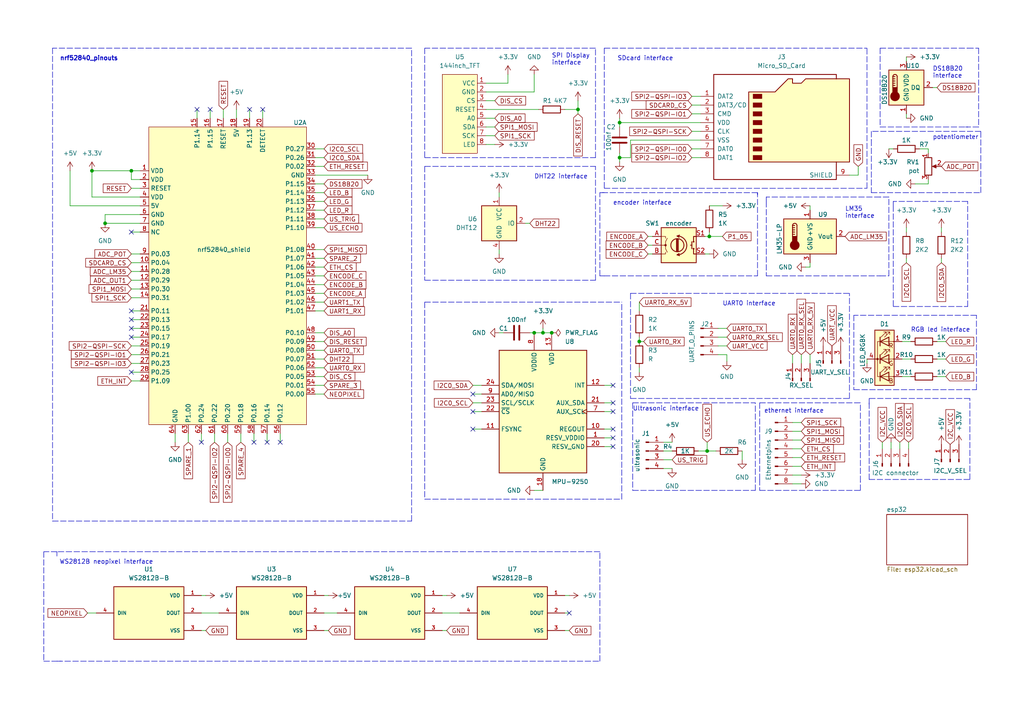
<source format=kicad_sch>
(kicad_sch (version 20211123) (generator eeschema)
  (paper "A4")
  (lib_symbols
    (symbol "Connector:Conn_01x03_Male" (pin_names (offset 1.016) hide)
      (property "Reference" "J" (at 0 5.08 0))
      (property "Value" "Conn_01x03_Male" (at 0 -5.08 0))
      (symbol "Conn_01x03_Male_1_1"
        (pin passive line (at 5.08 2.54 180) (length 3.81) (name "Pin_1") (number "1"))
        (pin passive line (at 5.08 0 180) (length 3.81) (name "Pin_2") (number "2"))
        (pin passive line (at 5.08 -2.54 180) (length 3.81) (name "Pin_3") (number "3"))
      )
    )
    (symbol "Connector:Conn_01x04_Male" (pin_names (offset 1.016) hide)
      (property "Reference" "J" (at 0 5.08 0))
      (property "Value" "Conn_01x04_Male" (at 0 -7.62 0))
      (symbol "Conn_01x04_Male_1_1"
        (pin passive line (at 5.08 2.54 180) (length 3.81) (name "Pin_1") (number "1"))
        (pin passive line (at 5.08 0 180) (length 3.81) (name "Pin_2") (number "2"))
        (pin passive line (at 5.08 -2.54 180) (length 3.81) (name "Pin_3") (number "3"))
        (pin passive line (at 5.08 -5.08 180) (length 3.81) (name "Pin_4") (number "4"))
      )
    )
    (symbol "Connector:Conn_01x08_Male" (pin_names (offset 1.016) hide)
      (property "Reference" "J" (at 0 10.16 0))
      (property "Value" "Conn_01x08_Male" (at 0 -12.7 0))
      (symbol "Conn_01x08_Male_1_1"
        (pin passive line (at 5.08 7.62 180) (length 3.81) (name "Pin_1") (number "1"))
        (pin passive line (at 5.08 5.08 180) (length 3.81) (name "Pin_2") (number "2"))
        (pin passive line (at 5.08 2.54 180) (length 3.81) (name "Pin_3") (number "3"))
        (pin passive line (at 5.08 0 180) (length 3.81) (name "Pin_4") (number "4"))
        (pin passive line (at 5.08 -2.54 180) (length 3.81) (name "Pin_5") (number "5"))
        (pin passive line (at 5.08 -5.08 180) (length 3.81) (name "Pin_6") (number "6"))
        (pin passive line (at 5.08 -7.62 180) (length 3.81) (name "Pin_7") (number "7"))
        (pin passive line (at 5.08 -10.16 180) (length 3.81) (name "Pin_8") (number "8"))
      )
    )
    (symbol "Connector:Micro_SD_Card" (pin_names (offset 1.016))
      (property "Reference" "J" (at -16.51 15.24 0))
      (property "Value" "Micro_SD_Card" (at 16.51 15.24 0))
      (symbol "Micro_SD_Card_1_1"
        (pin bidirectional line (at -22.86 7.62 0) (length 3.81) (name "DAT2") (number "1"))
        (pin bidirectional line (at -22.86 5.08 0) (length 3.81) (name "DAT3/CD") (number "2"))
        (pin input line (at -22.86 2.54 0) (length 3.81) (name "CMD") (number "3"))
        (pin power_in line (at -22.86 0 0) (length 3.81) (name "VDD") (number "4"))
        (pin input line (at -22.86 -2.54 0) (length 3.81) (name "CLK") (number "5"))
        (pin power_in line (at -22.86 -5.08 0) (length 3.81) (name "VSS") (number "6"))
        (pin bidirectional line (at -22.86 -7.62 0) (length 3.81) (name "DAT0") (number "7"))
        (pin bidirectional line (at -22.86 -10.16 0) (length 3.81) (name "DAT1") (number "8"))
        (pin passive line (at 20.32 -15.24 180) (length 3.81) (name "SHIELD") (number "9"))
      )
    )
    (symbol "Device:C" (pin_numbers hide) (pin_names (offset 0.254))
      (property "Reference" "C" (at 0.635 2.54 0))
      (property "Value" "C" (at 0.635 -2.54 0))
      (symbol "C_1_1"
        (pin passive line (at 0 3.81 270) (length 2.794) (name "~") (number "1"))
        (pin passive line (at 0 -3.81 90) (length 2.794) (name "~") (number "2"))
      )
    )
    (symbol "Device:LED_RGBK" (pin_names (offset 0) hide)
      (property "Reference" "D" (at 0 9.398 0))
      (property "Value" "LED_RGBK" (at 0 -8.89 0))
      (symbol "LED_RGBK_0_0"
        (text "B" (at 1.905 -6.35 0) (effects (font (size 1.27 1.27))))
        (text "G" (at 1.905 -1.27 0) (effects (font (size 1.27 1.27))))
        (text "R" (at 1.905 3.81 0) (effects (font (size 1.27 1.27))))
      )
      (symbol "LED_RGBK_1_1"
        (pin passive line (at 5.08 5.08 180) (length 2.54) (name "RA") (number "1"))
        (pin passive line (at 5.08 0 180) (length 2.54) (name "GA") (number "2"))
        (pin passive line (at 5.08 -5.08 180) (length 2.54) (name "BA") (number "3"))
        (pin passive line (at -5.08 0 0) (length 2.54) (name "K") (number "4"))
      )
    )
    (symbol "Device:R" (pin_numbers hide) (pin_names (offset 0))
      (property "Reference" "R" (at 2.032 0 90))
      (property "Value" "R" (at 0 0 90))
      (symbol "R_1_1"
        (pin passive line (at 0 3.81 270) (length 1.27) (name "~") (number "1"))
        (pin passive line (at 0 -3.81 90) (length 1.27) (name "~") (number "2"))
      )
    )
    (symbol "Device:R_Potentiometer" (pin_names (offset 1.016) hide)
      (property "Reference" "RV" (at -4.445 0 90))
      (property "Value" "R_Potentiometer" (at -2.54 0 90))
      (symbol "R_Potentiometer_1_1"
        (pin passive line (at 0 3.81 270) (length 1.27) (name "1") (number "1"))
        (pin passive line (at 3.81 0 180) (length 1.27) (name "2") (number "2"))
        (pin passive line (at 0 -3.81 90) (length 1.27) (name "3") (number "3"))
      )
    )
    (symbol "Device:RotaryEncoder_Switch" (pin_names (offset 0.254) hide)
      (property "Reference" "SW" (at 0 6.604 0))
      (property "Value" "RotaryEncoder_Switch" (at 0 -6.604 0))
      (symbol "RotaryEncoder_Switch_1_1"
        (pin passive line (at -7.62 2.54 0) (length 2.54) (name "A") (number "A"))
        (pin passive line (at -7.62 -2.54 0) (length 2.54) (name "B") (number "B"))
        (pin passive line (at -7.62 0 0) (length 2.54) (name "C") (number "C"))
        (pin passive line (at 7.62 2.54 180) (length 2.54) (name "S1") (number "S1"))
        (pin passive line (at 7.62 -2.54 180) (length 2.54) (name "S2") (number "S2"))
      )
    )
    (symbol "Sensor:DHT11"
      (property "Reference" "U" (at -3.81 6.35 0))
      (property "Value" "DHT11" (at 3.81 6.35 0))
      (symbol "DHT11_1_1"
        (pin power_in line (at 0 7.62 270) (length 2.54) (name "VCC") (number "1"))
        (pin bidirectional line (at 7.62 0 180) (length 2.54) (name "IO") (number "2"))
        (pin no_connect line (at -5.08 0 0) (length 2.54) hide (name "NC") (number "3"))
        (pin power_in line (at 0 -7.62 90) (length 2.54) (name "GND") (number "4"))
      )
    )
    (symbol "Sensor_Motion:MPU-9250"
      (property "Reference" "U" (at -11.43 19.05 0))
      (property "Value" "MPU-9250" (at 7.62 -19.05 0))
      (symbol "MPU-9250_1_1"
        (pin input line (at 17.78 -7.62 180) (length 5.08) (name "RESV_VDDIO") (number "1"))
        (pin passive line (at 17.78 -5.08 180) (length 5.08) (name "REGOUT") (number "10"))
        (pin input line (at -17.78 -5.08 0) (length 5.08) (name "FSYNC") (number "11"))
        (pin output line (at 17.78 7.62 180) (length 5.08) (name "INT") (number "12"))
        (pin power_in line (at 2.54 22.86 270) (length 5.08) (name "VDD") (number "13"))
        (pin power_in line (at 0 -22.86 90) (length 5.08) (name "GND") (number "18"))
        (pin power_in line (at 17.78 -10.16 180) (length 5.08) (name "RESV_GND") (number "20"))
        (pin bidirectional line (at 17.78 2.54 180) (length 5.08) (name "AUX_SDA") (number "21"))
        (pin input line (at -17.78 0 0) (length 5.08) (name "~{CS}") (number "22"))
        (pin input line (at -17.78 2.54 0) (length 5.08) (name "SCL/SCLK") (number "23"))
        (pin bidirectional line (at -17.78 7.62 0) (length 5.08) (name "SDA/MOSI") (number "24"))
        (pin output clock (at 17.78 0 180) (length 5.08) (name "AUX_SCL") (number "7"))
        (pin power_in line (at -2.54 22.86 270) (length 5.08) (name "VDDIO") (number "8"))
        (pin bidirectional line (at -17.78 5.08 0) (length 5.08) (name "AD0/MISO") (number "9"))
      )
    )
    (symbol "Sensor_Temperature:DS18B20" (pin_names (offset 1.016))
      (property "Reference" "U" (at -3.81 6.35 0))
      (property "Value" "DS18B20" (at 6.35 6.35 0))
      (symbol "DS18B20_1_1"
        (pin power_in line (at 0 -7.62 90) (length 2.54) (name "GND") (number "1"))
        (pin bidirectional line (at 7.62 0 180) (length 2.54) (name "DQ") (number "2"))
        (pin power_in line (at 0 7.62 270) (length 2.54) (name "VDD") (number "3"))
      )
    )
    (symbol "Sensor_Temperature:LM35-LP" (pin_names (offset 1.016))
      (property "Reference" "U" (at -6.35 6.35 0))
      (property "Value" "LM35-LP" (at 1.27 6.35 0))
      (symbol "LM35-LP_1_1"
        (pin power_in line (at 0 7.62 270) (length 2.54) (name "+VS") (number "1"))
        (pin output line (at 10.16 0 180) (length 2.54) (name "Vout") (number "2"))
        (pin power_in line (at 0 -7.62 90) (length 2.54) (name "GND") (number "3"))
      )
    )
    (symbol "TFT_144_SPI:144inch_TFT"
      (property "Reference" "U" (at 11.43 -1.27 0))
      (property "Value" "144inch_TFT" (at 11.43 -15.24 90))
      (symbol "144inch_TFT_1_1"
        (pin passive line (at 22.86 -5.08 180) (length 2.54) (name "VCC") (number "1"))
        (pin passive line (at 22.86 -7.62 180) (length 2.54) (name "GND") (number "2"))
        (pin passive line (at 22.86 -10.16 180) (length 2.54) (name "CS") (number "3"))
        (pin passive line (at 22.86 -12.7 180) (length 2.54) (name "RESET") (number "4"))
        (pin passive line (at 22.86 -15.24 180) (length 2.54) (name "A0") (number "5"))
        (pin passive line (at 22.86 -17.78 180) (length 2.54) (name "SDA") (number "6"))
        (pin passive line (at 22.86 -20.32 180) (length 2.54) (name "SCK") (number "7"))
        (pin passive line (at 22.86 -22.86 180) (length 2.54) (name "LED") (number "8"))
      )
    )
    (symbol "WS2818B:WS2812B-B" (pin_names (offset 1.016))
      (property "Reference" "U" (at -10.16 8.128 0))
      (property "Value" "WS2812B-B" (at -10.16 -10.16 0))
      (symbol "WS2812B-B_0_0"
        (pin power_in line (at 15.24 5.08 180) (length 5.08) (name "VDD") (number "1"))
        (pin output line (at 15.24 0 180) (length 5.08) (name "DOUT") (number "2"))
        (pin power_in line (at 15.24 -5.08 180) (length 5.08) (name "VSS") (number "3"))
        (pin input line (at -15.24 0 0) (length 5.08) (name "DIN") (number "4"))
      )
    )
    (symbol "nrf52_dk_shield:nrf52840_shield"
      (property "Reference" "U" (at 21.59 157.48 0))
      (property "Value" "nrf52840_shield" (at -1.27 111.76 90))
      (symbol "nrf52840_shield_1_1"
        (pin passive line (at -24.13 143.51 0) (length 2.54) (name "VDD") (number "1"))
        (pin passive line (at -24.13 116.84 0) (length 2.54) (name "P0.04") (number "10"))
        (pin passive line (at -24.13 114.3 0) (length 2.54) (name "P0.28") (number "11"))
        (pin passive line (at -24.13 111.76 0) (length 2.54) (name "P0.29") (number "12"))
        (pin passive line (at -24.13 109.22 0) (length 2.54) (name "P0.30") (number "13"))
        (pin passive line (at -24.13 106.68 0) (length 2.54) (name "P0.31") (number "14"))
        (pin passive line (at -7.62 158.75 270) (length 2.54) (name "P1.14") (number "15"))
        (pin passive line (at -3.81 158.75 270) (length 2.54) (name "P1.15") (number "16"))
        (pin passive line (at 0 158.75 270) (length 2.54) (name "RESET") (number "17"))
        (pin passive line (at 3.81 158.75 270) (length 2.54) (name "5V") (number "18"))
        (pin passive line (at 7.62 158.75 270) (length 2.54) (name "P1.13") (number "19"))
        (pin passive line (at -24.13 140.97 0) (length 2.54) (name "VDD") (number "2"))
        (pin passive line (at 11.43 158.75 270) (length 2.54) (name "DETECT") (number "20"))
        (pin passive line (at -24.13 102.87 0) (length 2.54) (name "P0.11") (number "21"))
        (pin passive line (at -24.13 100.33 0) (length 2.54) (name "P0.13") (number "22"))
        (pin passive line (at -24.13 97.79 0) (length 2.54) (name "P0.15") (number "23"))
        (pin passive line (at -24.13 95.25 0) (length 2.54) (name "P0.17") (number "24"))
        (pin passive line (at -24.13 92.71 0) (length 2.54) (name "P0.19") (number "25"))
        (pin passive line (at -24.13 90.17 0) (length 2.54) (name "P0.21") (number "26"))
        (pin passive line (at -24.13 87.63 0) (length 2.54) (name "P0.23") (number "27"))
        (pin passive line (at -24.13 85.09 0) (length 2.54) (name "P0.25") (number "28"))
        (pin passive line (at -24.13 82.55 0) (length 2.54) (name "P1.09") (number "29"))
        (pin passive line (at -24.13 138.43 0) (length 2.54) (name "RESET") (number "3"))
        (pin passive line (at 26.67 149.86 180) (length 2.54) (name "P0.27") (number "30"))
        (pin passive line (at 26.67 147.32 180) (length 2.54) (name "P0.26") (number "31"))
        (pin passive line (at 26.67 144.78 180) (length 2.54) (name "P0.02") (number "32"))
        (pin passive line (at 26.67 142.24 180) (length 2.54) (name "GND") (number "33"))
        (pin passive line (at 26.67 139.7 180) (length 2.54) (name "P1.15") (number "34"))
        (pin passive line (at 26.67 137.16 180) (length 2.54) (name "P1.14") (number "35"))
        (pin passive line (at 26.67 134.62 180) (length 2.54) (name "P1.13") (number "36"))
        (pin passive line (at 26.67 132.08 180) (length 2.54) (name "P1.12") (number "37"))
        (pin passive line (at 26.67 129.54 180) (length 2.54) (name "P1.11") (number "38"))
        (pin passive line (at 26.67 127 180) (length 2.54) (name "P1.10") (number "39"))
        (pin passive line (at -24.13 135.89 0) (length 2.54) (name "VDD") (number "4"))
        (pin passive line (at 26.67 120.65 180) (length 2.54) (name "P1.08") (number "40"))
        (pin passive line (at 26.67 118.11 180) (length 2.54) (name "P1.07") (number "41"))
        (pin passive line (at 26.67 115.57 180) (length 2.54) (name "P1.06") (number "42"))
        (pin passive line (at 26.67 113.03 180) (length 2.54) (name "P1.05") (number "43"))
        (pin passive line (at 26.67 110.49 180) (length 2.54) (name "P1.04") (number "44"))
        (pin passive line (at 26.67 107.95 180) (length 2.54) (name "P1.03") (number "45"))
        (pin passive line (at 26.67 105.41 180) (length 2.54) (name "P1.02") (number "46"))
        (pin passive line (at 26.67 102.87 180) (length 2.54) (name "P1.01") (number "47"))
        (pin passive line (at 26.67 96.52 180) (length 2.54) (name "P0.10") (number "48"))
        (pin passive line (at 26.67 93.98 180) (length 2.54) (name "P0.09") (number "49"))
        (pin passive line (at -24.13 133.35 0) (length 2.54) (name "5V") (number "5"))
        (pin passive line (at 26.67 91.44 180) (length 2.54) (name "P0.08") (number "50"))
        (pin passive line (at 26.67 88.9 180) (length 2.54) (name "P0.07") (number "51"))
        (pin passive line (at 26.67 86.36 180) (length 2.54) (name "P0.06") (number "52"))
        (pin passive line (at 26.67 83.82 180) (length 2.54) (name "P0.05") (number "53"))
        (pin passive line (at 26.67 81.28 180) (length 2.54) (name "P0.01") (number "54"))
        (pin passive line (at 26.67 78.74 180) (length 2.54) (name "P0.00") (number "55"))
        (pin passive line (at 16.51 67.31 90) (length 2.54) (name "P0.12") (number "56"))
        (pin passive line (at 12.7 67.31 90) (length 2.54) (name "P0.14") (number "57"))
        (pin passive line (at 8.89 67.31 90) (length 2.54) (name "P0.16") (number "58"))
        (pin passive line (at 5.08 67.31 90) (length 2.54) (name "P0.18") (number "59"))
        (pin passive line (at -24.13 130.81 0) (length 2.54) (name "GND") (number "6"))
        (pin passive line (at 1.27 67.31 90) (length 2.54) (name "P0.20") (number "60"))
        (pin passive line (at -2.54 67.31 90) (length 2.54) (name "P0.22") (number "61"))
        (pin passive line (at -6.35 67.31 90) (length 2.54) (name "P0.24") (number "62"))
        (pin passive line (at -10.16 67.31 90) (length 2.54) (name "P1.00") (number "63"))
        (pin passive line (at -13.97 67.31 90) (length 2.54) (name "GND") (number "64"))
        (pin passive line (at -24.13 128.27 0) (length 2.54) (name "GND") (number "7"))
        (pin passive line (at -24.13 125.73 0) (length 2.54) (name "NC") (number "8"))
        (pin passive line (at -24.13 119.38 0) (length 2.54) (name "P0.03") (number "9"))
      )
      (symbol "nrf52840_shield_2_1"
        (pin passive line (at -24.13 143.51 0) (length 2.54) (name "VDD") (number "1-UB"))
        (pin passive line (at -24.13 116.84 0) (length 2.54) (name "P0.04") (number "10-UB"))
        (pin passive line (at -24.13 114.3 0) (length 2.54) (name "P0.28") (number "11-UB"))
        (pin passive line (at -24.13 111.76 0) (length 2.54) (name "P0.29") (number "12-UB"))
        (pin passive line (at -24.13 109.22 0) (length 2.54) (name "P0.30") (number "13-UB"))
        (pin passive line (at -24.13 106.68 0) (length 2.54) (name "P0.31") (number "14-UB"))
        (pin passive line (at -7.62 158.75 270) (length 2.54) (name "P1.14") (number "15-UB"))
        (pin passive line (at -3.81 158.75 270) (length 2.54) (name "P1.15") (number "16-UB"))
        (pin passive line (at 0 158.75 270) (length 2.54) (name "RESET") (number "17-UB"))
        (pin passive line (at 3.81 158.75 270) (length 2.54) (name "5V") (number "18-UB"))
        (pin passive line (at 7.62 158.75 270) (length 2.54) (name "P1.13") (number "19-UB"))
        (pin passive line (at -24.13 140.97 0) (length 2.54) (name "VDD") (number "2-UB"))
        (pin passive line (at 11.43 158.75 270) (length 2.54) (name "DETECT") (number "20-UB"))
        (pin passive line (at -24.13 102.87 0) (length 2.54) (name "P0.11") (number "21-UB"))
        (pin passive line (at -24.13 100.33 0) (length 2.54) (name "P0.13") (number "22-UB"))
        (pin passive line (at -24.13 97.79 0) (length 2.54) (name "P0.15") (number "23-UB"))
        (pin passive line (at -24.13 95.25 0) (length 2.54) (name "P0.17") (number "24-UB"))
        (pin passive line (at -24.13 92.71 0) (length 2.54) (name "P0.19") (number "25-UB"))
        (pin passive line (at -24.13 90.17 0) (length 2.54) (name "P0.21") (number "26-UB"))
        (pin passive line (at -24.13 87.63 0) (length 2.54) (name "P0.23") (number "27-UB"))
        (pin passive line (at -24.13 85.09 0) (length 2.54) (name "P0.25") (number "28-UB"))
        (pin passive line (at -24.13 82.55 0) (length 2.54) (name "P1.09") (number "29-UB"))
        (pin passive line (at -24.13 138.43 0) (length 2.54) (name "RESET") (number "3-UB"))
        (pin passive line (at 26.67 149.86 180) (length 2.54) (name "P0.27") (number "30-UB"))
        (pin passive line (at 26.67 147.32 180) (length 2.54) (name "P0.26") (number "31-UB"))
        (pin passive line (at 26.67 144.78 180) (length 2.54) (name "P0.02") (number "32-UB"))
        (pin passive line (at 26.67 142.24 180) (length 2.54) (name "GND") (number "33-UB"))
        (pin passive line (at 26.67 139.7 180) (length 2.54) (name "P1.15") (number "34-UB"))
        (pin passive line (at 26.67 137.16 180) (length 2.54) (name "P1.14") (number "35-UB"))
        (pin passive line (at 26.67 134.62 180) (length 2.54) (name "P1.13") (number "36-UB"))
        (pin passive line (at 26.67 132.08 180) (length 2.54) (name "P1.12") (number "37-UB"))
        (pin passive line (at 26.67 129.54 180) (length 2.54) (name "P1.11") (number "38-UB"))
        (pin passive line (at 26.67 127 180) (length 2.54) (name "P1.10") (number "39-UB"))
        (pin passive line (at -24.13 135.89 0) (length 2.54) (name "VDD") (number "4-UB"))
        (pin passive line (at 26.67 120.65 180) (length 2.54) (name "P1.08") (number "40-UB"))
        (pin passive line (at 26.67 118.11 180) (length 2.54) (name "P1.07") (number "41-UB"))
        (pin passive line (at 26.67 115.57 180) (length 2.54) (name "P1.06") (number "42-UB"))
        (pin passive line (at 26.67 113.03 180) (length 2.54) (name "P1.05") (number "43-UB"))
        (pin passive line (at 26.67 110.49 180) (length 2.54) (name "P1.04") (number "44-UB"))
        (pin passive line (at 26.67 107.95 180) (length 2.54) (name "P1.03") (number "45-UB"))
        (pin passive line (at 26.67 105.41 180) (length 2.54) (name "P1.02") (number "46-UB"))
        (pin passive line (at 26.67 102.87 180) (length 2.54) (name "P1.01") (number "47-UB"))
        (pin passive line (at 26.67 96.52 180) (length 2.54) (name "P0.10") (number "48-UB"))
        (pin passive line (at 26.67 93.98 180) (length 2.54) (name "P0.09") (number "49-UB"))
        (pin passive line (at -24.13 133.35 0) (length 2.54) (name "5V") (number "5-UB"))
        (pin passive line (at 26.67 91.44 180) (length 2.54) (name "P0.08") (number "50-UB"))
        (pin passive line (at 26.67 88.9 180) (length 2.54) (name "P0.07") (number "51-UB"))
        (pin passive line (at 26.67 86.36 180) (length 2.54) (name "P0.06") (number "52-UB"))
        (pin passive line (at 26.67 83.82 180) (length 2.54) (name "P0.05") (number "53-UB"))
        (pin passive line (at 26.67 81.28 180) (length 2.54) (name "P0.01") (number "54-UB"))
        (pin passive line (at 26.67 78.74 180) (length 2.54) (name "P0.00") (number "55-UB"))
        (pin passive line (at 16.51 67.31 90) (length 2.54) (name "P0.12") (number "56-UB"))
        (pin passive line (at 12.7 67.31 90) (length 2.54) (name "P0.14") (number "57-UB"))
        (pin passive line (at 8.89 67.31 90) (length 2.54) (name "P0.16") (number "58-UB"))
        (pin passive line (at 5.08 67.31 90) (length 2.54) (name "P0.18") (number "59-UB"))
        (pin passive line (at -24.13 130.81 0) (length 2.54) (name "GND") (number "6-UB"))
        (pin passive line (at 1.27 67.31 90) (length 2.54) (name "P0.20") (number "60-UB"))
        (pin passive line (at -2.54 67.31 90) (length 2.54) (name "P0.22") (number "61-UB"))
        (pin passive line (at -6.35 67.31 90) (length 2.54) (name "P0.24") (number "62-UB"))
        (pin passive line (at -10.16 67.31 90) (length 2.54) (name "P1.00") (number "63-UB"))
        (pin passive line (at -13.97 67.31 90) (length 2.54) (name "GND") (number "64-UB"))
        (pin passive line (at -24.13 128.27 0) (length 2.54) (name "GND") (number "7-UB"))
        (pin passive line (at -24.13 125.73 0) (length 2.54) (name "NC") (number "8-UB"))
        (pin passive line (at -24.13 119.38 0) (length 2.54) (name "P0.03") (number "9-UB"))
      )
      (symbol "nrf52840_shield_3_1"
        (pin passive line (at -24.13 143.51 0) (length 2.54) (name "VDD") (number "1-UC"))
        (pin passive line (at -24.13 116.84 0) (length 2.54) (name "P0.04") (number "10-UC"))
        (pin passive line (at -24.13 114.3 0) (length 2.54) (name "P0.28") (number "11-UC"))
        (pin passive line (at -24.13 111.76 0) (length 2.54) (name "P0.29") (number "12-UC"))
        (pin passive line (at -24.13 109.22 0) (length 2.54) (name "P0.30") (number "13-UC"))
        (pin passive line (at -24.13 106.68 0) (length 2.54) (name "P0.31") (number "14-UC"))
        (pin passive line (at -7.62 158.75 270) (length 2.54) (name "P1.14") (number "15-UC"))
        (pin passive line (at -3.81 158.75 270) (length 2.54) (name "P1.15") (number "16-UC"))
        (pin passive line (at 0 158.75 270) (length 2.54) (name "RESET") (number "17-UC"))
        (pin passive line (at 3.81 158.75 270) (length 2.54) (name "5V") (number "18-UC"))
        (pin passive line (at 7.62 158.75 270) (length 2.54) (name "P1.13") (number "19-UC"))
        (pin passive line (at -24.13 140.97 0) (length 2.54) (name "VDD") (number "2-UC"))
        (pin passive line (at 11.43 158.75 270) (length 2.54) (name "DETECT") (number "20-UC"))
        (pin passive line (at -24.13 102.87 0) (length 2.54) (name "P0.11") (number "21-UC"))
        (pin passive line (at -24.13 100.33 0) (length 2.54) (name "P0.13") (number "22-UC"))
        (pin passive line (at -24.13 97.79 0) (length 2.54) (name "P0.15") (number "23-UC"))
        (pin passive line (at -24.13 95.25 0) (length 2.54) (name "P0.17") (number "24-UC"))
        (pin passive line (at -24.13 92.71 0) (length 2.54) (name "P0.19") (number "25-UC"))
        (pin passive line (at -24.13 90.17 0) (length 2.54) (name "P0.21") (number "26-UC"))
        (pin passive line (at -24.13 87.63 0) (length 2.54) (name "P0.23") (number "27-UC"))
        (pin passive line (at -24.13 85.09 0) (length 2.54) (name "P0.25") (number "28-UC"))
        (pin passive line (at -24.13 82.55 0) (length 2.54) (name "P1.09") (number "29-UC"))
        (pin passive line (at -24.13 138.43 0) (length 2.54) (name "RESET") (number "3-UC"))
        (pin passive line (at 26.67 149.86 180) (length 2.54) (name "P0.27") (number "30-UC"))
        (pin passive line (at 26.67 147.32 180) (length 2.54) (name "P0.26") (number "31-UC"))
        (pin passive line (at 26.67 144.78 180) (length 2.54) (name "P0.02") (number "32-UC"))
        (pin passive line (at 26.67 142.24 180) (length 2.54) (name "GND") (number "33-UC"))
        (pin passive line (at 26.67 139.7 180) (length 2.54) (name "P1.15") (number "34-UC"))
        (pin passive line (at 26.67 137.16 180) (length 2.54) (name "P1.14") (number "35-UC"))
        (pin passive line (at 26.67 134.62 180) (length 2.54) (name "P1.13") (number "36-UC"))
        (pin passive line (at 26.67 132.08 180) (length 2.54) (name "P1.12") (number "37-UC"))
        (pin passive line (at 26.67 129.54 180) (length 2.54) (name "P1.11") (number "38-UC"))
        (pin passive line (at 26.67 127 180) (length 2.54) (name "P1.10") (number "39-UC"))
        (pin passive line (at -24.13 135.89 0) (length 2.54) (name "VDD") (number "4-UC"))
        (pin passive line (at 26.67 120.65 180) (length 2.54) (name "P1.08") (number "40-UC"))
        (pin passive line (at 26.67 118.11 180) (length 2.54) (name "P1.07") (number "41-UC"))
        (pin passive line (at 26.67 115.57 180) (length 2.54) (name "P1.06") (number "42-UC"))
        (pin passive line (at 26.67 113.03 180) (length 2.54) (name "P1.05") (number "43-UC"))
        (pin passive line (at 26.67 110.49 180) (length 2.54) (name "P1.04") (number "44-UC"))
        (pin passive line (at 26.67 107.95 180) (length 2.54) (name "P1.03") (number "45-UC"))
        (pin passive line (at 26.67 105.41 180) (length 2.54) (name "P1.02") (number "46-UC"))
        (pin passive line (at 26.67 102.87 180) (length 2.54) (name "P1.01") (number "47-UC"))
        (pin passive line (at 26.67 96.52 180) (length 2.54) (name "P0.10") (number "48-UC"))
        (pin passive line (at 26.67 93.98 180) (length 2.54) (name "P0.09") (number "49-UC"))
        (pin passive line (at -24.13 133.35 0) (length 2.54) (name "5V") (number "5-UC"))
        (pin passive line (at 26.67 91.44 180) (length 2.54) (name "P0.08") (number "50-UC"))
        (pin passive line (at 26.67 88.9 180) (length 2.54) (name "P0.07") (number "51-UC"))
        (pin passive line (at 26.67 86.36 180) (length 2.54) (name "P0.06") (number "52-UC"))
        (pin passive line (at 26.67 83.82 180) (length 2.54) (name "P0.05") (number "53-UC"))
        (pin passive line (at 26.67 81.28 180) (length 2.54) (name "P0.01") (number "54-UC"))
        (pin passive line (at 26.67 78.74 180) (length 2.54) (name "P0.00") (number "55-UC"))
        (pin passive line (at 16.51 67.31 90) (length 2.54) (name "P0.12") (number "56-UC"))
        (pin passive line (at 12.7 67.31 90) (length 2.54) (name "P0.14") (number "57-UC"))
        (pin passive line (at 8.89 67.31 90) (length 2.54) (name "P0.16") (number "58-UC"))
        (pin passive line (at 5.08 67.31 90) (length 2.54) (name "P0.18") (number "59-UC"))
        (pin passive line (at -24.13 130.81 0) (length 2.54) (name "GND") (number "6-UC"))
        (pin passive line (at 1.27 67.31 90) (length 2.54) (name "P0.20") (number "60-UC"))
        (pin passive line (at -2.54 67.31 90) (length 2.54) (name "P0.22") (number "61-UC"))
        (pin passive line (at -6.35 67.31 90) (length 2.54) (name "P0.24") (number "62-UC"))
        (pin passive line (at -10.16 67.31 90) (length 2.54) (name "P1.00") (number "63-UC"))
        (pin passive line (at -13.97 67.31 90) (length 2.54) (name "GND") (number "64-UC"))
        (pin passive line (at -24.13 128.27 0) (length 2.54) (name "GND") (number "7-UC"))
        (pin passive line (at -24.13 125.73 0) (length 2.54) (name "NC") (number "8-UC"))
        (pin passive line (at -24.13 119.38 0) (length 2.54) (name "P0.03") (number "9-UC"))
      )
      (symbol "nrf52840_shield_4_1"
        (pin passive line (at -24.13 143.51 0) (length 2.54) (name "VDD") (number "1-UD"))
        (pin passive line (at -24.13 116.84 0) (length 2.54) (name "P0.04") (number "10-UD"))
        (pin passive line (at -24.13 114.3 0) (length 2.54) (name "P0.28") (number "11-UD"))
        (pin passive line (at -24.13 111.76 0) (length 2.54) (name "P0.29") (number "12-UD"))
        (pin passive line (at -24.13 109.22 0) (length 2.54) (name "P0.30") (number "13-UD"))
        (pin passive line (at -24.13 106.68 0) (length 2.54) (name "P0.31") (number "14-UD"))
        (pin passive line (at -7.62 158.75 270) (length 2.54) (name "P1.14") (number "15-UD"))
        (pin passive line (at -3.81 158.75 270) (length 2.54) (name "P1.15") (number "16-UD"))
        (pin passive line (at 0 158.75 270) (length 2.54) (name "RESET") (number "17-UD"))
        (pin passive line (at 3.81 158.75 270) (length 2.54) (name "5V") (number "18-UD"))
        (pin passive line (at 7.62 158.75 270) (length 2.54) (name "P1.13") (number "19-UD"))
        (pin passive line (at -24.13 140.97 0) (length 2.54) (name "VDD") (number "2-UD"))
        (pin passive line (at 11.43 158.75 270) (length 2.54) (name "DETECT") (number "20-UD"))
        (pin passive line (at -24.13 102.87 0) (length 2.54) (name "P0.11") (number "21-UD"))
        (pin passive line (at -24.13 100.33 0) (length 2.54) (name "P0.13") (number "22-UD"))
        (pin passive line (at -24.13 97.79 0) (length 2.54) (name "P0.15") (number "23-UD"))
        (pin passive line (at -24.13 95.25 0) (length 2.54) (name "P0.17") (number "24-UD"))
        (pin passive line (at -24.13 92.71 0) (length 2.54) (name "P0.19") (number "25-UD"))
        (pin passive line (at -24.13 90.17 0) (length 2.54) (name "P0.21") (number "26-UD"))
        (pin passive line (at -24.13 87.63 0) (length 2.54) (name "P0.23") (number "27-UD"))
        (pin passive line (at -24.13 85.09 0) (length 2.54) (name "P0.25") (number "28-UD"))
        (pin passive line (at -24.13 82.55 0) (length 2.54) (name "P1.09") (number "29-UD"))
        (pin passive line (at -24.13 138.43 0) (length 2.54) (name "RESET") (number "3-UD"))
        (pin passive line (at 26.67 149.86 180) (length 2.54) (name "P0.27") (number "30-UD"))
        (pin passive line (at 26.67 147.32 180) (length 2.54) (name "P0.26") (number "31-UD"))
        (pin passive line (at 26.67 144.78 180) (length 2.54) (name "P0.02") (number "32-UD"))
        (pin passive line (at 26.67 142.24 180) (length 2.54) (name "GND") (number "33-UD"))
        (pin passive line (at 26.67 139.7 180) (length 2.54) (name "P1.15") (number "34-UD"))
        (pin passive line (at 26.67 137.16 180) (length 2.54) (name "P1.14") (number "35-UD"))
        (pin passive line (at 26.67 134.62 180) (length 2.54) (name "P1.13") (number "36-UD"))
        (pin passive line (at 26.67 132.08 180) (length 2.54) (name "P1.12") (number "37-UD"))
        (pin passive line (at 26.67 129.54 180) (length 2.54) (name "P1.11") (number "38-UD"))
        (pin passive line (at 26.67 127 180) (length 2.54) (name "P1.10") (number "39-UD"))
        (pin passive line (at -24.13 135.89 0) (length 2.54) (name "VDD") (number "4-UD"))
        (pin passive line (at 26.67 120.65 180) (length 2.54) (name "P1.08") (number "40-UD"))
        (pin passive line (at 26.67 118.11 180) (length 2.54) (name "P1.07") (number "41-UD"))
        (pin passive line (at 26.67 115.57 180) (length 2.54) (name "P1.06") (number "42-UD"))
        (pin passive line (at 26.67 113.03 180) (length 2.54) (name "P1.05") (number "43-UD"))
        (pin passive line (at 26.67 110.49 180) (length 2.54) (name "P1.04") (number "44-UD"))
        (pin passive line (at 26.67 107.95 180) (length 2.54) (name "P1.03") (number "45-UD"))
        (pin passive line (at 26.67 105.41 180) (length 2.54) (name "P1.02") (number "46-UD"))
        (pin passive line (at 26.67 102.87 180) (length 2.54) (name "P1.01") (number "47-UD"))
        (pin passive line (at 26.67 96.52 180) (length 2.54) (name "P0.10") (number "48-UD"))
        (pin passive line (at 26.67 93.98 180) (length 2.54) (name "P0.09") (number "49-UD"))
        (pin passive line (at -24.13 133.35 0) (length 2.54) (name "5V") (number "5-UD"))
        (pin passive line (at 26.67 91.44 180) (length 2.54) (name "P0.08") (number "50-UD"))
        (pin passive line (at 26.67 88.9 180) (length 2.54) (name "P0.07") (number "51-UD"))
        (pin passive line (at 26.67 86.36 180) (length 2.54) (name "P0.06") (number "52-UD"))
        (pin passive line (at 26.67 83.82 180) (length 2.54) (name "P0.05") (number "53-UD"))
        (pin passive line (at 26.67 81.28 180) (length 2.54) (name "P0.01") (number "54-UD"))
        (pin passive line (at 26.67 78.74 180) (length 2.54) (name "P0.00") (number "55-UD"))
        (pin passive line (at 16.51 67.31 90) (length 2.54) (name "P0.12") (number "56-UD"))
        (pin passive line (at 12.7 67.31 90) (length 2.54) (name "P0.14") (number "57-UD"))
        (pin passive line (at 8.89 67.31 90) (length 2.54) (name "P0.16") (number "58-UD"))
        (pin passive line (at 5.08 67.31 90) (length 2.54) (name "P0.18") (number "59-UD"))
        (pin passive line (at -24.13 130.81 0) (length 2.54) (name "GND") (number "6-UD"))
        (pin passive line (at 1.27 67.31 90) (length 2.54) (name "P0.20") (number "60-UD"))
        (pin passive line (at -2.54 67.31 90) (length 2.54) (name "P0.22") (number "61-UD"))
        (pin passive line (at -6.35 67.31 90) (length 2.54) (name "P0.24") (number "62-UD"))
        (pin passive line (at -10.16 67.31 90) (length 2.54) (name "P1.00") (number "63-UD"))
        (pin passive line (at -13.97 67.31 90) (length 2.54) (name "GND") (number "64-UD"))
        (pin passive line (at -24.13 128.27 0) (length 2.54) (name "GND") (number "7-UD"))
        (pin passive line (at -24.13 125.73 0) (length 2.54) (name "NC") (number "8-UD"))
        (pin passive line (at -24.13 119.38 0) (length 2.54) (name "P0.03") (number "9-UD"))
      )
      (symbol "nrf52840_shield_5_1"
        (pin passive line (at -24.13 143.51 0) (length 2.54) (name "VDD") (number "1-UE"))
        (pin passive line (at -24.13 116.84 0) (length 2.54) (name "P0.04") (number "10-UE"))
        (pin passive line (at -24.13 114.3 0) (length 2.54) (name "P0.28") (number "11-UE"))
        (pin passive line (at -24.13 111.76 0) (length 2.54) (name "P0.29") (number "12-UE"))
        (pin passive line (at -24.13 109.22 0) (length 2.54) (name "P0.30") (number "13-UE"))
        (pin passive line (at -24.13 106.68 0) (length 2.54) (name "P0.31") (number "14-UE"))
        (pin passive line (at -7.62 158.75 270) (length 2.54) (name "P1.14") (number "15-UE"))
        (pin passive line (at -3.81 158.75 270) (length 2.54) (name "P1.15") (number "16-UE"))
        (pin passive line (at 0 158.75 270) (length 2.54) (name "RESET") (number "17-UE"))
        (pin passive line (at 3.81 158.75 270) (length 2.54) (name "5V") (number "18-UE"))
        (pin passive line (at 7.62 158.75 270) (length 2.54) (name "P1.13") (number "19-UE"))
        (pin passive line (at -24.13 140.97 0) (length 2.54) (name "VDD") (number "2-UE"))
        (pin passive line (at 11.43 158.75 270) (length 2.54) (name "DETECT") (number "20-UE"))
        (pin passive line (at -24.13 102.87 0) (length 2.54) (name "P0.11") (number "21-UE"))
        (pin passive line (at -24.13 100.33 0) (length 2.54) (name "P0.13") (number "22-UE"))
        (pin passive line (at -24.13 97.79 0) (length 2.54) (name "P0.15") (number "23-UE"))
        (pin passive line (at -24.13 95.25 0) (length 2.54) (name "P0.17") (number "24-UE"))
        (pin passive line (at -24.13 92.71 0) (length 2.54) (name "P0.19") (number "25-UE"))
        (pin passive line (at -24.13 90.17 0) (length 2.54) (name "P0.21") (number "26-UE"))
        (pin passive line (at -24.13 87.63 0) (length 2.54) (name "P0.23") (number "27-UE"))
        (pin passive line (at -24.13 85.09 0) (length 2.54) (name "P0.25") (number "28-UE"))
        (pin passive line (at -24.13 82.55 0) (length 2.54) (name "P1.09") (number "29-UE"))
        (pin passive line (at -24.13 138.43 0) (length 2.54) (name "RESET") (number "3-UE"))
        (pin passive line (at 26.67 149.86 180) (length 2.54) (name "P0.27") (number "30-UE"))
        (pin passive line (at 26.67 147.32 180) (length 2.54) (name "P0.26") (number "31-UE"))
        (pin passive line (at 26.67 144.78 180) (length 2.54) (name "P0.02") (number "32-UE"))
        (pin passive line (at 26.67 142.24 180) (length 2.54) (name "GND") (number "33-UE"))
        (pin passive line (at 26.67 139.7 180) (length 2.54) (name "P1.15") (number "34-UE"))
        (pin passive line (at 26.67 137.16 180) (length 2.54) (name "P1.14") (number "35-UE"))
        (pin passive line (at 26.67 134.62 180) (length 2.54) (name "P1.13") (number "36-UE"))
        (pin passive line (at 26.67 132.08 180) (length 2.54) (name "P1.12") (number "37-UE"))
        (pin passive line (at 26.67 129.54 180) (length 2.54) (name "P1.11") (number "38-UE"))
        (pin passive line (at 26.67 127 180) (length 2.54) (name "P1.10") (number "39-UE"))
        (pin passive line (at -24.13 135.89 0) (length 2.54) (name "VDD") (number "4-UE"))
        (pin passive line (at 26.67 120.65 180) (length 2.54) (name "P1.08") (number "40-UE"))
        (pin passive line (at 26.67 118.11 180) (length 2.54) (name "P1.07") (number "41-UE"))
        (pin passive line (at 26.67 115.57 180) (length 2.54) (name "P1.06") (number "42-UE"))
        (pin passive line (at 26.67 113.03 180) (length 2.54) (name "P1.05") (number "43-UE"))
        (pin passive line (at 26.67 110.49 180) (length 2.54) (name "P1.04") (number "44-UE"))
        (pin passive line (at 26.67 107.95 180) (length 2.54) (name "P1.03") (number "45-UE"))
        (pin passive line (at 26.67 105.41 180) (length 2.54) (name "P1.02") (number "46-UE"))
        (pin passive line (at 26.67 102.87 180) (length 2.54) (name "P1.01") (number "47-UE"))
        (pin passive line (at 26.67 96.52 180) (length 2.54) (name "P0.10") (number "48-UE"))
        (pin passive line (at 26.67 93.98 180) (length 2.54) (name "P0.09") (number "49-UE"))
        (pin passive line (at -24.13 133.35 0) (length 2.54) (name "5V") (number "5-UE"))
        (pin passive line (at 26.67 91.44 180) (length 2.54) (name "P0.08") (number "50-UE"))
        (pin passive line (at 26.67 88.9 180) (length 2.54) (name "P0.07") (number "51-UE"))
        (pin passive line (at 26.67 86.36 180) (length 2.54) (name "P0.06") (number "52-UE"))
        (pin passive line (at 26.67 83.82 180) (length 2.54) (name "P0.05") (number "53-UE"))
        (pin passive line (at 26.67 81.28 180) (length 2.54) (name "P0.01") (number "54-UE"))
        (pin passive line (at 26.67 78.74 180) (length 2.54) (name "P0.00") (number "55-UE"))
        (pin passive line (at 16.51 67.31 90) (length 2.54) (name "P0.12") (number "56-UE"))
        (pin passive line (at 12.7 67.31 90) (length 2.54) (name "P0.14") (number "57-UE"))
        (pin passive line (at 8.89 67.31 90) (length 2.54) (name "P0.16") (number "58-UE"))
        (pin passive line (at 5.08 67.31 90) (length 2.54) (name "P0.18") (number "59-UE"))
        (pin passive line (at -24.13 130.81 0) (length 2.54) (name "GND") (number "6-UE"))
        (pin passive line (at 1.27 67.31 90) (length 2.54) (name "P0.20") (number "60-UE"))
        (pin passive line (at -2.54 67.31 90) (length 2.54) (name "P0.22") (number "61-UE"))
        (pin passive line (at -6.35 67.31 90) (length 2.54) (name "P0.24") (number "62-UE"))
        (pin passive line (at -10.16 67.31 90) (length 2.54) (name "P1.00") (number "63-UE"))
        (pin passive line (at -13.97 67.31 90) (length 2.54) (name "GND") (number "64-UE"))
        (pin passive line (at -24.13 128.27 0) (length 2.54) (name "GND") (number "7-UE"))
        (pin passive line (at -24.13 125.73 0) (length 2.54) (name "NC") (number "8-UE"))
        (pin passive line (at -24.13 119.38 0) (length 2.54) (name "P0.03") (number "9-UE"))
      )
      (symbol "nrf52840_shield_6_1"
        (pin passive line (at -24.13 143.51 0) (length 2.54) (name "VDD") (number "1-UF"))
        (pin passive line (at -24.13 116.84 0) (length 2.54) (name "P0.04") (number "10-UF"))
        (pin passive line (at -24.13 114.3 0) (length 2.54) (name "P0.28") (number "11-UF"))
        (pin passive line (at -24.13 111.76 0) (length 2.54) (name "P0.29") (number "12-UF"))
        (pin passive line (at -24.13 109.22 0) (length 2.54) (name "P0.30") (number "13-UF"))
        (pin passive line (at -24.13 106.68 0) (length 2.54) (name "P0.31") (number "14-UF"))
        (pin passive line (at -7.62 158.75 270) (length 2.54) (name "P1.14") (number "15-UF"))
        (pin passive line (at -3.81 158.75 270) (length 2.54) (name "P1.15") (number "16-UF"))
        (pin passive line (at 0 158.75 270) (length 2.54) (name "RESET") (number "17-UF"))
        (pin passive line (at 3.81 158.75 270) (length 2.54) (name "5V") (number "18-UF"))
        (pin passive line (at 7.62 158.75 270) (length 2.54) (name "P1.13") (number "19-UF"))
        (pin passive line (at -24.13 140.97 0) (length 2.54) (name "VDD") (number "2-UF"))
        (pin passive line (at 11.43 158.75 270) (length 2.54) (name "DETECT") (number "20-UF"))
        (pin passive line (at -24.13 102.87 0) (length 2.54) (name "P0.11") (number "21-UF"))
        (pin passive line (at -24.13 100.33 0) (length 2.54) (name "P0.13") (number "22-UF"))
        (pin passive line (at -24.13 97.79 0) (length 2.54) (name "P0.15") (number "23-UF"))
        (pin passive line (at -24.13 95.25 0) (length 2.54) (name "P0.17") (number "24-UF"))
        (pin passive line (at -24.13 92.71 0) (length 2.54) (name "P0.19") (number "25-UF"))
        (pin passive line (at -24.13 90.17 0) (length 2.54) (name "P0.21") (number "26-UF"))
        (pin passive line (at -24.13 87.63 0) (length 2.54) (name "P0.23") (number "27-UF"))
        (pin passive line (at -24.13 85.09 0) (length 2.54) (name "P0.25") (number "28-UF"))
        (pin passive line (at -24.13 82.55 0) (length 2.54) (name "P1.09") (number "29-UF"))
        (pin passive line (at -24.13 138.43 0) (length 2.54) (name "RESET") (number "3-UF"))
        (pin passive line (at 26.67 149.86 180) (length 2.54) (name "P0.27") (number "30-UF"))
        (pin passive line (at 26.67 147.32 180) (length 2.54) (name "P0.26") (number "31-UF"))
        (pin passive line (at 26.67 144.78 180) (length 2.54) (name "P0.02") (number "32-UF"))
        (pin passive line (at 26.67 142.24 180) (length 2.54) (name "GND") (number "33-UF"))
        (pin passive line (at 26.67 139.7 180) (length 2.54) (name "P1.15") (number "34-UF"))
        (pin passive line (at 26.67 137.16 180) (length 2.54) (name "P1.14") (number "35-UF"))
        (pin passive line (at 26.67 134.62 180) (length 2.54) (name "P1.13") (number "36-UF"))
        (pin passive line (at 26.67 132.08 180) (length 2.54) (name "P1.12") (number "37-UF"))
        (pin passive line (at 26.67 129.54 180) (length 2.54) (name "P1.11") (number "38-UF"))
        (pin passive line (at 26.67 127 180) (length 2.54) (name "P1.10") (number "39-UF"))
        (pin passive line (at -24.13 135.89 0) (length 2.54) (name "VDD") (number "4-UF"))
        (pin passive line (at 26.67 120.65 180) (length 2.54) (name "P1.08") (number "40-UF"))
        (pin passive line (at 26.67 118.11 180) (length 2.54) (name "P1.07") (number "41-UF"))
        (pin passive line (at 26.67 115.57 180) (length 2.54) (name "P1.06") (number "42-UF"))
        (pin passive line (at 26.67 113.03 180) (length 2.54) (name "P1.05") (number "43-UF"))
        (pin passive line (at 26.67 110.49 180) (length 2.54) (name "P1.04") (number "44-UF"))
        (pin passive line (at 26.67 107.95 180) (length 2.54) (name "P1.03") (number "45-UF"))
        (pin passive line (at 26.67 105.41 180) (length 2.54) (name "P1.02") (number "46-UF"))
        (pin passive line (at 26.67 102.87 180) (length 2.54) (name "P1.01") (number "47-UF"))
        (pin passive line (at 26.67 96.52 180) (length 2.54) (name "P0.10") (number "48-UF"))
        (pin passive line (at 26.67 93.98 180) (length 2.54) (name "P0.09") (number "49-UF"))
        (pin passive line (at -24.13 133.35 0) (length 2.54) (name "5V") (number "5-UF"))
        (pin passive line (at 26.67 91.44 180) (length 2.54) (name "P0.08") (number "50-UF"))
        (pin passive line (at 26.67 88.9 180) (length 2.54) (name "P0.07") (number "51-UF"))
        (pin passive line (at 26.67 86.36 180) (length 2.54) (name "P0.06") (number "52-UF"))
        (pin passive line (at 26.67 83.82 180) (length 2.54) (name "P0.05") (number "53-UF"))
        (pin passive line (at 26.67 81.28 180) (length 2.54) (name "P0.01") (number "54-UF"))
        (pin passive line (at 26.67 78.74 180) (length 2.54) (name "P0.00") (number "55-UF"))
        (pin passive line (at 16.51 67.31 90) (length 2.54) (name "P0.12") (number "56-UF"))
        (pin passive line (at 12.7 67.31 90) (length 2.54) (name "P0.14") (number "57-UF"))
        (pin passive line (at 8.89 67.31 90) (length 2.54) (name "P0.16") (number "58-UF"))
        (pin passive line (at 5.08 67.31 90) (length 2.54) (name "P0.18") (number "59-UF"))
        (pin passive line (at -24.13 130.81 0) (length 2.54) (name "GND") (number "6-UF"))
        (pin passive line (at 1.27 67.31 90) (length 2.54) (name "P0.20") (number "60-UF"))
        (pin passive line (at -2.54 67.31 90) (length 2.54) (name "P0.22") (number "61-UF"))
        (pin passive line (at -6.35 67.31 90) (length 2.54) (name "P0.24") (number "62-UF"))
        (pin passive line (at -10.16 67.31 90) (length 2.54) (name "P1.00") (number "63-UF"))
        (pin passive line (at -13.97 67.31 90) (length 2.54) (name "GND") (number "64-UF"))
        (pin passive line (at -24.13 128.27 0) (length 2.54) (name "GND") (number "7-UF"))
        (pin passive line (at -24.13 125.73 0) (length 2.54) (name "NC") (number "8-UF"))
        (pin passive line (at -24.13 119.38 0) (length 2.54) (name "P0.03") (number "9-UF"))
      )
      (symbol "nrf52840_shield_7_1"
        (pin passive line (at -24.13 143.51 0) (length 2.54) (name "VDD") (number "1-UG"))
        (pin passive line (at -24.13 116.84 0) (length 2.54) (name "P0.04") (number "10-UG"))
        (pin passive line (at -24.13 114.3 0) (length 2.54) (name "P0.28") (number "11-UG"))
        (pin passive line (at -24.13 111.76 0) (length 2.54) (name "P0.29") (number "12-UG"))
        (pin passive line (at -24.13 109.22 0) (length 2.54) (name "P0.30") (number "13-UG"))
        (pin passive line (at -24.13 106.68 0) (length 2.54) (name "P0.31") (number "14-UG"))
        (pin passive line (at -7.62 158.75 270) (length 2.54) (name "P1.14") (number "15-UG"))
        (pin passive line (at -3.81 158.75 270) (length 2.54) (name "P1.15") (number "16-UG"))
        (pin passive line (at 0 158.75 270) (length 2.54) (name "RESET") (number "17-UG"))
        (pin passive line (at 3.81 158.75 270) (length 2.54) (name "5V") (number "18-UG"))
        (pin passive line (at 7.62 158.75 270) (length 2.54) (name "P1.13") (number "19-UG"))
        (pin passive line (at -24.13 140.97 0) (length 2.54) (name "VDD") (number "2-UG"))
        (pin passive line (at 11.43 158.75 270) (length 2.54) (name "DETECT") (number "20-UG"))
        (pin passive line (at -24.13 102.87 0) (length 2.54) (name "P0.11") (number "21-UG"))
        (pin passive line (at -24.13 100.33 0) (length 2.54) (name "P0.13") (number "22-UG"))
        (pin passive line (at -24.13 97.79 0) (length 2.54) (name "P0.15") (number "23-UG"))
        (pin passive line (at -24.13 95.25 0) (length 2.54) (name "P0.17") (number "24-UG"))
        (pin passive line (at -24.13 92.71 0) (length 2.54) (name "P0.19") (number "25-UG"))
        (pin passive line (at -24.13 90.17 0) (length 2.54) (name "P0.21") (number "26-UG"))
        (pin passive line (at -24.13 87.63 0) (length 2.54) (name "P0.23") (number "27-UG"))
        (pin passive line (at -24.13 85.09 0) (length 2.54) (name "P0.25") (number "28-UG"))
        (pin passive line (at -24.13 82.55 0) (length 2.54) (name "P1.09") (number "29-UG"))
        (pin passive line (at -24.13 138.43 0) (length 2.54) (name "RESET") (number "3-UG"))
        (pin passive line (at 26.67 149.86 180) (length 2.54) (name "P0.27") (number "30-UG"))
        (pin passive line (at 26.67 147.32 180) (length 2.54) (name "P0.26") (number "31-UG"))
        (pin passive line (at 26.67 144.78 180) (length 2.54) (name "P0.02") (number "32-UG"))
        (pin passive line (at 26.67 142.24 180) (length 2.54) (name "GND") (number "33-UG"))
        (pin passive line (at 26.67 139.7 180) (length 2.54) (name "P1.15") (number "34-UG"))
        (pin passive line (at 26.67 137.16 180) (length 2.54) (name "P1.14") (number "35-UG"))
        (pin passive line (at 26.67 134.62 180) (length 2.54) (name "P1.13") (number "36-UG"))
        (pin passive line (at 26.67 132.08 180) (length 2.54) (name "P1.12") (number "37-UG"))
        (pin passive line (at 26.67 129.54 180) (length 2.54) (name "P1.11") (number "38-UG"))
        (pin passive line (at 26.67 127 180) (length 2.54) (name "P1.10") (number "39-UG"))
        (pin passive line (at -24.13 135.89 0) (length 2.54) (name "VDD") (number "4-UG"))
        (pin passive line (at 26.67 120.65 180) (length 2.54) (name "P1.08") (number "40-UG"))
        (pin passive line (at 26.67 118.11 180) (length 2.54) (name "P1.07") (number "41-UG"))
        (pin passive line (at 26.67 115.57 180) (length 2.54) (name "P1.06") (number "42-UG"))
        (pin passive line (at 26.67 113.03 180) (length 2.54) (name "P1.05") (number "43-UG"))
        (pin passive line (at 26.67 110.49 180) (length 2.54) (name "P1.04") (number "44-UG"))
        (pin passive line (at 26.67 107.95 180) (length 2.54) (name "P1.03") (number "45-UG"))
        (pin passive line (at 26.67 105.41 180) (length 2.54) (name "P1.02") (number "46-UG"))
        (pin passive line (at 26.67 102.87 180) (length 2.54) (name "P1.01") (number "47-UG"))
        (pin passive line (at 26.67 96.52 180) (length 2.54) (name "P0.10") (number "48-UG"))
        (pin passive line (at 26.67 93.98 180) (length 2.54) (name "P0.09") (number "49-UG"))
        (pin passive line (at -24.13 133.35 0) (length 2.54) (name "5V") (number "5-UG"))
        (pin passive line (at 26.67 91.44 180) (length 2.54) (name "P0.08") (number "50-UG"))
        (pin passive line (at 26.67 88.9 180) (length 2.54) (name "P0.07") (number "51-UG"))
        (pin passive line (at 26.67 86.36 180) (length 2.54) (name "P0.06") (number "52-UG"))
        (pin passive line (at 26.67 83.82 180) (length 2.54) (name "P0.05") (number "53-UG"))
        (pin passive line (at 26.67 81.28 180) (length 2.54) (name "P0.01") (number "54-UG"))
        (pin passive line (at 26.67 78.74 180) (length 2.54) (name "P0.00") (number "55-UG"))
        (pin passive line (at 16.51 67.31 90) (length 2.54) (name "P0.12") (number "56-UG"))
        (pin passive line (at 12.7 67.31 90) (length 2.54) (name "P0.14") (number "57-UG"))
        (pin passive line (at 8.89 67.31 90) (length 2.54) (name "P0.16") (number "58-UG"))
        (pin passive line (at 5.08 67.31 90) (length 2.54) (name "P0.18") (number "59-UG"))
        (pin passive line (at -24.13 130.81 0) (length 2.54) (name "GND") (number "6-UG"))
        (pin passive line (at 1.27 67.31 90) (length 2.54) (name "P0.20") (number "60-UG"))
        (pin passive line (at -2.54 67.31 90) (length 2.54) (name "P0.22") (number "61-UG"))
        (pin passive line (at -6.35 67.31 90) (length 2.54) (name "P0.24") (number "62-UG"))
        (pin passive line (at -10.16 67.31 90) (length 2.54) (name "P1.00") (number "63-UG"))
        (pin passive line (at -13.97 67.31 90) (length 2.54) (name "GND") (number "64-UG"))
        (pin passive line (at -24.13 128.27 0) (length 2.54) (name "GND") (number "7-UG"))
        (pin passive line (at -24.13 125.73 0) (length 2.54) (name "NC") (number "8-UG"))
        (pin passive line (at -24.13 119.38 0) (length 2.54) (name "P0.03") (number "9-UG"))
      )
      (symbol "nrf52840_shield_8_1"
        (pin passive line (at -24.13 143.51 0) (length 2.54) (name "VDD") (number "1-UH"))
        (pin passive line (at -24.13 116.84 0) (length 2.54) (name "P0.04") (number "10-UH"))
        (pin passive line (at -24.13 114.3 0) (length 2.54) (name "P0.28") (number "11-UH"))
        (pin passive line (at -24.13 111.76 0) (length 2.54) (name "P0.29") (number "12-UH"))
        (pin passive line (at -24.13 109.22 0) (length 2.54) (name "P0.30") (number "13-UH"))
        (pin passive line (at -24.13 106.68 0) (length 2.54) (name "P0.31") (number "14-UH"))
        (pin passive line (at -7.62 158.75 270) (length 2.54) (name "P1.14") (number "15-UH"))
        (pin passive line (at -3.81 158.75 270) (length 2.54) (name "P1.15") (number "16-UH"))
        (pin passive line (at 0 158.75 270) (length 2.54) (name "RESET") (number "17-UH"))
        (pin passive line (at 3.81 158.75 270) (length 2.54) (name "5V") (number "18-UH"))
        (pin passive line (at 7.62 158.75 270) (length 2.54) (name "P1.13") (number "19-UH"))
        (pin passive line (at -24.13 140.97 0) (length 2.54) (name "VDD") (number "2-UH"))
        (pin passive line (at 11.43 158.75 270) (length 2.54) (name "DETECT") (number "20-UH"))
        (pin passive line (at -24.13 102.87 0) (length 2.54) (name "P0.11") (number "21-UH"))
        (pin passive line (at -24.13 100.33 0) (length 2.54) (name "P0.13") (number "22-UH"))
        (pin passive line (at -24.13 97.79 0) (length 2.54) (name "P0.15") (number "23-UH"))
        (pin passive line (at -24.13 95.25 0) (length 2.54) (name "P0.17") (number "24-UH"))
        (pin passive line (at -24.13 92.71 0) (length 2.54) (name "P0.19") (number "25-UH"))
        (pin passive line (at -24.13 90.17 0) (length 2.54) (name "P0.21") (number "26-UH"))
        (pin passive line (at -24.13 87.63 0) (length 2.54) (name "P0.23") (number "27-UH"))
        (pin passive line (at -24.13 85.09 0) (length 2.54) (name "P0.25") (number "28-UH"))
        (pin passive line (at -24.13 82.55 0) (length 2.54) (name "P1.09") (number "29-UH"))
        (pin passive line (at -24.13 138.43 0) (length 2.54) (name "RESET") (number "3-UH"))
        (pin passive line (at 26.67 149.86 180) (length 2.54) (name "P0.27") (number "30-UH"))
        (pin passive line (at 26.67 147.32 180) (length 2.54) (name "P0.26") (number "31-UH"))
        (pin passive line (at 26.67 144.78 180) (length 2.54) (name "P0.02") (number "32-UH"))
        (pin passive line (at 26.67 142.24 180) (length 2.54) (name "GND") (number "33-UH"))
        (pin passive line (at 26.67 139.7 180) (length 2.54) (name "P1.15") (number "34-UH"))
        (pin passive line (at 26.67 137.16 180) (length 2.54) (name "P1.14") (number "35-UH"))
        (pin passive line (at 26.67 134.62 180) (length 2.54) (name "P1.13") (number "36-UH"))
        (pin passive line (at 26.67 132.08 180) (length 2.54) (name "P1.12") (number "37-UH"))
        (pin passive line (at 26.67 129.54 180) (length 2.54) (name "P1.11") (number "38-UH"))
        (pin passive line (at 26.67 127 180) (length 2.54) (name "P1.10") (number "39-UH"))
        (pin passive line (at -24.13 135.89 0) (length 2.54) (name "VDD") (number "4-UH"))
        (pin passive line (at 26.67 120.65 180) (length 2.54) (name "P1.08") (number "40-UH"))
        (pin passive line (at 26.67 118.11 180) (length 2.54) (name "P1.07") (number "41-UH"))
        (pin passive line (at 26.67 115.57 180) (length 2.54) (name "P1.06") (number "42-UH"))
        (pin passive line (at 26.67 113.03 180) (length 2.54) (name "P1.05") (number "43-UH"))
        (pin passive line (at 26.67 110.49 180) (length 2.54) (name "P1.04") (number "44-UH"))
        (pin passive line (at 26.67 107.95 180) (length 2.54) (name "P1.03") (number "45-UH"))
        (pin passive line (at 26.67 105.41 180) (length 2.54) (name "P1.02") (number "46-UH"))
        (pin passive line (at 26.67 102.87 180) (length 2.54) (name "P1.01") (number "47-UH"))
        (pin passive line (at 26.67 96.52 180) (length 2.54) (name "P0.10") (number "48-UH"))
        (pin passive line (at 26.67 93.98 180) (length 2.54) (name "P0.09") (number "49-UH"))
        (pin passive line (at -24.13 133.35 0) (length 2.54) (name "5V") (number "5-UH"))
        (pin passive line (at 26.67 91.44 180) (length 2.54) (name "P0.08") (number "50-UH"))
        (pin passive line (at 26.67 88.9 180) (length 2.54) (name "P0.07") (number "51-UH"))
        (pin passive line (at 26.67 86.36 180) (length 2.54) (name "P0.06") (number "52-UH"))
        (pin passive line (at 26.67 83.82 180) (length 2.54) (name "P0.05") (number "53-UH"))
        (pin passive line (at 26.67 81.28 180) (length 2.54) (name "P0.01") (number "54-UH"))
        (pin passive line (at 26.67 78.74 180) (length 2.54) (name "P0.00") (number "55-UH"))
        (pin passive line (at 16.51 67.31 90) (length 2.54) (name "P0.12") (number "56-UH"))
        (pin passive line (at 12.7 67.31 90) (length 2.54) (name "P0.14") (number "57-UH"))
        (pin passive line (at 8.89 67.31 90) (length 2.54) (name "P0.16") (number "58-UH"))
        (pin passive line (at 5.08 67.31 90) (length 2.54) (name "P0.18") (number "59-UH"))
        (pin passive line (at -24.13 130.81 0) (length 2.54) (name "GND") (number "6-UH"))
        (pin passive line (at 1.27 67.31 90) (length 2.54) (name "P0.20") (number "60-UH"))
        (pin passive line (at -2.54 67.31 90) (length 2.54) (name "P0.22") (number "61-UH"))
        (pin passive line (at -6.35 67.31 90) (length 2.54) (name "P0.24") (number "62-UH"))
        (pin passive line (at -10.16 67.31 90) (length 2.54) (name "P1.00") (number "63-UH"))
        (pin passive line (at -13.97 67.31 90) (length 2.54) (name "GND") (number "64-UH"))
        (pin passive line (at -24.13 128.27 0) (length 2.54) (name "GND") (number "7-UH"))
        (pin passive line (at -24.13 125.73 0) (length 2.54) (name "NC") (number "8-UH"))
        (pin passive line (at -24.13 119.38 0) (length 2.54) (name "P0.03") (number "9-UH"))
      )
      (symbol "nrf52840_shield_9_1"
        (pin passive line (at -24.13 143.51 0) (length 2.54) (name "VDD") (number "1-UI"))
        (pin passive line (at -24.13 116.84 0) (length 2.54) (name "P0.04") (number "10-UI"))
        (pin passive line (at -24.13 114.3 0) (length 2.54) (name "P0.28") (number "11-UI"))
        (pin passive line (at -24.13 111.76 0) (length 2.54) (name "P0.29") (number "12-UI"))
        (pin passive line (at -24.13 109.22 0) (length 2.54) (name "P0.30") (number "13-UI"))
        (pin passive line (at -24.13 106.68 0) (length 2.54) (name "P0.31") (number "14-UI"))
        (pin passive line (at -7.62 158.75 270) (length 2.54) (name "P1.14") (number "15-UI"))
        (pin passive line (at -3.81 158.75 270) (length 2.54) (name "P1.15") (number "16-UI"))
        (pin passive line (at 0 158.75 270) (length 2.54) (name "RESET") (number "17-UI"))
        (pin passive line (at 3.81 158.75 270) (length 2.54) (name "5V") (number "18-UI"))
        (pin passive line (at 7.62 158.75 270) (length 2.54) (name "P1.13") (number "19-UI"))
        (pin passive line (at -24.13 140.97 0) (length 2.54) (name "VDD") (number "2-UI"))
        (pin passive line (at 11.43 158.75 270) (length 2.54) (name "DETECT") (number "20-UI"))
        (pin passive line (at -24.13 102.87 0) (length 2.54) (name "P0.11") (number "21-UI"))
        (pin passive line (at -24.13 100.33 0) (length 2.54) (name "P0.13") (number "22-UI"))
        (pin passive line (at -24.13 97.79 0) (length 2.54) (name "P0.15") (number "23-UI"))
        (pin passive line (at -24.13 95.25 0) (length 2.54) (name "P0.17") (number "24-UI"))
        (pin passive line (at -24.13 92.71 0) (length 2.54) (name "P0.19") (number "25-UI"))
        (pin passive line (at -24.13 90.17 0) (length 2.54) (name "P0.21") (number "26-UI"))
        (pin passive line (at -24.13 87.63 0) (length 2.54) (name "P0.23") (number "27-UI"))
        (pin passive line (at -24.13 85.09 0) (length 2.54) (name "P0.25") (number "28-UI"))
        (pin passive line (at -24.13 82.55 0) (length 2.54) (name "P1.09") (number "29-UI"))
        (pin passive line (at -24.13 138.43 0) (length 2.54) (name "RESET") (number "3-UI"))
        (pin passive line (at 26.67 149.86 180) (length 2.54) (name "P0.27") (number "30-UI"))
        (pin passive line (at 26.67 147.32 180) (length 2.54) (name "P0.26") (number "31-UI"))
        (pin passive line (at 26.67 144.78 180) (length 2.54) (name "P0.02") (number "32-UI"))
        (pin passive line (at 26.67 142.24 180) (length 2.54) (name "GND") (number "33-UI"))
        (pin passive line (at 26.67 139.7 180) (length 2.54) (name "P1.15") (number "34-UI"))
        (pin passive line (at 26.67 137.16 180) (length 2.54) (name "P1.14") (number "35-UI"))
        (pin passive line (at 26.67 134.62 180) (length 2.54) (name "P1.13") (number "36-UI"))
        (pin passive line (at 26.67 132.08 180) (length 2.54) (name "P1.12") (number "37-UI"))
        (pin passive line (at 26.67 129.54 180) (length 2.54) (name "P1.11") (number "38-UI"))
        (pin passive line (at 26.67 127 180) (length 2.54) (name "P1.10") (number "39-UI"))
        (pin passive line (at -24.13 135.89 0) (length 2.54) (name "VDD") (number "4-UI"))
        (pin passive line (at 26.67 120.65 180) (length 2.54) (name "P1.08") (number "40-UI"))
        (pin passive line (at 26.67 118.11 180) (length 2.54) (name "P1.07") (number "41-UI"))
        (pin passive line (at 26.67 115.57 180) (length 2.54) (name "P1.06") (number "42-UI"))
        (pin passive line (at 26.67 113.03 180) (length 2.54) (name "P1.05") (number "43-UI"))
        (pin passive line (at 26.67 110.49 180) (length 2.54) (name "P1.04") (number "44-UI"))
        (pin passive line (at 26.67 107.95 180) (length 2.54) (name "P1.03") (number "45-UI"))
        (pin passive line (at 26.67 105.41 180) (length 2.54) (name "P1.02") (number "46-UI"))
        (pin passive line (at 26.67 102.87 180) (length 2.54) (name "P1.01") (number "47-UI"))
        (pin passive line (at 26.67 96.52 180) (length 2.54) (name "P0.10") (number "48-UI"))
        (pin passive line (at 26.67 93.98 180) (length 2.54) (name "P0.09") (number "49-UI"))
        (pin passive line (at -24.13 133.35 0) (length 2.54) (name "5V") (number "5-UI"))
        (pin passive line (at 26.67 91.44 180) (length 2.54) (name "P0.08") (number "50-UI"))
        (pin passive line (at 26.67 88.9 180) (length 2.54) (name "P0.07") (number "51-UI"))
        (pin passive line (at 26.67 86.36 180) (length 2.54) (name "P0.06") (number "52-UI"))
        (pin passive line (at 26.67 83.82 180) (length 2.54) (name "P0.05") (number "53-UI"))
        (pin passive line (at 26.67 81.28 180) (length 2.54) (name "P0.01") (number "54-UI"))
        (pin passive line (at 26.67 78.74 180) (length 2.54) (name "P0.00") (number "55-UI"))
        (pin passive line (at 16.51 67.31 90) (length 2.54) (name "P0.12") (number "56-UI"))
        (pin passive line (at 12.7 67.31 90) (length 2.54) (name "P0.14") (number "57-UI"))
        (pin passive line (at 8.89 67.31 90) (length 2.54) (name "P0.16") (number "58-UI"))
        (pin passive line (at 5.08 67.31 90) (length 2.54) (name "P0.18") (number "59-UI"))
        (pin passive line (at -24.13 130.81 0) (length 2.54) (name "GND") (number "6-UI"))
        (pin passive line (at 1.27 67.31 90) (length 2.54) (name "P0.20") (number "60-UI"))
        (pin passive line (at -2.54 67.31 90) (length 2.54) (name "P0.22") (number "61-UI"))
        (pin passive line (at -6.35 67.31 90) (length 2.54) (name "P0.24") (number "62-UI"))
        (pin passive line (at -10.16 67.31 90) (length 2.54) (name "P1.00") (number "63-UI"))
        (pin passive line (at -13.97 67.31 90) (length 2.54) (name "GND") (number "64-UI"))
        (pin passive line (at -24.13 128.27 0) (length 2.54) (name "GND") (number "7-UI"))
        (pin passive line (at -24.13 125.73 0) (length 2.54) (name "NC") (number "8-UI"))
        (pin passive line (at -24.13 119.38 0) (length 2.54) (name "P0.03") (number "9-UI"))
      )
      (symbol "nrf52840_shield_10_1"
        (pin passive line (at -24.13 143.51 0) (length 2.54) (name "VDD") (number "1-UJ"))
        (pin passive line (at -24.13 116.84 0) (length 2.54) (name "P0.04") (number "10-UJ"))
        (pin passive line (at -24.13 114.3 0) (length 2.54) (name "P0.28") (number "11-UJ"))
        (pin passive line (at -24.13 111.76 0) (length 2.54) (name "P0.29") (number "12-UJ"))
        (pin passive line (at -24.13 109.22 0) (length 2.54) (name "P0.30") (number "13-UJ"))
        (pin passive line (at -24.13 106.68 0) (length 2.54) (name "P0.31") (number "14-UJ"))
        (pin passive line (at -7.62 158.75 270) (length 2.54) (name "P1.14") (number "15-UJ"))
        (pin passive line (at -3.81 158.75 270) (length 2.54) (name "P1.15") (number "16-UJ"))
        (pin passive line (at 0 158.75 270) (length 2.54) (name "RESET") (number "17-UJ"))
        (pin passive line (at 3.81 158.75 270) (length 2.54) (name "5V") (number "18-UJ"))
        (pin passive line (at 7.62 158.75 270) (length 2.54) (name "P1.13") (number "19-UJ"))
        (pin passive line (at -24.13 140.97 0) (length 2.54) (name "VDD") (number "2-UJ"))
        (pin passive line (at 11.43 158.75 270) (length 2.54) (name "DETECT") (number "20-UJ"))
        (pin passive line (at -24.13 102.87 0) (length 2.54) (name "P0.11") (number "21-UJ"))
        (pin passive line (at -24.13 100.33 0) (length 2.54) (name "P0.13") (number "22-UJ"))
        (pin passive line (at -24.13 97.79 0) (length 2.54) (name "P0.15") (number "23-UJ"))
        (pin passive line (at -24.13 95.25 0) (length 2.54) (name "P0.17") (number "24-UJ"))
        (pin passive line (at -24.13 92.71 0) (length 2.54) (name "P0.19") (number "25-UJ"))
        (pin passive line (at -24.13 90.17 0) (length 2.54) (name "P0.21") (number "26-UJ"))
        (pin passive line (at -24.13 87.63 0) (length 2.54) (name "P0.23") (number "27-UJ"))
        (pin passive line (at -24.13 85.09 0) (length 2.54) (name "P0.25") (number "28-UJ"))
        (pin passive line (at -24.13 82.55 0) (length 2.54) (name "P1.09") (number "29-UJ"))
        (pin passive line (at -24.13 138.43 0) (length 2.54) (name "RESET") (number "3-UJ"))
        (pin passive line (at 26.67 149.86 180) (length 2.54) (name "P0.27") (number "30-UJ"))
        (pin passive line (at 26.67 147.32 180) (length 2.54) (name "P0.26") (number "31-UJ"))
        (pin passive line (at 26.67 144.78 180) (length 2.54) (name "P0.02") (number "32-UJ"))
        (pin passive line (at 26.67 142.24 180) (length 2.54) (name "GND") (number "33-UJ"))
        (pin passive line (at 26.67 139.7 180) (length 2.54) (name "P1.15") (number "34-UJ"))
        (pin passive line (at 26.67 137.16 180) (length 2.54) (name "P1.14") (number "35-UJ"))
        (pin passive line (at 26.67 134.62 180) (length 2.54) (name "P1.13") (number "36-UJ"))
        (pin passive line (at 26.67 132.08 180) (length 2.54) (name "P1.12") (number "37-UJ"))
        (pin passive line (at 26.67 129.54 180) (length 2.54) (name "P1.11") (number "38-UJ"))
        (pin passive line (at 26.67 127 180) (length 2.54) (name "P1.10") (number "39-UJ"))
        (pin passive line (at -24.13 135.89 0) (length 2.54) (name "VDD") (number "4-UJ"))
        (pin passive line (at 26.67 120.65 180) (length 2.54) (name "P1.08") (number "40-UJ"))
        (pin passive line (at 26.67 118.11 180) (length 2.54) (name "P1.07") (number "41-UJ"))
        (pin passive line (at 26.67 115.57 180) (length 2.54) (name "P1.06") (number "42-UJ"))
        (pin passive line (at 26.67 113.03 180) (length 2.54) (name "P1.05") (number "43-UJ"))
        (pin passive line (at 26.67 110.49 180) (length 2.54) (name "P1.04") (number "44-UJ"))
        (pin passive line (at 26.67 107.95 180) (length 2.54) (name "P1.03") (number "45-UJ"))
        (pin passive line (at 26.67 105.41 180) (length 2.54) (name "P1.02") (number "46-UJ"))
        (pin passive line (at 26.67 102.87 180) (length 2.54) (name "P1.01") (number "47-UJ"))
        (pin passive line (at 26.67 96.52 180) (length 2.54) (name "P0.10") (number "48-UJ"))
        (pin passive line (at 26.67 93.98 180) (length 2.54) (name "P0.09") (number "49-UJ"))
        (pin passive line (at -24.13 133.35 0) (length 2.54) (name "5V") (number "5-UJ"))
        (pin passive line (at 26.67 91.44 180) (length 2.54) (name "P0.08") (number "50-UJ"))
        (pin passive line (at 26.67 88.9 180) (length 2.54) (name "P0.07") (number "51-UJ"))
        (pin passive line (at 26.67 86.36 180) (length 2.54) (name "P0.06") (number "52-UJ"))
        (pin passive line (at 26.67 83.82 180) (length 2.54) (name "P0.05") (number "53-UJ"))
        (pin passive line (at 26.67 81.28 180) (length 2.54) (name "P0.01") (number "54-UJ"))
        (pin passive line (at 26.67 78.74 180) (length 2.54) (name "P0.00") (number "55-UJ"))
        (pin passive line (at 16.51 67.31 90) (length 2.54) (name "P0.12") (number "56-UJ"))
        (pin passive line (at 12.7 67.31 90) (length 2.54) (name "P0.14") (number "57-UJ"))
        (pin passive line (at 8.89 67.31 90) (length 2.54) (name "P0.16") (number "58-UJ"))
        (pin passive line (at 5.08 67.31 90) (length 2.54) (name "P0.18") (number "59-UJ"))
        (pin passive line (at -24.13 130.81 0) (length 2.54) (name "GND") (number "6-UJ"))
        (pin passive line (at 1.27 67.31 90) (length 2.54) (name "P0.20") (number "60-UJ"))
        (pin passive line (at -2.54 67.31 90) (length 2.54) (name "P0.22") (number "61-UJ"))
        (pin passive line (at -6.35 67.31 90) (length 2.54) (name "P0.24") (number "62-UJ"))
        (pin passive line (at -10.16 67.31 90) (length 2.54) (name "P1.00") (number "63-UJ"))
        (pin passive line (at -13.97 67.31 90) (length 2.54) (name "GND") (number "64-UJ"))
        (pin passive line (at -24.13 128.27 0) (length 2.54) (name "GND") (number "7-UJ"))
        (pin passive line (at -24.13 125.73 0) (length 2.54) (name "NC") (number "8-UJ"))
        (pin passive line (at -24.13 119.38 0) (length 2.54) (name "P0.03") (number "9-UJ"))
      )
      (symbol "nrf52840_shield_11_1"
        (pin passive line (at -24.13 143.51 0) (length 2.54) (name "VDD") (number "1-UK"))
        (pin passive line (at -24.13 116.84 0) (length 2.54) (name "P0.04") (number "10-UK"))
        (pin passive line (at -24.13 114.3 0) (length 2.54) (name "P0.28") (number "11-UK"))
        (pin passive line (at -24.13 111.76 0) (length 2.54) (name "P0.29") (number "12-UK"))
        (pin passive line (at -24.13 109.22 0) (length 2.54) (name "P0.30") (number "13-UK"))
        (pin passive line (at -24.13 106.68 0) (length 2.54) (name "P0.31") (number "14-UK"))
        (pin passive line (at -7.62 158.75 270) (length 2.54) (name "P1.14") (number "15-UK"))
        (pin passive line (at -3.81 158.75 270) (length 2.54) (name "P1.15") (number "16-UK"))
        (pin passive line (at 0 158.75 270) (length 2.54) (name "RESET") (number "17-UK"))
        (pin passive line (at 3.81 158.75 270) (length 2.54) (name "5V") (number "18-UK"))
        (pin passive line (at 7.62 158.75 270) (length 2.54) (name "P1.13") (number "19-UK"))
        (pin passive line (at -24.13 140.97 0) (length 2.54) (name "VDD") (number "2-UK"))
        (pin passive line (at 11.43 158.75 270) (length 2.54) (name "DETECT") (number "20-UK"))
        (pin passive line (at -24.13 102.87 0) (length 2.54) (name "P0.11") (number "21-UK"))
        (pin passive line (at -24.13 100.33 0) (length 2.54) (name "P0.13") (number "22-UK"))
        (pin passive line (at -24.13 97.79 0) (length 2.54) (name "P0.15") (number "23-UK"))
        (pin passive line (at -24.13 95.25 0) (length 2.54) (name "P0.17") (number "24-UK"))
        (pin passive line (at -24.13 92.71 0) (length 2.54) (name "P0.19") (number "25-UK"))
        (pin passive line (at -24.13 90.17 0) (length 2.54) (name "P0.21") (number "26-UK"))
        (pin passive line (at -24.13 87.63 0) (length 2.54) (name "P0.23") (number "27-UK"))
        (pin passive line (at -24.13 85.09 0) (length 2.54) (name "P0.25") (number "28-UK"))
        (pin passive line (at -24.13 82.55 0) (length 2.54) (name "P1.09") (number "29-UK"))
        (pin passive line (at -24.13 138.43 0) (length 2.54) (name "RESET") (number "3-UK"))
        (pin passive line (at 26.67 149.86 180) (length 2.54) (name "P0.27") (number "30-UK"))
        (pin passive line (at 26.67 147.32 180) (length 2.54) (name "P0.26") (number "31-UK"))
        (pin passive line (at 26.67 144.78 180) (length 2.54) (name "P0.02") (number "32-UK"))
        (pin passive line (at 26.67 142.24 180) (length 2.54) (name "GND") (number "33-UK"))
        (pin passive line (at 26.67 139.7 180) (length 2.54) (name "P1.15") (number "34-UK"))
        (pin passive line (at 26.67 137.16 180) (length 2.54) (name "P1.14") (number "35-UK"))
        (pin passive line (at 26.67 134.62 180) (length 2.54) (name "P1.13") (number "36-UK"))
        (pin passive line (at 26.67 132.08 180) (length 2.54) (name "P1.12") (number "37-UK"))
        (pin passive line (at 26.67 129.54 180) (length 2.54) (name "P1.11") (number "38-UK"))
        (pin passive line (at 26.67 127 180) (length 2.54) (name "P1.10") (number "39-UK"))
        (pin passive line (at -24.13 135.89 0) (length 2.54) (name "VDD") (number "4-UK"))
        (pin passive line (at 26.67 120.65 180) (length 2.54) (name "P1.08") (number "40-UK"))
        (pin passive line (at 26.67 118.11 180) (length 2.54) (name "P1.07") (number "41-UK"))
        (pin passive line (at 26.67 115.57 180) (length 2.54) (name "P1.06") (number "42-UK"))
        (pin passive line (at 26.67 113.03 180) (length 2.54) (name "P1.05") (number "43-UK"))
        (pin passive line (at 26.67 110.49 180) (length 2.54) (name "P1.04") (number "44-UK"))
        (pin passive line (at 26.67 107.95 180) (length 2.54) (name "P1.03") (number "45-UK"))
        (pin passive line (at 26.67 105.41 180) (length 2.54) (name "P1.02") (number "46-UK"))
        (pin passive line (at 26.67 102.87 180) (length 2.54) (name "P1.01") (number "47-UK"))
        (pin passive line (at 26.67 96.52 180) (length 2.54) (name "P0.10") (number "48-UK"))
        (pin passive line (at 26.67 93.98 180) (length 2.54) (name "P0.09") (number "49-UK"))
        (pin passive line (at -24.13 133.35 0) (length 2.54) (name "5V") (number "5-UK"))
        (pin passive line (at 26.67 91.44 180) (length 2.54) (name "P0.08") (number "50-UK"))
        (pin passive line (at 26.67 88.9 180) (length 2.54) (name "P0.07") (number "51-UK"))
        (pin passive line (at 26.67 86.36 180) (length 2.54) (name "P0.06") (number "52-UK"))
        (pin passive line (at 26.67 83.82 180) (length 2.54) (name "P0.05") (number "53-UK"))
        (pin passive line (at 26.67 81.28 180) (length 2.54) (name "P0.01") (number "54-UK"))
        (pin passive line (at 26.67 78.74 180) (length 2.54) (name "P0.00") (number "55-UK"))
        (pin passive line (at 16.51 67.31 90) (length 2.54) (name "P0.12") (number "56-UK"))
        (pin passive line (at 12.7 67.31 90) (length 2.54) (name "P0.14") (number "57-UK"))
        (pin passive line (at 8.89 67.31 90) (length 2.54) (name "P0.16") (number "58-UK"))
        (pin passive line (at 5.08 67.31 90) (length 2.54) (name "P0.18") (number "59-UK"))
        (pin passive line (at -24.13 130.81 0) (length 2.54) (name "GND") (number "6-UK"))
        (pin passive line (at 1.27 67.31 90) (length 2.54) (name "P0.20") (number "60-UK"))
        (pin passive line (at -2.54 67.31 90) (length 2.54) (name "P0.22") (number "61-UK"))
        (pin passive line (at -6.35 67.31 90) (length 2.54) (name "P0.24") (number "62-UK"))
        (pin passive line (at -10.16 67.31 90) (length 2.54) (name "P1.00") (number "63-UK"))
        (pin passive line (at -13.97 67.31 90) (length 2.54) (name "GND") (number "64-UK"))
        (pin passive line (at -24.13 128.27 0) (length 2.54) (name "GND") (number "7-UK"))
        (pin passive line (at -24.13 125.73 0) (length 2.54) (name "NC") (number "8-UK"))
        (pin passive line (at -24.13 119.38 0) (length 2.54) (name "P0.03") (number "9-UK"))
      )
      (symbol "nrf52840_shield_12_1"
        (pin passive line (at -24.13 143.51 0) (length 2.54) (name "VDD") (number "1-UL"))
        (pin passive line (at -24.13 116.84 0) (length 2.54) (name "P0.04") (number "10-UL"))
        (pin passive line (at -24.13 114.3 0) (length 2.54) (name "P0.28") (number "11-UL"))
        (pin passive line (at -24.13 111.76 0) (length 2.54) (name "P0.29") (number "12-UL"))
        (pin passive line (at -24.13 109.22 0) (length 2.54) (name "P0.30") (number "13-UL"))
        (pin passive line (at -24.13 106.68 0) (length 2.54) (name "P0.31") (number "14-UL"))
        (pin passive line (at -7.62 158.75 270) (length 2.54) (name "P1.14") (number "15-UL"))
        (pin passive line (at -3.81 158.75 270) (length 2.54) (name "P1.15") (number "16-UL"))
        (pin passive line (at 0 158.75 270) (length 2.54) (name "RESET") (number "17-UL"))
        (pin passive line (at 3.81 158.75 270) (length 2.54) (name "5V") (number "18-UL"))
        (pin passive line (at 7.62 158.75 270) (length 2.54) (name "P1.13") (number "19-UL"))
        (pin passive line (at -24.13 140.97 0) (length 2.54) (name "VDD") (number "2-UL"))
        (pin passive line (at 11.43 158.75 270) (length 2.54) (name "DETECT") (number "20-UL"))
        (pin passive line (at -24.13 102.87 0) (length 2.54) (name "P0.11") (number "21-UL"))
        (pin passive line (at -24.13 100.33 0) (length 2.54) (name "P0.13") (number "22-UL"))
        (pin passive line (at -24.13 97.79 0) (length 2.54) (name "P0.15") (number "23-UL"))
        (pin passive line (at -24.13 95.25 0) (length 2.54) (name "P0.17") (number "24-UL"))
        (pin passive line (at -24.13 92.71 0) (length 2.54) (name "P0.19") (number "25-UL"))
        (pin passive line (at -24.13 90.17 0) (length 2.54) (name "P0.21") (number "26-UL"))
        (pin passive line (at -24.13 87.63 0) (length 2.54) (name "P0.23") (number "27-UL"))
        (pin passive line (at -24.13 85.09 0) (length 2.54) (name "P0.25") (number "28-UL"))
        (pin passive line (at -24.13 82.55 0) (length 2.54) (name "P1.09") (number "29-UL"))
        (pin passive line (at -24.13 138.43 0) (length 2.54) (name "RESET") (number "3-UL"))
        (pin passive line (at 26.67 149.86 180) (length 2.54) (name "P0.27") (number "30-UL"))
        (pin passive line (at 26.67 147.32 180) (length 2.54) (name "P0.26") (number "31-UL"))
        (pin passive line (at 26.67 144.78 180) (length 2.54) (name "P0.02") (number "32-UL"))
        (pin passive line (at 26.67 142.24 180) (length 2.54) (name "GND") (number "33-UL"))
        (pin passive line (at 26.67 139.7 180) (length 2.54) (name "P1.15") (number "34-UL"))
        (pin passive line (at 26.67 137.16 180) (length 2.54) (name "P1.14") (number "35-UL"))
        (pin passive line (at 26.67 134.62 180) (length 2.54) (name "P1.13") (number "36-UL"))
        (pin passive line (at 26.67 132.08 180) (length 2.54) (name "P1.12") (number "37-UL"))
        (pin passive line (at 26.67 129.54 180) (length 2.54) (name "P1.11") (number "38-UL"))
        (pin passive line (at 26.67 127 180) (length 2.54) (name "P1.10") (number "39-UL"))
        (pin passive line (at -24.13 135.89 0) (length 2.54) (name "VDD") (number "4-UL"))
        (pin passive line (at 26.67 120.65 180) (length 2.54) (name "P1.08") (number "40-UL"))
        (pin passive line (at 26.67 118.11 180) (length 2.54) (name "P1.07") (number "41-UL"))
        (pin passive line (at 26.67 115.57 180) (length 2.54) (name "P1.06") (number "42-UL"))
        (pin passive line (at 26.67 113.03 180) (length 2.54) (name "P1.05") (number "43-UL"))
        (pin passive line (at 26.67 110.49 180) (length 2.54) (name "P1.04") (number "44-UL"))
        (pin passive line (at 26.67 107.95 180) (length 2.54) (name "P1.03") (number "45-UL"))
        (pin passive line (at 26.67 105.41 180) (length 2.54) (name "P1.02") (number "46-UL"))
        (pin passive line (at 26.67 102.87 180) (length 2.54) (name "P1.01") (number "47-UL"))
        (pin passive line (at 26.67 96.52 180) (length 2.54) (name "P0.10") (number "48-UL"))
        (pin passive line (at 26.67 93.98 180) (length 2.54) (name "P0.09") (number "49-UL"))
        (pin passive line (at -24.13 133.35 0) (length 2.54) (name "5V") (number "5-UL"))
        (pin passive line (at 26.67 91.44 180) (length 2.54) (name "P0.08") (number "50-UL"))
        (pin passive line (at 26.67 88.9 180) (length 2.54) (name "P0.07") (number "51-UL"))
        (pin passive line (at 26.67 86.36 180) (length 2.54) (name "P0.06") (number "52-UL"))
        (pin passive line (at 26.67 83.82 180) (length 2.54) (name "P0.05") (number "53-UL"))
        (pin passive line (at 26.67 81.28 180) (length 2.54) (name "P0.01") (number "54-UL"))
        (pin passive line (at 26.67 78.74 180) (length 2.54) (name "P0.00") (number "55-UL"))
        (pin passive line (at 16.51 67.31 90) (length 2.54) (name "P0.12") (number "56-UL"))
        (pin passive line (at 12.7 67.31 90) (length 2.54) (name "P0.14") (number "57-UL"))
        (pin passive line (at 8.89 67.31 90) (length 2.54) (name "P0.16") (number "58-UL"))
        (pin passive line (at 5.08 67.31 90) (length 2.54) (name "P0.18") (number "59-UL"))
        (pin passive line (at -24.13 130.81 0) (length 2.54) (name "GND") (number "6-UL"))
        (pin passive line (at 1.27 67.31 90) (length 2.54) (name "P0.20") (number "60-UL"))
        (pin passive line (at -2.54 67.31 90) (length 2.54) (name "P0.22") (number "61-UL"))
        (pin passive line (at -6.35 67.31 90) (length 2.54) (name "P0.24") (number "62-UL"))
        (pin passive line (at -10.16 67.31 90) (length 2.54) (name "P1.00") (number "63-UL"))
        (pin passive line (at -13.97 67.31 90) (length 2.54) (name "GND") (number "64-UL"))
        (pin passive line (at -24.13 128.27 0) (length 2.54) (name "GND") (number "7-UL"))
        (pin passive line (at -24.13 125.73 0) (length 2.54) (name "NC") (number "8-UL"))
        (pin passive line (at -24.13 119.38 0) (length 2.54) (name "P0.03") (number "9-UL"))
      )
      (symbol "nrf52840_shield_13_1"
        (pin passive line (at -24.13 143.51 0) (length 2.54) (name "VDD") (number "1-UM"))
        (pin passive line (at -24.13 116.84 0) (length 2.54) (name "P0.04") (number "10-UM"))
        (pin passive line (at -24.13 114.3 0) (length 2.54) (name "P0.28") (number "11-UM"))
        (pin passive line (at -24.13 111.76 0) (length 2.54) (name "P0.29") (number "12-UM"))
        (pin passive line (at -24.13 109.22 0) (length 2.54) (name "P0.30") (number "13-UM"))
        (pin passive line (at -24.13 106.68 0) (length 2.54) (name "P0.31") (number "14-UM"))
        (pin passive line (at -7.62 158.75 270) (length 2.54) (name "P1.14") (number "15-UM"))
        (pin passive line (at -3.81 158.75 270) (length 2.54) (name "P1.15") (number "16-UM"))
        (pin passive line (at 0 158.75 270) (length 2.54) (name "RESET") (number "17-UM"))
        (pin passive line (at 3.81 158.75 270) (length 2.54) (name "5V") (number "18-UM"))
        (pin passive line (at 7.62 158.75 270) (length 2.54) (name "P1.13") (number "19-UM"))
        (pin passive line (at -24.13 140.97 0) (length 2.54) (name "VDD") (number "2-UM"))
        (pin passive line (at 11.43 158.75 270) (length 2.54) (name "DETECT") (number "20-UM"))
        (pin passive line (at -24.13 102.87 0) (length 2.54) (name "P0.11") (number "21-UM"))
        (pin passive line (at -24.13 100.33 0) (length 2.54) (name "P0.13") (number "22-UM"))
        (pin passive line (at -24.13 97.79 0) (length 2.54) (name "P0.15") (number "23-UM"))
        (pin passive line (at -24.13 95.25 0) (length 2.54) (name "P0.17") (number "24-UM"))
        (pin passive line (at -24.13 92.71 0) (length 2.54) (name "P0.19") (number "25-UM"))
        (pin passive line (at -24.13 90.17 0) (length 2.54) (name "P0.21") (number "26-UM"))
        (pin passive line (at -24.13 87.63 0) (length 2.54) (name "P0.23") (number "27-UM"))
        (pin passive line (at -24.13 85.09 0) (length 2.54) (name "P0.25") (number "28-UM"))
        (pin passive line (at -24.13 82.55 0) (length 2.54) (name "P1.09") (number "29-UM"))
        (pin passive line (at -24.13 138.43 0) (length 2.54) (name "RESET") (number "3-UM"))
        (pin passive line (at 26.67 149.86 180) (length 2.54) (name "P0.27") (number "30-UM"))
        (pin passive line (at 26.67 147.32 180) (length 2.54) (name "P0.26") (number "31-UM"))
        (pin passive line (at 26.67 144.78 180) (length 2.54) (name "P0.02") (number "32-UM"))
        (pin passive line (at 26.67 142.24 180) (length 2.54) (name "GND") (number "33-UM"))
        (pin passive line (at 26.67 139.7 180) (length 2.54) (name "P1.15") (number "34-UM"))
        (pin passive line (at 26.67 137.16 180) (length 2.54) (name "P1.14") (number "35-UM"))
        (pin passive line (at 26.67 134.62 180) (length 2.54) (name "P1.13") (number "36-UM"))
        (pin passive line (at 26.67 132.08 180) (length 2.54) (name "P1.12") (number "37-UM"))
        (pin passive line (at 26.67 129.54 180) (length 2.54) (name "P1.11") (number "38-UM"))
        (pin passive line (at 26.67 127 180) (length 2.54) (name "P1.10") (number "39-UM"))
        (pin passive line (at -24.13 135.89 0) (length 2.54) (name "VDD") (number "4-UM"))
        (pin passive line (at 26.67 120.65 180) (length 2.54) (name "P1.08") (number "40-UM"))
        (pin passive line (at 26.67 118.11 180) (length 2.54) (name "P1.07") (number "41-UM"))
        (pin passive line (at 26.67 115.57 180) (length 2.54) (name "P1.06") (number "42-UM"))
        (pin passive line (at 26.67 113.03 180) (length 2.54) (name "P1.05") (number "43-UM"))
        (pin passive line (at 26.67 110.49 180) (length 2.54) (name "P1.04") (number "44-UM"))
        (pin passive line (at 26.67 107.95 180) (length 2.54) (name "P1.03") (number "45-UM"))
        (pin passive line (at 26.67 105.41 180) (length 2.54) (name "P1.02") (number "46-UM"))
        (pin passive line (at 26.67 102.87 180) (length 2.54) (name "P1.01") (number "47-UM"))
        (pin passive line (at 26.67 96.52 180) (length 2.54) (name "P0.10") (number "48-UM"))
        (pin passive line (at 26.67 93.98 180) (length 2.54) (name "P0.09") (number "49-UM"))
        (pin passive line (at -24.13 133.35 0) (length 2.54) (name "5V") (number "5-UM"))
        (pin passive line (at 26.67 91.44 180) (length 2.54) (name "P0.08") (number "50-UM"))
        (pin passive line (at 26.67 88.9 180) (length 2.54) (name "P0.07") (number "51-UM"))
        (pin passive line (at 26.67 86.36 180) (length 2.54) (name "P0.06") (number "52-UM"))
        (pin passive line (at 26.67 83.82 180) (length 2.54) (name "P0.05") (number "53-UM"))
        (pin passive line (at 26.67 81.28 180) (length 2.54) (name "P0.01") (number "54-UM"))
        (pin passive line (at 26.67 78.74 180) (length 2.54) (name "P0.00") (number "55-UM"))
        (pin passive line (at 16.51 67.31 90) (length 2.54) (name "P0.12") (number "56-UM"))
        (pin passive line (at 12.7 67.31 90) (length 2.54) (name "P0.14") (number "57-UM"))
        (pin passive line (at 8.89 67.31 90) (length 2.54) (name "P0.16") (number "58-UM"))
        (pin passive line (at 5.08 67.31 90) (length 2.54) (name "P0.18") (number "59-UM"))
        (pin passive line (at -24.13 130.81 0) (length 2.54) (name "GND") (number "6-UM"))
        (pin passive line (at 1.27 67.31 90) (length 2.54) (name "P0.20") (number "60-UM"))
        (pin passive line (at -2.54 67.31 90) (length 2.54) (name "P0.22") (number "61-UM"))
        (pin passive line (at -6.35 67.31 90) (length 2.54) (name "P0.24") (number "62-UM"))
        (pin passive line (at -10.16 67.31 90) (length 2.54) (name "P1.00") (number "63-UM"))
        (pin passive line (at -13.97 67.31 90) (length 2.54) (name "GND") (number "64-UM"))
        (pin passive line (at -24.13 128.27 0) (length 2.54) (name "GND") (number "7-UM"))
        (pin passive line (at -24.13 125.73 0) (length 2.54) (name "NC") (number "8-UM"))
        (pin passive line (at -24.13 119.38 0) (length 2.54) (name "P0.03") (number "9-UM"))
      )
      (symbol "nrf52840_shield_14_1"
        (pin passive line (at -24.13 143.51 0) (length 2.54) (name "VDD") (number "1-UN"))
        (pin passive line (at -24.13 116.84 0) (length 2.54) (name "P0.04") (number "10-UN"))
        (pin passive line (at -24.13 114.3 0) (length 2.54) (name "P0.28") (number "11-UN"))
        (pin passive line (at -24.13 111.76 0) (length 2.54) (name "P0.29") (number "12-UN"))
        (pin passive line (at -24.13 109.22 0) (length 2.54) (name "P0.30") (number "13-UN"))
        (pin passive line (at -24.13 106.68 0) (length 2.54) (name "P0.31") (number "14-UN"))
        (pin passive line (at -7.62 158.75 270) (length 2.54) (name "P1.14") (number "15-UN"))
        (pin passive line (at -3.81 158.75 270) (length 2.54) (name "P1.15") (number "16-UN"))
        (pin passive line (at 0 158.75 270) (length 2.54) (name "RESET") (number "17-UN"))
        (pin passive line (at 3.81 158.75 270) (length 2.54) (name "5V") (number "18-UN"))
        (pin passive line (at 7.62 158.75 270) (length 2.54) (name "P1.13") (number "19-UN"))
        (pin passive line (at -24.13 140.97 0) (length 2.54) (name "VDD") (number "2-UN"))
        (pin passive line (at 11.43 158.75 270) (length 2.54) (name "DETECT") (number "20-UN"))
        (pin passive line (at -24.13 102.87 0) (length 2.54) (name "P0.11") (number "21-UN"))
        (pin passive line (at -24.13 100.33 0) (length 2.54) (name "P0.13") (number "22-UN"))
        (pin passive line (at -24.13 97.79 0) (length 2.54) (name "P0.15") (number "23-UN"))
        (pin passive line (at -24.13 95.25 0) (length 2.54) (name "P0.17") (number "24-UN"))
        (pin passive line (at -24.13 92.71 0) (length 2.54) (name "P0.19") (number "25-UN"))
        (pin passive line (at -24.13 90.17 0) (length 2.54) (name "P0.21") (number "26-UN"))
        (pin passive line (at -24.13 87.63 0) (length 2.54) (name "P0.23") (number "27-UN"))
        (pin passive line (at -24.13 85.09 0) (length 2.54) (name "P0.25") (number "28-UN"))
        (pin passive line (at -24.13 82.55 0) (length 2.54) (name "P1.09") (number "29-UN"))
        (pin passive line (at -24.13 138.43 0) (length 2.54) (name "RESET") (number "3-UN"))
        (pin passive line (at 26.67 149.86 180) (length 2.54) (name "P0.27") (number "30-UN"))
        (pin passive line (at 26.67 147.32 180) (length 2.54) (name "P0.26") (number "31-UN"))
        (pin passive line (at 26.67 144.78 180) (length 2.54) (name "P0.02") (number "32-UN"))
        (pin passive line (at 26.67 142.24 180) (length 2.54) (name "GND") (number "33-UN"))
        (pin passive line (at 26.67 139.7 180) (length 2.54) (name "P1.15") (number "34-UN"))
        (pin passive line (at 26.67 137.16 180) (length 2.54) (name "P1.14") (number "35-UN"))
        (pin passive line (at 26.67 134.62 180) (length 2.54) (name "P1.13") (number "36-UN"))
        (pin passive line (at 26.67 132.08 180) (length 2.54) (name "P1.12") (number "37-UN"))
        (pin passive line (at 26.67 129.54 180) (length 2.54) (name "P1.11") (number "38-UN"))
        (pin passive line (at 26.67 127 180) (length 2.54) (name "P1.10") (number "39-UN"))
        (pin passive line (at -24.13 135.89 0) (length 2.54) (name "VDD") (number "4-UN"))
        (pin passive line (at 26.67 120.65 180) (length 2.54) (name "P1.08") (number "40-UN"))
        (pin passive line (at 26.67 118.11 180) (length 2.54) (name "P1.07") (number "41-UN"))
        (pin passive line (at 26.67 115.57 180) (length 2.54) (name "P1.06") (number "42-UN"))
        (pin passive line (at 26.67 113.03 180) (length 2.54) (name "P1.05") (number "43-UN"))
        (pin passive line (at 26.67 110.49 180) (length 2.54) (name "P1.04") (number "44-UN"))
        (pin passive line (at 26.67 107.95 180) (length 2.54) (name "P1.03") (number "45-UN"))
        (pin passive line (at 26.67 105.41 180) (length 2.54) (name "P1.02") (number "46-UN"))
        (pin passive line (at 26.67 102.87 180) (length 2.54) (name "P1.01") (number "47-UN"))
        (pin passive line (at 26.67 96.52 180) (length 2.54) (name "P0.10") (number "48-UN"))
        (pin passive line (at 26.67 93.98 180) (length 2.54) (name "P0.09") (number "49-UN"))
        (pin passive line (at -24.13 133.35 0) (length 2.54) (name "5V") (number "5-UN"))
        (pin passive line (at 26.67 91.44 180) (length 2.54) (name "P0.08") (number "50-UN"))
        (pin passive line (at 26.67 88.9 180) (length 2.54) (name "P0.07") (number "51-UN"))
        (pin passive line (at 26.67 86.36 180) (length 2.54) (name "P0.06") (number "52-UN"))
        (pin passive line (at 26.67 83.82 180) (length 2.54) (name "P0.05") (number "53-UN"))
        (pin passive line (at 26.67 81.28 180) (length 2.54) (name "P0.01") (number "54-UN"))
        (pin passive line (at 26.67 78.74 180) (length 2.54) (name "P0.00") (number "55-UN"))
        (pin passive line (at 16.51 67.31 90) (length 2.54) (name "P0.12") (number "56-UN"))
        (pin passive line (at 12.7 67.31 90) (length 2.54) (name "P0.14") (number "57-UN"))
        (pin passive line (at 8.89 67.31 90) (length 2.54) (name "P0.16") (number "58-UN"))
        (pin passive line (at 5.08 67.31 90) (length 2.54) (name "P0.18") (number "59-UN"))
        (pin passive line (at -24.13 130.81 0) (length 2.54) (name "GND") (number "6-UN"))
        (pin passive line (at 1.27 67.31 90) (length 2.54) (name "P0.20") (number "60-UN"))
        (pin passive line (at -2.54 67.31 90) (length 2.54) (name "P0.22") (number "61-UN"))
        (pin passive line (at -6.35 67.31 90) (length 2.54) (name "P0.24") (number "62-UN"))
        (pin passive line (at -10.16 67.31 90) (length 2.54) (name "P1.00") (number "63-UN"))
        (pin passive line (at -13.97 67.31 90) (length 2.54) (name "GND") (number "64-UN"))
        (pin passive line (at -24.13 128.27 0) (length 2.54) (name "GND") (number "7-UN"))
        (pin passive line (at -24.13 125.73 0) (length 2.54) (name "NC") (number "8-UN"))
        (pin passive line (at -24.13 119.38 0) (length 2.54) (name "P0.03") (number "9-UN"))
      )
      (symbol "nrf52840_shield_15_1"
        (pin passive line (at -24.13 143.51 0) (length 2.54) (name "VDD") (number "1-UO"))
        (pin passive line (at -24.13 116.84 0) (length 2.54) (name "P0.04") (number "10-UO"))
        (pin passive line (at -24.13 114.3 0) (length 2.54) (name "P0.28") (number "11-UO"))
        (pin passive line (at -24.13 111.76 0) (length 2.54) (name "P0.29") (number "12-UO"))
        (pin passive line (at -24.13 109.22 0) (length 2.54) (name "P0.30") (number "13-UO"))
        (pin passive line (at -24.13 106.68 0) (length 2.54) (name "P0.31") (number "14-UO"))
        (pin passive line (at -7.62 158.75 270) (length 2.54) (name "P1.14") (number "15-UO"))
        (pin passive line (at -3.81 158.75 270) (length 2.54) (name "P1.15") (number "16-UO"))
        (pin passive line (at 0 158.75 270) (length 2.54) (name "RESET") (number "17-UO"))
        (pin passive line (at 3.81 158.75 270) (length 2.54) (name "5V") (number "18-UO"))
        (pin passive line (at 7.62 158.75 270) (length 2.54) (name "P1.13") (number "19-UO"))
        (pin passive line (at -24.13 140.97 0) (length 2.54) (name "VDD") (number "2-UO"))
        (pin passive line (at 11.43 158.75 270) (length 2.54) (name "DETECT") (number "20-UO"))
        (pin passive line (at -24.13 102.87 0) (length 2.54) (name "P0.11") (number "21-UO"))
        (pin passive line (at -24.13 100.33 0) (length 2.54) (name "P0.13") (number "22-UO"))
        (pin passive line (at -24.13 97.79 0) (length 2.54) (name "P0.15") (number "23-UO"))
        (pin passive line (at -24.13 95.25 0) (length 2.54) (name "P0.17") (number "24-UO"))
        (pin passive line (at -24.13 92.71 0) (length 2.54) (name "P0.19") (number "25-UO"))
        (pin passive line (at -24.13 90.17 0) (length 2.54) (name "P0.21") (number "26-UO"))
        (pin passive line (at -24.13 87.63 0) (length 2.54) (name "P0.23") (number "27-UO"))
        (pin passive line (at -24.13 85.09 0) (length 2.54) (name "P0.25") (number "28-UO"))
        (pin passive line (at -24.13 82.55 0) (length 2.54) (name "P1.09") (number "29-UO"))
        (pin passive line (at -24.13 138.43 0) (length 2.54) (name "RESET") (number "3-UO"))
        (pin passive line (at 26.67 149.86 180) (length 2.54) (name "P0.27") (number "30-UO"))
        (pin passive line (at 26.67 147.32 180) (length 2.54) (name "P0.26") (number "31-UO"))
        (pin passive line (at 26.67 144.78 180) (length 2.54) (name "P0.02") (number "32-UO"))
        (pin passive line (at 26.67 142.24 180) (length 2.54) (name "GND") (number "33-UO"))
        (pin passive line (at 26.67 139.7 180) (length 2.54) (name "P1.15") (number "34-UO"))
        (pin passive line (at 26.67 137.16 180) (length 2.54) (name "P1.14") (number "35-UO"))
        (pin passive line (at 26.67 134.62 180) (length 2.54) (name "P1.13") (number "36-UO"))
        (pin passive line (at 26.67 132.08 180) (length 2.54) (name "P1.12") (number "37-UO"))
        (pin passive line (at 26.67 129.54 180) (length 2.54) (name "P1.11") (number "38-UO"))
        (pin passive line (at 26.67 127 180) (length 2.54) (name "P1.10") (number "39-UO"))
        (pin passive line (at -24.13 135.89 0) (length 2.54) (name "VDD") (number "4-UO"))
        (pin passive line (at 26.67 120.65 180) (length 2.54) (name "P1.08") (number "40-UO"))
        (pin passive line (at 26.67 118.11 180) (length 2.54) (name "P1.07") (number "41-UO"))
        (pin passive line (at 26.67 115.57 180) (length 2.54) (name "P1.06") (number "42-UO"))
        (pin passive line (at 26.67 113.03 180) (length 2.54) (name "P1.05") (number "43-UO"))
        (pin passive line (at 26.67 110.49 180) (length 2.54) (name "P1.04") (number "44-UO"))
        (pin passive line (at 26.67 107.95 180) (length 2.54) (name "P1.03") (number "45-UO"))
        (pin passive line (at 26.67 105.41 180) (length 2.54) (name "P1.02") (number "46-UO"))
        (pin passive line (at 26.67 102.87 180) (length 2.54) (name "P1.01") (number "47-UO"))
        (pin passive line (at 26.67 96.52 180) (length 2.54) (name "P0.10") (number "48-UO"))
        (pin passive line (at 26.67 93.98 180) (length 2.54) (name "P0.09") (number "49-UO"))
        (pin passive line (at -24.13 133.35 0) (length 2.54) (name "5V") (number "5-UO"))
        (pin passive line (at 26.67 91.44 180) (length 2.54) (name "P0.08") (number "50-UO"))
        (pin passive line (at 26.67 88.9 180) (length 2.54) (name "P0.07") (number "51-UO"))
        (pin passive line (at 26.67 86.36 180) (length 2.54) (name "P0.06") (number "52-UO"))
        (pin passive line (at 26.67 83.82 180) (length 2.54) (name "P0.05") (number "53-UO"))
        (pin passive line (at 26.67 81.28 180) (length 2.54) (name "P0.01") (number "54-UO"))
        (pin passive line (at 26.67 78.74 180) (length 2.54) (name "P0.00") (number "55-UO"))
        (pin passive line (at 16.51 67.31 90) (length 2.54) (name "P0.12") (number "56-UO"))
        (pin passive line (at 12.7 67.31 90) (length 2.54) (name "P0.14") (number "57-UO"))
        (pin passive line (at 8.89 67.31 90) (length 2.54) (name "P0.16") (number "58-UO"))
        (pin passive line (at 5.08 67.31 90) (length 2.54) (name "P0.18") (number "59-UO"))
        (pin passive line (at -24.13 130.81 0) (length 2.54) (name "GND") (number "6-UO"))
        (pin passive line (at 1.27 67.31 90) (length 2.54) (name "P0.20") (number "60-UO"))
        (pin passive line (at -2.54 67.31 90) (length 2.54) (name "P0.22") (number "61-UO"))
        (pin passive line (at -6.35 67.31 90) (length 2.54) (name "P0.24") (number "62-UO"))
        (pin passive line (at -10.16 67.31 90) (length 2.54) (name "P1.00") (number "63-UO"))
        (pin passive line (at -13.97 67.31 90) (length 2.54) (name "GND") (number "64-UO"))
        (pin passive line (at -24.13 128.27 0) (length 2.54) (name "GND") (number "7-UO"))
        (pin passive line (at -24.13 125.73 0) (length 2.54) (name "NC") (number "8-UO"))
        (pin passive line (at -24.13 119.38 0) (length 2.54) (name "P0.03") (number "9-UO"))
      )
      (symbol "nrf52840_shield_16_1"
        (pin passive line (at -24.13 143.51 0) (length 2.54) (name "VDD") (number "1-UP"))
        (pin passive line (at -24.13 116.84 0) (length 2.54) (name "P0.04") (number "10-UP"))
        (pin passive line (at -24.13 114.3 0) (length 2.54) (name "P0.28") (number "11-UP"))
        (pin passive line (at -24.13 111.76 0) (length 2.54) (name "P0.29") (number "12-UP"))
        (pin passive line (at -24.13 109.22 0) (length 2.54) (name "P0.30") (number "13-UP"))
        (pin passive line (at -24.13 106.68 0) (length 2.54) (name "P0.31") (number "14-UP"))
        (pin passive line (at -7.62 158.75 270) (length 2.54) (name "P1.14") (number "15-UP"))
        (pin passive line (at -3.81 158.75 270) (length 2.54) (name "P1.15") (number "16-UP"))
        (pin passive line (at 0 158.75 270) (length 2.54) (name "RESET") (number "17-UP"))
        (pin passive line (at 3.81 158.75 270) (length 2.54) (name "5V") (number "18-UP"))
        (pin passive line (at 7.62 158.75 270) (length 2.54) (name "P1.13") (number "19-UP"))
        (pin passive line (at -24.13 140.97 0) (length 2.54) (name "VDD") (number "2-UP"))
        (pin passive line (at 11.43 158.75 270) (length 2.54) (name "DETECT") (number "20-UP"))
        (pin passive line (at -24.13 102.87 0) (length 2.54) (name "P0.11") (number "21-UP"))
        (pin passive line (at -24.13 100.33 0) (length 2.54) (name "P0.13") (number "22-UP"))
        (pin passive line (at -24.13 97.79 0) (length 2.54) (name "P0.15") (number "23-UP"))
        (pin passive line (at -24.13 95.25 0) (length 2.54) (name "P0.17") (number "24-UP"))
        (pin passive line (at -24.13 92.71 0) (length 2.54) (name "P0.19") (number "25-UP"))
        (pin passive line (at -24.13 90.17 0) (length 2.54) (name "P0.21") (number "26-UP"))
        (pin passive line (at -24.13 87.63 0) (length 2.54) (name "P0.23") (number "27-UP"))
        (pin passive line (at -24.13 85.09 0) (length 2.54) (name "P0.25") (number "28-UP"))
        (pin passive line (at -24.13 82.55 0) (length 2.54) (name "P1.09") (number "29-UP"))
        (pin passive line (at -24.13 138.43 0) (length 2.54) (name "RESET") (number "3-UP"))
        (pin passive line (at 26.67 149.86 180) (length 2.54) (name "P0.27") (number "30-UP"))
        (pin passive line (at 26.67 147.32 180) (length 2.54) (name "P0.26") (number "31-UP"))
        (pin passive line (at 26.67 144.78 180) (length 2.54) (name "P0.02") (number "32-UP"))
        (pin passive line (at 26.67 142.24 180) (length 2.54) (name "GND") (number "33-UP"))
        (pin passive line (at 26.67 139.7 180) (length 2.54) (name "P1.15") (number "34-UP"))
        (pin passive line (at 26.67 137.16 180) (length 2.54) (name "P1.14") (number "35-UP"))
        (pin passive line (at 26.67 134.62 180) (length 2.54) (name "P1.13") (number "36-UP"))
        (pin passive line (at 26.67 132.08 180) (length 2.54) (name "P1.12") (number "37-UP"))
        (pin passive line (at 26.67 129.54 180) (length 2.54) (name "P1.11") (number "38-UP"))
        (pin passive line (at 26.67 127 180) (length 2.54) (name "P1.10") (number "39-UP"))
        (pin passive line (at -24.13 135.89 0) (length 2.54) (name "VDD") (number "4-UP"))
        (pin passive line (at 26.67 120.65 180) (length 2.54) (name "P1.08") (number "40-UP"))
        (pin passive line (at 26.67 118.11 180) (length 2.54) (name "P1.07") (number "41-UP"))
        (pin passive line (at 26.67 115.57 180) (length 2.54) (name "P1.06") (number "42-UP"))
        (pin passive line (at 26.67 113.03 180) (length 2.54) (name "P1.05") (number "43-UP"))
        (pin passive line (at 26.67 110.49 180) (length 2.54) (name "P1.04") (number "44-UP"))
        (pin passive line (at 26.67 107.95 180) (length 2.54) (name "P1.03") (number "45-UP"))
        (pin passive line (at 26.67 105.41 180) (length 2.54) (name "P1.02") (number "46-UP"))
        (pin passive line (at 26.67 102.87 180) (length 2.54) (name "P1.01") (number "47-UP"))
        (pin passive line (at 26.67 96.52 180) (length 2.54) (name "P0.10") (number "48-UP"))
        (pin passive line (at 26.67 93.98 180) (length 2.54) (name "P0.09") (number "49-UP"))
        (pin passive line (at -24.13 133.35 0) (length 2.54) (name "5V") (number "5-UP"))
        (pin passive line (at 26.67 91.44 180) (length 2.54) (name "P0.08") (number "50-UP"))
        (pin passive line (at 26.67 88.9 180) (length 2.54) (name "P0.07") (number "51-UP"))
        (pin passive line (at 26.67 86.36 180) (length 2.54) (name "P0.06") (number "52-UP"))
        (pin passive line (at 26.67 83.82 180) (length 2.54) (name "P0.05") (number "53-UP"))
        (pin passive line (at 26.67 81.28 180) (length 2.54) (name "P0.01") (number "54-UP"))
        (pin passive line (at 26.67 78.74 180) (length 2.54) (name "P0.00") (number "55-UP"))
        (pin passive line (at 16.51 67.31 90) (length 2.54) (name "P0.12") (number "56-UP"))
        (pin passive line (at 12.7 67.31 90) (length 2.54) (name "P0.14") (number "57-UP"))
        (pin passive line (at 8.89 67.31 90) (length 2.54) (name "P0.16") (number "58-UP"))
        (pin passive line (at 5.08 67.31 90) (length 2.54) (name "P0.18") (number "59-UP"))
        (pin passive line (at -24.13 130.81 0) (length 2.54) (name "GND") (number "6-UP"))
        (pin passive line (at 1.27 67.31 90) (length 2.54) (name "P0.20") (number "60-UP"))
        (pin passive line (at -2.54 67.31 90) (length 2.54) (name "P0.22") (number "61-UP"))
        (pin passive line (at -6.35 67.31 90) (length 2.54) (name "P0.24") (number "62-UP"))
        (pin passive line (at -10.16 67.31 90) (length 2.54) (name "P1.00") (number "63-UP"))
        (pin passive line (at -13.97 67.31 90) (length 2.54) (name "GND") (number "64-UP"))
        (pin passive line (at -24.13 128.27 0) (length 2.54) (name "GND") (number "7-UP"))
        (pin passive line (at -24.13 125.73 0) (length 2.54) (name "NC") (number "8-UP"))
        (pin passive line (at -24.13 119.38 0) (length 2.54) (name "P0.03") (number "9-UP"))
      )
      (symbol "nrf52840_shield_17_1"
        (pin passive line (at -24.13 143.51 0) (length 2.54) (name "VDD") (number "1-UQ"))
        (pin passive line (at -24.13 116.84 0) (length 2.54) (name "P0.04") (number "10-UQ"))
        (pin passive line (at -24.13 114.3 0) (length 2.54) (name "P0.28") (number "11-UQ"))
        (pin passive line (at -24.13 111.76 0) (length 2.54) (name "P0.29") (number "12-UQ"))
        (pin passive line (at -24.13 109.22 0) (length 2.54) (name "P0.30") (number "13-UQ"))
        (pin passive line (at -24.13 106.68 0) (length 2.54) (name "P0.31") (number "14-UQ"))
        (pin passive line (at -7.62 158.75 270) (length 2.54) (name "P1.14") (number "15-UQ"))
        (pin passive line (at -3.81 158.75 270) (length 2.54) (name "P1.15") (number "16-UQ"))
        (pin passive line (at 0 158.75 270) (length 2.54) (name "RESET") (number "17-UQ"))
        (pin passive line (at 3.81 158.75 270) (length 2.54) (name "5V") (number "18-UQ"))
        (pin passive line (at 7.62 158.75 270) (length 2.54) (name "P1.13") (number "19-UQ"))
        (pin passive line (at -24.13 140.97 0) (length 2.54) (name "VDD") (number "2-UQ"))
        (pin passive line (at 11.43 158.75 270) (length 2.54) (name "DETECT") (number "20-UQ"))
        (pin passive line (at -24.13 102.87 0) (length 2.54) (name "P0.11") (number "21-UQ"))
        (pin passive line (at -24.13 100.33 0) (length 2.54) (name "P0.13") (number "22-UQ"))
        (pin passive line (at -24.13 97.79 0) (length 2.54) (name "P0.15") (number "23-UQ"))
        (pin passive line (at -24.13 95.25 0) (length 2.54) (name "P0.17") (number "24-UQ"))
        (pin passive line (at -24.13 92.71 0) (length 2.54) (name "P0.19") (number "25-UQ"))
        (pin passive line (at -24.13 90.17 0) (length 2.54) (name "P0.21") (number "26-UQ"))
        (pin passive line (at -24.13 87.63 0) (length 2.54) (name "P0.23") (number "27-UQ"))
        (pin passive line (at -24.13 85.09 0) (length 2.54) (name "P0.25") (number "28-UQ"))
        (pin passive line (at -24.13 82.55 0) (length 2.54) (name "P1.09") (number "29-UQ"))
        (pin passive line (at -24.13 138.43 0) (length 2.54) (name "RESET") (number "3-UQ"))
        (pin passive line (at 26.67 149.86 180) (length 2.54) (name "P0.27") (number "30-UQ"))
        (pin passive line (at 26.67 147.32 180) (length 2.54) (name "P0.26") (number "31-UQ"))
        (pin passive line (at 26.67 144.78 180) (length 2.54) (name "P0.02") (number "32-UQ"))
        (pin passive line (at 26.67 142.24 180) (length 2.54) (name "GND") (number "33-UQ"))
        (pin passive line (at 26.67 139.7 180) (length 2.54) (name "P1.15") (number "34-UQ"))
        (pin passive line (at 26.67 137.16 180) (length 2.54) (name "P1.14") (number "35-UQ"))
        (pin passive line (at 26.67 134.62 180) (length 2.54) (name "P1.13") (number "36-UQ"))
        (pin passive line (at 26.67 132.08 180) (length 2.54) (name "P1.12") (number "37-UQ"))
        (pin passive line (at 26.67 129.54 180) (length 2.54) (name "P1.11") (number "38-UQ"))
        (pin passive line (at 26.67 127 180) (length 2.54) (name "P1.10") (number "39-UQ"))
        (pin passive line (at -24.13 135.89 0) (length 2.54) (name "VDD") (number "4-UQ"))
        (pin passive line (at 26.67 120.65 180) (length 2.54) (name "P1.08") (number "40-UQ"))
        (pin passive line (at 26.67 118.11 180) (length 2.54) (name "P1.07") (number "41-UQ"))
        (pin passive line (at 26.67 115.57 180) (length 2.54) (name "P1.06") (number "42-UQ"))
        (pin passive line (at 26.67 113.03 180) (length 2.54) (name "P1.05") (number "43-UQ"))
        (pin passive line (at 26.67 110.49 180) (length 2.54) (name "P1.04") (number "44-UQ"))
        (pin passive line (at 26.67 107.95 180) (length 2.54) (name "P1.03") (number "45-UQ"))
        (pin passive line (at 26.67 105.41 180) (length 2.54) (name "P1.02") (number "46-UQ"))
        (pin passive line (at 26.67 102.87 180) (length 2.54) (name "P1.01") (number "47-UQ"))
        (pin passive line (at 26.67 96.52 180) (length 2.54) (name "P0.10") (number "48-UQ"))
        (pin passive line (at 26.67 93.98 180) (length 2.54) (name "P0.09") (number "49-UQ"))
        (pin passive line (at -24.13 133.35 0) (length 2.54) (name "5V") (number "5-UQ"))
        (pin passive line (at 26.67 91.44 180) (length 2.54) (name "P0.08") (number "50-UQ"))
        (pin passive line (at 26.67 88.9 180) (length 2.54) (name "P0.07") (number "51-UQ"))
        (pin passive line (at 26.67 86.36 180) (length 2.54) (name "P0.06") (number "52-UQ"))
        (pin passive line (at 26.67 83.82 180) (length 2.54) (name "P0.05") (number "53-UQ"))
        (pin passive line (at 26.67 81.28 180) (length 2.54) (name "P0.01") (number "54-UQ"))
        (pin passive line (at 26.67 78.74 180) (length 2.54) (name "P0.00") (number "55-UQ"))
        (pin passive line (at 16.51 67.31 90) (length 2.54) (name "P0.12") (number "56-UQ"))
        (pin passive line (at 12.7 67.31 90) (length 2.54) (name "P0.14") (number "57-UQ"))
        (pin passive line (at 8.89 67.31 90) (length 2.54) (name "P0.16") (number "58-UQ"))
        (pin passive line (at 5.08 67.31 90) (length 2.54) (name "P0.18") (number "59-UQ"))
        (pin passive line (at -24.13 130.81 0) (length 2.54) (name "GND") (number "6-UQ"))
        (pin passive line (at 1.27 67.31 90) (length 2.54) (name "P0.20") (number "60-UQ"))
        (pin passive line (at -2.54 67.31 90) (length 2.54) (name "P0.22") (number "61-UQ"))
        (pin passive line (at -6.35 67.31 90) (length 2.54) (name "P0.24") (number "62-UQ"))
        (pin passive line (at -10.16 67.31 90) (length 2.54) (name "P1.00") (number "63-UQ"))
        (pin passive line (at -13.97 67.31 90) (length 2.54) (name "GND") (number "64-UQ"))
        (pin passive line (at -24.13 128.27 0) (length 2.54) (name "GND") (number "7-UQ"))
        (pin passive line (at -24.13 125.73 0) (length 2.54) (name "NC") (number "8-UQ"))
        (pin passive line (at -24.13 119.38 0) (length 2.54) (name "P0.03") (number "9-UQ"))
      )
      (symbol "nrf52840_shield_18_1"
        (pin passive line (at -24.13 143.51 0) (length 2.54) (name "VDD") (number "1-UR"))
        (pin passive line (at -24.13 116.84 0) (length 2.54) (name "P0.04") (number "10-UR"))
        (pin passive line (at -24.13 114.3 0) (length 2.54) (name "P0.28") (number "11-UR"))
        (pin passive line (at -24.13 111.76 0) (length 2.54) (name "P0.29") (number "12-UR"))
        (pin passive line (at -24.13 109.22 0) (length 2.54) (name "P0.30") (number "13-UR"))
        (pin passive line (at -24.13 106.68 0) (length 2.54) (name "P0.31") (number "14-UR"))
        (pin passive line (at -7.62 158.75 270) (length 2.54) (name "P1.14") (number "15-UR"))
        (pin passive line (at -3.81 158.75 270) (length 2.54) (name "P1.15") (number "16-UR"))
        (pin passive line (at 0 158.75 270) (length 2.54) (name "RESET") (number "17-UR"))
        (pin passive line (at 3.81 158.75 270) (length 2.54) (name "5V") (number "18-UR"))
        (pin passive line (at 7.62 158.75 270) (length 2.54) (name "P1.13") (number "19-UR"))
        (pin passive line (at -24.13 140.97 0) (length 2.54) (name "VDD") (number "2-UR"))
        (pin passive line (at 11.43 158.75 270) (length 2.54) (name "DETECT") (number "20-UR"))
        (pin passive line (at -24.13 102.87 0) (length 2.54) (name "P0.11") (number "21-UR"))
        (pin passive line (at -24.13 100.33 0) (length 2.54) (name "P0.13") (number "22-UR"))
        (pin passive line (at -24.13 97.79 0) (length 2.54) (name "P0.15") (number "23-UR"))
        (pin passive line (at -24.13 95.25 0) (length 2.54) (name "P0.17") (number "24-UR"))
        (pin passive line (at -24.13 92.71 0) (length 2.54) (name "P0.19") (number "25-UR"))
        (pin passive line (at -24.13 90.17 0) (length 2.54) (name "P0.21") (number "26-UR"))
        (pin passive line (at -24.13 87.63 0) (length 2.54) (name "P0.23") (number "27-UR"))
        (pin passive line (at -24.13 85.09 0) (length 2.54) (name "P0.25") (number "28-UR"))
        (pin passive line (at -24.13 82.55 0) (length 2.54) (name "P1.09") (number "29-UR"))
        (pin passive line (at -24.13 138.43 0) (length 2.54) (name "RESET") (number "3-UR"))
        (pin passive line (at 26.67 149.86 180) (length 2.54) (name "P0.27") (number "30-UR"))
        (pin passive line (at 26.67 147.32 180) (length 2.54) (name "P0.26") (number "31-UR"))
        (pin passive line (at 26.67 144.78 180) (length 2.54) (name "P0.02") (number "32-UR"))
        (pin passive line (at 26.67 142.24 180) (length 2.54) (name "GND") (number "33-UR"))
        (pin passive line (at 26.67 139.7 180) (length 2.54) (name "P1.15") (number "34-UR"))
        (pin passive line (at 26.67 137.16 180) (length 2.54) (name "P1.14") (number "35-UR"))
        (pin passive line (at 26.67 134.62 180) (length 2.54) (name "P1.13") (number "36-UR"))
        (pin passive line (at 26.67 132.08 180) (length 2.54) (name "P1.12") (number "37-UR"))
        (pin passive line (at 26.67 129.54 180) (length 2.54) (name "P1.11") (number "38-UR"))
        (pin passive line (at 26.67 127 180) (length 2.54) (name "P1.10") (number "39-UR"))
        (pin passive line (at -24.13 135.89 0) (length 2.54) (name "VDD") (number "4-UR"))
        (pin passive line (at 26.67 120.65 180) (length 2.54) (name "P1.08") (number "40-UR"))
        (pin passive line (at 26.67 118.11 180) (length 2.54) (name "P1.07") (number "41-UR"))
        (pin passive line (at 26.67 115.57 180) (length 2.54) (name "P1.06") (number "42-UR"))
        (pin passive line (at 26.67 113.03 180) (length 2.54) (name "P1.05") (number "43-UR"))
        (pin passive line (at 26.67 110.49 180) (length 2.54) (name "P1.04") (number "44-UR"))
        (pin passive line (at 26.67 107.95 180) (length 2.54) (name "P1.03") (number "45-UR"))
        (pin passive line (at 26.67 105.41 180) (length 2.54) (name "P1.02") (number "46-UR"))
        (pin passive line (at 26.67 102.87 180) (length 2.54) (name "P1.01") (number "47-UR"))
        (pin passive line (at 26.67 96.52 180) (length 2.54) (name "P0.10") (number "48-UR"))
        (pin passive line (at 26.67 93.98 180) (length 2.54) (name "P0.09") (number "49-UR"))
        (pin passive line (at -24.13 133.35 0) (length 2.54) (name "5V") (number "5-UR"))
        (pin passive line (at 26.67 91.44 180) (length 2.54) (name "P0.08") (number "50-UR"))
        (pin passive line (at 26.67 88.9 180) (length 2.54) (name "P0.07") (number "51-UR"))
        (pin passive line (at 26.67 86.36 180) (length 2.54) (name "P0.06") (number "52-UR"))
        (pin passive line (at 26.67 83.82 180) (length 2.54) (name "P0.05") (number "53-UR"))
        (pin passive line (at 26.67 81.28 180) (length 2.54) (name "P0.01") (number "54-UR"))
        (pin passive line (at 26.67 78.74 180) (length 2.54) (name "P0.00") (number "55-UR"))
        (pin passive line (at 16.51 67.31 90) (length 2.54) (name "P0.12") (number "56-UR"))
        (pin passive line (at 12.7 67.31 90) (length 2.54) (name "P0.14") (number "57-UR"))
        (pin passive line (at 8.89 67.31 90) (length 2.54) (name "P0.16") (number "58-UR"))
        (pin passive line (at 5.08 67.31 90) (length 2.54) (name "P0.18") (number "59-UR"))
        (pin passive line (at -24.13 130.81 0) (length 2.54) (name "GND") (number "6-UR"))
        (pin passive line (at 1.27 67.31 90) (length 2.54) (name "P0.20") (number "60-UR"))
        (pin passive line (at -2.54 67.31 90) (length 2.54) (name "P0.22") (number "61-UR"))
        (pin passive line (at -6.35 67.31 90) (length 2.54) (name "P0.24") (number "62-UR"))
        (pin passive line (at -10.16 67.31 90) (length 2.54) (name "P1.00") (number "63-UR"))
        (pin passive line (at -13.97 67.31 90) (length 2.54) (name "GND") (number "64-UR"))
        (pin passive line (at -24.13 128.27 0) (length 2.54) (name "GND") (number "7-UR"))
        (pin passive line (at -24.13 125.73 0) (length 2.54) (name "NC") (number "8-UR"))
        (pin passive line (at -24.13 119.38 0) (length 2.54) (name "P0.03") (number "9-UR"))
      )
      (symbol "nrf52840_shield_19_1"
        (pin passive line (at -24.13 143.51 0) (length 2.54) (name "VDD") (number "1-US"))
        (pin passive line (at -24.13 116.84 0) (length 2.54) (name "P0.04") (number "10-US"))
        (pin passive line (at -24.13 114.3 0) (length 2.54) (name "P0.28") (number "11-US"))
        (pin passive line (at -24.13 111.76 0) (length 2.54) (name "P0.29") (number "12-US"))
        (pin passive line (at -24.13 109.22 0) (length 2.54) (name "P0.30") (number "13-US"))
        (pin passive line (at -24.13 106.68 0) (length 2.54) (name "P0.31") (number "14-US"))
        (pin passive line (at -7.62 158.75 270) (length 2.54) (name "P1.14") (number "15-US"))
        (pin passive line (at -3.81 158.75 270) (length 2.54) (name "P1.15") (number "16-US"))
        (pin passive line (at 0 158.75 270) (length 2.54) (name "RESET") (number "17-US"))
        (pin passive line (at 3.81 158.75 270) (length 2.54) (name "5V") (number "18-US"))
        (pin passive line (at 7.62 158.75 270) (length 2.54) (name "P1.13") (number "19-US"))
        (pin passive line (at -24.13 140.97 0) (length 2.54) (name "VDD") (number "2-US"))
        (pin passive line (at 11.43 158.75 270) (length 2.54) (name "DETECT") (number "20-US"))
        (pin passive line (at -24.13 102.87 0) (length 2.54) (name "P0.11") (number "21-US"))
        (pin passive line (at -24.13 100.33 0) (length 2.54) (name "P0.13") (number "22-US"))
        (pin passive line (at -24.13 97.79 0) (length 2.54) (name "P0.15") (number "23-US"))
        (pin passive line (at -24.13 95.25 0) (length 2.54) (name "P0.17") (number "24-US"))
        (pin passive line (at -24.13 92.71 0) (length 2.54) (name "P0.19") (number "25-US"))
        (pin passive line (at -24.13 90.17 0) (length 2.54) (name "P0.21") (number "26-US"))
        (pin passive line (at -24.13 87.63 0) (length 2.54) (name "P0.23") (number "27-US"))
        (pin passive line (at -24.13 85.09 0) (length 2.54) (name "P0.25") (number "28-US"))
        (pin passive line (at -24.13 82.55 0) (length 2.54) (name "P1.09") (number "29-US"))
        (pin passive line (at -24.13 138.43 0) (length 2.54) (name "RESET") (number "3-US"))
        (pin passive line (at 26.67 149.86 180) (length 2.54) (name "P0.27") (number "30-US"))
        (pin passive line (at 26.67 147.32 180) (length 2.54) (name "P0.26") (number "31-US"))
        (pin passive line (at 26.67 144.78 180) (length 2.54) (name "P0.02") (number "32-US"))
        (pin passive line (at 26.67 142.24 180) (length 2.54) (name "GND") (number "33-US"))
        (pin passive line (at 26.67 139.7 180) (length 2.54) (name "P1.15") (number "34-US"))
        (pin passive line (at 26.67 137.16 180) (length 2.54) (name "P1.14") (number "35-US"))
        (pin passive line (at 26.67 134.62 180) (length 2.54) (name "P1.13") (number "36-US"))
        (pin passive line (at 26.67 132.08 180) (length 2.54) (name "P1.12") (number "37-US"))
        (pin passive line (at 26.67 129.54 180) (length 2.54) (name "P1.11") (number "38-US"))
        (pin passive line (at 26.67 127 180) (length 2.54) (name "P1.10") (number "39-US"))
        (pin passive line (at -24.13 135.89 0) (length 2.54) (name "VDD") (number "4-US"))
        (pin passive line (at 26.67 120.65 180) (length 2.54) (name "P1.08") (number "40-US"))
        (pin passive line (at 26.67 118.11 180) (length 2.54) (name "P1.07") (number "41-US"))
        (pin passive line (at 26.67 115.57 180) (length 2.54) (name "P1.06") (number "42-US"))
        (pin passive line (at 26.67 113.03 180) (length 2.54) (name "P1.05") (number "43-US"))
        (pin passive line (at 26.67 110.49 180) (length 2.54) (name "P1.04") (number "44-US"))
        (pin passive line (at 26.67 107.95 180) (length 2.54) (name "P1.03") (number "45-US"))
        (pin passive line (at 26.67 105.41 180) (length 2.54) (name "P1.02") (number "46-US"))
        (pin passive line (at 26.67 102.87 180) (length 2.54) (name "P1.01") (number "47-US"))
        (pin passive line (at 26.67 96.52 180) (length 2.54) (name "P0.10") (number "48-US"))
        (pin passive line (at 26.67 93.98 180) (length 2.54) (name "P0.09") (number "49-US"))
        (pin passive line (at -24.13 133.35 0) (length 2.54) (name "5V") (number "5-US"))
        (pin passive line (at 26.67 91.44 180) (length 2.54) (name "P0.08") (number "50-US"))
        (pin passive line (at 26.67 88.9 180) (length 2.54) (name "P0.07") (number "51-US"))
        (pin passive line (at 26.67 86.36 180) (length 2.54) (name "P0.06") (number "52-US"))
        (pin passive line (at 26.67 83.82 180) (length 2.54) (name "P0.05") (number "53-US"))
        (pin passive line (at 26.67 81.28 180) (length 2.54) (name "P0.01") (number "54-US"))
        (pin passive line (at 26.67 78.74 180) (length 2.54) (name "P0.00") (number "55-US"))
        (pin passive line (at 16.51 67.31 90) (length 2.54) (name "P0.12") (number "56-US"))
        (pin passive line (at 12.7 67.31 90) (length 2.54) (name "P0.14") (number "57-US"))
        (pin passive line (at 8.89 67.31 90) (length 2.54) (name "P0.16") (number "58-US"))
        (pin passive line (at 5.08 67.31 90) (length 2.54) (name "P0.18") (number "59-US"))
        (pin passive line (at -24.13 130.81 0) (length 2.54) (name "GND") (number "6-US"))
        (pin passive line (at 1.27 67.31 90) (length 2.54) (name "P0.20") (number "60-US"))
        (pin passive line (at -2.54 67.31 90) (length 2.54) (name "P0.22") (number "61-US"))
        (pin passive line (at -6.35 67.31 90) (length 2.54) (name "P0.24") (number "62-US"))
        (pin passive line (at -10.16 67.31 90) (length 2.54) (name "P1.00") (number "63-US"))
        (pin passive line (at -13.97 67.31 90) (length 2.54) (name "GND") (number "64-US"))
        (pin passive line (at -24.13 128.27 0) (length 2.54) (name "GND") (number "7-US"))
        (pin passive line (at -24.13 125.73 0) (length 2.54) (name "NC") (number "8-US"))
        (pin passive line (at -24.13 119.38 0) (length 2.54) (name "P0.03") (number "9-US"))
      )
      (symbol "nrf52840_shield_20_1"
        (pin passive line (at -24.13 143.51 0) (length 2.54) (name "VDD") (number "1-UT"))
        (pin passive line (at -24.13 116.84 0) (length 2.54) (name "P0.04") (number "10-UT"))
        (pin passive line (at -24.13 114.3 0) (length 2.54) (name "P0.28") (number "11-UT"))
        (pin passive line (at -24.13 111.76 0) (length 2.54) (name "P0.29") (number "12-UT"))
        (pin passive line (at -24.13 109.22 0) (length 2.54) (name "P0.30") (number "13-UT"))
        (pin passive line (at -24.13 106.68 0) (length 2.54) (name "P0.31") (number "14-UT"))
        (pin passive line (at -7.62 158.75 270) (length 2.54) (name "P1.14") (number "15-UT"))
        (pin passive line (at -3.81 158.75 270) (length 2.54) (name "P1.15") (number "16-UT"))
        (pin passive line (at 0 158.75 270) (length 2.54) (name "RESET") (number "17-UT"))
        (pin passive line (at 3.81 158.75 270) (length 2.54) (name "5V") (number "18-UT"))
        (pin passive line (at 7.62 158.75 270) (length 2.54) (name "P1.13") (number "19-UT"))
        (pin passive line (at -24.13 140.97 0) (length 2.54) (name "VDD") (number "2-UT"))
        (pin passive line (at 11.43 158.75 270) (length 2.54) (name "DETECT") (number "20-UT"))
        (pin passive line (at -24.13 102.87 0) (length 2.54) (name "P0.11") (number "21-UT"))
        (pin passive line (at -24.13 100.33 0) (length 2.54) (name "P0.13") (number "22-UT"))
        (pin passive line (at -24.13 97.79 0) (length 2.54) (name "P0.15") (number "23-UT"))
        (pin passive line (at -24.13 95.25 0) (length 2.54) (name "P0.17") (number "24-UT"))
        (pin passive line (at -24.13 92.71 0) (length 2.54) (name "P0.19") (number "25-UT"))
        (pin passive line (at -24.13 90.17 0) (length 2.54) (name "P0.21") (number "26-UT"))
        (pin passive line (at -24.13 87.63 0) (length 2.54) (name "P0.23") (number "27-UT"))
        (pin passive line (at -24.13 85.09 0) (length 2.54) (name "P0.25") (number "28-UT"))
        (pin passive line (at -24.13 82.55 0) (length 2.54) (name "P1.09") (number "29-UT"))
        (pin passive line (at -24.13 138.43 0) (length 2.54) (name "RESET") (number "3-UT"))
        (pin passive line (at 26.67 149.86 180) (length 2.54) (name "P0.27") (number "30-UT"))
        (pin passive line (at 26.67 147.32 180) (length 2.54) (name "P0.26") (number "31-UT"))
        (pin passive line (at 26.67 144.78 180) (length 2.54) (name "P0.02") (number "32-UT"))
        (pin passive line (at 26.67 142.24 180) (length 2.54) (name "GND") (number "33-UT"))
        (pin passive line (at 26.67 139.7 180) (length 2.54) (name "P1.15") (number "34-UT"))
        (pin passive line (at 26.67 137.16 180) (length 2.54) (name "P1.14") (number "35-UT"))
        (pin passive line (at 26.67 134.62 180) (length 2.54) (name "P1.13") (number "36-UT"))
        (pin passive line (at 26.67 132.08 180) (length 2.54) (name "P1.12") (number "37-UT"))
        (pin passive line (at 26.67 129.54 180) (length 2.54) (name "P1.11") (number "38-UT"))
        (pin passive line (at 26.67 127 180) (length 2.54) (name "P1.10") (number "39-UT"))
        (pin passive line (at -24.13 135.89 0) (length 2.54) (name "VDD") (number "4-UT"))
        (pin passive line (at 26.67 120.65 180) (length 2.54) (name "P1.08") (number "40-UT"))
        (pin passive line (at 26.67 118.11 180) (length 2.54) (name "P1.07") (number "41-UT"))
        (pin passive line (at 26.67 115.57 180) (length 2.54) (name "P1.06") (number "42-UT"))
        (pin passive line (at 26.67 113.03 180) (length 2.54) (name "P1.05") (number "43-UT"))
        (pin passive line (at 26.67 110.49 180) (length 2.54) (name "P1.04") (number "44-UT"))
        (pin passive line (at 26.67 107.95 180) (length 2.54) (name "P1.03") (number "45-UT"))
        (pin passive line (at 26.67 105.41 180) (length 2.54) (name "P1.02") (number "46-UT"))
        (pin passive line (at 26.67 102.87 180) (length 2.54) (name "P1.01") (number "47-UT"))
        (pin passive line (at 26.67 96.52 180) (length 2.54) (name "P0.10") (number "48-UT"))
        (pin passive line (at 26.67 93.98 180) (length 2.54) (name "P0.09") (number "49-UT"))
        (pin passive line (at -24.13 133.35 0) (length 2.54) (name "5V") (number "5-UT"))
        (pin passive line (at 26.67 91.44 180) (length 2.54) (name "P0.08") (number "50-UT"))
        (pin passive line (at 26.67 88.9 180) (length 2.54) (name "P0.07") (number "51-UT"))
        (pin passive line (at 26.67 86.36 180) (length 2.54) (name "P0.06") (number "52-UT"))
        (pin passive line (at 26.67 83.82 180) (length 2.54) (name "P0.05") (number "53-UT"))
        (pin passive line (at 26.67 81.28 180) (length 2.54) (name "P0.01") (number "54-UT"))
        (pin passive line (at 26.67 78.74 180) (length 2.54) (name "P0.00") (number "55-UT"))
        (pin passive line (at 16.51 67.31 90) (length 2.54) (name "P0.12") (number "56-UT"))
        (pin passive line (at 12.7 67.31 90) (length 2.54) (name "P0.14") (number "57-UT"))
        (pin passive line (at 8.89 67.31 90) (length 2.54) (name "P0.16") (number "58-UT"))
        (pin passive line (at 5.08 67.31 90) (length 2.54) (name "P0.18") (number "59-UT"))
        (pin passive line (at -24.13 130.81 0) (length 2.54) (name "GND") (number "6-UT"))
        (pin passive line (at 1.27 67.31 90) (length 2.54) (name "P0.20") (number "60-UT"))
        (pin passive line (at -2.54 67.31 90) (length 2.54) (name "P0.22") (number "61-UT"))
        (pin passive line (at -6.35 67.31 90) (length 2.54) (name "P0.24") (number "62-UT"))
        (pin passive line (at -10.16 67.31 90) (length 2.54) (name "P1.00") (number "63-UT"))
        (pin passive line (at -13.97 67.31 90) (length 2.54) (name "GND") (number "64-UT"))
        (pin passive line (at -24.13 128.27 0) (length 2.54) (name "GND") (number "7-UT"))
        (pin passive line (at -24.13 125.73 0) (length 2.54) (name "NC") (number "8-UT"))
        (pin passive line (at -24.13 119.38 0) (length 2.54) (name "P0.03") (number "9-UT"))
      )
      (symbol "nrf52840_shield_21_1"
        (pin passive line (at -24.13 143.51 0) (length 2.54) (name "VDD") (number "1-UU"))
        (pin passive line (at -24.13 116.84 0) (length 2.54) (name "P0.04") (number "10-UU"))
        (pin passive line (at -24.13 114.3 0) (length 2.54) (name "P0.28") (number "11-UU"))
        (pin passive line (at -24.13 111.76 0) (length 2.54) (name "P0.29") (number "12-UU"))
        (pin passive line (at -24.13 109.22 0) (length 2.54) (name "P0.30") (number "13-UU"))
        (pin passive line (at -24.13 106.68 0) (length 2.54) (name "P0.31") (number "14-UU"))
        (pin passive line (at -7.62 158.75 270) (length 2.54) (name "P1.14") (number "15-UU"))
        (pin passive line (at -3.81 158.75 270) (length 2.54) (name "P1.15") (number "16-UU"))
        (pin passive line (at 0 158.75 270) (length 2.54) (name "RESET") (number "17-UU"))
        (pin passive line (at 3.81 158.75 270) (length 2.54) (name "5V") (number "18-UU"))
        (pin passive line (at 7.62 158.75 270) (length 2.54) (name "P1.13") (number "19-UU"))
        (pin passive line (at -24.13 140.97 0) (length 2.54) (name "VDD") (number "2-UU"))
        (pin passive line (at 11.43 158.75 270) (length 2.54) (name "DETECT") (number "20-UU"))
        (pin passive line (at -24.13 102.87 0) (length 2.54) (name "P0.11") (number "21-UU"))
        (pin passive line (at -24.13 100.33 0) (length 2.54) (name "P0.13") (number "22-UU"))
        (pin passive line (at -24.13 97.79 0) (length 2.54) (name "P0.15") (number "23-UU"))
        (pin passive line (at -24.13 95.25 0) (length 2.54) (name "P0.17") (number "24-UU"))
        (pin passive line (at -24.13 92.71 0) (length 2.54) (name "P0.19") (number "25-UU"))
        (pin passive line (at -24.13 90.17 0) (length 2.54) (name "P0.21") (number "26-UU"))
        (pin passive line (at -24.13 87.63 0) (length 2.54) (name "P0.23") (number "27-UU"))
        (pin passive line (at -24.13 85.09 0) (length 2.54) (name "P0.25") (number "28-UU"))
        (pin passive line (at -24.13 82.55 0) (length 2.54) (name "P1.09") (number "29-UU"))
        (pin passive line (at -24.13 138.43 0) (length 2.54) (name "RESET") (number "3-UU"))
        (pin passive line (at 26.67 149.86 180) (length 2.54) (name "P0.27") (number "30-UU"))
        (pin passive line (at 26.67 147.32 180) (length 2.54) (name "P0.26") (number "31-UU"))
        (pin passive line (at 26.67 144.78 180) (length 2.54) (name "P0.02") (number "32-UU"))
        (pin passive line (at 26.67 142.24 180) (length 2.54) (name "GND") (number "33-UU"))
        (pin passive line (at 26.67 139.7 180) (length 2.54) (name "P1.15") (number "34-UU"))
        (pin passive line (at 26.67 137.16 180) (length 2.54) (name "P1.14") (number "35-UU"))
        (pin passive line (at 26.67 134.62 180) (length 2.54) (name "P1.13") (number "36-UU"))
        (pin passive line (at 26.67 132.08 180) (length 2.54) (name "P1.12") (number "37-UU"))
        (pin passive line (at 26.67 129.54 180) (length 2.54) (name "P1.11") (number "38-UU"))
        (pin passive line (at 26.67 127 180) (length 2.54) (name "P1.10") (number "39-UU"))
        (pin passive line (at -24.13 135.89 0) (length 2.54) (name "VDD") (number "4-UU"))
        (pin passive line (at 26.67 120.65 180) (length 2.54) (name "P1.08") (number "40-UU"))
        (pin passive line (at 26.67 118.11 180) (length 2.54) (name "P1.07") (number "41-UU"))
        (pin passive line (at 26.67 115.57 180) (length 2.54) (name "P1.06") (number "42-UU"))
        (pin passive line (at 26.67 113.03 180) (length 2.54) (name "P1.05") (number "43-UU"))
        (pin passive line (at 26.67 110.49 180) (length 2.54) (name "P1.04") (number "44-UU"))
        (pin passive line (at 26.67 107.95 180) (length 2.54) (name "P1.03") (number "45-UU"))
        (pin passive line (at 26.67 105.41 180) (length 2.54) (name "P1.02") (number "46-UU"))
        (pin passive line (at 26.67 102.87 180) (length 2.54) (name "P1.01") (number "47-UU"))
        (pin passive line (at 26.67 96.52 180) (length 2.54) (name "P0.10") (number "48-UU"))
        (pin passive line (at 26.67 93.98 180) (length 2.54) (name "P0.09") (number "49-UU"))
        (pin passive line (at -24.13 133.35 0) (length 2.54) (name "5V") (number "5-UU"))
        (pin passive line (at 26.67 91.44 180) (length 2.54) (name "P0.08") (number "50-UU"))
        (pin passive line (at 26.67 88.9 180) (length 2.54) (name "P0.07") (number "51-UU"))
        (pin passive line (at 26.67 86.36 180) (length 2.54) (name "P0.06") (number "52-UU"))
        (pin passive line (at 26.67 83.82 180) (length 2.54) (name "P0.05") (number "53-UU"))
        (pin passive line (at 26.67 81.28 180) (length 2.54) (name "P0.01") (number "54-UU"))
        (pin passive line (at 26.67 78.74 180) (length 2.54) (name "P0.00") (number "55-UU"))
        (pin passive line (at 16.51 67.31 90) (length 2.54) (name "P0.12") (number "56-UU"))
        (pin passive line (at 12.7 67.31 90) (length 2.54) (name "P0.14") (number "57-UU"))
        (pin passive line (at 8.89 67.31 90) (length 2.54) (name "P0.16") (number "58-UU"))
        (pin passive line (at 5.08 67.31 90) (length 2.54) (name "P0.18") (number "59-UU"))
        (pin passive line (at -24.13 130.81 0) (length 2.54) (name "GND") (number "6-UU"))
        (pin passive line (at 1.27 67.31 90) (length 2.54) (name "P0.20") (number "60-UU"))
        (pin passive line (at -2.54 67.31 90) (length 2.54) (name "P0.22") (number "61-UU"))
        (pin passive line (at -6.35 67.31 90) (length 2.54) (name "P0.24") (number "62-UU"))
        (pin passive line (at -10.16 67.31 90) (length 2.54) (name "P1.00") (number "63-UU"))
        (pin passive line (at -13.97 67.31 90) (length 2.54) (name "GND") (number "64-UU"))
        (pin passive line (at -24.13 128.27 0) (length 2.54) (name "GND") (number "7-UU"))
        (pin passive line (at -24.13 125.73 0) (length 2.54) (name "NC") (number "8-UU"))
        (pin passive line (at -24.13 119.38 0) (length 2.54) (name "P0.03") (number "9-UU"))
      )
      (symbol "nrf52840_shield_22_1"
        (pin passive line (at -24.13 143.51 0) (length 2.54) (name "VDD") (number "1-UV"))
        (pin passive line (at -24.13 116.84 0) (length 2.54) (name "P0.04") (number "10-UV"))
        (pin passive line (at -24.13 114.3 0) (length 2.54) (name "P0.28") (number "11-UV"))
        (pin passive line (at -24.13 111.76 0) (length 2.54) (name "P0.29") (number "12-UV"))
        (pin passive line (at -24.13 109.22 0) (length 2.54) (name "P0.30") (number "13-UV"))
        (pin passive line (at -24.13 106.68 0) (length 2.54) (name "P0.31") (number "14-UV"))
        (pin passive line (at -7.62 158.75 270) (length 2.54) (name "P1.14") (number "15-UV"))
        (pin passive line (at -3.81 158.75 270) (length 2.54) (name "P1.15") (number "16-UV"))
        (pin passive line (at 0 158.75 270) (length 2.54) (name "RESET") (number "17-UV"))
        (pin passive line (at 3.81 158.75 270) (length 2.54) (name "5V") (number "18-UV"))
        (pin passive line (at 7.62 158.75 270) (length 2.54) (name "P1.13") (number "19-UV"))
        (pin passive line (at -24.13 140.97 0) (length 2.54) (name "VDD") (number "2-UV"))
        (pin passive line (at 11.43 158.75 270) (length 2.54) (name "DETECT") (number "20-UV"))
        (pin passive line (at -24.13 102.87 0) (length 2.54) (name "P0.11") (number "21-UV"))
        (pin passive line (at -24.13 100.33 0) (length 2.54) (name "P0.13") (number "22-UV"))
        (pin passive line (at -24.13 97.79 0) (length 2.54) (name "P0.15") (number "23-UV"))
        (pin passive line (at -24.13 95.25 0) (length 2.54) (name "P0.17") (number "24-UV"))
        (pin passive line (at -24.13 92.71 0) (length 2.54) (name "P0.19") (number "25-UV"))
        (pin passive line (at -24.13 90.17 0) (length 2.54) (name "P0.21") (number "26-UV"))
        (pin passive line (at -24.13 87.63 0) (length 2.54) (name "P0.23") (number "27-UV"))
        (pin passive line (at -24.13 85.09 0) (length 2.54) (name "P0.25") (number "28-UV"))
        (pin passive line (at -24.13 82.55 0) (length 2.54) (name "P1.09") (number "29-UV"))
        (pin passive line (at -24.13 138.43 0) (length 2.54) (name "RESET") (number "3-UV"))
        (pin passive line (at 26.67 149.86 180) (length 2.54) (name "P0.27") (number "30-UV"))
        (pin passive line (at 26.67 147.32 180) (length 2.54) (name "P0.26") (number "31-UV"))
        (pin passive line (at 26.67 144.78 180) (length 2.54) (name "P0.02") (number "32-UV"))
        (pin passive line (at 26.67 142.24 180) (length 2.54) (name "GND") (number "33-UV"))
        (pin passive line (at 26.67 139.7 180) (length 2.54) (name "P1.15") (number "34-UV"))
        (pin passive line (at 26.67 137.16 180) (length 2.54) (name "P1.14") (number "35-UV"))
        (pin passive line (at 26.67 134.62 180) (length 2.54) (name "P1.13") (number "36-UV"))
        (pin passive line (at 26.67 132.08 180) (length 2.54) (name "P1.12") (number "37-UV"))
        (pin passive line (at 26.67 129.54 180) (length 2.54) (name "P1.11") (number "38-UV"))
        (pin passive line (at 26.67 127 180) (length 2.54) (name "P1.10") (number "39-UV"))
        (pin passive line (at -24.13 135.89 0) (length 2.54) (name "VDD") (number "4-UV"))
        (pin passive line (at 26.67 120.65 180) (length 2.54) (name "P1.08") (number "40-UV"))
        (pin passive line (at 26.67 118.11 180) (length 2.54) (name "P1.07") (number "41-UV"))
        (pin passive line (at 26.67 115.57 180) (length 2.54) (name "P1.06") (number "42-UV"))
        (pin passive line (at 26.67 113.03 180) (length 2.54) (name "P1.05") (number "43-UV"))
        (pin passive line (at 26.67 110.49 180) (length 2.54) (name "P1.04") (number "44-UV"))
        (pin passive line (at 26.67 107.95 180) (length 2.54) (name "P1.03") (number "45-UV"))
        (pin passive line (at 26.67 105.41 180) (length 2.54) (name "P1.02") (number "46-UV"))
        (pin passive line (at 26.67 102.87 180) (length 2.54) (name "P1.01") (number "47-UV"))
        (pin passive line (at 26.67 96.52 180) (length 2.54) (name "P0.10") (number "48-UV"))
        (pin passive line (at 26.67 93.98 180) (length 2.54) (name "P0.09") (number "49-UV"))
        (pin passive line (at -24.13 133.35 0) (length 2.54) (name "5V") (number "5-UV"))
        (pin passive line (at 26.67 91.44 180) (length 2.54) (name "P0.08") (number "50-UV"))
        (pin passive line (at 26.67 88.9 180) (length 2.54) (name "P0.07") (number "51-UV"))
        (pin passive line (at 26.67 86.36 180) (length 2.54) (name "P0.06") (number "52-UV"))
        (pin passive line (at 26.67 83.82 180) (length 2.54) (name "P0.05") (number "53-UV"))
        (pin passive line (at 26.67 81.28 180) (length 2.54) (name "P0.01") (number "54-UV"))
        (pin passive line (at 26.67 78.74 180) (length 2.54) (name "P0.00") (number "55-UV"))
        (pin passive line (at 16.51 67.31 90) (length 2.54) (name "P0.12") (number "56-UV"))
        (pin passive line (at 12.7 67.31 90) (length 2.54) (name "P0.14") (number "57-UV"))
        (pin passive line (at 8.89 67.31 90) (length 2.54) (name "P0.16") (number "58-UV"))
        (pin passive line (at 5.08 67.31 90) (length 2.54) (name "P0.18") (number "59-UV"))
        (pin passive line (at -24.13 130.81 0) (length 2.54) (name "GND") (number "6-UV"))
        (pin passive line (at 1.27 67.31 90) (length 2.54) (name "P0.20") (number "60-UV"))
        (pin passive line (at -2.54 67.31 90) (length 2.54) (name "P0.22") (number "61-UV"))
        (pin passive line (at -6.35 67.31 90) (length 2.54) (name "P0.24") (number "62-UV"))
        (pin passive line (at -10.16 67.31 90) (length 2.54) (name "P1.00") (number "63-UV"))
        (pin passive line (at -13.97 67.31 90) (length 2.54) (name "GND") (number "64-UV"))
        (pin passive line (at -24.13 128.27 0) (length 2.54) (name "GND") (number "7-UV"))
        (pin passive line (at -24.13 125.73 0) (length 2.54) (name "NC") (number "8-UV"))
        (pin passive line (at -24.13 119.38 0) (length 2.54) (name "P0.03") (number "9-UV"))
      )
      (symbol "nrf52840_shield_23_1"
        (pin passive line (at -24.13 143.51 0) (length 2.54) (name "VDD") (number "1-UW"))
        (pin passive line (at -24.13 116.84 0) (length 2.54) (name "P0.04") (number "10-UW"))
        (pin passive line (at -24.13 114.3 0) (length 2.54) (name "P0.28") (number "11-UW"))
        (pin passive line (at -24.13 111.76 0) (length 2.54) (name "P0.29") (number "12-UW"))
        (pin passive line (at -24.13 109.22 0) (length 2.54) (name "P0.30") (number "13-UW"))
        (pin passive line (at -24.13 106.68 0) (length 2.54) (name "P0.31") (number "14-UW"))
        (pin passive line (at -7.62 158.75 270) (length 2.54) (name "P1.14") (number "15-UW"))
        (pin passive line (at -3.81 158.75 270) (length 2.54) (name "P1.15") (number "16-UW"))
        (pin passive line (at 0 158.75 270) (length 2.54) (name "RESET") (number "17-UW"))
        (pin passive line (at 3.81 158.75 270) (length 2.54) (name "5V") (number "18-UW"))
        (pin passive line (at 7.62 158.75 270) (length 2.54) (name "P1.13") (number "19-UW"))
        (pin passive line (at -24.13 140.97 0) (length 2.54) (name "VDD") (number "2-UW"))
        (pin passive line (at 11.43 158.75 270) (length 2.54) (name "DETECT") (number "20-UW"))
        (pin passive line (at -24.13 102.87 0) (length 2.54) (name "P0.11") (number "21-UW"))
        (pin passive line (at -24.13 100.33 0) (length 2.54) (name "P0.13") (number "22-UW"))
        (pin passive line (at -24.13 97.79 0) (length 2.54) (name "P0.15") (number "23-UW"))
        (pin passive line (at -24.13 95.25 0) (length 2.54) (name "P0.17") (number "24-UW"))
        (pin passive line (at -24.13 92.71 0) (length 2.54) (name "P0.19") (number "25-UW"))
        (pin passive line (at -24.13 90.17 0) (length 2.54) (name "P0.21") (number "26-UW"))
        (pin passive line (at -24.13 87.63 0) (length 2.54) (name "P0.23") (number "27-UW"))
        (pin passive line (at -24.13 85.09 0) (length 2.54) (name "P0.25") (number "28-UW"))
        (pin passive line (at -24.13 82.55 0) (length 2.54) (name "P1.09") (number "29-UW"))
        (pin passive line (at -24.13 138.43 0) (length 2.54) (name "RESET") (number "3-UW"))
        (pin passive line (at 26.67 149.86 180) (length 2.54) (name "P0.27") (number "30-UW"))
        (pin passive line (at 26.67 147.32 180) (length 2.54) (name "P0.26") (number "31-UW"))
        (pin passive line (at 26.67 144.78 180) (length 2.54) (name "P0.02") (number "32-UW"))
        (pin passive line (at 26.67 142.24 180) (length 2.54) (name "GND") (number "33-UW"))
        (pin passive line (at 26.67 139.7 180) (length 2.54) (name "P1.15") (number "34-UW"))
        (pin passive line (at 26.67 137.16 180) (length 2.54) (name "P1.14") (number "35-UW"))
        (pin passive line (at 26.67 134.62 180) (length 2.54) (name "P1.13") (number "36-UW"))
        (pin passive line (at 26.67 132.08 180) (length 2.54) (name "P1.12") (number "37-UW"))
        (pin passive line (at 26.67 129.54 180) (length 2.54) (name "P1.11") (number "38-UW"))
        (pin passive line (at 26.67 127 180) (length 2.54) (name "P1.10") (number "39-UW"))
        (pin passive line (at -24.13 135.89 0) (length 2.54) (name "VDD") (number "4-UW"))
        (pin passive line (at 26.67 120.65 180) (length 2.54) (name "P1.08") (number "40-UW"))
        (pin passive line (at 26.67 118.11 180) (length 2.54) (name "P1.07") (number "41-UW"))
        (pin passive line (at 26.67 115.57 180) (length 2.54) (name "P1.06") (number "42-UW"))
        (pin passive line (at 26.67 113.03 180) (length 2.54) (name "P1.05") (number "43-UW"))
        (pin passive line (at 26.67 110.49 180) (length 2.54) (name "P1.04") (number "44-UW"))
        (pin passive line (at 26.67 107.95 180) (length 2.54) (name "P1.03") (number "45-UW"))
        (pin passive line (at 26.67 105.41 180) (length 2.54) (name "P1.02") (number "46-UW"))
        (pin passive line (at 26.67 102.87 180) (length 2.54) (name "P1.01") (number "47-UW"))
        (pin passive line (at 26.67 96.52 180) (length 2.54) (name "P0.10") (number "48-UW"))
        (pin passive line (at 26.67 93.98 180) (length 2.54) (name "P0.09") (number "49-UW"))
        (pin passive line (at -24.13 133.35 0) (length 2.54) (name "5V") (number "5-UW"))
        (pin passive line (at 26.67 91.44 180) (length 2.54) (name "P0.08") (number "50-UW"))
        (pin passive line (at 26.67 88.9 180) (length 2.54) (name "P0.07") (number "51-UW"))
        (pin passive line (at 26.67 86.36 180) (length 2.54) (name "P0.06") (number "52-UW"))
        (pin passive line (at 26.67 83.82 180) (length 2.54) (name "P0.05") (number "53-UW"))
        (pin passive line (at 26.67 81.28 180) (length 2.54) (name "P0.01") (number "54-UW"))
        (pin passive line (at 26.67 78.74 180) (length 2.54) (name "P0.00") (number "55-UW"))
        (pin passive line (at 16.51 67.31 90) (length 2.54) (name "P0.12") (number "56-UW"))
        (pin passive line (at 12.7 67.31 90) (length 2.54) (name "P0.14") (number "57-UW"))
        (pin passive line (at 8.89 67.31 90) (length 2.54) (name "P0.16") (number "58-UW"))
        (pin passive line (at 5.08 67.31 90) (length 2.54) (name "P0.18") (number "59-UW"))
        (pin passive line (at -24.13 130.81 0) (length 2.54) (name "GND") (number "6-UW"))
        (pin passive line (at 1.27 67.31 90) (length 2.54) (name "P0.20") (number "60-UW"))
        (pin passive line (at -2.54 67.31 90) (length 2.54) (name "P0.22") (number "61-UW"))
        (pin passive line (at -6.35 67.31 90) (length 2.54) (name "P0.24") (number "62-UW"))
        (pin passive line (at -10.16 67.31 90) (length 2.54) (name "P1.00") (number "63-UW"))
        (pin passive line (at -13.97 67.31 90) (length 2.54) (name "GND") (number "64-UW"))
        (pin passive line (at -24.13 128.27 0) (length 2.54) (name "GND") (number "7-UW"))
        (pin passive line (at -24.13 125.73 0) (length 2.54) (name "NC") (number "8-UW"))
        (pin passive line (at -24.13 119.38 0) (length 2.54) (name "P0.03") (number "9-UW"))
      )
      (symbol "nrf52840_shield_24_1"
        (pin passive line (at -24.13 143.51 0) (length 2.54) (name "VDD") (number "1-UX"))
        (pin passive line (at -24.13 116.84 0) (length 2.54) (name "P0.04") (number "10-UX"))
        (pin passive line (at -24.13 114.3 0) (length 2.54) (name "P0.28") (number "11-UX"))
        (pin passive line (at -24.13 111.76 0) (length 2.54) (name "P0.29") (number "12-UX"))
        (pin passive line (at -24.13 109.22 0) (length 2.54) (name "P0.30") (number "13-UX"))
        (pin passive line (at -24.13 106.68 0) (length 2.54) (name "P0.31") (number "14-UX"))
        (pin passive line (at -7.62 158.75 270) (length 2.54) (name "P1.14") (number "15-UX"))
        (pin passive line (at -3.81 158.75 270) (length 2.54) (name "P1.15") (number "16-UX"))
        (pin passive line (at 0 158.75 270) (length 2.54) (name "RESET") (number "17-UX"))
        (pin passive line (at 3.81 158.75 270) (length 2.54) (name "5V") (number "18-UX"))
        (pin passive line (at 7.62 158.75 270) (length 2.54) (name "P1.13") (number "19-UX"))
        (pin passive line (at -24.13 140.97 0) (length 2.54) (name "VDD") (number "2-UX"))
        (pin passive line (at 11.43 158.75 270) (length 2.54) (name "DETECT") (number "20-UX"))
        (pin passive line (at -24.13 102.87 0) (length 2.54) (name "P0.11") (number "21-UX"))
        (pin passive line (at -24.13 100.33 0) (length 2.54) (name "P0.13") (number "22-UX"))
        (pin passive line (at -24.13 97.79 0) (length 2.54) (name "P0.15") (number "23-UX"))
        (pin passive line (at -24.13 95.25 0) (length 2.54) (name "P0.17") (number "24-UX"))
        (pin passive line (at -24.13 92.71 0) (length 2.54) (name "P0.19") (number "25-UX"))
        (pin passive line (at -24.13 90.17 0) (length 2.54) (name "P0.21") (number "26-UX"))
        (pin passive line (at -24.13 87.63 0) (length 2.54) (name "P0.23") (number "27-UX"))
        (pin passive line (at -24.13 85.09 0) (length 2.54) (name "P0.25") (number "28-UX"))
        (pin passive line (at -24.13 82.55 0) (length 2.54) (name "P1.09") (number "29-UX"))
        (pin passive line (at -24.13 138.43 0) (length 2.54) (name "RESET") (number "3-UX"))
        (pin passive line (at 26.67 149.86 180) (length 2.54) (name "P0.27") (number "30-UX"))
        (pin passive line (at 26.67 147.32 180) (length 2.54) (name "P0.26") (number "31-UX"))
        (pin passive line (at 26.67 144.78 180) (length 2.54) (name "P0.02") (number "32-UX"))
        (pin passive line (at 26.67 142.24 180) (length 2.54) (name "GND") (number "33-UX"))
        (pin passive line (at 26.67 139.7 180) (length 2.54) (name "P1.15") (number "34-UX"))
        (pin passive line (at 26.67 137.16 180) (length 2.54) (name "P1.14") (number "35-UX"))
        (pin passive line (at 26.67 134.62 180) (length 2.54) (name "P1.13") (number "36-UX"))
        (pin passive line (at 26.67 132.08 180) (length 2.54) (name "P1.12") (number "37-UX"))
        (pin passive line (at 26.67 129.54 180) (length 2.54) (name "P1.11") (number "38-UX"))
        (pin passive line (at 26.67 127 180) (length 2.54) (name "P1.10") (number "39-UX"))
        (pin passive line (at -24.13 135.89 0) (length 2.54) (name "VDD") (number "4-UX"))
        (pin passive line (at 26.67 120.65 180) (length 2.54) (name "P1.08") (number "40-UX"))
        (pin passive line (at 26.67 118.11 180) (length 2.54) (name "P1.07") (number "41-UX"))
        (pin passive line (at 26.67 115.57 180) (length 2.54) (name "P1.06") (number "42-UX"))
        (pin passive line (at 26.67 113.03 180) (length 2.54) (name "P1.05") (number "43-UX"))
        (pin passive line (at 26.67 110.49 180) (length 2.54) (name "P1.04") (number "44-UX"))
        (pin passive line (at 26.67 107.95 180) (length 2.54) (name "P1.03") (number "45-UX"))
        (pin passive line (at 26.67 105.41 180) (length 2.54) (name "P1.02") (number "46-UX"))
        (pin passive line (at 26.67 102.87 180) (length 2.54) (name "P1.01") (number "47-UX"))
        (pin passive line (at 26.67 96.52 180) (length 2.54) (name "P0.10") (number "48-UX"))
        (pin passive line (at 26.67 93.98 180) (length 2.54) (name "P0.09") (number "49-UX"))
        (pin passive line (at -24.13 133.35 0) (length 2.54) (name "5V") (number "5-UX"))
        (pin passive line (at 26.67 91.44 180) (length 2.54) (name "P0.08") (number "50-UX"))
        (pin passive line (at 26.67 88.9 180) (length 2.54) (name "P0.07") (number "51-UX"))
        (pin passive line (at 26.67 86.36 180) (length 2.54) (name "P0.06") (number "52-UX"))
        (pin passive line (at 26.67 83.82 180) (length 2.54) (name "P0.05") (number "53-UX"))
        (pin passive line (at 26.67 81.28 180) (length 2.54) (name "P0.01") (number "54-UX"))
        (pin passive line (at 26.67 78.74 180) (length 2.54) (name "P0.00") (number "55-UX"))
        (pin passive line (at 16.51 67.31 90) (length 2.54) (name "P0.12") (number "56-UX"))
        (pin passive line (at 12.7 67.31 90) (length 2.54) (name "P0.14") (number "57-UX"))
        (pin passive line (at 8.89 67.31 90) (length 2.54) (name "P0.16") (number "58-UX"))
        (pin passive line (at 5.08 67.31 90) (length 2.54) (name "P0.18") (number "59-UX"))
        (pin passive line (at -24.13 130.81 0) (length 2.54) (name "GND") (number "6-UX"))
        (pin passive line (at 1.27 67.31 90) (length 2.54) (name "P0.20") (number "60-UX"))
        (pin passive line (at -2.54 67.31 90) (length 2.54) (name "P0.22") (number "61-UX"))
        (pin passive line (at -6.35 67.31 90) (length 2.54) (name "P0.24") (number "62-UX"))
        (pin passive line (at -10.16 67.31 90) (length 2.54) (name "P1.00") (number "63-UX"))
        (pin passive line (at -13.97 67.31 90) (length 2.54) (name "GND") (number "64-UX"))
        (pin passive line (at -24.13 128.27 0) (length 2.54) (name "GND") (number "7-UX"))
        (pin passive line (at -24.13 125.73 0) (length 2.54) (name "NC") (number "8-UX"))
        (pin passive line (at -24.13 119.38 0) (length 2.54) (name "P0.03") (number "9-UX"))
      )
      (symbol "nrf52840_shield_25_1"
        (pin passive line (at -24.13 143.51 0) (length 2.54) (name "VDD") (number "1-UY"))
        (pin passive line (at -24.13 116.84 0) (length 2.54) (name "P0.04") (number "10-UY"))
        (pin passive line (at -24.13 114.3 0) (length 2.54) (name "P0.28") (number "11-UY"))
        (pin passive line (at -24.13 111.76 0) (length 2.54) (name "P0.29") (number "12-UY"))
        (pin passive line (at -24.13 109.22 0) (length 2.54) (name "P0.30") (number "13-UY"))
        (pin passive line (at -24.13 106.68 0) (length 2.54) (name "P0.31") (number "14-UY"))
        (pin passive line (at -7.62 158.75 270) (length 2.54) (name "P1.14") (number "15-UY"))
        (pin passive line (at -3.81 158.75 270) (length 2.54) (name "P1.15") (number "16-UY"))
        (pin passive line (at 0 158.75 270) (length 2.54) (name "RESET") (number "17-UY"))
        (pin passive line (at 3.81 158.75 270) (length 2.54) (name "5V") (number "18-UY"))
        (pin passive line (at 7.62 158.75 270) (length 2.54) (name "P1.13") (number "19-UY"))
        (pin passive line (at -24.13 140.97 0) (length 2.54) (name "VDD") (number "2-UY"))
        (pin passive line (at 11.43 158.75 270) (length 2.54) (name "DETECT") (number "20-UY"))
        (pin passive line (at -24.13 102.87 0) (length 2.54) (name "P0.11") (number "21-UY"))
        (pin passive line (at -24.13 100.33 0) (length 2.54) (name "P0.13") (number "22-UY"))
        (pin passive line (at -24.13 97.79 0) (length 2.54) (name "P0.15") (number "23-UY"))
        (pin passive line (at -24.13 95.25 0) (length 2.54) (name "P0.17") (number "24-UY"))
        (pin passive line (at -24.13 92.71 0) (length 2.54) (name "P0.19") (number "25-UY"))
        (pin passive line (at -24.13 90.17 0) (length 2.54) (name "P0.21") (number "26-UY"))
        (pin passive line (at -24.13 87.63 0) (length 2.54) (name "P0.23") (number "27-UY"))
        (pin passive line (at -24.13 85.09 0) (length 2.54) (name "P0.25") (number "28-UY"))
        (pin passive line (at -24.13 82.55 0) (length 2.54) (name "P1.09") (number "29-UY"))
        (pin passive line (at -24.13 138.43 0) (length 2.54) (name "RESET") (number "3-UY"))
        (pin passive line (at 26.67 149.86 180) (length 2.54) (name "P0.27") (number "30-UY"))
        (pin passive line (at 26.67 147.32 180) (length 2.54) (name "P0.26") (number "31-UY"))
        (pin passive line (at 26.67 144.78 180) (length 2.54) (name "P0.02") (number "32-UY"))
        (pin passive line (at 26.67 142.24 180) (length 2.54) (name "GND") (number "33-UY"))
        (pin passive line (at 26.67 139.7 180) (length 2.54) (name "P1.15") (number "34-UY"))
        (pin passive line (at 26.67 137.16 180) (length 2.54) (name "P1.14") (number "35-UY"))
        (pin passive line (at 26.67 134.62 180) (length 2.54) (name "P1.13") (number "36-UY"))
        (pin passive line (at 26.67 132.08 180) (length 2.54) (name "P1.12") (number "37-UY"))
        (pin passive line (at 26.67 129.54 180) (length 2.54) (name "P1.11") (number "38-UY"))
        (pin passive line (at 26.67 127 180) (length 2.54) (name "P1.10") (number "39-UY"))
        (pin passive line (at -24.13 135.89 0) (length 2.54) (name "VDD") (number "4-UY"))
        (pin passive line (at 26.67 120.65 180) (length 2.54) (name "P1.08") (number "40-UY"))
        (pin passive line (at 26.67 118.11 180) (length 2.54) (name "P1.07") (number "41-UY"))
        (pin passive line (at 26.67 115.57 180) (length 2.54) (name "P1.06") (number "42-UY"))
        (pin passive line (at 26.67 113.03 180) (length 2.54) (name "P1.05") (number "43-UY"))
        (pin passive line (at 26.67 110.49 180) (length 2.54) (name "P1.04") (number "44-UY"))
        (pin passive line (at 26.67 107.95 180) (length 2.54) (name "P1.03") (number "45-UY"))
        (pin passive line (at 26.67 105.41 180) (length 2.54) (name "P1.02") (number "46-UY"))
        (pin passive line (at 26.67 102.87 180) (length 2.54) (name "P1.01") (number "47-UY"))
        (pin passive line (at 26.67 96.52 180) (length 2.54) (name "P0.10") (number "48-UY"))
        (pin passive line (at 26.67 93.98 180) (length 2.54) (name "P0.09") (number "49-UY"))
        (pin passive line (at -24.13 133.35 0) (length 2.54) (name "5V") (number "5-UY"))
        (pin passive line (at 26.67 91.44 180) (length 2.54) (name "P0.08") (number "50-UY"))
        (pin passive line (at 26.67 88.9 180) (length 2.54) (name "P0.07") (number "51-UY"))
        (pin passive line (at 26.67 86.36 180) (length 2.54) (name "P0.06") (number "52-UY"))
        (pin passive line (at 26.67 83.82 180) (length 2.54) (name "P0.05") (number "53-UY"))
        (pin passive line (at 26.67 81.28 180) (length 2.54) (name "P0.01") (number "54-UY"))
        (pin passive line (at 26.67 78.74 180) (length 2.54) (name "P0.00") (number "55-UY"))
        (pin passive line (at 16.51 67.31 90) (length 2.54) (name "P0.12") (number "56-UY"))
        (pin passive line (at 12.7 67.31 90) (length 2.54) (name "P0.14") (number "57-UY"))
        (pin passive line (at 8.89 67.31 90) (length 2.54) (name "P0.16") (number "58-UY"))
        (pin passive line (at 5.08 67.31 90) (length 2.54) (name "P0.18") (number "59-UY"))
        (pin passive line (at -24.13 130.81 0) (length 2.54) (name "GND") (number "6-UY"))
        (pin passive line (at 1.27 67.31 90) (length 2.54) (name "P0.20") (number "60-UY"))
        (pin passive line (at -2.54 67.31 90) (length 2.54) (name "P0.22") (number "61-UY"))
        (pin passive line (at -6.35 67.31 90) (length 2.54) (name "P0.24") (number "62-UY"))
        (pin passive line (at -10.16 67.31 90) (length 2.54) (name "P1.00") (number "63-UY"))
        (pin passive line (at -13.97 67.31 90) (length 2.54) (name "GND") (number "64-UY"))
        (pin passive line (at -24.13 128.27 0) (length 2.54) (name "GND") (number "7-UY"))
        (pin passive line (at -24.13 125.73 0) (length 2.54) (name "NC") (number "8-UY"))
        (pin passive line (at -24.13 119.38 0) (length 2.54) (name "P0.03") (number "9-UY"))
      )
      (symbol "nrf52840_shield_26_1"
        (pin passive line (at -24.13 143.51 0) (length 2.54) (name "VDD") (number "1-UZ"))
        (pin passive line (at -24.13 116.84 0) (length 2.54) (name "P0.04") (number "10-UZ"))
        (pin passive line (at -24.13 114.3 0) (length 2.54) (name "P0.28") (number "11-UZ"))
        (pin passive line (at -24.13 111.76 0) (length 2.54) (name "P0.29") (number "12-UZ"))
        (pin passive line (at -24.13 109.22 0) (length 2.54) (name "P0.30") (number "13-UZ"))
        (pin passive line (at -24.13 106.68 0) (length 2.54) (name "P0.31") (number "14-UZ"))
        (pin passive line (at -7.62 158.75 270) (length 2.54) (name "P1.14") (number "15-UZ"))
        (pin passive line (at -3.81 158.75 270) (length 2.54) (name "P1.15") (number "16-UZ"))
        (pin passive line (at 0 158.75 270) (length 2.54) (name "RESET") (number "17-UZ"))
        (pin passive line (at 3.81 158.75 270) (length 2.54) (name "5V") (number "18-UZ"))
        (pin passive line (at 7.62 158.75 270) (length 2.54) (name "P1.13") (number "19-UZ"))
        (pin passive line (at -24.13 140.97 0) (length 2.54) (name "VDD") (number "2-UZ"))
        (pin passive line (at 11.43 158.75 270) (length 2.54) (name "DETECT") (number "20-UZ"))
        (pin passive line (at -24.13 102.87 0) (length 2.54) (name "P0.11") (number "21-UZ"))
        (pin passive line (at -24.13 100.33 0) (length 2.54) (name "P0.13") (number "22-UZ"))
        (pin passive line (at -24.13 97.79 0) (length 2.54) (name "P0.15") (number "23-UZ"))
        (pin passive line (at -24.13 95.25 0) (length 2.54) (name "P0.17") (number "24-UZ"))
        (pin passive line (at -24.13 92.71 0) (length 2.54) (name "P0.19") (number "25-UZ"))
        (pin passive line (at -24.13 90.17 0) (length 2.54) (name "P0.21") (number "26-UZ"))
        (pin passive line (at -24.13 87.63 0) (length 2.54) (name "P0.23") (number "27-UZ"))
        (pin passive line (at -24.13 85.09 0) (length 2.54) (name "P0.25") (number "28-UZ"))
        (pin passive line (at -24.13 82.55 0) (length 2.54) (name "P1.09") (number "29-UZ"))
        (pin passive line (at -24.13 138.43 0) (length 2.54) (name "RESET") (number "3-UZ"))
        (pin passive line (at 26.67 149.86 180) (length 2.54) (name "P0.27") (number "30-UZ"))
        (pin passive line (at 26.67 147.32 180) (length 2.54) (name "P0.26") (number "31-UZ"))
        (pin passive line (at 26.67 144.78 180) (length 2.54) (name "P0.02") (number "32-UZ"))
        (pin passive line (at 26.67 142.24 180) (length 2.54) (name "GND") (number "33-UZ"))
        (pin passive line (at 26.67 139.7 180) (length 2.54) (name "P1.15") (number "34-UZ"))
        (pin passive line (at 26.67 137.16 180) (length 2.54) (name "P1.14") (number "35-UZ"))
        (pin passive line (at 26.67 134.62 180) (length 2.54) (name "P1.13") (number "36-UZ"))
        (pin passive line (at 26.67 132.08 180) (length 2.54) (name "P1.12") (number "37-UZ"))
        (pin passive line (at 26.67 129.54 180) (length 2.54) (name "P1.11") (number "38-UZ"))
        (pin passive line (at 26.67 127 180) (length 2.54) (name "P1.10") (number "39-UZ"))
        (pin passive line (at -24.13 135.89 0) (length 2.54) (name "VDD") (number "4-UZ"))
        (pin passive line (at 26.67 120.65 180) (length 2.54) (name "P1.08") (number "40-UZ"))
        (pin passive line (at 26.67 118.11 180) (length 2.54) (name "P1.07") (number "41-UZ"))
        (pin passive line (at 26.67 115.57 180) (length 2.54) (name "P1.06") (number "42-UZ"))
        (pin passive line (at 26.67 113.03 180) (length 2.54) (name "P1.05") (number "43-UZ"))
        (pin passive line (at 26.67 110.49 180) (length 2.54) (name "P1.04") (number "44-UZ"))
        (pin passive line (at 26.67 107.95 180) (length 2.54) (name "P1.03") (number "45-UZ"))
        (pin passive line (at 26.67 105.41 180) (length 2.54) (name "P1.02") (number "46-UZ"))
        (pin passive line (at 26.67 102.87 180) (length 2.54) (name "P1.01") (number "47-UZ"))
        (pin passive line (at 26.67 96.52 180) (length 2.54) (name "P0.10") (number "48-UZ"))
        (pin passive line (at 26.67 93.98 180) (length 2.54) (name "P0.09") (number "49-UZ"))
        (pin passive line (at -24.13 133.35 0) (length 2.54) (name "5V") (number "5-UZ"))
        (pin passive line (at 26.67 91.44 180) (length 2.54) (name "P0.08") (number "50-UZ"))
        (pin passive line (at 26.67 88.9 180) (length 2.54) (name "P0.07") (number "51-UZ"))
        (pin passive line (at 26.67 86.36 180) (length 2.54) (name "P0.06") (number "52-UZ"))
        (pin passive line (at 26.67 83.82 180) (length 2.54) (name "P0.05") (number "53-UZ"))
        (pin passive line (at 26.67 81.28 180) (length 2.54) (name "P0.01") (number "54-UZ"))
        (pin passive line (at 26.67 78.74 180) (length 2.54) (name "P0.00") (number "55-UZ"))
        (pin passive line (at 16.51 67.31 90) (length 2.54) (name "P0.12") (number "56-UZ"))
        (pin passive line (at 12.7 67.31 90) (length 2.54) (name "P0.14") (number "57-UZ"))
        (pin passive line (at 8.89 67.31 90) (length 2.54) (name "P0.16") (number "58-UZ"))
        (pin passive line (at 5.08 67.31 90) (length 2.54) (name "P0.18") (number "59-UZ"))
        (pin passive line (at -24.13 130.81 0) (length 2.54) (name "GND") (number "6-UZ"))
        (pin passive line (at 1.27 67.31 90) (length 2.54) (name "P0.20") (number "60-UZ"))
        (pin passive line (at -2.54 67.31 90) (length 2.54) (name "P0.22") (number "61-UZ"))
        (pin passive line (at -6.35 67.31 90) (length 2.54) (name "P0.24") (number "62-UZ"))
        (pin passive line (at -10.16 67.31 90) (length 2.54) (name "P1.00") (number "63-UZ"))
        (pin passive line (at -13.97 67.31 90) (length 2.54) (name "GND") (number "64-UZ"))
        (pin passive line (at -24.13 128.27 0) (length 2.54) (name "GND") (number "7-UZ"))
        (pin passive line (at -24.13 125.73 0) (length 2.54) (name "NC") (number "8-UZ"))
        (pin passive line (at -24.13 119.38 0) (length 2.54) (name "P0.03") (number "9-UZ"))
      )
      (symbol "nrf52840_shield_27_1"
        (pin passive line (at -24.13 143.51 0) (length 2.54) (name "VDD") (number "1-U["))
        (pin passive line (at -24.13 116.84 0) (length 2.54) (name "P0.04") (number "10-U["))
        (pin passive line (at -24.13 114.3 0) (length 2.54) (name "P0.28") (number "11-U["))
        (pin passive line (at -24.13 111.76 0) (length 2.54) (name "P0.29") (number "12-U["))
        (pin passive line (at -24.13 109.22 0) (length 2.54) (name "P0.30") (number "13-U["))
        (pin passive line (at -24.13 106.68 0) (length 2.54) (name "P0.31") (number "14-U["))
        (pin passive line (at -7.62 158.75 270) (length 2.54) (name "P1.14") (number "15-U["))
        (pin passive line (at -3.81 158.75 270) (length 2.54) (name "P1.15") (number "16-U["))
        (pin passive line (at 0 158.75 270) (length 2.54) (name "RESET") (number "17-U["))
        (pin passive line (at 3.81 158.75 270) (length 2.54) (name "5V") (number "18-U["))
        (pin passive line (at 7.62 158.75 270) (length 2.54) (name "P1.13") (number "19-U["))
        (pin passive line (at -24.13 140.97 0) (length 2.54) (name "VDD") (number "2-U["))
        (pin passive line (at 11.43 158.75 270) (length 2.54) (name "DETECT") (number "20-U["))
        (pin passive line (at -24.13 102.87 0) (length 2.54) (name "P0.11") (number "21-U["))
        (pin passive line (at -24.13 100.33 0) (length 2.54) (name "P0.13") (number "22-U["))
        (pin passive line (at -24.13 97.79 0) (length 2.54) (name "P0.15") (number "23-U["))
        (pin passive line (at -24.13 95.25 0) (length 2.54) (name "P0.17") (number "24-U["))
        (pin passive line (at -24.13 92.71 0) (length 2.54) (name "P0.19") (number "25-U["))
        (pin passive line (at -24.13 90.17 0) (length 2.54) (name "P0.21") (number "26-U["))
        (pin passive line (at -24.13 87.63 0) (length 2.54) (name "P0.23") (number "27-U["))
        (pin passive line (at -24.13 85.09 0) (length 2.54) (name "P0.25") (number "28-U["))
        (pin passive line (at -24.13 82.55 0) (length 2.54) (name "P1.09") (number "29-U["))
        (pin passive line (at -24.13 138.43 0) (length 2.54) (name "RESET") (number "3-U["))
        (pin passive line (at 26.67 149.86 180) (length 2.54) (name "P0.27") (number "30-U["))
        (pin passive line (at 26.67 147.32 180) (length 2.54) (name "P0.26") (number "31-U["))
        (pin passive line (at 26.67 144.78 180) (length 2.54) (name "P0.02") (number "32-U["))
        (pin passive line (at 26.67 142.24 180) (length 2.54) (name "GND") (number "33-U["))
        (pin passive line (at 26.67 139.7 180) (length 2.54) (name "P1.15") (number "34-U["))
        (pin passive line (at 26.67 137.16 180) (length 2.54) (name "P1.14") (number "35-U["))
        (pin passive line (at 26.67 134.62 180) (length 2.54) (name "P1.13") (number "36-U["))
        (pin passive line (at 26.67 132.08 180) (length 2.54) (name "P1.12") (number "37-U["))
        (pin passive line (at 26.67 129.54 180) (length 2.54) (name "P1.11") (number "38-U["))
        (pin passive line (at 26.67 127 180) (length 2.54) (name "P1.10") (number "39-U["))
        (pin passive line (at -24.13 135.89 0) (length 2.54) (name "VDD") (number "4-U["))
        (pin passive line (at 26.67 120.65 180) (length 2.54) (name "P1.08") (number "40-U["))
        (pin passive line (at 26.67 118.11 180) (length 2.54) (name "P1.07") (number "41-U["))
        (pin passive line (at 26.67 115.57 180) (length 2.54) (name "P1.06") (number "42-U["))
        (pin passive line (at 26.67 113.03 180) (length 2.54) (name "P1.05") (number "43-U["))
        (pin passive line (at 26.67 110.49 180) (length 2.54) (name "P1.04") (number "44-U["))
        (pin passive line (at 26.67 107.95 180) (length 2.54) (name "P1.03") (number "45-U["))
        (pin passive line (at 26.67 105.41 180) (length 2.54) (name "P1.02") (number "46-U["))
        (pin passive line (at 26.67 102.87 180) (length 2.54) (name "P1.01") (number "47-U["))
        (pin passive line (at 26.67 96.52 180) (length 2.54) (name "P0.10") (number "48-U["))
        (pin passive line (at 26.67 93.98 180) (length 2.54) (name "P0.09") (number "49-U["))
        (pin passive line (at -24.13 133.35 0) (length 2.54) (name "5V") (number "5-U["))
        (pin passive line (at 26.67 91.44 180) (length 2.54) (name "P0.08") (number "50-U["))
        (pin passive line (at 26.67 88.9 180) (length 2.54) (name "P0.07") (number "51-U["))
        (pin passive line (at 26.67 86.36 180) (length 2.54) (name "P0.06") (number "52-U["))
        (pin passive line (at 26.67 83.82 180) (length 2.54) (name "P0.05") (number "53-U["))
        (pin passive line (at 26.67 81.28 180) (length 2.54) (name "P0.01") (number "54-U["))
        (pin passive line (at 26.67 78.74 180) (length 2.54) (name "P0.00") (number "55-U["))
        (pin passive line (at 16.51 67.31 90) (length 2.54) (name "P0.12") (number "56-U["))
        (pin passive line (at 12.7 67.31 90) (length 2.54) (name "P0.14") (number "57-U["))
        (pin passive line (at 8.89 67.31 90) (length 2.54) (name "P0.16") (number "58-U["))
        (pin passive line (at 5.08 67.31 90) (length 2.54) (name "P0.18") (number "59-U["))
        (pin passive line (at -24.13 130.81 0) (length 2.54) (name "GND") (number "6-U["))
        (pin passive line (at 1.27 67.31 90) (length 2.54) (name "P0.20") (number "60-U["))
        (pin passive line (at -2.54 67.31 90) (length 2.54) (name "P0.22") (number "61-U["))
        (pin passive line (at -6.35 67.31 90) (length 2.54) (name "P0.24") (number "62-U["))
        (pin passive line (at -10.16 67.31 90) (length 2.54) (name "P1.00") (number "63-U["))
        (pin passive line (at -13.97 67.31 90) (length 2.54) (name "GND") (number "64-U["))
        (pin passive line (at -24.13 128.27 0) (length 2.54) (name "GND") (number "7-U["))
        (pin passive line (at -24.13 125.73 0) (length 2.54) (name "NC") (number "8-U["))
        (pin passive line (at -24.13 119.38 0) (length 2.54) (name "P0.03") (number "9-U["))
      )
      (symbol "nrf52840_shield_28_1"
        (pin passive line (at -24.13 143.51 0) (length 2.54) (name "VDD") (number "1-U\\"))
        (pin passive line (at -24.13 116.84 0) (length 2.54) (name "P0.04") (number "10-U\\"))
        (pin passive line (at -24.13 114.3 0) (length 2.54) (name "P0.28") (number "11-U\\"))
        (pin passive line (at -24.13 111.76 0) (length 2.54) (name "P0.29") (number "12-U\\"))
        (pin passive line (at -24.13 109.22 0) (length 2.54) (name "P0.30") (number "13-U\\"))
        (pin passive line (at -24.13 106.68 0) (length 2.54) (name "P0.31") (number "14-U\\"))
        (pin passive line (at -7.62 158.75 270) (length 2.54) (name "P1.14") (number "15-U\\"))
        (pin passive line (at -3.81 158.75 270) (length 2.54) (name "P1.15") (number "16-U\\"))
        (pin passive line (at 0 158.75 270) (length 2.54) (name "RESET") (number "17-U\\"))
        (pin passive line (at 3.81 158.75 270) (length 2.54) (name "5V") (number "18-U\\"))
        (pin passive line (at 7.62 158.75 270) (length 2.54) (name "P1.13") (number "19-U\\"))
        (pin passive line (at -24.13 140.97 0) (length 2.54) (name "VDD") (number "2-U\\"))
        (pin passive line (at 11.43 158.75 270) (length 2.54) (name "DETECT") (number "20-U\\"))
        (pin passive line (at -24.13 102.87 0) (length 2.54) (name "P0.11") (number "21-U\\"))
        (pin passive line (at -24.13 100.33 0) (length 2.54) (name "P0.13") (number "22-U\\"))
        (pin passive line (at -24.13 97.79 0) (length 2.54) (name "P0.15") (number "23-U\\"))
        (pin passive line (at -24.13 95.25 0) (length 2.54) (name "P0.17") (number "24-U\\"))
        (pin passive line (at -24.13 92.71 0) (length 2.54) (name "P0.19") (number "25-U\\"))
        (pin passive line (at -24.13 90.17 0) (length 2.54) (name "P0.21") (number "26-U\\"))
        (pin passive line (at -24.13 87.63 0) (length 2.54) (name "P0.23") (number "27-U\\"))
        (pin passive line (at -24.13 85.09 0) (length 2.54) (name "P0.25") (number "28-U\\"))
        (pin passive line (at -24.13 82.55 0) (length 2.54) (name "P1.09") (number "29-U\\"))
        (pin passive line (at -24.13 138.43 0) (length 2.54) (name "RESET") (number "3-U\\"))
        (pin passive line (at 26.67 149.86 180) (length 2.54) (name "P0.27") (number "30-U\\"))
        (pin passive line (at 26.67 147.32 180) (length 2.54) (name "P0.26") (number "31-U\\"))
        (pin passive line (at 26.67 144.78 180) (length 2.54) (name "P0.02") (number "32-U\\"))
        (pin passive line (at 26.67 142.24 180) (length 2.54) (name "GND") (number "33-U\\"))
        (pin passive line (at 26.67 139.7 180) (length 2.54) (name "P1.15") (number "34-U\\"))
        (pin passive line (at 26.67 137.16 180) (length 2.54) (name "P1.14") (number "35-U\\"))
        (pin passive line (at 26.67 134.62 180) (length 2.54) (name "P1.13") (number "36-U\\"))
        (pin passive line (at 26.67 132.08 180) (length 2.54) (name "P1.12") (number "37-U\\"))
        (pin passive line (at 26.67 129.54 180) (length 2.54) (name "P1.11") (number "38-U\\"))
        (pin passive line (at 26.67 127 180) (length 2.54) (name "P1.10") (number "39-U\\"))
        (pin passive line (at -24.13 135.89 0) (length 2.54) (name "VDD") (number "4-U\\"))
        (pin passive line (at 26.67 120.65 180) (length 2.54) (name "P1.08") (number "40-U\\"))
        (pin passive line (at 26.67 118.11 180) (length 2.54) (name "P1.07") (number "41-U\\"))
        (pin passive line (at 26.67 115.57 180) (length 2.54) (name "P1.06") (number "42-U\\"))
        (pin passive line (at 26.67 113.03 180) (length 2.54) (name "P1.05") (number "43-U\\"))
        (pin passive line (at 26.67 110.49 180) (length 2.54) (name "P1.04") (number "44-U\\"))
        (pin passive line (at 26.67 107.95 180) (length 2.54) (name "P1.03") (number "45-U\\"))
        (pin passive line (at 26.67 105.41 180) (length 2.54) (name "P1.02") (number "46-U\\"))
        (pin passive line (at 26.67 102.87 180) (length 2.54) (name "P1.01") (number "47-U\\"))
        (pin passive line (at 26.67 96.52 180) (length 2.54) (name "P0.10") (number "48-U\\"))
        (pin passive line (at 26.67 93.98 180) (length 2.54) (name "P0.09") (number "49-U\\"))
        (pin passive line (at -24.13 133.35 0) (length 2.54) (name "5V") (number "5-U\\"))
        (pin passive line (at 26.67 91.44 180) (length 2.54) (name "P0.08") (number "50-U\\"))
        (pin passive line (at 26.67 88.9 180) (length 2.54) (name "P0.07") (number "51-U\\"))
        (pin passive line (at 26.67 86.36 180) (length 2.54) (name "P0.06") (number "52-U\\"))
        (pin passive line (at 26.67 83.82 180) (length 2.54) (name "P0.05") (number "53-U\\"))
        (pin passive line (at 26.67 81.28 180) (length 2.54) (name "P0.01") (number "54-U\\"))
        (pin passive line (at 26.67 78.74 180) (length 2.54) (name "P0.00") (number "55-U\\"))
        (pin passive line (at 16.51 67.31 90) (length 2.54) (name "P0.12") (number "56-U\\"))
        (pin passive line (at 12.7 67.31 90) (length 2.54) (name "P0.14") (number "57-U\\"))
        (pin passive line (at 8.89 67.31 90) (length 2.54) (name "P0.16") (number "58-U\\"))
        (pin passive line (at 5.08 67.31 90) (length 2.54) (name "P0.18") (number "59-U\\"))
        (pin passive line (at -24.13 130.81 0) (length 2.54) (name "GND") (number "6-U\\"))
        (pin passive line (at 1.27 67.31 90) (length 2.54) (name "P0.20") (number "60-U\\"))
        (pin passive line (at -2.54 67.31 90) (length 2.54) (name "P0.22") (number "61-U\\"))
        (pin passive line (at -6.35 67.31 90) (length 2.54) (name "P0.24") (number "62-U\\"))
        (pin passive line (at -10.16 67.31 90) (length 2.54) (name "P1.00") (number "63-U\\"))
        (pin passive line (at -13.97 67.31 90) (length 2.54) (name "GND") (number "64-U\\"))
        (pin passive line (at -24.13 128.27 0) (length 2.54) (name "GND") (number "7-U\\"))
        (pin passive line (at -24.13 125.73 0) (length 2.54) (name "NC") (number "8-U\\"))
        (pin passive line (at -24.13 119.38 0) (length 2.54) (name "P0.03") (number "9-U\\"))
      )
      (symbol "nrf52840_shield_29_1"
        (pin passive line (at -24.13 143.51 0) (length 2.54) (name "VDD") (number "1-U]"))
        (pin passive line (at -24.13 116.84 0) (length 2.54) (name "P0.04") (number "10-U]"))
        (pin passive line (at -24.13 114.3 0) (length 2.54) (name "P0.28") (number "11-U]"))
        (pin passive line (at -24.13 111.76 0) (length 2.54) (name "P0.29") (number "12-U]"))
        (pin passive line (at -24.13 109.22 0) (length 2.54) (name "P0.30") (number "13-U]"))
        (pin passive line (at -24.13 106.68 0) (length 2.54) (name "P0.31") (number "14-U]"))
        (pin passive line (at -7.62 158.75 270) (length 2.54) (name "P1.14") (number "15-U]"))
        (pin passive line (at -3.81 158.75 270) (length 2.54) (name "P1.15") (number "16-U]"))
        (pin passive line (at 0 158.75 270) (length 2.54) (name "RESET") (number "17-U]"))
        (pin passive line (at 3.81 158.75 270) (length 2.54) (name "5V") (number "18-U]"))
        (pin passive line (at 7.62 158.75 270) (length 2.54) (name "P1.13") (number "19-U]"))
        (pin passive line (at -24.13 140.97 0) (length 2.54) (name "VDD") (number "2-U]"))
        (pin passive line (at 11.43 158.75 270) (length 2.54) (name "DETECT") (number "20-U]"))
        (pin passive line (at -24.13 102.87 0) (length 2.54) (name "P0.11") (number "21-U]"))
        (pin passive line (at -24.13 100.33 0) (length 2.54) (name "P0.13") (number "22-U]"))
        (pin passive line (at -24.13 97.79 0) (length 2.54) (name "P0.15") (number "23-U]"))
        (pin passive line (at -24.13 95.25 0) (length 2.54) (name "P0.17") (number "24-U]"))
        (pin passive line (at -24.13 92.71 0) (length 2.54) (name "P0.19") (number "25-U]"))
        (pin passive line (at -24.13 90.17 0) (length 2.54) (name "P0.21") (number "26-U]"))
        (pin passive line (at -24.13 87.63 0) (length 2.54) (name "P0.23") (number "27-U]"))
        (pin passive line (at -24.13 85.09 0) (length 2.54) (name "P0.25") (number "28-U]"))
        (pin passive line (at -24.13 82.55 0) (length 2.54) (name "P1.09") (number "29-U]"))
        (pin passive line (at -24.13 138.43 0) (length 2.54) (name "RESET") (number "3-U]"))
        (pin passive line (at 26.67 149.86 180) (length 2.54) (name "P0.27") (number "30-U]"))
        (pin passive line (at 26.67 147.32 180) (length 2.54) (name "P0.26") (number "31-U]"))
        (pin passive line (at 26.67 144.78 180) (length 2.54) (name "P0.02") (number "32-U]"))
        (pin passive line (at 26.67 142.24 180) (length 2.54) (name "GND") (number "33-U]"))
        (pin passive line (at 26.67 139.7 180) (length 2.54) (name "P1.15") (number "34-U]"))
        (pin passive line (at 26.67 137.16 180) (length 2.54) (name "P1.14") (number "35-U]"))
        (pin passive line (at 26.67 134.62 180) (length 2.54) (name "P1.13") (number "36-U]"))
        (pin passive line (at 26.67 132.08 180) (length 2.54) (name "P1.12") (number "37-U]"))
        (pin passive line (at 26.67 129.54 180) (length 2.54) (name "P1.11") (number "38-U]"))
        (pin passive line (at 26.67 127 180) (length 2.54) (name "P1.10") (number "39-U]"))
        (pin passive line (at -24.13 135.89 0) (length 2.54) (name "VDD") (number "4-U]"))
        (pin passive line (at 26.67 120.65 180) (length 2.54) (name "P1.08") (number "40-U]"))
        (pin passive line (at 26.67 118.11 180) (length 2.54) (name "P1.07") (number "41-U]"))
        (pin passive line (at 26.67 115.57 180) (length 2.54) (name "P1.06") (number "42-U]"))
        (pin passive line (at 26.67 113.03 180) (length 2.54) (name "P1.05") (number "43-U]"))
        (pin passive line (at 26.67 110.49 180) (length 2.54) (name "P1.04") (number "44-U]"))
        (pin passive line (at 26.67 107.95 180) (length 2.54) (name "P1.03") (number "45-U]"))
        (pin passive line (at 26.67 105.41 180) (length 2.54) (name "P1.02") (number "46-U]"))
        (pin passive line (at 26.67 102.87 180) (length 2.54) (name "P1.01") (number "47-U]"))
        (pin passive line (at 26.67 96.52 180) (length 2.54) (name "P0.10") (number "48-U]"))
        (pin passive line (at 26.67 93.98 180) (length 2.54) (name "P0.09") (number "49-U]"))
        (pin passive line (at -24.13 133.35 0) (length 2.54) (name "5V") (number "5-U]"))
        (pin passive line (at 26.67 91.44 180) (length 2.54) (name "P0.08") (number "50-U]"))
        (pin passive line (at 26.67 88.9 180) (length 2.54) (name "P0.07") (number "51-U]"))
        (pin passive line (at 26.67 86.36 180) (length 2.54) (name "P0.06") (number "52-U]"))
        (pin passive line (at 26.67 83.82 180) (length 2.54) (name "P0.05") (number "53-U]"))
        (pin passive line (at 26.67 81.28 180) (length 2.54) (name "P0.01") (number "54-U]"))
        (pin passive line (at 26.67 78.74 180) (length 2.54) (name "P0.00") (number "55-U]"))
        (pin passive line (at 16.51 67.31 90) (length 2.54) (name "P0.12") (number "56-U]"))
        (pin passive line (at 12.7 67.31 90) (length 2.54) (name "P0.14") (number "57-U]"))
        (pin passive line (at 8.89 67.31 90) (length 2.54) (name "P0.16") (number "58-U]"))
        (pin passive line (at 5.08 67.31 90) (length 2.54) (name "P0.18") (number "59-U]"))
        (pin passive line (at -24.13 130.81 0) (length 2.54) (name "GND") (number "6-U]"))
        (pin passive line (at 1.27 67.31 90) (length 2.54) (name "P0.20") (number "60-U]"))
        (pin passive line (at -2.54 67.31 90) (length 2.54) (name "P0.22") (number "61-U]"))
        (pin passive line (at -6.35 67.31 90) (length 2.54) (name "P0.24") (number "62-U]"))
        (pin passive line (at -10.16 67.31 90) (length 2.54) (name "P1.00") (number "63-U]"))
        (pin passive line (at -13.97 67.31 90) (length 2.54) (name "GND") (number "64-U]"))
        (pin passive line (at -24.13 128.27 0) (length 2.54) (name "GND") (number "7-U]"))
        (pin passive line (at -24.13 125.73 0) (length 2.54) (name "NC") (number "8-U]"))
        (pin passive line (at -24.13 119.38 0) (length 2.54) (name "P0.03") (number "9-U]"))
      )
      (symbol "nrf52840_shield_30_1"
        (pin passive line (at -24.13 143.51 0) (length 2.54) (name "VDD") (number "1-U^"))
        (pin passive line (at -24.13 116.84 0) (length 2.54) (name "P0.04") (number "10-U^"))
        (pin passive line (at -24.13 114.3 0) (length 2.54) (name "P0.28") (number "11-U^"))
        (pin passive line (at -24.13 111.76 0) (length 2.54) (name "P0.29") (number "12-U^"))
        (pin passive line (at -24.13 109.22 0) (length 2.54) (name "P0.30") (number "13-U^"))
        (pin passive line (at -24.13 106.68 0) (length 2.54) (name "P0.31") (number "14-U^"))
        (pin passive line (at -7.62 158.75 270) (length 2.54) (name "P1.14") (number "15-U^"))
        (pin passive line (at -3.81 158.75 270) (length 2.54) (name "P1.15") (number "16-U^"))
        (pin passive line (at 0 158.75 270) (length 2.54) (name "RESET") (number "17-U^"))
        (pin passive line (at 3.81 158.75 270) (length 2.54) (name "5V") (number "18-U^"))
        (pin passive line (at 7.62 158.75 270) (length 2.54) (name "P1.13") (number "19-U^"))
        (pin passive line (at -24.13 140.97 0) (length 2.54) (name "VDD") (number "2-U^"))
        (pin passive line (at 11.43 158.75 270) (length 2.54) (name "DETECT") (number "20-U^"))
        (pin passive line (at -24.13 102.87 0) (length 2.54) (name "P0.11") (number "21-U^"))
        (pin passive line (at -24.13 100.33 0) (length 2.54) (name "P0.13") (number "22-U^"))
        (pin passive line (at -24.13 97.79 0) (length 2.54) (name "P0.15") (number "23-U^"))
        (pin passive line (at -24.13 95.25 0) (length 2.54) (name "P0.17") (number "24-U^"))
        (pin passive line (at -24.13 92.71 0) (length 2.54) (name "P0.19") (number "25-U^"))
        (pin passive line (at -24.13 90.17 0) (length 2.54) (name "P0.21") (number "26-U^"))
        (pin passive line (at -24.13 87.63 0) (length 2.54) (name "P0.23") (number "27-U^"))
        (pin passive line (at -24.13 85.09 0) (length 2.54) (name "P0.25") (number "28-U^"))
        (pin passive line (at -24.13 82.55 0) (length 2.54) (name "P1.09") (number "29-U^"))
        (pin passive line (at -24.13 138.43 0) (length 2.54) (name "RESET") (number "3-U^"))
        (pin passive line (at 26.67 149.86 180) (length 2.54) (name "P0.27") (number "30-U^"))
        (pin passive line (at 26.67 147.32 180) (length 2.54) (name "P0.26") (number "31-U^"))
        (pin passive line (at 26.67 144.78 180) (length 2.54) (name "P0.02") (number "32-U^"))
        (pin passive line (at 26.67 142.24 180) (length 2.54) (name "GND") (number "33-U^"))
        (pin passive line (at 26.67 139.7 180) (length 2.54) (name "P1.15") (number "34-U^"))
        (pin passive line (at 26.67 137.16 180) (length 2.54) (name "P1.14") (number "35-U^"))
        (pin passive line (at 26.67 134.62 180) (length 2.54) (name "P1.13") (number "36-U^"))
        (pin passive line (at 26.67 132.08 180) (length 2.54) (name "P1.12") (number "37-U^"))
        (pin passive line (at 26.67 129.54 180) (length 2.54) (name "P1.11") (number "38-U^"))
        (pin passive line (at 26.67 127 180) (length 2.54) (name "P1.10") (number "39-U^"))
        (pin passive line (at -24.13 135.89 0) (length 2.54) (name "VDD") (number "4-U^"))
        (pin passive line (at 26.67 120.65 180) (length 2.54) (name "P1.08") (number "40-U^"))
        (pin passive line (at 26.67 118.11 180) (length 2.54) (name "P1.07") (number "41-U^"))
        (pin passive line (at 26.67 115.57 180) (length 2.54) (name "P1.06") (number "42-U^"))
        (pin passive line (at 26.67 113.03 180) (length 2.54) (name "P1.05") (number "43-U^"))
        (pin passive line (at 26.67 110.49 180) (length 2.54) (name "P1.04") (number "44-U^"))
        (pin passive line (at 26.67 107.95 180) (length 2.54) (name "P1.03") (number "45-U^"))
        (pin passive line (at 26.67 105.41 180) (length 2.54) (name "P1.02") (number "46-U^"))
        (pin passive line (at 26.67 102.87 180) (length 2.54) (name "P1.01") (number "47-U^"))
        (pin passive line (at 26.67 96.52 180) (length 2.54) (name "P0.10") (number "48-U^"))
        (pin passive line (at 26.67 93.98 180) (length 2.54) (name "P0.09") (number "49-U^"))
        (pin passive line (at -24.13 133.35 0) (length 2.54) (name "5V") (number "5-U^"))
        (pin passive line (at 26.67 91.44 180) (length 2.54) (name "P0.08") (number "50-U^"))
        (pin passive line (at 26.67 88.9 180) (length 2.54) (name "P0.07") (number "51-U^"))
        (pin passive line (at 26.67 86.36 180) (length 2.54) (name "P0.06") (number "52-U^"))
        (pin passive line (at 26.67 83.82 180) (length 2.54) (name "P0.05") (number "53-U^"))
        (pin passive line (at 26.67 81.28 180) (length 2.54) (name "P0.01") (number "54-U^"))
        (pin passive line (at 26.67 78.74 180) (length 2.54) (name "P0.00") (number "55-U^"))
        (pin passive line (at 16.51 67.31 90) (length 2.54) (name "P0.12") (number "56-U^"))
        (pin passive line (at 12.7 67.31 90) (length 2.54) (name "P0.14") (number "57-U^"))
        (pin passive line (at 8.89 67.31 90) (length 2.54) (name "P0.16") (number "58-U^"))
        (pin passive line (at 5.08 67.31 90) (length 2.54) (name "P0.18") (number "59-U^"))
        (pin passive line (at -24.13 130.81 0) (length 2.54) (name "GND") (number "6-U^"))
        (pin passive line (at 1.27 67.31 90) (length 2.54) (name "P0.20") (number "60-U^"))
        (pin passive line (at -2.54 67.31 90) (length 2.54) (name "P0.22") (number "61-U^"))
        (pin passive line (at -6.35 67.31 90) (length 2.54) (name "P0.24") (number "62-U^"))
        (pin passive line (at -10.16 67.31 90) (length 2.54) (name "P1.00") (number "63-U^"))
        (pin passive line (at -13.97 67.31 90) (length 2.54) (name "GND") (number "64-U^"))
        (pin passive line (at -24.13 128.27 0) (length 2.54) (name "GND") (number "7-U^"))
        (pin passive line (at -24.13 125.73 0) (length 2.54) (name "NC") (number "8-U^"))
        (pin passive line (at -24.13 119.38 0) (length 2.54) (name "P0.03") (number "9-U^"))
      )
      (symbol "nrf52840_shield_31_1"
        (pin passive line (at -24.13 143.51 0) (length 2.54) (name "VDD") (number "1-U_"))
        (pin passive line (at -24.13 116.84 0) (length 2.54) (name "P0.04") (number "10-U_"))
        (pin passive line (at -24.13 114.3 0) (length 2.54) (name "P0.28") (number "11-U_"))
        (pin passive line (at -24.13 111.76 0) (length 2.54) (name "P0.29") (number "12-U_"))
        (pin passive line (at -24.13 109.22 0) (length 2.54) (name "P0.30") (number "13-U_"))
        (pin passive line (at -24.13 106.68 0) (length 2.54) (name "P0.31") (number "14-U_"))
        (pin passive line (at -7.62 158.75 270) (length 2.54) (name "P1.14") (number "15-U_"))
        (pin passive line (at -3.81 158.75 270) (length 2.54) (name "P1.15") (number "16-U_"))
        (pin passive line (at 0 158.75 270) (length 2.54) (name "RESET") (number "17-U_"))
        (pin passive line (at 3.81 158.75 270) (length 2.54) (name "5V") (number "18-U_"))
        (pin passive line (at 7.62 158.75 270) (length 2.54) (name "P1.13") (number "19-U_"))
        (pin passive line (at -24.13 140.97 0) (length 2.54) (name "VDD") (number "2-U_"))
        (pin passive line (at 11.43 158.75 270) (length 2.54) (name "DETECT") (number "20-U_"))
        (pin passive line (at -24.13 102.87 0) (length 2.54) (name "P0.11") (number "21-U_"))
        (pin passive line (at -24.13 100.33 0) (length 2.54) (name "P0.13") (number "22-U_"))
        (pin passive line (at -24.13 97.79 0) (length 2.54) (name "P0.15") (number "23-U_"))
        (pin passive line (at -24.13 95.25 0) (length 2.54) (name "P0.17") (number "24-U_"))
        (pin passive line (at -24.13 92.71 0) (length 2.54) (name "P0.19") (number "25-U_"))
        (pin passive line (at -24.13 90.17 0) (length 2.54) (name "P0.21") (number "26-U_"))
        (pin passive line (at -24.13 87.63 0) (length 2.54) (name "P0.23") (number "27-U_"))
        (pin passive line (at -24.13 85.09 0) (length 2.54) (name "P0.25") (number "28-U_"))
        (pin passive line (at -24.13 82.55 0) (length 2.54) (name "P1.09") (number "29-U_"))
        (pin passive line (at -24.13 138.43 0) (length 2.54) (name "RESET") (number "3-U_"))
        (pin passive line (at 26.67 149.86 180) (length 2.54) (name "P0.27") (number "30-U_"))
        (pin passive line (at 26.67 147.32 180) (length 2.54) (name "P0.26") (number "31-U_"))
        (pin passive line (at 26.67 144.78 180) (length 2.54) (name "P0.02") (number "32-U_"))
        (pin passive line (at 26.67 142.24 180) (length 2.54) (name "GND") (number "33-U_"))
        (pin passive line (at 26.67 139.7 180) (length 2.54) (name "P1.15") (number "34-U_"))
        (pin passive line (at 26.67 137.16 180) (length 2.54) (name "P1.14") (number "35-U_"))
        (pin passive line (at 26.67 134.62 180) (length 2.54) (name "P1.13") (number "36-U_"))
        (pin passive line (at 26.67 132.08 180) (length 2.54) (name "P1.12") (number "37-U_"))
        (pin passive line (at 26.67 129.54 180) (length 2.54) (name "P1.11") (number "38-U_"))
        (pin passive line (at 26.67 127 180) (length 2.54) (name "P1.10") (number "39-U_"))
        (pin passive line (at -24.13 135.89 0) (length 2.54) (name "VDD") (number "4-U_"))
        (pin passive line (at 26.67 120.65 180) (length 2.54) (name "P1.08") (number "40-U_"))
        (pin passive line (at 26.67 118.11 180) (length 2.54) (name "P1.07") (number "41-U_"))
        (pin passive line (at 26.67 115.57 180) (length 2.54) (name "P1.06") (number "42-U_"))
        (pin passive line (at 26.67 113.03 180) (length 2.54) (name "P1.05") (number "43-U_"))
        (pin passive line (at 26.67 110.49 180) (length 2.54) (name "P1.04") (number "44-U_"))
        (pin passive line (at 26.67 107.95 180) (length 2.54) (name "P1.03") (number "45-U_"))
        (pin passive line (at 26.67 105.41 180) (length 2.54) (name "P1.02") (number "46-U_"))
        (pin passive line (at 26.67 102.87 180) (length 2.54) (name "P1.01") (number "47-U_"))
        (pin passive line (at 26.67 96.52 180) (length 2.54) (name "P0.10") (number "48-U_"))
        (pin passive line (at 26.67 93.98 180) (length 2.54) (name "P0.09") (number "49-U_"))
        (pin passive line (at -24.13 133.35 0) (length 2.54) (name "5V") (number "5-U_"))
        (pin passive line (at 26.67 91.44 180) (length 2.54) (name "P0.08") (number "50-U_"))
        (pin passive line (at 26.67 88.9 180) (length 2.54) (name "P0.07") (number "51-U_"))
        (pin passive line (at 26.67 86.36 180) (length 2.54) (name "P0.06") (number "52-U_"))
        (pin passive line (at 26.67 83.82 180) (length 2.54) (name "P0.05") (number "53-U_"))
        (pin passive line (at 26.67 81.28 180) (length 2.54) (name "P0.01") (number "54-U_"))
        (pin passive line (at 26.67 78.74 180) (length 2.54) (name "P0.00") (number "55-U_"))
        (pin passive line (at 16.51 67.31 90) (length 2.54) (name "P0.12") (number "56-U_"))
        (pin passive line (at 12.7 67.31 90) (length 2.54) (name "P0.14") (number "57-U_"))
        (pin passive line (at 8.89 67.31 90) (length 2.54) (name "P0.16") (number "58-U_"))
        (pin passive line (at 5.08 67.31 90) (length 2.54) (name "P0.18") (number "59-U_"))
        (pin passive line (at -24.13 130.81 0) (length 2.54) (name "GND") (number "6-U_"))
        (pin passive line (at 1.27 67.31 90) (length 2.54) (name "P0.20") (number "60-U_"))
        (pin passive line (at -2.54 67.31 90) (length 2.54) (name "P0.22") (number "61-U_"))
        (pin passive line (at -6.35 67.31 90) (length 2.54) (name "P0.24") (number "62-U_"))
        (pin passive line (at -10.16 67.31 90) (length 2.54) (name "P1.00") (number "63-U_"))
        (pin passive line (at -13.97 67.31 90) (length 2.54) (name "GND") (number "64-U_"))
        (pin passive line (at -24.13 128.27 0) (length 2.54) (name "GND") (number "7-U_"))
        (pin passive line (at -24.13 125.73 0) (length 2.54) (name "NC") (number "8-U_"))
        (pin passive line (at -24.13 119.38 0) (length 2.54) (name "P0.03") (number "9-U_"))
      )
      (symbol "nrf52840_shield_32_1"
        (pin passive line (at -24.13 143.51 0) (length 2.54) (name "VDD") (number "1-U`"))
        (pin passive line (at -24.13 116.84 0) (length 2.54) (name "P0.04") (number "10-U`"))
        (pin passive line (at -24.13 114.3 0) (length 2.54) (name "P0.28") (number "11-U`"))
        (pin passive line (at -24.13 111.76 0) (length 2.54) (name "P0.29") (number "12-U`"))
        (pin passive line (at -24.13 109.22 0) (length 2.54) (name "P0.30") (number "13-U`"))
        (pin passive line (at -24.13 106.68 0) (length 2.54) (name "P0.31") (number "14-U`"))
        (pin passive line (at -7.62 158.75 270) (length 2.54) (name "P1.14") (number "15-U`"))
        (pin passive line (at -3.81 158.75 270) (length 2.54) (name "P1.15") (number "16-U`"))
        (pin passive line (at 0 158.75 270) (length 2.54) (name "RESET") (number "17-U`"))
        (pin passive line (at 3.81 158.75 270) (length 2.54) (name "5V") (number "18-U`"))
        (pin passive line (at 7.62 158.75 270) (length 2.54) (name "P1.13") (number "19-U`"))
        (pin passive line (at -24.13 140.97 0) (length 2.54) (name "VDD") (number "2-U`"))
        (pin passive line (at 11.43 158.75 270) (length 2.54) (name "DETECT") (number "20-U`"))
        (pin passive line (at -24.13 102.87 0) (length 2.54) (name "P0.11") (number "21-U`"))
        (pin passive line (at -24.13 100.33 0) (length 2.54) (name "P0.13") (number "22-U`"))
        (pin passive line (at -24.13 97.79 0) (length 2.54) (name "P0.15") (number "23-U`"))
        (pin passive line (at -24.13 95.25 0) (length 2.54) (name "P0.17") (number "24-U`"))
        (pin passive line (at -24.13 92.71 0) (length 2.54) (name "P0.19") (number "25-U`"))
        (pin passive line (at -24.13 90.17 0) (length 2.54) (name "P0.21") (number "26-U`"))
        (pin passive line (at -24.13 87.63 0) (length 2.54) (name "P0.23") (number "27-U`"))
        (pin passive line (at -24.13 85.09 0) (length 2.54) (name "P0.25") (number "28-U`"))
        (pin passive line (at -24.13 82.55 0) (length 2.54) (name "P1.09") (number "29-U`"))
        (pin passive line (at -24.13 138.43 0) (length 2.54) (name "RESET") (number "3-U`"))
        (pin passive line (at 26.67 149.86 180) (length 2.54) (name "P0.27") (number "30-U`"))
        (pin passive line (at 26.67 147.32 180) (length 2.54) (name "P0.26") (number "31-U`"))
        (pin passive line (at 26.67 144.78 180) (length 2.54) (name "P0.02") (number "32-U`"))
        (pin passive line (at 26.67 142.24 180) (length 2.54) (name "GND") (number "33-U`"))
        (pin passive line (at 26.67 139.7 180) (length 2.54) (name "P1.15") (number "34-U`"))
        (pin passive line (at 26.67 137.16 180) (length 2.54) (name "P1.14") (number "35-U`"))
        (pin passive line (at 26.67 134.62 180) (length 2.54) (name "P1.13") (number "36-U`"))
        (pin passive line (at 26.67 132.08 180) (length 2.54) (name "P1.12") (number "37-U`"))
        (pin passive line (at 26.67 129.54 180) (length 2.54) (name "P1.11") (number "38-U`"))
        (pin passive line (at 26.67 127 180) (length 2.54) (name "P1.10") (number "39-U`"))
        (pin passive line (at -24.13 135.89 0) (length 2.54) (name "VDD") (number "4-U`"))
        (pin passive line (at 26.67 120.65 180) (length 2.54) (name "P1.08") (number "40-U`"))
        (pin passive line (at 26.67 118.11 180) (length 2.54) (name "P1.07") (number "41-U`"))
        (pin passive line (at 26.67 115.57 180) (length 2.54) (name "P1.06") (number "42-U`"))
        (pin passive line (at 26.67 113.03 180) (length 2.54) (name "P1.05") (number "43-U`"))
        (pin passive line (at 26.67 110.49 180) (length 2.54) (name "P1.04") (number "44-U`"))
        (pin passive line (at 26.67 107.95 180) (length 2.54) (name "P1.03") (number "45-U`"))
        (pin passive line (at 26.67 105.41 180) (length 2.54) (name "P1.02") (number "46-U`"))
        (pin passive line (at 26.67 102.87 180) (length 2.54) (name "P1.01") (number "47-U`"))
        (pin passive line (at 26.67 96.52 180) (length 2.54) (name "P0.10") (number "48-U`"))
        (pin passive line (at 26.67 93.98 180) (length 2.54) (name "P0.09") (number "49-U`"))
        (pin passive line (at -24.13 133.35 0) (length 2.54) (name "5V") (number "5-U`"))
        (pin passive line (at 26.67 91.44 180) (length 2.54) (name "P0.08") (number "50-U`"))
        (pin passive line (at 26.67 88.9 180) (length 2.54) (name "P0.07") (number "51-U`"))
        (pin passive line (at 26.67 86.36 180) (length 2.54) (name "P0.06") (number "52-U`"))
        (pin passive line (at 26.67 83.82 180) (length 2.54) (name "P0.05") (number "53-U`"))
        (pin passive line (at 26.67 81.28 180) (length 2.54) (name "P0.01") (number "54-U`"))
        (pin passive line (at 26.67 78.74 180) (length 2.54) (name "P0.00") (number "55-U`"))
        (pin passive line (at 16.51 67.31 90) (length 2.54) (name "P0.12") (number "56-U`"))
        (pin passive line (at 12.7 67.31 90) (length 2.54) (name "P0.14") (number "57-U`"))
        (pin passive line (at 8.89 67.31 90) (length 2.54) (name "P0.16") (number "58-U`"))
        (pin passive line (at 5.08 67.31 90) (length 2.54) (name "P0.18") (number "59-U`"))
        (pin passive line (at -24.13 130.81 0) (length 2.54) (name "GND") (number "6-U`"))
        (pin passive line (at 1.27 67.31 90) (length 2.54) (name "P0.20") (number "60-U`"))
        (pin passive line (at -2.54 67.31 90) (length 2.54) (name "P0.22") (number "61-U`"))
        (pin passive line (at -6.35 67.31 90) (length 2.54) (name "P0.24") (number "62-U`"))
        (pin passive line (at -10.16 67.31 90) (length 2.54) (name "P1.00") (number "63-U`"))
        (pin passive line (at -13.97 67.31 90) (length 2.54) (name "GND") (number "64-U`"))
        (pin passive line (at -24.13 128.27 0) (length 2.54) (name "GND") (number "7-U`"))
        (pin passive line (at -24.13 125.73 0) (length 2.54) (name "NC") (number "8-U`"))
        (pin passive line (at -24.13 119.38 0) (length 2.54) (name "P0.03") (number "9-U`"))
      )
      (symbol "nrf52840_shield_33_1"
        (pin passive line (at -24.13 143.51 0) (length 2.54) (name "VDD") (number "1-Ua"))
        (pin passive line (at -24.13 116.84 0) (length 2.54) (name "P0.04") (number "10-Ua"))
        (pin passive line (at -24.13 114.3 0) (length 2.54) (name "P0.28") (number "11-Ua"))
        (pin passive line (at -24.13 111.76 0) (length 2.54) (name "P0.29") (number "12-Ua"))
        (pin passive line (at -24.13 109.22 0) (length 2.54) (name "P0.30") (number "13-Ua"))
        (pin passive line (at -24.13 106.68 0) (length 2.54) (name "P0.31") (number "14-Ua"))
        (pin passive line (at -7.62 158.75 270) (length 2.54) (name "P1.14") (number "15-Ua"))
        (pin passive line (at -3.81 158.75 270) (length 2.54) (name "P1.15") (number "16-Ua"))
        (pin passive line (at 0 158.75 270) (length 2.54) (name "RESET") (number "17-Ua"))
        (pin passive line (at 3.81 158.75 270) (length 2.54) (name "5V") (number "18-Ua"))
        (pin passive line (at 7.62 158.75 270) (length 2.54) (name "P1.13") (number "19-Ua"))
        (pin passive line (at -24.13 140.97 0) (length 2.54) (name "VDD") (number "2-Ua"))
        (pin passive line (at 11.43 158.75 270) (length 2.54) (name "DETECT") (number "20-Ua"))
        (pin passive line (at -24.13 102.87 0) (length 2.54) (name "P0.11") (number "21-Ua"))
        (pin passive line (at -24.13 100.33 0) (length 2.54) (name "P0.13") (number "22-Ua"))
        (pin passive line (at -24.13 97.79 0) (length 2.54) (name "P0.15") (number "23-Ua"))
        (pin passive line (at -24.13 95.25 0) (length 2.54) (name "P0.17") (number "24-Ua"))
        (pin passive line (at -24.13 92.71 0) (length 2.54) (name "P0.19") (number "25-Ua"))
        (pin passive line (at -24.13 90.17 0) (length 2.54) (name "P0.21") (number "26-Ua"))
        (pin passive line (at -24.13 87.63 0) (length 2.54) (name "P0.23") (number "27-Ua"))
        (pin passive line (at -24.13 85.09 0) (length 2.54) (name "P0.25") (number "28-Ua"))
        (pin passive line (at -24.13 82.55 0) (length 2.54) (name "P1.09") (number "29-Ua"))
        (pin passive line (at -24.13 138.43 0) (length 2.54) (name "RESET") (number "3-Ua"))
        (pin passive line (at 26.67 149.86 180) (length 2.54) (name "P0.27") (number "30-Ua"))
        (pin passive line (at 26.67 147.32 180) (length 2.54) (name "P0.26") (number "31-Ua"))
        (pin passive line (at 26.67 144.78 180) (length 2.54) (name "P0.02") (number "32-Ua"))
        (pin passive line (at 26.67 142.24 180) (length 2.54) (name "GND") (number "33-Ua"))
        (pin passive line (at 26.67 139.7 180) (length 2.54) (name "P1.15") (number "34-Ua"))
        (pin passive line (at 26.67 137.16 180) (length 2.54) (name "P1.14") (number "35-Ua"))
        (pin passive line (at 26.67 134.62 180) (length 2.54) (name "P1.13") (number "36-Ua"))
        (pin passive line (at 26.67 132.08 180) (length 2.54) (name "P1.12") (number "37-Ua"))
        (pin passive line (at 26.67 129.54 180) (length 2.54) (name "P1.11") (number "38-Ua"))
        (pin passive line (at 26.67 127 180) (length 2.54) (name "P1.10") (number "39-Ua"))
        (pin passive line (at -24.13 135.89 0) (length 2.54) (name "VDD") (number "4-Ua"))
        (pin passive line (at 26.67 120.65 180) (length 2.54) (name "P1.08") (number "40-Ua"))
        (pin passive line (at 26.67 118.11 180) (length 2.54) (name "P1.07") (number "41-Ua"))
        (pin passive line (at 26.67 115.57 180) (length 2.54) (name "P1.06") (number "42-Ua"))
        (pin passive line (at 26.67 113.03 180) (length 2.54) (name "P1.05") (number "43-Ua"))
        (pin passive line (at 26.67 110.49 180) (length 2.54) (name "P1.04") (number "44-Ua"))
        (pin passive line (at 26.67 107.95 180) (length 2.54) (name "P1.03") (number "45-Ua"))
        (pin passive line (at 26.67 105.41 180) (length 2.54) (name "P1.02") (number "46-Ua"))
        (pin passive line (at 26.67 102.87 180) (length 2.54) (name "P1.01") (number "47-Ua"))
        (pin passive line (at 26.67 96.52 180) (length 2.54) (name "P0.10") (number "48-Ua"))
        (pin passive line (at 26.67 93.98 180) (length 2.54) (name "P0.09") (number "49-Ua"))
        (pin passive line (at -24.13 133.35 0) (length 2.54) (name "5V") (number "5-Ua"))
        (pin passive line (at 26.67 91.44 180) (length 2.54) (name "P0.08") (number "50-Ua"))
        (pin passive line (at 26.67 88.9 180) (length 2.54) (name "P0.07") (number "51-Ua"))
        (pin passive line (at 26.67 86.36 180) (length 2.54) (name "P0.06") (number "52-Ua"))
        (pin passive line (at 26.67 83.82 180) (length 2.54) (name "P0.05") (number "53-Ua"))
        (pin passive line (at 26.67 81.28 180) (length 2.54) (name "P0.01") (number "54-Ua"))
        (pin passive line (at 26.67 78.74 180) (length 2.54) (name "P0.00") (number "55-Ua"))
        (pin passive line (at 16.51 67.31 90) (length 2.54) (name "P0.12") (number "56-Ua"))
        (pin passive line (at 12.7 67.31 90) (length 2.54) (name "P0.14") (number "57-Ua"))
        (pin passive line (at 8.89 67.31 90) (length 2.54) (name "P0.16") (number "58-Ua"))
        (pin passive line (at 5.08 67.31 90) (length 2.54) (name "P0.18") (number "59-Ua"))
        (pin passive line (at -24.13 130.81 0) (length 2.54) (name "GND") (number "6-Ua"))
        (pin passive line (at 1.27 67.31 90) (length 2.54) (name "P0.20") (number "60-Ua"))
        (pin passive line (at -2.54 67.31 90) (length 2.54) (name "P0.22") (number "61-Ua"))
        (pin passive line (at -6.35 67.31 90) (length 2.54) (name "P0.24") (number "62-Ua"))
        (pin passive line (at -10.16 67.31 90) (length 2.54) (name "P1.00") (number "63-Ua"))
        (pin passive line (at -13.97 67.31 90) (length 2.54) (name "GND") (number "64-Ua"))
        (pin passive line (at -24.13 128.27 0) (length 2.54) (name "GND") (number "7-Ua"))
        (pin passive line (at -24.13 125.73 0) (length 2.54) (name "NC") (number "8-Ua"))
        (pin passive line (at -24.13 119.38 0) (length 2.54) (name "P0.03") (number "9-Ua"))
      )
      (symbol "nrf52840_shield_34_1"
        (pin passive line (at -24.13 143.51 0) (length 2.54) (name "VDD") (number "1-Ub"))
        (pin passive line (at -24.13 116.84 0) (length 2.54) (name "P0.04") (number "10-Ub"))
        (pin passive line (at -24.13 114.3 0) (length 2.54) (name "P0.28") (number "11-Ub"))
        (pin passive line (at -24.13 111.76 0) (length 2.54) (name "P0.29") (number "12-Ub"))
        (pin passive line (at -24.13 109.22 0) (length 2.54) (name "P0.30") (number "13-Ub"))
        (pin passive line (at -24.13 106.68 0) (length 2.54) (name "P0.31") (number "14-Ub"))
        (pin passive line (at -7.62 158.75 270) (length 2.54) (name "P1.14") (number "15-Ub"))
        (pin passive line (at -3.81 158.75 270) (length 2.54) (name "P1.15") (number "16-Ub"))
        (pin passive line (at 0 158.75 270) (length 2.54) (name "RESET") (number "17-Ub"))
        (pin passive line (at 3.81 158.75 270) (length 2.54) (name "5V") (number "18-Ub"))
        (pin passive line (at 7.62 158.75 270) (length 2.54) (name "P1.13") (number "19-Ub"))
        (pin passive line (at -24.13 140.97 0) (length 2.54) (name "VDD") (number "2-Ub"))
        (pin passive line (at 11.43 158.75 270) (length 2.54) (name "DETECT") (number "20-Ub"))
        (pin passive line (at -24.13 102.87 0) (length 2.54) (name "P0.11") (number "21-Ub"))
        (pin passive line (at -24.13 100.33 0) (length 2.54) (name "P0.13") (number "22-Ub"))
        (pin passive line (at -24.13 97.79 0) (length 2.54) (name "P0.15") (number "23-Ub"))
        (pin passive line (at -24.13 95.25 0) (length 2.54) (name "P0.17") (number "24-Ub"))
        (pin passive line (at -24.13 92.71 0) (length 2.54) (name "P0.19") (number "25-Ub"))
        (pin passive line (at -24.13 90.17 0) (length 2.54) (name "P0.21") (number "26-Ub"))
        (pin passive line (at -24.13 87.63 0) (length 2.54) (name "P0.23") (number "27-Ub"))
        (pin passive line (at -24.13 85.09 0) (length 2.54) (name "P0.25") (number "28-Ub"))
        (pin passive line (at -24.13 82.55 0) (length 2.54) (name "P1.09") (number "29-Ub"))
        (pin passive line (at -24.13 138.43 0) (length 2.54) (name "RESET") (number "3-Ub"))
        (pin passive line (at 26.67 149.86 180) (length 2.54) (name "P0.27") (number "30-Ub"))
        (pin passive line (at 26.67 147.32 180) (length 2.54) (name "P0.26") (number "31-Ub"))
        (pin passive line (at 26.67 144.78 180) (length 2.54) (name "P0.02") (number "32-Ub"))
        (pin passive line (at 26.67 142.24 180) (length 2.54) (name "GND") (number "33-Ub"))
        (pin passive line (at 26.67 139.7 180) (length 2.54) (name "P1.15") (number "34-Ub"))
        (pin passive line (at 26.67 137.16 180) (length 2.54) (name "P1.14") (number "35-Ub"))
        (pin passive line (at 26.67 134.62 180) (length 2.54) (name "P1.13") (number "36-Ub"))
        (pin passive line (at 26.67 132.08 180) (length 2.54) (name "P1.12") (number "37-Ub"))
        (pin passive line (at 26.67 129.54 180) (length 2.54) (name "P1.11") (number "38-Ub"))
        (pin passive line (at 26.67 127 180) (length 2.54) (name "P1.10") (number "39-Ub"))
        (pin passive line (at -24.13 135.89 0) (length 2.54) (name "VDD") (number "4-Ub"))
        (pin passive line (at 26.67 120.65 180) (length 2.54) (name "P1.08") (number "40-Ub"))
        (pin passive line (at 26.67 118.11 180) (length 2.54) (name "P1.07") (number "41-Ub"))
        (pin passive line (at 26.67 115.57 180) (length 2.54) (name "P1.06") (number "42-Ub"))
        (pin passive line (at 26.67 113.03 180) (length 2.54) (name "P1.05") (number "43-Ub"))
        (pin passive line (at 26.67 110.49 180) (length 2.54) (name "P1.04") (number "44-Ub"))
        (pin passive line (at 26.67 107.95 180) (length 2.54) (name "P1.03") (number "45-Ub"))
        (pin passive line (at 26.67 105.41 180) (length 2.54) (name "P1.02") (number "46-Ub"))
        (pin passive line (at 26.67 102.87 180) (length 2.54) (name "P1.01") (number "47-Ub"))
        (pin passive line (at 26.67 96.52 180) (length 2.54) (name "P0.10") (number "48-Ub"))
        (pin passive line (at 26.67 93.98 180) (length 2.54) (name "P0.09") (number "49-Ub"))
        (pin passive line (at -24.13 133.35 0) (length 2.54) (name "5V") (number "5-Ub"))
        (pin passive line (at 26.67 91.44 180) (length 2.54) (name "P0.08") (number "50-Ub"))
        (pin passive line (at 26.67 88.9 180) (length 2.54) (name "P0.07") (number "51-Ub"))
        (pin passive line (at 26.67 86.36 180) (length 2.54) (name "P0.06") (number "52-Ub"))
        (pin passive line (at 26.67 83.82 180) (length 2.54) (name "P0.05") (number "53-Ub"))
        (pin passive line (at 26.67 81.28 180) (length 2.54) (name "P0.01") (number "54-Ub"))
        (pin passive line (at 26.67 78.74 180) (length 2.54) (name "P0.00") (number "55-Ub"))
        (pin passive line (at 16.51 67.31 90) (length 2.54) (name "P0.12") (number "56-Ub"))
        (pin passive line (at 12.7 67.31 90) (length 2.54) (name "P0.14") (number "57-Ub"))
        (pin passive line (at 8.89 67.31 90) (length 2.54) (name "P0.16") (number "58-Ub"))
        (pin passive line (at 5.08 67.31 90) (length 2.54) (name "P0.18") (number "59-Ub"))
        (pin passive line (at -24.13 130.81 0) (length 2.54) (name "GND") (number "6-Ub"))
        (pin passive line (at 1.27 67.31 90) (length 2.54) (name "P0.20") (number "60-Ub"))
        (pin passive line (at -2.54 67.31 90) (length 2.54) (name "P0.22") (number "61-Ub"))
        (pin passive line (at -6.35 67.31 90) (length 2.54) (name "P0.24") (number "62-Ub"))
        (pin passive line (at -10.16 67.31 90) (length 2.54) (name "P1.00") (number "63-Ub"))
        (pin passive line (at -13.97 67.31 90) (length 2.54) (name "GND") (number "64-Ub"))
        (pin passive line (at -24.13 128.27 0) (length 2.54) (name "GND") (number "7-Ub"))
        (pin passive line (at -24.13 125.73 0) (length 2.54) (name "NC") (number "8-Ub"))
        (pin passive line (at -24.13 119.38 0) (length 2.54) (name "P0.03") (number "9-Ub"))
      )
      (symbol "nrf52840_shield_35_1"
        (pin passive line (at -24.13 143.51 0) (length 2.54) (name "VDD") (number "1-Uc"))
        (pin passive line (at -24.13 116.84 0) (length 2.54) (name "P0.04") (number "10-Uc"))
        (pin passive line (at -24.13 114.3 0) (length 2.54) (name "P0.28") (number "11-Uc"))
        (pin passive line (at -24.13 111.76 0) (length 2.54) (name "P0.29") (number "12-Uc"))
        (pin passive line (at -24.13 109.22 0) (length 2.54) (name "P0.30") (number "13-Uc"))
        (pin passive line (at -24.13 106.68 0) (length 2.54) (name "P0.31") (number "14-Uc"))
        (pin passive line (at -7.62 158.75 270) (length 2.54) (name "P1.14") (number "15-Uc"))
        (pin passive line (at -3.81 158.75 270) (length 2.54) (name "P1.15") (number "16-Uc"))
        (pin passive line (at 0 158.75 270) (length 2.54) (name "RESET") (number "17-Uc"))
        (pin passive line (at 3.81 158.75 270) (length 2.54) (name "5V") (number "18-Uc"))
        (pin passive line (at 7.62 158.75 270) (length 2.54) (name "P1.13") (number "19-Uc"))
        (pin passive line (at -24.13 140.97 0) (length 2.54) (name "VDD") (number "2-Uc"))
        (pin passive line (at 11.43 158.75 270) (length 2.54) (name "DETECT") (number "20-Uc"))
        (pin passive line (at -24.13 102.87 0) (length 2.54) (name "P0.11") (number "21-Uc"))
        (pin passive line (at -24.13 100.33 0) (length 2.54) (name "P0.13") (number "22-Uc"))
        (pin passive line (at -24.13 97.79 0) (length 2.54) (name "P0.15") (number "23-Uc"))
        (pin passive line (at -24.13 95.25 0) (length 2.54) (name "P0.17") (number "24-Uc"))
        (pin passive line (at -24.13 92.71 0) (length 2.54) (name "P0.19") (number "25-Uc"))
        (pin passive line (at -24.13 90.17 0) (length 2.54) (name "P0.21") (number "26-Uc"))
        (pin passive line (at -24.13 87.63 0) (length 2.54) (name "P0.23") (number "27-Uc"))
        (pin passive line (at -24.13 85.09 0) (length 2.54) (name "P0.25") (number "28-Uc"))
        (pin passive line (at -24.13 82.55 0) (length 2.54) (name "P1.09") (number "29-Uc"))
        (pin passive line (at -24.13 138.43 0) (length 2.54) (name "RESET") (number "3-Uc"))
        (pin passive line (at 26.67 149.86 180) (length 2.54) (name "P0.27") (number "30-Uc"))
        (pin passive line (at 26.67 147.32 180) (length 2.54) (name "P0.26") (number "31-Uc"))
        (pin passive line (at 26.67 144.78 180) (length 2.54) (name "P0.02") (number "32-Uc"))
        (pin passive line (at 26.67 142.24 180) (length 2.54) (name "GND") (number "33-Uc"))
        (pin passive line (at 26.67 139.7 180) (length 2.54) (name "P1.15") (number "34-Uc"))
        (pin passive line (at 26.67 137.16 180) (length 2.54) (name "P1.14") (number "35-Uc"))
        (pin passive line (at 26.67 134.62 180) (length 2.54) (name "P1.13") (number "36-Uc"))
        (pin passive line (at 26.67 132.08 180) (length 2.54) (name "P1.12") (number "37-Uc"))
        (pin passive line (at 26.67 129.54 180) (length 2.54) (name "P1.11") (number "38-Uc"))
        (pin passive line (at 26.67 127 180) (length 2.54) (name "P1.10") (number "39-Uc"))
        (pin passive line (at -24.13 135.89 0) (length 2.54) (name "VDD") (number "4-Uc"))
        (pin passive line (at 26.67 120.65 180) (length 2.54) (name "P1.08") (number "40-Uc"))
        (pin passive line (at 26.67 118.11 180) (length 2.54) (name "P1.07") (number "41-Uc"))
        (pin passive line (at 26.67 115.57 180) (length 2.54) (name "P1.06") (number "42-Uc"))
        (pin passive line (at 26.67 113.03 180) (length 2.54) (name "P1.05") (number "43-Uc"))
        (pin passive line (at 26.67 110.49 180) (length 2.54) (name "P1.04") (number "44-Uc"))
        (pin passive line (at 26.67 107.95 180) (length 2.54) (name "P1.03") (number "45-Uc"))
        (pin passive line (at 26.67 105.41 180) (length 2.54) (name "P1.02") (number "46-Uc"))
        (pin passive line (at 26.67 102.87 180) (length 2.54) (name "P1.01") (number "47-Uc"))
        (pin passive line (at 26.67 96.52 180) (length 2.54) (name "P0.10") (number "48-Uc"))
        (pin passive line (at 26.67 93.98 180) (length 2.54) (name "P0.09") (number "49-Uc"))
        (pin passive line (at -24.13 133.35 0) (length 2.54) (name "5V") (number "5-Uc"))
        (pin passive line (at 26.67 91.44 180) (length 2.54) (name "P0.08") (number "50-Uc"))
        (pin passive line (at 26.67 88.9 180) (length 2.54) (name "P0.07") (number "51-Uc"))
        (pin passive line (at 26.67 86.36 180) (length 2.54) (name "P0.06") (number "52-Uc"))
        (pin passive line (at 26.67 83.82 180) (length 2.54) (name "P0.05") (number "53-Uc"))
        (pin passive line (at 26.67 81.28 180) (length 2.54) (name "P0.01") (number "54-Uc"))
        (pin passive line (at 26.67 78.74 180) (length 2.54) (name "P0.00") (number "55-Uc"))
        (pin passive line (at 16.51 67.31 90) (length 2.54) (name "P0.12") (number "56-Uc"))
        (pin passive line (at 12.7 67.31 90) (length 2.54) (name "P0.14") (number "57-Uc"))
        (pin passive line (at 8.89 67.31 90) (length 2.54) (name "P0.16") (number "58-Uc"))
        (pin passive line (at 5.08 67.31 90) (length 2.54) (name "P0.18") (number "59-Uc"))
        (pin passive line (at -24.13 130.81 0) (length 2.54) (name "GND") (number "6-Uc"))
        (pin passive line (at 1.27 67.31 90) (length 2.54) (name "P0.20") (number "60-Uc"))
        (pin passive line (at -2.54 67.31 90) (length 2.54) (name "P0.22") (number "61-Uc"))
        (pin passive line (at -6.35 67.31 90) (length 2.54) (name "P0.24") (number "62-Uc"))
        (pin passive line (at -10.16 67.31 90) (length 2.54) (name "P1.00") (number "63-Uc"))
        (pin passive line (at -13.97 67.31 90) (length 2.54) (name "GND") (number "64-Uc"))
        (pin passive line (at -24.13 128.27 0) (length 2.54) (name "GND") (number "7-Uc"))
        (pin passive line (at -24.13 125.73 0) (length 2.54) (name "NC") (number "8-Uc"))
        (pin passive line (at -24.13 119.38 0) (length 2.54) (name "P0.03") (number "9-Uc"))
      )
      (symbol "nrf52840_shield_36_1"
        (pin passive line (at -24.13 143.51 0) (length 2.54) (name "VDD") (number "1-Ud"))
        (pin passive line (at -24.13 116.84 0) (length 2.54) (name "P0.04") (number "10-Ud"))
        (pin passive line (at -24.13 114.3 0) (length 2.54) (name "P0.28") (number "11-Ud"))
        (pin passive line (at -24.13 111.76 0) (length 2.54) (name "P0.29") (number "12-Ud"))
        (pin passive line (at -24.13 109.22 0) (length 2.54) (name "P0.30") (number "13-Ud"))
        (pin passive line (at -24.13 106.68 0) (length 2.54) (name "P0.31") (number "14-Ud"))
        (pin passive line (at -7.62 158.75 270) (length 2.54) (name "P1.14") (number "15-Ud"))
        (pin passive line (at -3.81 158.75 270) (length 2.54) (name "P1.15") (number "16-Ud"))
        (pin passive line (at 0 158.75 270) (length 2.54) (name "RESET") (number "17-Ud"))
        (pin passive line (at 3.81 158.75 270) (length 2.54) (name "5V") (number "18-Ud"))
        (pin passive line (at 7.62 158.75 270) (length 2.54) (name "P1.13") (number "19-Ud"))
        (pin passive line (at -24.13 140.97 0) (length 2.54) (name "VDD") (number "2-Ud"))
        (pin passive line (at 11.43 158.75 270) (length 2.54) (name "DETECT") (number "20-Ud"))
        (pin passive line (at -24.13 102.87 0) (length 2.54) (name "P0.11") (number "21-Ud"))
        (pin passive line (at -24.13 100.33 0) (length 2.54) (name "P0.13") (number "22-Ud"))
        (pin passive line (at -24.13 97.79 0) (length 2.54) (name "P0.15") (number "23-Ud"))
        (pin passive line (at -24.13 95.25 0) (length 2.54) (name "P0.17") (number "24-Ud"))
        (pin passive line (at -24.13 92.71 0) (length 2.54) (name "P0.19") (number "25-Ud"))
        (pin passive line (at -24.13 90.17 0) (length 2.54) (name "P0.21") (number "26-Ud"))
        (pin passive line (at -24.13 87.63 0) (length 2.54) (name "P0.23") (number "27-Ud"))
        (pin passive line (at -24.13 85.09 0) (length 2.54) (name "P0.25") (number "28-Ud"))
        (pin passive line (at -24.13 82.55 0) (length 2.54) (name "P1.09") (number "29-Ud"))
        (pin passive line (at -24.13 138.43 0) (length 2.54) (name "RESET") (number "3-Ud"))
        (pin passive line (at 26.67 149.86 180) (length 2.54) (name "P0.27") (number "30-Ud"))
        (pin passive line (at 26.67 147.32 180) (length 2.54) (name "P0.26") (number "31-Ud"))
        (pin passive line (at 26.67 144.78 180) (length 2.54) (name "P0.02") (number "32-Ud"))
        (pin passive line (at 26.67 142.24 180) (length 2.54) (name "GND") (number "33-Ud"))
        (pin passive line (at 26.67 139.7 180) (length 2.54) (name "P1.15") (number "34-Ud"))
        (pin passive line (at 26.67 137.16 180) (length 2.54) (name "P1.14") (number "35-Ud"))
        (pin passive line (at 26.67 134.62 180) (length 2.54) (name "P1.13") (number "36-Ud"))
        (pin passive line (at 26.67 132.08 180) (length 2.54) (name "P1.12") (number "37-Ud"))
        (pin passive line (at 26.67 129.54 180) (length 2.54) (name "P1.11") (number "38-Ud"))
        (pin passive line (at 26.67 127 180) (length 2.54) (name "P1.10") (number "39-Ud"))
        (pin passive line (at -24.13 135.89 0) (length 2.54) (name "VDD") (number "4-Ud"))
        (pin passive line (at 26.67 120.65 180) (length 2.54) (name "P1.08") (number "40-Ud"))
        (pin passive line (at 26.67 118.11 180) (length 2.54) (name "P1.07") (number "41-Ud"))
        (pin passive line (at 26.67 115.57 180) (length 2.54) (name "P1.06") (number "42-Ud"))
        (pin passive line (at 26.67 113.03 180) (length 2.54) (name "P1.05") (number "43-Ud"))
        (pin passive line (at 26.67 110.49 180) (length 2.54) (name "P1.04") (number "44-Ud"))
        (pin passive line (at 26.67 107.95 180) (length 2.54) (name "P1.03") (number "45-Ud"))
        (pin passive line (at 26.67 105.41 180) (length 2.54) (name "P1.02") (number "46-Ud"))
        (pin passive line (at 26.67 102.87 180) (length 2.54) (name "P1.01") (number "47-Ud"))
        (pin passive line (at 26.67 96.52 180) (length 2.54) (name "P0.10") (number "48-Ud"))
        (pin passive line (at 26.67 93.98 180) (length 2.54) (name "P0.09") (number "49-Ud"))
        (pin passive line (at -24.13 133.35 0) (length 2.54) (name "5V") (number "5-Ud"))
        (pin passive line (at 26.67 91.44 180) (length 2.54) (name "P0.08") (number "50-Ud"))
        (pin passive line (at 26.67 88.9 180) (length 2.54) (name "P0.07") (number "51-Ud"))
        (pin passive line (at 26.67 86.36 180) (length 2.54) (name "P0.06") (number "52-Ud"))
        (pin passive line (at 26.67 83.82 180) (length 2.54) (name "P0.05") (number "53-Ud"))
        (pin passive line (at 26.67 81.28 180) (length 2.54) (name "P0.01") (number "54-Ud"))
        (pin passive line (at 26.67 78.74 180) (length 2.54) (name "P0.00") (number "55-Ud"))
        (pin passive line (at 16.51 67.31 90) (length 2.54) (name "P0.12") (number "56-Ud"))
        (pin passive line (at 12.7 67.31 90) (length 2.54) (name "P0.14") (number "57-Ud"))
        (pin passive line (at 8.89 67.31 90) (length 2.54) (name "P0.16") (number "58-Ud"))
        (pin passive line (at 5.08 67.31 90) (length 2.54) (name "P0.18") (number "59-Ud"))
        (pin passive line (at -24.13 130.81 0) (length 2.54) (name "GND") (number "6-Ud"))
        (pin passive line (at 1.27 67.31 90) (length 2.54) (name "P0.20") (number "60-Ud"))
        (pin passive line (at -2.54 67.31 90) (length 2.54) (name "P0.22") (number "61-Ud"))
        (pin passive line (at -6.35 67.31 90) (length 2.54) (name "P0.24") (number "62-Ud"))
        (pin passive line (at -10.16 67.31 90) (length 2.54) (name "P1.00") (number "63-Ud"))
        (pin passive line (at -13.97 67.31 90) (length 2.54) (name "GND") (number "64-Ud"))
        (pin passive line (at -24.13 128.27 0) (length 2.54) (name "GND") (number "7-Ud"))
        (pin passive line (at -24.13 125.73 0) (length 2.54) (name "NC") (number "8-Ud"))
        (pin passive line (at -24.13 119.38 0) (length 2.54) (name "P0.03") (number "9-Ud"))
      )
      (symbol "nrf52840_shield_37_1"
        (pin passive line (at -24.13 143.51 0) (length 2.54) (name "VDD") (number "1-Ue"))
        (pin passive line (at -24.13 116.84 0) (length 2.54) (name "P0.04") (number "10-Ue"))
        (pin passive line (at -24.13 114.3 0) (length 2.54) (name "P0.28") (number "11-Ue"))
        (pin passive line (at -24.13 111.76 0) (length 2.54) (name "P0.29") (number "12-Ue"))
        (pin passive line (at -24.13 109.22 0) (length 2.54) (name "P0.30") (number "13-Ue"))
        (pin passive line (at -24.13 106.68 0) (length 2.54) (name "P0.31") (number "14-Ue"))
        (pin passive line (at -7.62 158.75 270) (length 2.54) (name "P1.14") (number "15-Ue"))
        (pin passive line (at -3.81 158.75 270) (length 2.54) (name "P1.15") (number "16-Ue"))
        (pin passive line (at 0 158.75 270) (length 2.54) (name "RESET") (number "17-Ue"))
        (pin passive line (at 3.81 158.75 270) (length 2.54) (name "5V") (number "18-Ue"))
        (pin passive line (at 7.62 158.75 270) (length 2.54) (name "P1.13") (number "19-Ue"))
        (pin passive line (at -24.13 140.97 0) (length 2.54) (name "VDD") (number "2-Ue"))
        (pin passive line (at 11.43 158.75 270) (length 2.54) (name "DETECT") (number "20-Ue"))
        (pin passive line (at -24.13 102.87 0) (length 2.54) (name "P0.11") (number "21-Ue"))
        (pin passive line (at -24.13 100.33 0) (length 2.54) (name "P0.13") (number "22-Ue"))
        (pin passive line (at -24.13 97.79 0) (length 2.54) (name "P0.15") (number "23-Ue"))
        (pin passive line (at -24.13 95.25 0) (length 2.54) (name "P0.17") (number "24-Ue"))
        (pin passive line (at -24.13 92.71 0) (length 2.54) (name "P0.19") (number "25-Ue"))
        (pin passive line (at -24.13 90.17 0) (length 2.54) (name "P0.21") (number "26-Ue"))
        (pin passive line (at -24.13 87.63 0) (length 2.54) (name "P0.23") (number "27-Ue"))
        (pin passive line (at -24.13 85.09 0) (length 2.54) (name "P0.25") (number "28-Ue"))
        (pin passive line (at -24.13 82.55 0) (length 2.54) (name "P1.09") (number "29-Ue"))
        (pin passive line (at -24.13 138.43 0) (length 2.54) (name "RESET") (number "3-Ue"))
        (pin passive line (at 26.67 149.86 180) (length 2.54) (name "P0.27") (number "30-Ue"))
        (pin passive line (at 26.67 147.32 180) (length 2.54) (name "P0.26") (number "31-Ue"))
        (pin passive line (at 26.67 144.78 180) (length 2.54) (name "P0.02") (number "32-Ue"))
        (pin passive line (at 26.67 142.24 180) (length 2.54) (name "GND") (number "33-Ue"))
        (pin passive line (at 26.67 139.7 180) (length 2.54) (name "P1.15") (number "34-Ue"))
        (pin passive line (at 26.67 137.16 180) (length 2.54) (name "P1.14") (number "35-Ue"))
        (pin passive line (at 26.67 134.62 180) (length 2.54) (name "P1.13") (number "36-Ue"))
        (pin passive line (at 26.67 132.08 180) (length 2.54) (name "P1.12") (number "37-Ue"))
        (pin passive line (at 26.67 129.54 180) (length 2.54) (name "P1.11") (number "38-Ue"))
        (pin passive line (at 26.67 127 180) (length 2.54) (name "P1.10") (number "39-Ue"))
        (pin passive line (at -24.13 135.89 0) (length 2.54) (name "VDD") (number "4-Ue"))
        (pin passive line (at 26.67 120.65 180) (length 2.54) (name "P1.08") (number "40-Ue"))
        (pin passive line (at 26.67 118.11 180) (length 2.54) (name "P1.07") (number "41-Ue"))
        (pin passive line (at 26.67 115.57 180) (length 2.54) (name "P1.06") (number "42-Ue"))
        (pin passive line (at 26.67 113.03 180) (length 2.54) (name "P1.05") (number "43-Ue"))
        (pin passive line (at 26.67 110.49 180) (length 2.54) (name "P1.04") (number "44-Ue"))
        (pin passive line (at 26.67 107.95 180) (length 2.54) (name "P1.03") (number "45-Ue"))
        (pin passive line (at 26.67 105.41 180) (length 2.54) (name "P1.02") (number "46-Ue"))
        (pin passive line (at 26.67 102.87 180) (length 2.54) (name "P1.01") (number "47-Ue"))
        (pin passive line (at 26.67 96.52 180) (length 2.54) (name "P0.10") (number "48-Ue"))
        (pin passive line (at 26.67 93.98 180) (length 2.54) (name "P0.09") (number "49-Ue"))
        (pin passive line (at -24.13 133.35 0) (length 2.54) (name "5V") (number "5-Ue"))
        (pin passive line (at 26.67 91.44 180) (length 2.54) (name "P0.08") (number "50-Ue"))
        (pin passive line (at 26.67 88.9 180) (length 2.54) (name "P0.07") (number "51-Ue"))
        (pin passive line (at 26.67 86.36 180) (length 2.54) (name "P0.06") (number "52-Ue"))
        (pin passive line (at 26.67 83.82 180) (length 2.54) (name "P0.05") (number "53-Ue"))
        (pin passive line (at 26.67 81.28 180) (length 2.54) (name "P0.01") (number "54-Ue"))
        (pin passive line (at 26.67 78.74 180) (length 2.54) (name "P0.00") (number "55-Ue"))
        (pin passive line (at 16.51 67.31 90) (length 2.54) (name "P0.12") (number "56-Ue"))
        (pin passive line (at 12.7 67.31 90) (length 2.54) (name "P0.14") (number "57-Ue"))
        (pin passive line (at 8.89 67.31 90) (length 2.54) (name "P0.16") (number "58-Ue"))
        (pin passive line (at 5.08 67.31 90) (length 2.54) (name "P0.18") (number "59-Ue"))
        (pin passive line (at -24.13 130.81 0) (length 2.54) (name "GND") (number "6-Ue"))
        (pin passive line (at 1.27 67.31 90) (length 2.54) (name "P0.20") (number "60-Ue"))
        (pin passive line (at -2.54 67.31 90) (length 2.54) (name "P0.22") (number "61-Ue"))
        (pin passive line (at -6.35 67.31 90) (length 2.54) (name "P0.24") (number "62-Ue"))
        (pin passive line (at -10.16 67.31 90) (length 2.54) (name "P1.00") (number "63-Ue"))
        (pin passive line (at -13.97 67.31 90) (length 2.54) (name "GND") (number "64-Ue"))
        (pin passive line (at -24.13 128.27 0) (length 2.54) (name "GND") (number "7-Ue"))
        (pin passive line (at -24.13 125.73 0) (length 2.54) (name "NC") (number "8-Ue"))
        (pin passive line (at -24.13 119.38 0) (length 2.54) (name "P0.03") (number "9-Ue"))
      )
      (symbol "nrf52840_shield_38_1"
        (pin passive line (at -24.13 143.51 0) (length 2.54) (name "VDD") (number "1-Uf"))
        (pin passive line (at -24.13 116.84 0) (length 2.54) (name "P0.04") (number "10-Uf"))
        (pin passive line (at -24.13 114.3 0) (length 2.54) (name "P0.28") (number "11-Uf"))
        (pin passive line (at -24.13 111.76 0) (length 2.54) (name "P0.29") (number "12-Uf"))
        (pin passive line (at -24.13 109.22 0) (length 2.54) (name "P0.30") (number "13-Uf"))
        (pin passive line (at -24.13 106.68 0) (length 2.54) (name "P0.31") (number "14-Uf"))
        (pin passive line (at -7.62 158.75 270) (length 2.54) (name "P1.14") (number "15-Uf"))
        (pin passive line (at -3.81 158.75 270) (length 2.54) (name "P1.15") (number "16-Uf"))
        (pin passive line (at 0 158.75 270) (length 2.54) (name "RESET") (number "17-Uf"))
        (pin passive line (at 3.81 158.75 270) (length 2.54) (name "5V") (number "18-Uf"))
        (pin passive line (at 7.62 158.75 270) (length 2.54) (name "P1.13") (number "19-Uf"))
        (pin passive line (at -24.13 140.97 0) (length 2.54) (name "VDD") (number "2-Uf"))
        (pin passive line (at 11.43 158.75 270) (length 2.54) (name "DETECT") (number "20-Uf"))
        (pin passive line (at -24.13 102.87 0) (length 2.54) (name "P0.11") (number "21-Uf"))
        (pin passive line (at -24.13 100.33 0) (length 2.54) (name "P0.13") (number "22-Uf"))
        (pin passive line (at -24.13 97.79 0) (length 2.54) (name "P0.15") (number "23-Uf"))
        (pin passive line (at -24.13 95.25 0) (length 2.54) (name "P0.17") (number "24-Uf"))
        (pin passive line (at -24.13 92.71 0) (length 2.54) (name "P0.19") (number "25-Uf"))
        (pin passive line (at -24.13 90.17 0) (length 2.54) (name "P0.21") (number "26-Uf"))
        (pin passive line (at -24.13 87.63 0) (length 2.54) (name "P0.23") (number "27-Uf"))
        (pin passive line (at -24.13 85.09 0) (length 2.54) (name "P0.25") (number "28-Uf"))
        (pin passive line (at -24.13 82.55 0) (length 2.54) (name "P1.09") (number "29-Uf"))
        (pin passive line (at -24.13 138.43 0) (length 2.54) (name "RESET") (number "3-Uf"))
        (pin passive line (at 26.67 149.86 180) (length 2.54) (name "P0.27") (number "30-Uf"))
        (pin passive line (at 26.67 147.32 180) (length 2.54) (name "P0.26") (number "31-Uf"))
        (pin passive line (at 26.67 144.78 180) (length 2.54) (name "P0.02") (number "32-Uf"))
        (pin passive line (at 26.67 142.24 180) (length 2.54) (name "GND") (number "33-Uf"))
        (pin passive line (at 26.67 139.7 180) (length 2.54) (name "P1.15") (number "34-Uf"))
        (pin passive line (at 26.67 137.16 180) (length 2.54) (name "P1.14") (number "35-Uf"))
        (pin passive line (at 26.67 134.62 180) (length 2.54) (name "P1.13") (number "36-Uf"))
        (pin passive line (at 26.67 132.08 180) (length 2.54) (name "P1.12") (number "37-Uf"))
        (pin passive line (at 26.67 129.54 180) (length 2.54) (name "P1.11") (number "38-Uf"))
        (pin passive line (at 26.67 127 180) (length 2.54) (name "P1.10") (number "39-Uf"))
        (pin passive line (at -24.13 135.89 0) (length 2.54) (name "VDD") (number "4-Uf"))
        (pin passive line (at 26.67 120.65 180) (length 2.54) (name "P1.08") (number "40-Uf"))
        (pin passive line (at 26.67 118.11 180) (length 2.54) (name "P1.07") (number "41-Uf"))
        (pin passive line (at 26.67 115.57 180) (length 2.54) (name "P1.06") (number "42-Uf"))
        (pin passive line (at 26.67 113.03 180) (length 2.54) (name "P1.05") (number "43-Uf"))
        (pin passive line (at 26.67 110.49 180) (length 2.54) (name "P1.04") (number "44-Uf"))
        (pin passive line (at 26.67 107.95 180) (length 2.54) (name "P1.03") (number "45-Uf"))
        (pin passive line (at 26.67 105.41 180) (length 2.54) (name "P1.02") (number "46-Uf"))
        (pin passive line (at 26.67 102.87 180) (length 2.54) (name "P1.01") (number "47-Uf"))
        (pin passive line (at 26.67 96.52 180) (length 2.54) (name "P0.10") (number "48-Uf"))
        (pin passive line (at 26.67 93.98 180) (length 2.54) (name "P0.09") (number "49-Uf"))
        (pin passive line (at -24.13 133.35 0) (length 2.54) (name "5V") (number "5-Uf"))
        (pin passive line (at 26.67 91.44 180) (length 2.54) (name "P0.08") (number "50-Uf"))
        (pin passive line (at 26.67 88.9 180) (length 2.54) (name "P0.07") (number "51-Uf"))
        (pin passive line (at 26.67 86.36 180) (length 2.54) (name "P0.06") (number "52-Uf"))
        (pin passive line (at 26.67 83.82 180) (length 2.54) (name "P0.05") (number "53-Uf"))
        (pin passive line (at 26.67 81.28 180) (length 2.54) (name "P0.01") (number "54-Uf"))
        (pin passive line (at 26.67 78.74 180) (length 2.54) (name "P0.00") (number "55-Uf"))
        (pin passive line (at 16.51 67.31 90) (length 2.54) (name "P0.12") (number "56-Uf"))
        (pin passive line (at 12.7 67.31 90) (length 2.54) (name "P0.14") (number "57-Uf"))
        (pin passive line (at 8.89 67.31 90) (length 2.54) (name "P0.16") (number "58-Uf"))
        (pin passive line (at 5.08 67.31 90) (length 2.54) (name "P0.18") (number "59-Uf"))
        (pin passive line (at -24.13 130.81 0) (length 2.54) (name "GND") (number "6-Uf"))
        (pin passive line (at 1.27 67.31 90) (length 2.54) (name "P0.20") (number "60-Uf"))
        (pin passive line (at -2.54 67.31 90) (length 2.54) (name "P0.22") (number "61-Uf"))
        (pin passive line (at -6.35 67.31 90) (length 2.54) (name "P0.24") (number "62-Uf"))
        (pin passive line (at -10.16 67.31 90) (length 2.54) (name "P1.00") (number "63-Uf"))
        (pin passive line (at -13.97 67.31 90) (length 2.54) (name "GND") (number "64-Uf"))
        (pin passive line (at -24.13 128.27 0) (length 2.54) (name "GND") (number "7-Uf"))
        (pin passive line (at -24.13 125.73 0) (length 2.54) (name "NC") (number "8-Uf"))
        (pin passive line (at -24.13 119.38 0) (length 2.54) (name "P0.03") (number "9-Uf"))
      )
      (symbol "nrf52840_shield_39_1"
        (pin passive line (at -24.13 143.51 0) (length 2.54) (name "VDD") (number "1-Ug"))
        (pin passive line (at -24.13 116.84 0) (length 2.54) (name "P0.04") (number "10-Ug"))
        (pin passive line (at -24.13 114.3 0) (length 2.54) (name "P0.28") (number "11-Ug"))
        (pin passive line (at -24.13 111.76 0) (length 2.54) (name "P0.29") (number "12-Ug"))
        (pin passive line (at -24.13 109.22 0) (length 2.54) (name "P0.30") (number "13-Ug"))
        (pin passive line (at -24.13 106.68 0) (length 2.54) (name "P0.31") (number "14-Ug"))
        (pin passive line (at -7.62 158.75 270) (length 2.54) (name "P1.14") (number "15-Ug"))
        (pin passive line (at -3.81 158.75 270) (length 2.54) (name "P1.15") (number "16-Ug"))
        (pin passive line (at 0 158.75 270) (length 2.54) (name "RESET") (number "17-Ug"))
        (pin passive line (at 3.81 158.75 270) (length 2.54) (name "5V") (number "18-Ug"))
        (pin passive line (at 7.62 158.75 270) (length 2.54) (name "P1.13") (number "19-Ug"))
        (pin passive line (at -24.13 140.97 0) (length 2.54) (name "VDD") (number "2-Ug"))
        (pin passive line (at 11.43 158.75 270) (length 2.54) (name "DETECT") (number "20-Ug"))
        (pin passive line (at -24.13 102.87 0) (length 2.54) (name "P0.11") (number "21-Ug"))
        (pin passive line (at -24.13 100.33 0) (length 2.54) (name "P0.13") (number "22-Ug"))
        (pin passive line (at -24.13 97.79 0) (length 2.54) (name "P0.15") (number "23-Ug"))
        (pin passive line (at -24.13 95.25 0) (length 2.54) (name "P0.17") (number "24-Ug"))
        (pin passive line (at -24.13 92.71 0) (length 2.54) (name "P0.19") (number "25-Ug"))
        (pin passive line (at -24.13 90.17 0) (length 2.54) (name "P0.21") (number "26-Ug"))
        (pin passive line (at -24.13 87.63 0) (length 2.54) (name "P0.23") (number "27-Ug"))
        (pin passive line (at -24.13 85.09 0) (length 2.54) (name "P0.25") (number "28-Ug"))
        (pin passive line (at -24.13 82.55 0) (length 2.54) (name "P1.09") (number "29-Ug"))
        (pin passive line (at -24.13 138.43 0) (length 2.54) (name "RESET") (number "3-Ug"))
        (pin passive line (at 26.67 149.86 180) (length 2.54) (name "P0.27") (number "30-Ug"))
        (pin passive line (at 26.67 147.32 180) (length 2.54) (name "P0.26") (number "31-Ug"))
        (pin passive line (at 26.67 144.78 180) (length 2.54) (name "P0.02") (number "32-Ug"))
        (pin passive line (at 26.67 142.24 180) (length 2.54) (name "GND") (number "33-Ug"))
        (pin passive line (at 26.67 139.7 180) (length 2.54) (name "P1.15") (number "34-Ug"))
        (pin passive line (at 26.67 137.16 180) (length 2.54) (name "P1.14") (number "35-Ug"))
        (pin passive line (at 26.67 134.62 180) (length 2.54) (name "P1.13") (number "36-Ug"))
        (pin passive line (at 26.67 132.08 180) (length 2.54) (name "P1.12") (number "37-Ug"))
        (pin passive line (at 26.67 129.54 180) (length 2.54) (name "P1.11") (number "38-Ug"))
        (pin passive line (at 26.67 127 180) (length 2.54) (name "P1.10") (number "39-Ug"))
        (pin passive line (at -24.13 135.89 0) (length 2.54) (name "VDD") (number "4-Ug"))
        (pin passive line (at 26.67 120.65 180) (length 2.54) (name "P1.08") (number "40-Ug"))
        (pin passive line (at 26.67 118.11 180) (length 2.54) (name "P1.07") (number "41-Ug"))
        (pin passive line (at 26.67 115.57 180) (length 2.54) (name "P1.06") (number "42-Ug"))
        (pin passive line (at 26.67 113.03 180) (length 2.54) (name "P1.05") (number "43-Ug"))
        (pin passive line (at 26.67 110.49 180) (length 2.54) (name "P1.04") (number "44-Ug"))
        (pin passive line (at 26.67 107.95 180) (length 2.54) (name "P1.03") (number "45-Ug"))
        (pin passive line (at 26.67 105.41 180) (length 2.54) (name "P1.02") (number "46-Ug"))
        (pin passive line (at 26.67 102.87 180) (length 2.54) (name "P1.01") (number "47-Ug"))
        (pin passive line (at 26.67 96.52 180) (length 2.54) (name "P0.10") (number "48-Ug"))
        (pin passive line (at 26.67 93.98 180) (length 2.54) (name "P0.09") (number "49-Ug"))
        (pin passive line (at -24.13 133.35 0) (length 2.54) (name "5V") (number "5-Ug"))
        (pin passive line (at 26.67 91.44 180) (length 2.54) (name "P0.08") (number "50-Ug"))
        (pin passive line (at 26.67 88.9 180) (length 2.54) (name "P0.07") (number "51-Ug"))
        (pin passive line (at 26.67 86.36 180) (length 2.54) (name "P0.06") (number "52-Ug"))
        (pin passive line (at 26.67 83.82 180) (length 2.54) (name "P0.05") (number "53-Ug"))
        (pin passive line (at 26.67 81.28 180) (length 2.54) (name "P0.01") (number "54-Ug"))
        (pin passive line (at 26.67 78.74 180) (length 2.54) (name "P0.00") (number "55-Ug"))
        (pin passive line (at 16.51 67.31 90) (length 2.54) (name "P0.12") (number "56-Ug"))
        (pin passive line (at 12.7 67.31 90) (length 2.54) (name "P0.14") (number "57-Ug"))
        (pin passive line (at 8.89 67.31 90) (length 2.54) (name "P0.16") (number "58-Ug"))
        (pin passive line (at 5.08 67.31 90) (length 2.54) (name "P0.18") (number "59-Ug"))
        (pin passive line (at -24.13 130.81 0) (length 2.54) (name "GND") (number "6-Ug"))
        (pin passive line (at 1.27 67.31 90) (length 2.54) (name "P0.20") (number "60-Ug"))
        (pin passive line (at -2.54 67.31 90) (length 2.54) (name "P0.22") (number "61-Ug"))
        (pin passive line (at -6.35 67.31 90) (length 2.54) (name "P0.24") (number "62-Ug"))
        (pin passive line (at -10.16 67.31 90) (length 2.54) (name "P1.00") (number "63-Ug"))
        (pin passive line (at -13.97 67.31 90) (length 2.54) (name "GND") (number "64-Ug"))
        (pin passive line (at -24.13 128.27 0) (length 2.54) (name "GND") (number "7-Ug"))
        (pin passive line (at -24.13 125.73 0) (length 2.54) (name "NC") (number "8-Ug"))
        (pin passive line (at -24.13 119.38 0) (length 2.54) (name "P0.03") (number "9-Ug"))
      )
      (symbol "nrf52840_shield_40_1"
        (pin passive line (at -24.13 143.51 0) (length 2.54) (name "VDD") (number "1-Uh"))
        (pin passive line (at -24.13 116.84 0) (length 2.54) (name "P0.04") (number "10-Uh"))
        (pin passive line (at -24.13 114.3 0) (length 2.54) (name "P0.28") (number "11-Uh"))
        (pin passive line (at -24.13 111.76 0) (length 2.54) (name "P0.29") (number "12-Uh"))
        (pin passive line (at -24.13 109.22 0) (length 2.54) (name "P0.30") (number "13-Uh"))
        (pin passive line (at -24.13 106.68 0) (length 2.54) (name "P0.31") (number "14-Uh"))
        (pin passive line (at -7.62 158.75 270) (length 2.54) (name "P1.14") (number "15-Uh"))
        (pin passive line (at -3.81 158.75 270) (length 2.54) (name "P1.15") (number "16-Uh"))
        (pin passive line (at 0 158.75 270) (length 2.54) (name "RESET") (number "17-Uh"))
        (pin passive line (at 3.81 158.75 270) (length 2.54) (name "5V") (number "18-Uh"))
        (pin passive line (at 7.62 158.75 270) (length 2.54) (name "P1.13") (number "19-Uh"))
        (pin passive line (at -24.13 140.97 0) (length 2.54) (name "VDD") (number "2-Uh"))
        (pin passive line (at 11.43 158.75 270) (length 2.54) (name "DETECT") (number "20-Uh"))
        (pin passive line (at -24.13 102.87 0) (length 2.54) (name "P0.11") (number "21-Uh"))
        (pin passive line (at -24.13 100.33 0) (length 2.54) (name "P0.13") (number "22-Uh"))
        (pin passive line (at -24.13 97.79 0) (length 2.54) (name "P0.15") (number "23-Uh"))
        (pin passive line (at -24.13 95.25 0) (length 2.54) (name "P0.17") (number "24-Uh"))
        (pin passive line (at -24.13 92.71 0) (length 2.54) (name "P0.19") (number "25-Uh"))
        (pin passive line (at -24.13 90.17 0) (length 2.54) (name "P0.21") (number "26-Uh"))
        (pin passive line (at -24.13 87.63 0) (length 2.54) (name "P0.23") (number "27-Uh"))
        (pin passive line (at -24.13 85.09 0) (length 2.54) (name "P0.25") (number "28-Uh"))
        (pin passive line (at -24.13 82.55 0) (length 2.54) (name "P1.09") (number "29-Uh"))
        (pin passive line (at -24.13 138.43 0) (length 2.54) (name "RESET") (number "3-Uh"))
        (pin passive line (at 26.67 149.86 180) (length 2.54) (name "P0.27") (number "30-Uh"))
        (pin passive line (at 26.67 147.32 180) (length 2.54) (name "P0.26") (number "31-Uh"))
        (pin passive line (at 26.67 144.78 180) (length 2.54) (name "P0.02") (number "32-Uh"))
        (pin passive line (at 26.67 142.24 180) (length 2.54) (name "GND") (number "33-Uh"))
        (pin passive line (at 26.67 139.7 180) (length 2.54) (name "P1.15") (number "34-Uh"))
        (pin passive line (at 26.67 137.16 180) (length 2.54) (name "P1.14") (number "35-Uh"))
        (pin passive line (at 26.67 134.62 180) (length 2.54) (name "P1.13") (number "36-Uh"))
        (pin passive line (at 26.67 132.08 180) (length 2.54) (name "P1.12") (number "37-Uh"))
        (pin passive line (at 26.67 129.54 180) (length 2.54) (name "P1.11") (number "38-Uh"))
        (pin passive line (at 26.67 127 180) (length 2.54) (name "P1.10") (number "39-Uh"))
        (pin passive line (at -24.13 135.89 0) (length 2.54) (name "VDD") (number "4-Uh"))
        (pin passive line (at 26.67 120.65 180) (length 2.54) (name "P1.08") (number "40-Uh"))
        (pin passive line (at 26.67 118.11 180) (length 2.54) (name "P1.07") (number "41-Uh"))
        (pin passive line (at 26.67 115.57 180) (length 2.54) (name "P1.06") (number "42-Uh"))
        (pin passive line (at 26.67 113.03 180) (length 2.54) (name "P1.05") (number "43-Uh"))
        (pin passive line (at 26.67 110.49 180) (length 2.54) (name "P1.04") (number "44-Uh"))
        (pin passive line (at 26.67 107.95 180) (length 2.54) (name "P1.03") (number "45-Uh"))
        (pin passive line (at 26.67 105.41 180) (length 2.54) (name "P1.02") (number "46-Uh"))
        (pin passive line (at 26.67 102.87 180) (length 2.54) (name "P1.01") (number "47-Uh"))
        (pin passive line (at 26.67 96.52 180) (length 2.54) (name "P0.10") (number "48-Uh"))
        (pin passive line (at 26.67 93.98 180) (length 2.54) (name "P0.09") (number "49-Uh"))
        (pin passive line (at -24.13 133.35 0) (length 2.54) (name "5V") (number "5-Uh"))
        (pin passive line (at 26.67 91.44 180) (length 2.54) (name "P0.08") (number "50-Uh"))
        (pin passive line (at 26.67 88.9 180) (length 2.54) (name "P0.07") (number "51-Uh"))
        (pin passive line (at 26.67 86.36 180) (length 2.54) (name "P0.06") (number "52-Uh"))
        (pin passive line (at 26.67 83.82 180) (length 2.54) (name "P0.05") (number "53-Uh"))
        (pin passive line (at 26.67 81.28 180) (length 2.54) (name "P0.01") (number "54-Uh"))
        (pin passive line (at 26.67 78.74 180) (length 2.54) (name "P0.00") (number "55-Uh"))
        (pin passive line (at 16.51 67.31 90) (length 2.54) (name "P0.12") (number "56-Uh"))
        (pin passive line (at 12.7 67.31 90) (length 2.54) (name "P0.14") (number "57-Uh"))
        (pin passive line (at 8.89 67.31 90) (length 2.54) (name "P0.16") (number "58-Uh"))
        (pin passive line (at 5.08 67.31 90) (length 2.54) (name "P0.18") (number "59-Uh"))
        (pin passive line (at -24.13 130.81 0) (length 2.54) (name "GND") (number "6-Uh"))
        (pin passive line (at 1.27 67.31 90) (length 2.54) (name "P0.20") (number "60-Uh"))
        (pin passive line (at -2.54 67.31 90) (length 2.54) (name "P0.22") (number "61-Uh"))
        (pin passive line (at -6.35 67.31 90) (length 2.54) (name "P0.24") (number "62-Uh"))
        (pin passive line (at -10.16 67.31 90) (length 2.54) (name "P1.00") (number "63-Uh"))
        (pin passive line (at -13.97 67.31 90) (length 2.54) (name "GND") (number "64-Uh"))
        (pin passive line (at -24.13 128.27 0) (length 2.54) (name "GND") (number "7-Uh"))
        (pin passive line (at -24.13 125.73 0) (length 2.54) (name "NC") (number "8-Uh"))
        (pin passive line (at -24.13 119.38 0) (length 2.54) (name "P0.03") (number "9-Uh"))
      )
      (symbol "nrf52840_shield_41_1"
        (pin passive line (at -24.13 143.51 0) (length 2.54) (name "VDD") (number "1-Ui"))
        (pin passive line (at -24.13 116.84 0) (length 2.54) (name "P0.04") (number "10-Ui"))
        (pin passive line (at -24.13 114.3 0) (length 2.54) (name "P0.28") (number "11-Ui"))
        (pin passive line (at -24.13 111.76 0) (length 2.54) (name "P0.29") (number "12-Ui"))
        (pin passive line (at -24.13 109.22 0) (length 2.54) (name "P0.30") (number "13-Ui"))
        (pin passive line (at -24.13 106.68 0) (length 2.54) (name "P0.31") (number "14-Ui"))
        (pin passive line (at -7.62 158.75 270) (length 2.54) (name "P1.14") (number "15-Ui"))
        (pin passive line (at -3.81 158.75 270) (length 2.54) (name "P1.15") (number "16-Ui"))
        (pin passive line (at 0 158.75 270) (length 2.54) (name "RESET") (number "17-Ui"))
        (pin passive line (at 3.81 158.75 270) (length 2.54) (name "5V") (number "18-Ui"))
        (pin passive line (at 7.62 158.75 270) (length 2.54) (name "P1.13") (number "19-Ui"))
        (pin passive line (at -24.13 140.97 0) (length 2.54) (name "VDD") (number "2-Ui"))
        (pin passive line (at 11.43 158.75 270) (length 2.54) (name "DETECT") (number "20-Ui"))
        (pin passive line (at -24.13 102.87 0) (length 2.54) (name "P0.11") (number "21-Ui"))
        (pin passive line (at -24.13 100.33 0) (length 2.54) (name "P0.13") (number "22-Ui"))
        (pin passive line (at -24.13 97.79 0) (length 2.54) (name "P0.15") (number "23-Ui"))
        (pin passive line (at -24.13 95.25 0) (length 2.54) (name "P0.17") (number "24-Ui"))
        (pin passive line (at -24.13 92.71 0) (length 2.54) (name "P0.19") (number "25-Ui"))
        (pin passive line (at -24.13 90.17 0) (length 2.54) (name "P0.21") (number "26-Ui"))
        (pin passive line (at -24.13 87.63 0) (length 2.54) (name "P0.23") (number "27-Ui"))
        (pin passive line (at -24.13 85.09 0) (length 2.54) (name "P0.25") (number "28-Ui"))
        (pin passive line (at -24.13 82.55 0) (length 2.54) (name "P1.09") (number "29-Ui"))
        (pin passive line (at -24.13 138.43 0) (length 2.54) (name "RESET") (number "3-Ui"))
        (pin passive line (at 26.67 149.86 180) (length 2.54) (name "P0.27") (number "30-Ui"))
        (pin passive line (at 26.67 147.32 180) (length 2.54) (name "P0.26") (number "31-Ui"))
        (pin passive line (at 26.67 144.78 180) (length 2.54) (name "P0.02") (number "32-Ui"))
        (pin passive line (at 26.67 142.24 180) (length 2.54) (name "GND") (number "33-Ui"))
        (pin passive line (at 26.67 139.7 180) (length 2.54) (name "P1.15") (number "34-Ui"))
        (pin passive line (at 26.67 137.16 180) (length 2.54) (name "P1.14") (number "35-Ui"))
        (pin passive line (at 26.67 134.62 180) (length 2.54) (name "P1.13") (number "36-Ui"))
        (pin passive line (at 26.67 132.08 180) (length 2.54) (name "P1.12") (number "37-Ui"))
        (pin passive line (at 26.67 129.54 180) (length 2.54) (name "P1.11") (number "38-Ui"))
        (pin passive line (at 26.67 127 180) (length 2.54) (name "P1.10") (number "39-Ui"))
        (pin passive line (at -24.13 135.89 0) (length 2.54) (name "VDD") (number "4-Ui"))
        (pin passive line (at 26.67 120.65 180) (length 2.54) (name "P1.08") (number "40-Ui"))
        (pin passive line (at 26.67 118.11 180) (length 2.54) (name "P1.07") (number "41-Ui"))
        (pin passive line (at 26.67 115.57 180) (length 2.54) (name "P1.06") (number "42-Ui"))
        (pin passive line (at 26.67 113.03 180) (length 2.54) (name "P1.05") (number "43-Ui"))
        (pin passive line (at 26.67 110.49 180) (length 2.54) (name "P1.04") (number "44-Ui"))
        (pin passive line (at 26.67 107.95 180) (length 2.54) (name "P1.03") (number "45-Ui"))
        (pin passive line (at 26.67 105.41 180) (length 2.54) (name "P1.02") (number "46-Ui"))
        (pin passive line (at 26.67 102.87 180) (length 2.54) (name "P1.01") (number "47-Ui"))
        (pin passive line (at 26.67 96.52 180) (length 2.54) (name "P0.10") (number "48-Ui"))
        (pin passive line (at 26.67 93.98 180) (length 2.54) (name "P0.09") (number "49-Ui"))
        (pin passive line (at -24.13 133.35 0) (length 2.54) (name "5V") (number "5-Ui"))
        (pin passive line (at 26.67 91.44 180) (length 2.54) (name "P0.08") (number "50-Ui"))
        (pin passive line (at 26.67 88.9 180) (length 2.54) (name "P0.07") (number "51-Ui"))
        (pin passive line (at 26.67 86.36 180) (length 2.54) (name "P0.06") (number "52-Ui"))
        (pin passive line (at 26.67 83.82 180) (length 2.54) (name "P0.05") (number "53-Ui"))
        (pin passive line (at 26.67 81.28 180) (length 2.54) (name "P0.01") (number "54-Ui"))
        (pin passive line (at 26.67 78.74 180) (length 2.54) (name "P0.00") (number "55-Ui"))
        (pin passive line (at 16.51 67.31 90) (length 2.54) (name "P0.12") (number "56-Ui"))
        (pin passive line (at 12.7 67.31 90) (length 2.54) (name "P0.14") (number "57-Ui"))
        (pin passive line (at 8.89 67.31 90) (length 2.54) (name "P0.16") (number "58-Ui"))
        (pin passive line (at 5.08 67.31 90) (length 2.54) (name "P0.18") (number "59-Ui"))
        (pin passive line (at -24.13 130.81 0) (length 2.54) (name "GND") (number "6-Ui"))
        (pin passive line (at 1.27 67.31 90) (length 2.54) (name "P0.20") (number "60-Ui"))
        (pin passive line (at -2.54 67.31 90) (length 2.54) (name "P0.22") (number "61-Ui"))
        (pin passive line (at -6.35 67.31 90) (length 2.54) (name "P0.24") (number "62-Ui"))
        (pin passive line (at -10.16 67.31 90) (length 2.54) (name "P1.00") (number "63-Ui"))
        (pin passive line (at -13.97 67.31 90) (length 2.54) (name "GND") (number "64-Ui"))
        (pin passive line (at -24.13 128.27 0) (length 2.54) (name "GND") (number "7-Ui"))
        (pin passive line (at -24.13 125.73 0) (length 2.54) (name "NC") (number "8-Ui"))
        (pin passive line (at -24.13 119.38 0) (length 2.54) (name "P0.03") (number "9-Ui"))
      )
      (symbol "nrf52840_shield_42_1"
        (pin passive line (at -24.13 143.51 0) (length 2.54) (name "VDD") (number "1-Uj"))
        (pin passive line (at -24.13 116.84 0) (length 2.54) (name "P0.04") (number "10-Uj"))
        (pin passive line (at -24.13 114.3 0) (length 2.54) (name "P0.28") (number "11-Uj"))
        (pin passive line (at -24.13 111.76 0) (length 2.54) (name "P0.29") (number "12-Uj"))
        (pin passive line (at -24.13 109.22 0) (length 2.54) (name "P0.30") (number "13-Uj"))
        (pin passive line (at -24.13 106.68 0) (length 2.54) (name "P0.31") (number "14-Uj"))
        (pin passive line (at -7.62 158.75 270) (length 2.54) (name "P1.14") (number "15-Uj"))
        (pin passive line (at -3.81 158.75 270) (length 2.54) (name "P1.15") (number "16-Uj"))
        (pin passive line (at 0 158.75 270) (length 2.54) (name "RESET") (number "17-Uj"))
        (pin passive line (at 3.81 158.75 270) (length 2.54) (name "5V") (number "18-Uj"))
        (pin passive line (at 7.62 158.75 270) (length 2.54) (name "P1.13") (number "19-Uj"))
        (pin passive line (at -24.13 140.97 0) (length 2.54) (name "VDD") (number "2-Uj"))
        (pin passive line (at 11.43 158.75 270) (length 2.54) (name "DETECT") (number "20-Uj"))
        (pin passive line (at -24.13 102.87 0) (length 2.54) (name "P0.11") (number "21-Uj"))
        (pin passive line (at -24.13 100.33 0) (length 2.54) (name "P0.13") (number "22-Uj"))
        (pin passive line (at -24.13 97.79 0) (length 2.54) (name "P0.15") (number "23-Uj"))
        (pin passive line (at -24.13 95.25 0) (length 2.54) (name "P0.17") (number "24-Uj"))
        (pin passive line (at -24.13 92.71 0) (length 2.54) (name "P0.19") (number "25-Uj"))
        (pin passive line (at -24.13 90.17 0) (length 2.54) (name "P0.21") (number "26-Uj"))
        (pin passive line (at -24.13 87.63 0) (length 2.54) (name "P0.23") (number "27-Uj"))
        (pin passive line (at -24.13 85.09 0) (length 2.54) (name "P0.25") (number "28-Uj"))
        (pin passive line (at -24.13 82.55 0) (length 2.54) (name "P1.09") (number "29-Uj"))
        (pin passive line (at -24.13 138.43 0) (length 2.54) (name "RESET") (number "3-Uj"))
        (pin passive line (at 26.67 149.86 180) (length 2.54) (name "P0.27") (number "30-Uj"))
        (pin passive line (at 26.67 147.32 180) (length 2.54) (name "P0.26") (number "31-Uj"))
        (pin passive line (at 26.67 144.78 180) (length 2.54) (name "P0.02") (number "32-Uj"))
        (pin passive line (at 26.67 142.24 180) (length 2.54) (name "GND") (number "33-Uj"))
        (pin passive line (at 26.67 139.7 180) (length 2.54) (name "P1.15") (number "34-Uj"))
        (pin passive line (at 26.67 137.16 180) (length 2.54) (name "P1.14") (number "35-Uj"))
        (pin passive line (at 26.67 134.62 180) (length 2.54) (name "P1.13") (number "36-Uj"))
        (pin passive line (at 26.67 132.08 180) (length 2.54) (name "P1.12") (number "37-Uj"))
        (pin passive line (at 26.67 129.54 180) (length 2.54) (name "P1.11") (number "38-Uj"))
        (pin passive line (at 26.67 127 180) (length 2.54) (name "P1.10") (number "39-Uj"))
        (pin passive line (at -24.13 135.89 0) (length 2.54) (name "VDD") (number "4-Uj"))
        (pin passive line (at 26.67 120.65 180) (length 2.54) (name "P1.08") (number "40-Uj"))
        (pin passive line (at 26.67 118.11 180) (length 2.54) (name "P1.07") (number "41-Uj"))
        (pin passive line (at 26.67 115.57 180) (length 2.54) (name "P1.06") (number "42-Uj"))
        (pin passive line (at 26.67 113.03 180) (length 2.54) (name "P1.05") (number "43-Uj"))
        (pin passive line (at 26.67 110.49 180) (length 2.54) (name "P1.04") (number "44-Uj"))
        (pin passive line (at 26.67 107.95 180) (length 2.54) (name "P1.03") (number "45-Uj"))
        (pin passive line (at 26.67 105.41 180) (length 2.54) (name "P1.02") (number "46-Uj"))
        (pin passive line (at 26.67 102.87 180) (length 2.54) (name "P1.01") (number "47-Uj"))
        (pin passive line (at 26.67 96.52 180) (length 2.54) (name "P0.10") (number "48-Uj"))
        (pin passive line (at 26.67 93.98 180) (length 2.54) (name "P0.09") (number "49-Uj"))
        (pin passive line (at -24.13 133.35 0) (length 2.54) (name "5V") (number "5-Uj"))
        (pin passive line (at 26.67 91.44 180) (length 2.54) (name "P0.08") (number "50-Uj"))
        (pin passive line (at 26.67 88.9 180) (length 2.54) (name "P0.07") (number "51-Uj"))
        (pin passive line (at 26.67 86.36 180) (length 2.54) (name "P0.06") (number "52-Uj"))
        (pin passive line (at 26.67 83.82 180) (length 2.54) (name "P0.05") (number "53-Uj"))
        (pin passive line (at 26.67 81.28 180) (length 2.54) (name "P0.01") (number "54-Uj"))
        (pin passive line (at 26.67 78.74 180) (length 2.54) (name "P0.00") (number "55-Uj"))
        (pin passive line (at 16.51 67.31 90) (length 2.54) (name "P0.12") (number "56-Uj"))
        (pin passive line (at 12.7 67.31 90) (length 2.54) (name "P0.14") (number "57-Uj"))
        (pin passive line (at 8.89 67.31 90) (length 2.54) (name "P0.16") (number "58-Uj"))
        (pin passive line (at 5.08 67.31 90) (length 2.54) (name "P0.18") (number "59-Uj"))
        (pin passive line (at -24.13 130.81 0) (length 2.54) (name "GND") (number "6-Uj"))
        (pin passive line (at 1.27 67.31 90) (length 2.54) (name "P0.20") (number "60-Uj"))
        (pin passive line (at -2.54 67.31 90) (length 2.54) (name "P0.22") (number "61-Uj"))
        (pin passive line (at -6.35 67.31 90) (length 2.54) (name "P0.24") (number "62-Uj"))
        (pin passive line (at -10.16 67.31 90) (length 2.54) (name "P1.00") (number "63-Uj"))
        (pin passive line (at -13.97 67.31 90) (length 2.54) (name "GND") (number "64-Uj"))
        (pin passive line (at -24.13 128.27 0) (length 2.54) (name "GND") (number "7-Uj"))
        (pin passive line (at -24.13 125.73 0) (length 2.54) (name "NC") (number "8-Uj"))
        (pin passive line (at -24.13 119.38 0) (length 2.54) (name "P0.03") (number "9-Uj"))
      )
      (symbol "nrf52840_shield_43_1"
        (pin passive line (at -24.13 143.51 0) (length 2.54) (name "VDD") (number "1-Uk"))
        (pin passive line (at -24.13 116.84 0) (length 2.54) (name "P0.04") (number "10-Uk"))
        (pin passive line (at -24.13 114.3 0) (length 2.54) (name "P0.28") (number "11-Uk"))
        (pin passive line (at -24.13 111.76 0) (length 2.54) (name "P0.29") (number "12-Uk"))
        (pin passive line (at -24.13 109.22 0) (length 2.54) (name "P0.30") (number "13-Uk"))
        (pin passive line (at -24.13 106.68 0) (length 2.54) (name "P0.31") (number "14-Uk"))
        (pin passive line (at -7.62 158.75 270) (length 2.54) (name "P1.14") (number "15-Uk"))
        (pin passive line (at -3.81 158.75 270) (length 2.54) (name "P1.15") (number "16-Uk"))
        (pin passive line (at 0 158.75 270) (length 2.54) (name "RESET") (number "17-Uk"))
        (pin passive line (at 3.81 158.75 270) (length 2.54) (name "5V") (number "18-Uk"))
        (pin passive line (at 7.62 158.75 270) (length 2.54) (name "P1.13") (number "19-Uk"))
        (pin passive line (at -24.13 140.97 0) (length 2.54) (name "VDD") (number "2-Uk"))
        (pin passive line (at 11.43 158.75 270) (length 2.54) (name "DETECT") (number "20-Uk"))
        (pin passive line (at -24.13 102.87 0) (length 2.54) (name "P0.11") (number "21-Uk"))
        (pin passive line (at -24.13 100.33 0) (length 2.54) (name "P0.13") (number "22-Uk"))
        (pin passive line (at -24.13 97.79 0) (length 2.54) (name "P0.15") (number "23-Uk"))
        (pin passive line (at -24.13 95.25 0) (length 2.54) (name "P0.17") (number "24-Uk"))
        (pin passive line (at -24.13 92.71 0) (length 2.54) (name "P0.19") (number "25-Uk"))
        (pin passive line (at -24.13 90.17 0) (length 2.54) (name "P0.21") (number "26-Uk"))
        (pin passive line (at -24.13 87.63 0) (length 2.54) (name "P0.23") (number "27-Uk"))
        (pin passive line (at -24.13 85.09 0) (length 2.54) (name "P0.25") (number "28-Uk"))
        (pin passive line (at -24.13 82.55 0) (length 2.54) (name "P1.09") (number "29-Uk"))
        (pin passive line (at -24.13 138.43 0) (length 2.54) (name "RESET") (number "3-Uk"))
        (pin passive line (at 26.67 149.86 180) (length 2.54) (name "P0.27") (number "30-Uk"))
        (pin passive line (at 26.67 147.32 180) (length 2.54) (name "P0.26") (number "31-Uk"))
        (pin passive line (at 26.67 144.78 180) (length 2.54) (name "P0.02") (number "32-Uk"))
        (pin passive line (at 26.67 142.24 180) (length 2.54) (name "GND") (number "33-Uk"))
        (pin passive line (at 26.67 139.7 180) (length 2.54) (name "P1.15") (number "34-Uk"))
        (pin passive line (at 26.67 137.16 180) (length 2.54) (name "P1.14") (number "35-Uk"))
        (pin passive line (at 26.67 134.62 180) (length 2.54) (name "P1.13") (number "36-Uk"))
        (pin passive line (at 26.67 132.08 180) (length 2.54) (name "P1.12") (number "37-Uk"))
        (pin passive line (at 26.67 129.54 180) (length 2.54) (name "P1.11") (number "38-Uk"))
        (pin passive line (at 26.67 127 180) (length 2.54) (name "P1.10") (number "39-Uk"))
        (pin passive line (at -24.13 135.89 0) (length 2.54) (name "VDD") (number "4-Uk"))
        (pin passive line (at 26.67 120.65 180) (length 2.54) (name "P1.08") (number "40-Uk"))
        (pin passive line (at 26.67 118.11 180) (length 2.54) (name "P1.07") (number "41-Uk"))
        (pin passive line (at 26.67 115.57 180) (length 2.54) (name "P1.06") (number "42-Uk"))
        (pin passive line (at 26.67 113.03 180) (length 2.54) (name "P1.05") (number "43-Uk"))
        (pin passive line (at 26.67 110.49 180) (length 2.54) (name "P1.04") (number "44-Uk"))
        (pin passive line (at 26.67 107.95 180) (length 2.54) (name "P1.03") (number "45-Uk"))
        (pin passive line (at 26.67 105.41 180) (length 2.54) (name "P1.02") (number "46-Uk"))
        (pin passive line (at 26.67 102.87 180) (length 2.54) (name "P1.01") (number "47-Uk"))
        (pin passive line (at 26.67 96.52 180) (length 2.54) (name "P0.10") (number "48-Uk"))
        (pin passive line (at 26.67 93.98 180) (length 2.54) (name "P0.09") (number "49-Uk"))
        (pin passive line (at -24.13 133.35 0) (length 2.54) (name "5V") (number "5-Uk"))
        (pin passive line (at 26.67 91.44 180) (length 2.54) (name "P0.08") (number "50-Uk"))
        (pin passive line (at 26.67 88.9 180) (length 2.54) (name "P0.07") (number "51-Uk"))
        (pin passive line (at 26.67 86.36 180) (length 2.54) (name "P0.06") (number "52-Uk"))
        (pin passive line (at 26.67 83.82 180) (length 2.54) (name "P0.05") (number "53-Uk"))
        (pin passive line (at 26.67 81.28 180) (length 2.54) (name "P0.01") (number "54-Uk"))
        (pin passive line (at 26.67 78.74 180) (length 2.54) (name "P0.00") (number "55-Uk"))
        (pin passive line (at 16.51 67.31 90) (length 2.54) (name "P0.12") (number "56-Uk"))
        (pin passive line (at 12.7 67.31 90) (length 2.54) (name "P0.14") (number "57-Uk"))
        (pin passive line (at 8.89 67.31 90) (length 2.54) (name "P0.16") (number "58-Uk"))
        (pin passive line (at 5.08 67.31 90) (length 2.54) (name "P0.18") (number "59-Uk"))
        (pin passive line (at -24.13 130.81 0) (length 2.54) (name "GND") (number "6-Uk"))
        (pin passive line (at 1.27 67.31 90) (length 2.54) (name "P0.20") (number "60-Uk"))
        (pin passive line (at -2.54 67.31 90) (length 2.54) (name "P0.22") (number "61-Uk"))
        (pin passive line (at -6.35 67.31 90) (length 2.54) (name "P0.24") (number "62-Uk"))
        (pin passive line (at -10.16 67.31 90) (length 2.54) (name "P1.00") (number "63-Uk"))
        (pin passive line (at -13.97 67.31 90) (length 2.54) (name "GND") (number "64-Uk"))
        (pin passive line (at -24.13 128.27 0) (length 2.54) (name "GND") (number "7-Uk"))
        (pin passive line (at -24.13 125.73 0) (length 2.54) (name "NC") (number "8-Uk"))
        (pin passive line (at -24.13 119.38 0) (length 2.54) (name "P0.03") (number "9-Uk"))
      )
      (symbol "nrf52840_shield_44_1"
        (pin passive line (at -24.13 143.51 0) (length 2.54) (name "VDD") (number "1-Ul"))
        (pin passive line (at -24.13 116.84 0) (length 2.54) (name "P0.04") (number "10-Ul"))
        (pin passive line (at -24.13 114.3 0) (length 2.54) (name "P0.28") (number "11-Ul"))
        (pin passive line (at -24.13 111.76 0) (length 2.54) (name "P0.29") (number "12-Ul"))
        (pin passive line (at -24.13 109.22 0) (length 2.54) (name "P0.30") (number "13-Ul"))
        (pin passive line (at -24.13 106.68 0) (length 2.54) (name "P0.31") (number "14-Ul"))
        (pin passive line (at -7.62 158.75 270) (length 2.54) (name "P1.14") (number "15-Ul"))
        (pin passive line (at -3.81 158.75 270) (length 2.54) (name "P1.15") (number "16-Ul"))
        (pin passive line (at 0 158.75 270) (length 2.54) (name "RESET") (number "17-Ul"))
        (pin passive line (at 3.81 158.75 270) (length 2.54) (name "5V") (number "18-Ul"))
        (pin passive line (at 7.62 158.75 270) (length 2.54) (name "P1.13") (number "19-Ul"))
        (pin passive line (at -24.13 140.97 0) (length 2.54) (name "VDD") (number "2-Ul"))
        (pin passive line (at 11.43 158.75 270) (length 2.54) (name "DETECT") (number "20-Ul"))
        (pin passive line (at -24.13 102.87 0) (length 2.54) (name "P0.11") (number "21-Ul"))
        (pin passive line (at -24.13 100.33 0) (length 2.54) (name "P0.13") (number "22-Ul"))
        (pin passive line (at -24.13 97.79 0) (length 2.54) (name "P0.15") (number "23-Ul"))
        (pin passive line (at -24.13 95.25 0) (length 2.54) (name "P0.17") (number "24-Ul"))
        (pin passive line (at -24.13 92.71 0) (length 2.54) (name "P0.19") (number "25-Ul"))
        (pin passive line (at -24.13 90.17 0) (length 2.54) (name "P0.21") (number "26-Ul"))
        (pin passive line (at -24.13 87.63 0) (length 2.54) (name "P0.23") (number "27-Ul"))
        (pin passive line (at -24.13 85.09 0) (length 2.54) (name "P0.25") (number "28-Ul"))
        (pin passive line (at -24.13 82.55 0) (length 2.54) (name "P1.09") (number "29-Ul"))
        (pin passive line (at -24.13 138.43 0) (length 2.54) (name "RESET") (number "3-Ul"))
        (pin passive line (at 26.67 149.86 180) (length 2.54) (name "P0.27") (number "30-Ul"))
        (pin passive line (at 26.67 147.32 180) (length 2.54) (name "P0.26") (number "31-Ul"))
        (pin passive line (at 26.67 144.78 180) (length 2.54) (name "P0.02") (number "32-Ul"))
        (pin passive line (at 26.67 142.24 180) (length 2.54) (name "GND") (number "33-Ul"))
        (pin passive line (at 26.67 139.7 180) (length 2.54) (name "P1.15") (number "34-Ul"))
        (pin passive line (at 26.67 137.16 180) (length 2.54) (name "P1.14") (number "35-Ul"))
        (pin passive line (at 26.67 134.62 180) (length 2.54) (name "P1.13") (number "36-Ul"))
        (pin passive line (at 26.67 132.08 180) (length 2.54) (name "P1.12") (number "37-Ul"))
        (pin passive line (at 26.67 129.54 180) (length 2.54) (name "P1.11") (number "38-Ul"))
        (pin passive line (at 26.67 127 180) (length 2.54) (name "P1.10") (number "39-Ul"))
        (pin passive line (at -24.13 135.89 0) (length 2.54) (name "VDD") (number "4-Ul"))
        (pin passive line (at 26.67 120.65 180) (length 2.54) (name "P1.08") (number "40-Ul"))
        (pin passive line (at 26.67 118.11 180) (length 2.54) (name "P1.07") (number "41-Ul"))
        (pin passive line (at 26.67 115.57 180) (length 2.54) (name "P1.06") (number "42-Ul"))
        (pin passive line (at 26.67 113.03 180) (length 2.54) (name "P1.05") (number "43-Ul"))
        (pin passive line (at 26.67 110.49 180) (length 2.54) (name "P1.04") (number "44-Ul"))
        (pin passive line (at 26.67 107.95 180) (length 2.54) (name "P1.03") (number "45-Ul"))
        (pin passive line (at 26.67 105.41 180) (length 2.54) (name "P1.02") (number "46-Ul"))
        (pin passive line (at 26.67 102.87 180) (length 2.54) (name "P1.01") (number "47-Ul"))
        (pin passive line (at 26.67 96.52 180) (length 2.54) (name "P0.10") (number "48-Ul"))
        (pin passive line (at 26.67 93.98 180) (length 2.54) (name "P0.09") (number "49-Ul"))
        (pin passive line (at -24.13 133.35 0) (length 2.54) (name "5V") (number "5-Ul"))
        (pin passive line (at 26.67 91.44 180) (length 2.54) (name "P0.08") (number "50-Ul"))
        (pin passive line (at 26.67 88.9 180) (length 2.54) (name "P0.07") (number "51-Ul"))
        (pin passive line (at 26.67 86.36 180) (length 2.54) (name "P0.06") (number "52-Ul"))
        (pin passive line (at 26.67 83.82 180) (length 2.54) (name "P0.05") (number "53-Ul"))
        (pin passive line (at 26.67 81.28 180) (length 2.54) (name "P0.01") (number "54-Ul"))
        (pin passive line (at 26.67 78.74 180) (length 2.54) (name "P0.00") (number "55-Ul"))
        (pin passive line (at 16.51 67.31 90) (length 2.54) (name "P0.12") (number "56-Ul"))
        (pin passive line (at 12.7 67.31 90) (length 2.54) (name "P0.14") (number "57-Ul"))
        (pin passive line (at 8.89 67.31 90) (length 2.54) (name "P0.16") (number "58-Ul"))
        (pin passive line (at 5.08 67.31 90) (length 2.54) (name "P0.18") (number "59-Ul"))
        (pin passive line (at -24.13 130.81 0) (length 2.54) (name "GND") (number "6-Ul"))
        (pin passive line (at 1.27 67.31 90) (length 2.54) (name "P0.20") (number "60-Ul"))
        (pin passive line (at -2.54 67.31 90) (length 2.54) (name "P0.22") (number "61-Ul"))
        (pin passive line (at -6.35 67.31 90) (length 2.54) (name "P0.24") (number "62-Ul"))
        (pin passive line (at -10.16 67.31 90) (length 2.54) (name "P1.00") (number "63-Ul"))
        (pin passive line (at -13.97 67.31 90) (length 2.54) (name "GND") (number "64-Ul"))
        (pin passive line (at -24.13 128.27 0) (length 2.54) (name "GND") (number "7-Ul"))
        (pin passive line (at -24.13 125.73 0) (length 2.54) (name "NC") (number "8-Ul"))
        (pin passive line (at -24.13 119.38 0) (length 2.54) (name "P0.03") (number "9-Ul"))
      )
      (symbol "nrf52840_shield_45_1"
        (pin passive line (at -24.13 143.51 0) (length 2.54) (name "VDD") (number "1-Um"))
        (pin passive line (at -24.13 116.84 0) (length 2.54) (name "P0.04") (number "10-Um"))
        (pin passive line (at -24.13 114.3 0) (length 2.54) (name "P0.28") (number "11-Um"))
        (pin passive line (at -24.13 111.76 0) (length 2.54) (name "P0.29") (number "12-Um"))
        (pin passive line (at -24.13 109.22 0) (length 2.54) (name "P0.30") (number "13-Um"))
        (pin passive line (at -24.13 106.68 0) (length 2.54) (name "P0.31") (number "14-Um"))
        (pin passive line (at -7.62 158.75 270) (length 2.54) (name "P1.14") (number "15-Um"))
        (pin passive line (at -3.81 158.75 270) (length 2.54) (name "P1.15") (number "16-Um"))
        (pin passive line (at 0 158.75 270) (length 2.54) (name "RESET") (number "17-Um"))
        (pin passive line (at 3.81 158.75 270) (length 2.54) (name "5V") (number "18-Um"))
        (pin passive line (at 7.62 158.75 270) (length 2.54) (name "P1.13") (number "19-Um"))
        (pin passive line (at -24.13 140.97 0) (length 2.54) (name "VDD") (number "2-Um"))
        (pin passive line (at 11.43 158.75 270) (length 2.54) (name "DETECT") (number "20-Um"))
        (pin passive line (at -24.13 102.87 0) (length 2.54) (name "P0.11") (number "21-Um"))
        (pin passive line (at -24.13 100.33 0) (length 2.54) (name "P0.13") (number "22-Um"))
        (pin passive line (at -24.13 97.79 0) (length 2.54) (name "P0.15") (number "23-Um"))
        (pin passive line (at -24.13 95.25 0) (length 2.54) (name "P0.17") (number "24-Um"))
        (pin passive line (at -24.13 92.71 0) (length 2.54) (name "P0.19") (number "25-Um"))
        (pin passive line (at -24.13 90.17 0) (length 2.54) (name "P0.21") (number "26-Um"))
        (pin passive line (at -24.13 87.63 0) (length 2.54) (name "P0.23") (number "27-Um"))
        (pin passive line (at -24.13 85.09 0) (length 2.54) (name "P0.25") (number "28-Um"))
        (pin passive line (at -24.13 82.55 0) (length 2.54) (name "P1.09") (number "29-Um"))
        (pin passive line (at -24.13 138.43 0) (length 2.54) (name "RESET") (number "3-Um"))
        (pin passive line (at 26.67 149.86 180) (length 2.54) (name "P0.27") (number "30-Um"))
        (pin passive line (at 26.67 147.32 180) (length 2.54) (name "P0.26") (number "31-Um"))
        (pin passive line (at 26.67 144.78 180) (length 2.54) (name "P0.02") (number "32-Um"))
        (pin passive line (at 26.67 142.24 180) (length 2.54) (name "GND") (number "33-Um"))
        (pin passive line (at 26.67 139.7 180) (length 2.54) (name "P1.15") (number "34-Um"))
        (pin passive line (at 26.67 137.16 180) (length 2.54) (name "P1.14") (number "35-Um"))
        (pin passive line (at 26.67 134.62 180) (length 2.54) (name "P1.13") (number "36-Um"))
        (pin passive line (at 26.67 132.08 180) (length 2.54) (name "P1.12") (number "37-Um"))
        (pin passive line (at 26.67 129.54 180) (length 2.54) (name "P1.11") (number "38-Um"))
        (pin passive line (at 26.67 127 180) (length 2.54) (name "P1.10") (number "39-Um"))
        (pin passive line (at -24.13 135.89 0) (length 2.54) (name "VDD") (number "4-Um"))
        (pin passive line (at 26.67 120.65 180) (length 2.54) (name "P1.08") (number "40-Um"))
        (pin passive line (at 26.67 118.11 180) (length 2.54) (name "P1.07") (number "41-Um"))
        (pin passive line (at 26.67 115.57 180) (length 2.54) (name "P1.06") (number "42-Um"))
        (pin passive line (at 26.67 113.03 180) (length 2.54) (name "P1.05") (number "43-Um"))
        (pin passive line (at 26.67 110.49 180) (length 2.54) (name "P1.04") (number "44-Um"))
        (pin passive line (at 26.67 107.95 180) (length 2.54) (name "P1.03") (number "45-Um"))
        (pin passive line (at 26.67 105.41 180) (length 2.54) (name "P1.02") (number "46-Um"))
        (pin passive line (at 26.67 102.87 180) (length 2.54) (name "P1.01") (number "47-Um"))
        (pin passive line (at 26.67 96.52 180) (length 2.54) (name "P0.10") (number "48-Um"))
        (pin passive line (at 26.67 93.98 180) (length 2.54) (name "P0.09") (number "49-Um"))
        (pin passive line (at -24.13 133.35 0) (length 2.54) (name "5V") (number "5-Um"))
        (pin passive line (at 26.67 91.44 180) (length 2.54) (name "P0.08") (number "50-Um"))
        (pin passive line (at 26.67 88.9 180) (length 2.54) (name "P0.07") (number "51-Um"))
        (pin passive line (at 26.67 86.36 180) (length 2.54) (name "P0.06") (number "52-Um"))
        (pin passive line (at 26.67 83.82 180) (length 2.54) (name "P0.05") (number "53-Um"))
        (pin passive line (at 26.67 81.28 180) (length 2.54) (name "P0.01") (number "54-Um"))
        (pin passive line (at 26.67 78.74 180) (length 2.54) (name "P0.00") (number "55-Um"))
        (pin passive line (at 16.51 67.31 90) (length 2.54) (name "P0.12") (number "56-Um"))
        (pin passive line (at 12.7 67.31 90) (length 2.54) (name "P0.14") (number "57-Um"))
        (pin passive line (at 8.89 67.31 90) (length 2.54) (name "P0.16") (number "58-Um"))
        (pin passive line (at 5.08 67.31 90) (length 2.54) (name "P0.18") (number "59-Um"))
        (pin passive line (at -24.13 130.81 0) (length 2.54) (name "GND") (number "6-Um"))
        (pin passive line (at 1.27 67.31 90) (length 2.54) (name "P0.20") (number "60-Um"))
        (pin passive line (at -2.54 67.31 90) (length 2.54) (name "P0.22") (number "61-Um"))
        (pin passive line (at -6.35 67.31 90) (length 2.54) (name "P0.24") (number "62-Um"))
        (pin passive line (at -10.16 67.31 90) (length 2.54) (name "P1.00") (number "63-Um"))
        (pin passive line (at -13.97 67.31 90) (length 2.54) (name "GND") (number "64-Um"))
        (pin passive line (at -24.13 128.27 0) (length 2.54) (name "GND") (number "7-Um"))
        (pin passive line (at -24.13 125.73 0) (length 2.54) (name "NC") (number "8-Um"))
        (pin passive line (at -24.13 119.38 0) (length 2.54) (name "P0.03") (number "9-Um"))
      )
      (symbol "nrf52840_shield_46_1"
        (pin passive line (at -24.13 143.51 0) (length 2.54) (name "VDD") (number "1-Un"))
        (pin passive line (at -24.13 116.84 0) (length 2.54) (name "P0.04") (number "10-Un"))
        (pin passive line (at -24.13 114.3 0) (length 2.54) (name "P0.28") (number "11-Un"))
        (pin passive line (at -24.13 111.76 0) (length 2.54) (name "P0.29") (number "12-Un"))
        (pin passive line (at -24.13 109.22 0) (length 2.54) (name "P0.30") (number "13-Un"))
        (pin passive line (at -24.13 106.68 0) (length 2.54) (name "P0.31") (number "14-Un"))
        (pin passive line (at -7.62 158.75 270) (length 2.54) (name "P1.14") (number "15-Un"))
        (pin passive line (at -3.81 158.75 270) (length 2.54) (name "P1.15") (number "16-Un"))
        (pin passive line (at 0 158.75 270) (length 2.54) (name "RESET") (number "17-Un"))
        (pin passive line (at 3.81 158.75 270) (length 2.54) (name "5V") (number "18-Un"))
        (pin passive line (at 7.62 158.75 270) (length 2.54) (name "P1.13") (number "19-Un"))
        (pin passive line (at -24.13 140.97 0) (length 2.54) (name "VDD") (number "2-Un"))
        (pin passive line (at 11.43 158.75 270) (length 2.54) (name "DETECT") (number "20-Un"))
        (pin passive line (at -24.13 102.87 0) (length 2.54) (name "P0.11") (number "21-Un"))
        (pin passive line (at -24.13 100.33 0) (length 2.54) (name "P0.13") (number "22-Un"))
        (pin passive line (at -24.13 97.79 0) (length 2.54) (name "P0.15") (number "23-Un"))
        (pin passive line (at -24.13 95.25 0) (length 2.54) (name "P0.17") (number "24-Un"))
        (pin passive line (at -24.13 92.71 0) (length 2.54) (name "P0.19") (number "25-Un"))
        (pin passive line (at -24.13 90.17 0) (length 2.54) (name "P0.21") (number "26-Un"))
        (pin passive line (at -24.13 87.63 0) (length 2.54) (name "P0.23") (number "27-Un"))
        (pin passive line (at -24.13 85.09 0) (length 2.54) (name "P0.25") (number "28-Un"))
        (pin passive line (at -24.13 82.55 0) (length 2.54) (name "P1.09") (number "29-Un"))
        (pin passive line (at -24.13 138.43 0) (length 2.54) (name "RESET") (number "3-Un"))
        (pin passive line (at 26.67 149.86 180) (length 2.54) (name "P0.27") (number "30-Un"))
        (pin passive line (at 26.67 147.32 180) (length 2.54) (name "P0.26") (number "31-Un"))
        (pin passive line (at 26.67 144.78 180) (length 2.54) (name "P0.02") (number "32-Un"))
        (pin passive line (at 26.67 142.24 180) (length 2.54) (name "GND") (number "33-Un"))
        (pin passive line (at 26.67 139.7 180) (length 2.54) (name "P1.15") (number "34-Un"))
        (pin passive line (at 26.67 137.16 180) (length 2.54) (name "P1.14") (number "35-Un"))
        (pin passive line (at 26.67 134.62 180) (length 2.54) (name "P1.13") (number "36-Un"))
        (pin passive line (at 26.67 132.08 180) (length 2.54) (name "P1.12") (number "37-Un"))
        (pin passive line (at 26.67 129.54 180) (length 2.54) (name "P1.11") (number "38-Un"))
        (pin passive line (at 26.67 127 180) (length 2.54) (name "P1.10") (number "39-Un"))
        (pin passive line (at -24.13 135.89 0) (length 2.54) (name "VDD") (number "4-Un"))
        (pin passive line (at 26.67 120.65 180) (length 2.54) (name "P1.08") (number "40-Un"))
        (pin passive line (at 26.67 118.11 180) (length 2.54) (name "P1.07") (number "41-Un"))
        (pin passive line (at 26.67 115.57 180) (length 2.54) (name "P1.06") (number "42-Un"))
        (pin passive line (at 26.67 113.03 180) (length 2.54) (name "P1.05") (number "43-Un"))
        (pin passive line (at 26.67 110.49 180) (length 2.54) (name "P1.04") (number "44-Un"))
        (pin passive line (at 26.67 107.95 180) (length 2.54) (name "P1.03") (number "45-Un"))
        (pin passive line (at 26.67 105.41 180) (length 2.54) (name "P1.02") (number "46-Un"))
        (pin passive line (at 26.67 102.87 180) (length 2.54) (name "P1.01") (number "47-Un"))
        (pin passive line (at 26.67 96.52 180) (length 2.54) (name "P0.10") (number "48-Un"))
        (pin passive line (at 26.67 93.98 180) (length 2.54) (name "P0.09") (number "49-Un"))
        (pin passive line (at -24.13 133.35 0) (length 2.54) (name "5V") (number "5-Un"))
        (pin passive line (at 26.67 91.44 180) (length 2.54) (name "P0.08") (number "50-Un"))
        (pin passive line (at 26.67 88.9 180) (length 2.54) (name "P0.07") (number "51-Un"))
        (pin passive line (at 26.67 86.36 180) (length 2.54) (name "P0.06") (number "52-Un"))
        (pin passive line (at 26.67 83.82 180) (length 2.54) (name "P0.05") (number "53-Un"))
        (pin passive line (at 26.67 81.28 180) (length 2.54) (name "P0.01") (number "54-Un"))
        (pin passive line (at 26.67 78.74 180) (length 2.54) (name "P0.00") (number "55-Un"))
        (pin passive line (at 16.51 67.31 90) (length 2.54) (name "P0.12") (number "56-Un"))
        (pin passive line (at 12.7 67.31 90) (length 2.54) (name "P0.14") (number "57-Un"))
        (pin passive line (at 8.89 67.31 90) (length 2.54) (name "P0.16") (number "58-Un"))
        (pin passive line (at 5.08 67.31 90) (length 2.54) (name "P0.18") (number "59-Un"))
        (pin passive line (at -24.13 130.81 0) (length 2.54) (name "GND") (number "6-Un"))
        (pin passive line (at 1.27 67.31 90) (length 2.54) (name "P0.20") (number "60-Un"))
        (pin passive line (at -2.54 67.31 90) (length 2.54) (name "P0.22") (number "61-Un"))
        (pin passive line (at -6.35 67.31 90) (length 2.54) (name "P0.24") (number "62-Un"))
        (pin passive line (at -10.16 67.31 90) (length 2.54) (name "P1.00") (number "63-Un"))
        (pin passive line (at -13.97 67.31 90) (length 2.54) (name "GND") (number "64-Un"))
        (pin passive line (at -24.13 128.27 0) (length 2.54) (name "GND") (number "7-Un"))
        (pin passive line (at -24.13 125.73 0) (length 2.54) (name "NC") (number "8-Un"))
        (pin passive line (at -24.13 119.38 0) (length 2.54) (name "P0.03") (number "9-Un"))
      )
      (symbol "nrf52840_shield_47_1"
        (pin passive line (at -24.13 143.51 0) (length 2.54) (name "VDD") (number "1-Uo"))
        (pin passive line (at -24.13 116.84 0) (length 2.54) (name "P0.04") (number "10-Uo"))
        (pin passive line (at -24.13 114.3 0) (length 2.54) (name "P0.28") (number "11-Uo"))
        (pin passive line (at -24.13 111.76 0) (length 2.54) (name "P0.29") (number "12-Uo"))
        (pin passive line (at -24.13 109.22 0) (length 2.54) (name "P0.30") (number "13-Uo"))
        (pin passive line (at -24.13 106.68 0) (length 2.54) (name "P0.31") (number "14-Uo"))
        (pin passive line (at -7.62 158.75 270) (length 2.54) (name "P1.14") (number "15-Uo"))
        (pin passive line (at -3.81 158.75 270) (length 2.54) (name "P1.15") (number "16-Uo"))
        (pin passive line (at 0 158.75 270) (length 2.54) (name "RESET") (number "17-Uo"))
        (pin passive line (at 3.81 158.75 270) (length 2.54) (name "5V") (number "18-Uo"))
        (pin passive line (at 7.62 158.75 270) (length 2.54) (name "P1.13") (number "19-Uo"))
        (pin passive line (at -24.13 140.97 0) (length 2.54) (name "VDD") (number "2-Uo"))
        (pin passive line (at 11.43 158.75 270) (length 2.54) (name "DETECT") (number "20-Uo"))
        (pin passive line (at -24.13 102.87 0) (length 2.54) (name "P0.11") (number "21-Uo"))
        (pin passive line (at -24.13 100.33 0) (length 2.54) (name "P0.13") (number "22-Uo"))
        (pin passive line (at -24.13 97.79 0) (length 2.54) (name "P0.15") (number "23-Uo"))
        (pin passive line (at -24.13 95.25 0) (length 2.54) (name "P0.17") (number "24-Uo"))
        (pin passive line (at -24.13 92.71 0) (length 2.54) (name "P0.19") (number "25-Uo"))
        (pin passive line (at -24.13 90.17 0) (length 2.54) (name "P0.21") (number "26-Uo"))
        (pin passive line (at -24.13 87.63 0) (length 2.54) (name "P0.23") (number "27-Uo"))
        (pin passive line (at -24.13 85.09 0) (length 2.54) (name "P0.25") (number "28-Uo"))
        (pin passive line (at -24.13 82.55 0) (length 2.54) (name "P1.09") (number "29-Uo"))
        (pin passive line (at -24.13 138.43 0) (length 2.54) (name "RESET") (number "3-Uo"))
        (pin passive line (at 26.67 149.86 180) (length 2.54) (name "P0.27") (number "30-Uo"))
        (pin passive line (at 26.67 147.32 180) (length 2.54) (name "P0.26") (number "31-Uo"))
        (pin passive line (at 26.67 144.78 180) (length 2.54) (name "P0.02") (number "32-Uo"))
        (pin passive line (at 26.67 142.24 180) (length 2.54) (name "GND") (number "33-Uo"))
        (pin passive line (at 26.67 139.7 180) (length 2.54) (name "P1.15") (number "34-Uo"))
        (pin passive line (at 26.67 137.16 180) (length 2.54) (name "P1.14") (number "35-Uo"))
        (pin passive line (at 26.67 134.62 180) (length 2.54) (name "P1.13") (number "36-Uo"))
        (pin passive line (at 26.67 132.08 180) (length 2.54) (name "P1.12") (number "37-Uo"))
        (pin passive line (at 26.67 129.54 180) (length 2.54) (name "P1.11") (number "38-Uo"))
        (pin passive line (at 26.67 127 180) (length 2.54) (name "P1.10") (number "39-Uo"))
        (pin passive line (at -24.13 135.89 0) (length 2.54) (name "VDD") (number "4-Uo"))
        (pin passive line (at 26.67 120.65 180) (length 2.54) (name "P1.08") (number "40-Uo"))
        (pin passive line (at 26.67 118.11 180) (length 2.54) (name "P1.07") (number "41-Uo"))
        (pin passive line (at 26.67 115.57 180) (length 2.54) (name "P1.06") (number "42-Uo"))
        (pin passive line (at 26.67 113.03 180) (length 2.54) (name "P1.05") (number "43-Uo"))
        (pin passive line (at 26.67 110.49 180) (length 2.54) (name "P1.04") (number "44-Uo"))
        (pin passive line (at 26.67 107.95 180) (length 2.54) (name "P1.03") (number "45-Uo"))
        (pin passive line (at 26.67 105.41 180) (length 2.54) (name "P1.02") (number "46-Uo"))
        (pin passive line (at 26.67 102.87 180) (length 2.54) (name "P1.01") (number "47-Uo"))
        (pin passive line (at 26.67 96.52 180) (length 2.54) (name "P0.10") (number "48-Uo"))
        (pin passive line (at 26.67 93.98 180) (length 2.54) (name "P0.09") (number "49-Uo"))
        (pin passive line (at -24.13 133.35 0) (length 2.54) (name "5V") (number "5-Uo"))
        (pin passive line (at 26.67 91.44 180) (length 2.54) (name "P0.08") (number "50-Uo"))
        (pin passive line (at 26.67 88.9 180) (length 2.54) (name "P0.07") (number "51-Uo"))
        (pin passive line (at 26.67 86.36 180) (length 2.54) (name "P0.06") (number "52-Uo"))
        (pin passive line (at 26.67 83.82 180) (length 2.54) (name "P0.05") (number "53-Uo"))
        (pin passive line (at 26.67 81.28 180) (length 2.54) (name "P0.01") (number "54-Uo"))
        (pin passive line (at 26.67 78.74 180) (length 2.54) (name "P0.00") (number "55-Uo"))
        (pin passive line (at 16.51 67.31 90) (length 2.54) (name "P0.12") (number "56-Uo"))
        (pin passive line (at 12.7 67.31 90) (length 2.54) (name "P0.14") (number "57-Uo"))
        (pin passive line (at 8.89 67.31 90) (length 2.54) (name "P0.16") (number "58-Uo"))
        (pin passive line (at 5.08 67.31 90) (length 2.54) (name "P0.18") (number "59-Uo"))
        (pin passive line (at -24.13 130.81 0) (length 2.54) (name "GND") (number "6-Uo"))
        (pin passive line (at 1.27 67.31 90) (length 2.54) (name "P0.20") (number "60-Uo"))
        (pin passive line (at -2.54 67.31 90) (length 2.54) (name "P0.22") (number "61-Uo"))
        (pin passive line (at -6.35 67.31 90) (length 2.54) (name "P0.24") (number "62-Uo"))
        (pin passive line (at -10.16 67.31 90) (length 2.54) (name "P1.00") (number "63-Uo"))
        (pin passive line (at -13.97 67.31 90) (length 2.54) (name "GND") (number "64-Uo"))
        (pin passive line (at -24.13 128.27 0) (length 2.54) (name "GND") (number "7-Uo"))
        (pin passive line (at -24.13 125.73 0) (length 2.54) (name "NC") (number "8-Uo"))
        (pin passive line (at -24.13 119.38 0) (length 2.54) (name "P0.03") (number "9-Uo"))
      )
      (symbol "nrf52840_shield_48_1"
        (pin passive line (at -24.13 143.51 0) (length 2.54) (name "VDD") (number "1-Up"))
        (pin passive line (at -24.13 116.84 0) (length 2.54) (name "P0.04") (number "10-Up"))
        (pin passive line (at -24.13 114.3 0) (length 2.54) (name "P0.28") (number "11-Up"))
        (pin passive line (at -24.13 111.76 0) (length 2.54) (name "P0.29") (number "12-Up"))
        (pin passive line (at -24.13 109.22 0) (length 2.54) (name "P0.30") (number "13-Up"))
        (pin passive line (at -24.13 106.68 0) (length 2.54) (name "P0.31") (number "14-Up"))
        (pin passive line (at -7.62 158.75 270) (length 2.54) (name "P1.14") (number "15-Up"))
        (pin passive line (at -3.81 158.75 270) (length 2.54) (name "P1.15") (number "16-Up"))
        (pin passive line (at 0 158.75 270) (length 2.54) (name "RESET") (number "17-Up"))
        (pin passive line (at 3.81 158.75 270) (length 2.54) (name "5V") (number "18-Up"))
        (pin passive line (at 7.62 158.75 270) (length 2.54) (name "P1.13") (number "19-Up"))
        (pin passive line (at -24.13 140.97 0) (length 2.54) (name "VDD") (number "2-Up"))
        (pin passive line (at 11.43 158.75 270) (length 2.54) (name "DETECT") (number "20-Up"))
        (pin passive line (at -24.13 102.87 0) (length 2.54) (name "P0.11") (number "21-Up"))
        (pin passive line (at -24.13 100.33 0) (length 2.54) (name "P0.13") (number "22-Up"))
        (pin passive line (at -24.13 97.79 0) (length 2.54) (name "P0.15") (number "23-Up"))
        (pin passive line (at -24.13 95.25 0) (length 2.54) (name "P0.17") (number "24-Up"))
        (pin passive line (at -24.13 92.71 0) (length 2.54) (name "P0.19") (number "25-Up"))
        (pin passive line (at -24.13 90.17 0) (length 2.54) (name "P0.21") (number "26-Up"))
        (pin passive line (at -24.13 87.63 0) (length 2.54) (name "P0.23") (number "27-Up"))
        (pin passive line (at -24.13 85.09 0) (length 2.54) (name "P0.25") (number "28-Up"))
        (pin passive line (at -24.13 82.55 0) (length 2.54) (name "P1.09") (number "29-Up"))
        (pin passive line (at -24.13 138.43 0) (length 2.54) (name "RESET") (number "3-Up"))
        (pin passive line (at 26.67 149.86 180) (length 2.54) (name "P0.27") (number "30-Up"))
        (pin passive line (at 26.67 147.32 180) (length 2.54) (name "P0.26") (number "31-Up"))
        (pin passive line (at 26.67 144.78 180) (length 2.54) (name "P0.02") (number "32-Up"))
        (pin passive line (at 26.67 142.24 180) (length 2.54) (name "GND") (number "33-Up"))
        (pin passive line (at 26.67 139.7 180) (length 2.54) (name "P1.15") (number "34-Up"))
        (pin passive line (at 26.67 137.16 180) (length 2.54) (name "P1.14") (number "35-Up"))
        (pin passive line (at 26.67 134.62 180) (length 2.54) (name "P1.13") (number "36-Up"))
        (pin passive line (at 26.67 132.08 180) (length 2.54) (name "P1.12") (number "37-Up"))
        (pin passive line (at 26.67 129.54 180) (length 2.54) (name "P1.11") (number "38-Up"))
        (pin passive line (at 26.67 127 180) (length 2.54) (name "P1.10") (number "39-Up"))
        (pin passive line (at -24.13 135.89 0) (length 2.54) (name "VDD") (number "4-Up"))
        (pin passive line (at 26.67 120.65 180) (length 2.54) (name "P1.08") (number "40-Up"))
        (pin passive line (at 26.67 118.11 180) (length 2.54) (name "P1.07") (number "41-Up"))
        (pin passive line (at 26.67 115.57 180) (length 2.54) (name "P1.06") (number "42-Up"))
        (pin passive line (at 26.67 113.03 180) (length 2.54) (name "P1.05") (number "43-Up"))
        (pin passive line (at 26.67 110.49 180) (length 2.54) (name "P1.04") (number "44-Up"))
        (pin passive line (at 26.67 107.95 180) (length 2.54) (name "P1.03") (number "45-Up"))
        (pin passive line (at 26.67 105.41 180) (length 2.54) (name "P1.02") (number "46-Up"))
        (pin passive line (at 26.67 102.87 180) (length 2.54) (name "P1.01") (number "47-Up"))
        (pin passive line (at 26.67 96.52 180) (length 2.54) (name "P0.10") (number "48-Up"))
        (pin passive line (at 26.67 93.98 180) (length 2.54) (name "P0.09") (number "49-Up"))
        (pin passive line (at -24.13 133.35 0) (length 2.54) (name "5V") (number "5-Up"))
        (pin passive line (at 26.67 91.44 180) (length 2.54) (name "P0.08") (number "50-Up"))
        (pin passive line (at 26.67 88.9 180) (length 2.54) (name "P0.07") (number "51-Up"))
        (pin passive line (at 26.67 86.36 180) (length 2.54) (name "P0.06") (number "52-Up"))
        (pin passive line (at 26.67 83.82 180) (length 2.54) (name "P0.05") (number "53-Up"))
        (pin passive line (at 26.67 81.28 180) (length 2.54) (name "P0.01") (number "54-Up"))
        (pin passive line (at 26.67 78.74 180) (length 2.54) (name "P0.00") (number "55-Up"))
        (pin passive line (at 16.51 67.31 90) (length 2.54) (name "P0.12") (number "56-Up"))
        (pin passive line (at 12.7 67.31 90) (length 2.54) (name "P0.14") (number "57-Up"))
        (pin passive line (at 8.89 67.31 90) (length 2.54) (name "P0.16") (number "58-Up"))
        (pin passive line (at 5.08 67.31 90) (length 2.54) (name "P0.18") (number "59-Up"))
        (pin passive line (at -24.13 130.81 0) (length 2.54) (name "GND") (number "6-Up"))
        (pin passive line (at 1.27 67.31 90) (length 2.54) (name "P0.20") (number "60-Up"))
        (pin passive line (at -2.54 67.31 90) (length 2.54) (name "P0.22") (number "61-Up"))
        (pin passive line (at -6.35 67.31 90) (length 2.54) (name "P0.24") (number "62-Up"))
        (pin passive line (at -10.16 67.31 90) (length 2.54) (name "P1.00") (number "63-Up"))
        (pin passive line (at -13.97 67.31 90) (length 2.54) (name "GND") (number "64-Up"))
        (pin passive line (at -24.13 128.27 0) (length 2.54) (name "GND") (number "7-Up"))
        (pin passive line (at -24.13 125.73 0) (length 2.54) (name "NC") (number "8-Up"))
        (pin passive line (at -24.13 119.38 0) (length 2.54) (name "P0.03") (number "9-Up"))
      )
      (symbol "nrf52840_shield_49_1"
        (pin passive line (at -24.13 143.51 0) (length 2.54) (name "VDD") (number "1-Uq"))
        (pin passive line (at -24.13 116.84 0) (length 2.54) (name "P0.04") (number "10-Uq"))
        (pin passive line (at -24.13 114.3 0) (length 2.54) (name "P0.28") (number "11-Uq"))
        (pin passive line (at -24.13 111.76 0) (length 2.54) (name "P0.29") (number "12-Uq"))
        (pin passive line (at -24.13 109.22 0) (length 2.54) (name "P0.30") (number "13-Uq"))
        (pin passive line (at -24.13 106.68 0) (length 2.54) (name "P0.31") (number "14-Uq"))
        (pin passive line (at -7.62 158.75 270) (length 2.54) (name "P1.14") (number "15-Uq"))
        (pin passive line (at -3.81 158.75 270) (length 2.54) (name "P1.15") (number "16-Uq"))
        (pin passive line (at 0 158.75 270) (length 2.54) (name "RESET") (number "17-Uq"))
        (pin passive line (at 3.81 158.75 270) (length 2.54) (name "5V") (number "18-Uq"))
        (pin passive line (at 7.62 158.75 270) (length 2.54) (name "P1.13") (number "19-Uq"))
        (pin passive line (at -24.13 140.97 0) (length 2.54) (name "VDD") (number "2-Uq"))
        (pin passive line (at 11.43 158.75 270) (length 2.54) (name "DETECT") (number "20-Uq"))
        (pin passive line (at -24.13 102.87 0) (length 2.54) (name "P0.11") (number "21-Uq"))
        (pin passive line (at -24.13 100.33 0) (length 2.54) (name "P0.13") (number "22-Uq"))
        (pin passive line (at -24.13 97.79 0) (length 2.54) (name "P0.15") (number "23-Uq"))
        (pin passive line (at -24.13 95.25 0) (length 2.54) (name "P0.17") (number "24-Uq"))
        (pin passive line (at -24.13 92.71 0) (length 2.54) (name "P0.19") (number "25-Uq"))
        (pin passive line (at -24.13 90.17 0) (length 2.54) (name "P0.21") (number "26-Uq"))
        (pin passive line (at -24.13 87.63 0) (length 2.54) (name "P0.23") (number "27-Uq"))
        (pin passive line (at -24.13 85.09 0) (length 2.54) (name "P0.25") (number "28-Uq"))
        (pin passive line (at -24.13 82.55 0) (length 2.54) (name "P1.09") (number "29-Uq"))
        (pin passive line (at -24.13 138.43 0) (length 2.54) (name "RESET") (number "3-Uq"))
        (pin passive line (at 26.67 149.86 180) (length 2.54) (name "P0.27") (number "30-Uq"))
        (pin passive line (at 26.67 147.32 180) (length 2.54) (name "P0.26") (number "31-Uq"))
        (pin passive line (at 26.67 144.78 180) (length 2.54) (name "P0.02") (number "32-Uq"))
        (pin passive line (at 26.67 142.24 180) (length 2.54) (name "GND") (number "33-Uq"))
        (pin passive line (at 26.67 139.7 180) (length 2.54) (name "P1.15") (number "34-Uq"))
        (pin passive line (at 26.67 137.16 180) (length 2.54) (name "P1.14") (number "35-Uq"))
        (pin passive line (at 26.67 134.62 180) (length 2.54) (name "P1.13") (number "36-Uq"))
        (pin passive line (at 26.67 132.08 180) (length 2.54) (name "P1.12") (number "37-Uq"))
        (pin passive line (at 26.67 129.54 180) (length 2.54) (name "P1.11") (number "38-Uq"))
        (pin passive line (at 26.67 127 180) (length 2.54) (name "P1.10") (number "39-Uq"))
        (pin passive line (at -24.13 135.89 0) (length 2.54) (name "VDD") (number "4-Uq"))
        (pin passive line (at 26.67 120.65 180) (length 2.54) (name "P1.08") (number "40-Uq"))
        (pin passive line (at 26.67 118.11 180) (length 2.54) (name "P1.07") (number "41-Uq"))
        (pin passive line (at 26.67 115.57 180) (length 2.54) (name "P1.06") (number "42-Uq"))
        (pin passive line (at 26.67 113.03 180) (length 2.54) (name "P1.05") (number "43-Uq"))
        (pin passive line (at 26.67 110.49 180) (length 2.54) (name "P1.04") (number "44-Uq"))
        (pin passive line (at 26.67 107.95 180) (length 2.54) (name "P1.03") (number "45-Uq"))
        (pin passive line (at 26.67 105.41 180) (length 2.54) (name "P1.02") (number "46-Uq"))
        (pin passive line (at 26.67 102.87 180) (length 2.54) (name "P1.01") (number "47-Uq"))
        (pin passive line (at 26.67 96.52 180) (length 2.54) (name "P0.10") (number "48-Uq"))
        (pin passive line (at 26.67 93.98 180) (length 2.54) (name "P0.09") (number "49-Uq"))
        (pin passive line (at -24.13 133.35 0) (length 2.54) (name "5V") (number "5-Uq"))
        (pin passive line (at 26.67 91.44 180) (length 2.54) (name "P0.08") (number "50-Uq"))
        (pin passive line (at 26.67 88.9 180) (length 2.54) (name "P0.07") (number "51-Uq"))
        (pin passive line (at 26.67 86.36 180) (length 2.54) (name "P0.06") (number "52-Uq"))
        (pin passive line (at 26.67 83.82 180) (length 2.54) (name "P0.05") (number "53-Uq"))
        (pin passive line (at 26.67 81.28 180) (length 2.54) (name "P0.01") (number "54-Uq"))
        (pin passive line (at 26.67 78.74 180) (length 2.54) (name "P0.00") (number "55-Uq"))
        (pin passive line (at 16.51 67.31 90) (length 2.54) (name "P0.12") (number "56-Uq"))
        (pin passive line (at 12.7 67.31 90) (length 2.54) (name "P0.14") (number "57-Uq"))
        (pin passive line (at 8.89 67.31 90) (length 2.54) (name "P0.16") (number "58-Uq"))
        (pin passive line (at 5.08 67.31 90) (length 2.54) (name "P0.18") (number "59-Uq"))
        (pin passive line (at -24.13 130.81 0) (length 2.54) (name "GND") (number "6-Uq"))
        (pin passive line (at 1.27 67.31 90) (length 2.54) (name "P0.20") (number "60-Uq"))
        (pin passive line (at -2.54 67.31 90) (length 2.54) (name "P0.22") (number "61-Uq"))
        (pin passive line (at -6.35 67.31 90) (length 2.54) (name "P0.24") (number "62-Uq"))
        (pin passive line (at -10.16 67.31 90) (length 2.54) (name "P1.00") (number "63-Uq"))
        (pin passive line (at -13.97 67.31 90) (length 2.54) (name "GND") (number "64-Uq"))
        (pin passive line (at -24.13 128.27 0) (length 2.54) (name "GND") (number "7-Uq"))
        (pin passive line (at -24.13 125.73 0) (length 2.54) (name "NC") (number "8-Uq"))
        (pin passive line (at -24.13 119.38 0) (length 2.54) (name "P0.03") (number "9-Uq"))
      )
      (symbol "nrf52840_shield_50_1"
        (pin passive line (at -24.13 143.51 0) (length 2.54) (name "VDD") (number "1-Ur"))
        (pin passive line (at -24.13 116.84 0) (length 2.54) (name "P0.04") (number "10-Ur"))
        (pin passive line (at -24.13 114.3 0) (length 2.54) (name "P0.28") (number "11-Ur"))
        (pin passive line (at -24.13 111.76 0) (length 2.54) (name "P0.29") (number "12-Ur"))
        (pin passive line (at -24.13 109.22 0) (length 2.54) (name "P0.30") (number "13-Ur"))
        (pin passive line (at -24.13 106.68 0) (length 2.54) (name "P0.31") (number "14-Ur"))
        (pin passive line (at -7.62 158.75 270) (length 2.54) (name "P1.14") (number "15-Ur"))
        (pin passive line (at -3.81 158.75 270) (length 2.54) (name "P1.15") (number "16-Ur"))
        (pin passive line (at 0 158.75 270) (length 2.54) (name "RESET") (number "17-Ur"))
        (pin passive line (at 3.81 158.75 270) (length 2.54) (name "5V") (number "18-Ur"))
        (pin passive line (at 7.62 158.75 270) (length 2.54) (name "P1.13") (number "19-Ur"))
        (pin passive line (at -24.13 140.97 0) (length 2.54) (name "VDD") (number "2-Ur"))
        (pin passive line (at 11.43 158.75 270) (length 2.54) (name "DETECT") (number "20-Ur"))
        (pin passive line (at -24.13 102.87 0) (length 2.54) (name "P0.11") (number "21-Ur"))
        (pin passive line (at -24.13 100.33 0) (length 2.54) (name "P0.13") (number "22-Ur"))
        (pin passive line (at -24.13 97.79 0) (length 2.54) (name "P0.15") (number "23-Ur"))
        (pin passive line (at -24.13 95.25 0) (length 2.54) (name "P0.17") (number "24-Ur"))
        (pin passive line (at -24.13 92.71 0) (length 2.54) (name "P0.19") (number "25-Ur"))
        (pin passive line (at -24.13 90.17 0) (length 2.54) (name "P0.21") (number "26-Ur"))
        (pin passive line (at -24.13 87.63 0) (length 2.54) (name "P0.23") (number "27-Ur"))
        (pin passive line (at -24.13 85.09 0) (length 2.54) (name "P0.25") (number "28-Ur"))
        (pin passive line (at -24.13 82.55 0) (length 2.54) (name "P1.09") (number "29-Ur"))
        (pin passive line (at -24.13 138.43 0) (length 2.54) (name "RESET") (number "3-Ur"))
        (pin passive line (at 26.67 149.86 180) (length 2.54) (name "P0.27") (number "30-Ur"))
        (pin passive line (at 26.67 147.32 180) (length 2.54) (name "P0.26") (number "31-Ur"))
        (pin passive line (at 26.67 144.78 180) (length 2.54) (name "P0.02") (number "32-Ur"))
        (pin passive line (at 26.67 142.24 180) (length 2.54) (name "GND") (number "33-Ur"))
        (pin passive line (at 26.67 139.7 180) (length 2.54) (name "P1.15") (number "34-Ur"))
        (pin passive line (at 26.67 137.16 180) (length 2.54) (name "P1.14") (number "35-Ur"))
        (pin passive line (at 26.67 134.62 180) (length 2.54) (name "P1.13") (number "36-Ur"))
        (pin passive line (at 26.67 132.08 180) (length 2.54) (name "P1.12") (number "37-Ur"))
        (pin passive line (at 26.67 129.54 180) (length 2.54) (name "P1.11") (number "38-Ur"))
        (pin passive line (at 26.67 127 180) (length 2.54) (name "P1.10") (number "39-Ur"))
        (pin passive line (at -24.13 135.89 0) (length 2.54) (name "VDD") (number "4-Ur"))
        (pin passive line (at 26.67 120.65 180) (length 2.54) (name "P1.08") (number "40-Ur"))
        (pin passive line (at 26.67 118.11 180) (length 2.54) (name "P1.07") (number "41-Ur"))
        (pin passive line (at 26.67 115.57 180) (length 2.54) (name "P1.06") (number "42-Ur"))
        (pin passive line (at 26.67 113.03 180) (length 2.54) (name "P1.05") (number "43-Ur"))
        (pin passive line (at 26.67 110.49 180) (length 2.54) (name "P1.04") (number "44-Ur"))
        (pin passive line (at 26.67 107.95 180) (length 2.54) (name "P1.03") (number "45-Ur"))
        (pin passive line (at 26.67 105.41 180) (length 2.54) (name "P1.02") (number "46-Ur"))
        (pin passive line (at 26.67 102.87 180) (length 2.54) (name "P1.01") (number "47-Ur"))
        (pin passive line (at 26.67 96.52 180) (length 2.54) (name "P0.10") (number "48-Ur"))
        (pin passive line (at 26.67 93.98 180) (length 2.54) (name "P0.09") (number "49-Ur"))
        (pin passive line (at -24.13 133.35 0) (length 2.54) (name "5V") (number "5-Ur"))
        (pin passive line (at 26.67 91.44 180) (length 2.54) (name "P0.08") (number "50-Ur"))
        (pin passive line (at 26.67 88.9 180) (length 2.54) (name "P0.07") (number "51-Ur"))
        (pin passive line (at 26.67 86.36 180) (length 2.54) (name "P0.06") (number "52-Ur"))
        (pin passive line (at 26.67 83.82 180) (length 2.54) (name "P0.05") (number "53-Ur"))
        (pin passive line (at 26.67 81.28 180) (length 2.54) (name "P0.01") (number "54-Ur"))
        (pin passive line (at 26.67 78.74 180) (length 2.54) (name "P0.00") (number "55-Ur"))
        (pin passive line (at 16.51 67.31 90) (length 2.54) (name "P0.12") (number "56-Ur"))
        (pin passive line (at 12.7 67.31 90) (length 2.54) (name "P0.14") (number "57-Ur"))
        (pin passive line (at 8.89 67.31 90) (length 2.54) (name "P0.16") (number "58-Ur"))
        (pin passive line (at 5.08 67.31 90) (length 2.54) (name "P0.18") (number "59-Ur"))
        (pin passive line (at -24.13 130.81 0) (length 2.54) (name "GND") (number "6-Ur"))
        (pin passive line (at 1.27 67.31 90) (length 2.54) (name "P0.20") (number "60-Ur"))
        (pin passive line (at -2.54 67.31 90) (length 2.54) (name "P0.22") (number "61-Ur"))
        (pin passive line (at -6.35 67.31 90) (length 2.54) (name "P0.24") (number "62-Ur"))
        (pin passive line (at -10.16 67.31 90) (length 2.54) (name "P1.00") (number "63-Ur"))
        (pin passive line (at -13.97 67.31 90) (length 2.54) (name "GND") (number "64-Ur"))
        (pin passive line (at -24.13 128.27 0) (length 2.54) (name "GND") (number "7-Ur"))
        (pin passive line (at -24.13 125.73 0) (length 2.54) (name "NC") (number "8-Ur"))
        (pin passive line (at -24.13 119.38 0) (length 2.54) (name "P0.03") (number "9-Ur"))
      )
      (symbol "nrf52840_shield_51_1"
        (pin passive line (at -24.13 143.51 0) (length 2.54) (name "VDD") (number "1-Us"))
        (pin passive line (at -24.13 116.84 0) (length 2.54) (name "P0.04") (number "10-Us"))
        (pin passive line (at -24.13 114.3 0) (length 2.54) (name "P0.28") (number "11-Us"))
        (pin passive line (at -24.13 111.76 0) (length 2.54) (name "P0.29") (number "12-Us"))
        (pin passive line (at -24.13 109.22 0) (length 2.54) (name "P0.30") (number "13-Us"))
        (pin passive line (at -24.13 106.68 0) (length 2.54) (name "P0.31") (number "14-Us"))
        (pin passive line (at -7.62 158.75 270) (length 2.54) (name "P1.14") (number "15-Us"))
        (pin passive line (at -3.81 158.75 270) (length 2.54) (name "P1.15") (number "16-Us"))
        (pin passive line (at 0 158.75 270) (length 2.54) (name "RESET") (number "17-Us"))
        (pin passive line (at 3.81 158.75 270) (length 2.54) (name "5V") (number "18-Us"))
        (pin passive line (at 7.62 158.75 270) (length 2.54) (name "P1.13") (number "19-Us"))
        (pin passive line (at -24.13 140.97 0) (length 2.54) (name "VDD") (number "2-Us"))
        (pin passive line (at 11.43 158.75 270) (length 2.54) (name "DETECT") (number "20-Us"))
        (pin passive line (at -24.13 102.87 0) (length 2.54) (name "P0.11") (number "21-Us"))
        (pin passive line (at -24.13 100.33 0) (length 2.54) (name "P0.13") (number "22-Us"))
        (pin passive line (at -24.13 97.79 0) (length 2.54) (name "P0.15") (number "23-Us"))
        (pin passive line (at -24.13 95.25 0) (length 2.54) (name "P0.17") (number "24-Us"))
        (pin passive line (at -24.13 92.71 0) (length 2.54) (name "P0.19") (number "25-Us"))
        (pin passive line (at -24.13 90.17 0) (length 2.54) (name "P0.21") (number "26-Us"))
        (pin passive line (at -24.13 87.63 0) (length 2.54) (name "P0.23") (number "27-Us"))
        (pin passive line (at -24.13 85.09 0) (length 2.54) (name "P0.25") (number "28-Us"))
        (pin passive line (at -24.13 82.55 0) (length 2.54) (name "P1.09") (number "29-Us"))
        (pin passive line (at -24.13 138.43 0) (length 2.54) (name "RESET") (number "3-Us"))
        (pin passive line (at 26.67 149.86 180) (length 2.54) (name "P0.27") (number "30-Us"))
        (pin passive line (at 26.67 147.32 180) (length 2.54) (name "P0.26") (number "31-Us"))
        (pin passive line (at 26.67 144.78 180) (length 2.54) (name "P0.02") (number "32-Us"))
        (pin passive line (at 26.67 142.24 180) (length 2.54) (name "GND") (number "33-Us"))
        (pin passive line (at 26.67 139.7 180) (length 2.54) (name "P1.15") (number "34-Us"))
        (pin passive line (at 26.67 137.16 180) (length 2.54) (name "P1.14") (number "35-Us"))
        (pin passive line (at 26.67 134.62 180) (length 2.54) (name "P1.13") (number "36-Us"))
        (pin passive line (at 26.67 132.08 180) (length 2.54) (name "P1.12") (number "37-Us"))
        (pin passive line (at 26.67 129.54 180) (length 2.54) (name "P1.11") (number "38-Us"))
        (pin passive line (at 26.67 127 180) (length 2.54) (name "P1.10") (number "39-Us"))
        (pin passive line (at -24.13 135.89 0) (length 2.54) (name "VDD") (number "4-Us"))
        (pin passive line (at 26.67 120.65 180) (length 2.54) (name "P1.08") (number "40-Us"))
        (pin passive line (at 26.67 118.11 180) (length 2.54) (name "P1.07") (number "41-Us"))
        (pin passive line (at 26.67 115.57 180) (length 2.54) (name "P1.06") (number "42-Us"))
        (pin passive line (at 26.67 113.03 180) (length 2.54) (name "P1.05") (number "43-Us"))
        (pin passive line (at 26.67 110.49 180) (length 2.54) (name "P1.04") (number "44-Us"))
        (pin passive line (at 26.67 107.95 180) (length 2.54) (name "P1.03") (number "45-Us"))
        (pin passive line (at 26.67 105.41 180) (length 2.54) (name "P1.02") (number "46-Us"))
        (pin passive line (at 26.67 102.87 180) (length 2.54) (name "P1.01") (number "47-Us"))
        (pin passive line (at 26.67 96.52 180) (length 2.54) (name "P0.10") (number "48-Us"))
        (pin passive line (at 26.67 93.98 180) (length 2.54) (name "P0.09") (number "49-Us"))
        (pin passive line (at -24.13 133.35 0) (length 2.54) (name "5V") (number "5-Us"))
        (pin passive line (at 26.67 91.44 180) (length 2.54) (name "P0.08") (number "50-Us"))
        (pin passive line (at 26.67 88.9 180) (length 2.54) (name "P0.07") (number "51-Us"))
        (pin passive line (at 26.67 86.36 180) (length 2.54) (name "P0.06") (number "52-Us"))
        (pin passive line (at 26.67 83.82 180) (length 2.54) (name "P0.05") (number "53-Us"))
        (pin passive line (at 26.67 81.28 180) (length 2.54) (name "P0.01") (number "54-Us"))
        (pin passive line (at 26.67 78.74 180) (length 2.54) (name "P0.00") (number "55-Us"))
        (pin passive line (at 16.51 67.31 90) (length 2.54) (name "P0.12") (number "56-Us"))
        (pin passive line (at 12.7 67.31 90) (length 2.54) (name "P0.14") (number "57-Us"))
        (pin passive line (at 8.89 67.31 90) (length 2.54) (name "P0.16") (number "58-Us"))
        (pin passive line (at 5.08 67.31 90) (length 2.54) (name "P0.18") (number "59-Us"))
        (pin passive line (at -24.13 130.81 0) (length 2.54) (name "GND") (number "6-Us"))
        (pin passive line (at 1.27 67.31 90) (length 2.54) (name "P0.20") (number "60-Us"))
        (pin passive line (at -2.54 67.31 90) (length 2.54) (name "P0.22") (number "61-Us"))
        (pin passive line (at -6.35 67.31 90) (length 2.54) (name "P0.24") (number "62-Us"))
        (pin passive line (at -10.16 67.31 90) (length 2.54) (name "P1.00") (number "63-Us"))
        (pin passive line (at -13.97 67.31 90) (length 2.54) (name "GND") (number "64-Us"))
        (pin passive line (at -24.13 128.27 0) (length 2.54) (name "GND") (number "7-Us"))
        (pin passive line (at -24.13 125.73 0) (length 2.54) (name "NC") (number "8-Us"))
        (pin passive line (at -24.13 119.38 0) (length 2.54) (name "P0.03") (number "9-Us"))
      )
      (symbol "nrf52840_shield_52_1"
        (pin passive line (at -24.13 143.51 0) (length 2.54) (name "VDD") (number "1-Ut"))
        (pin passive line (at -24.13 116.84 0) (length 2.54) (name "P0.04") (number "10-Ut"))
        (pin passive line (at -24.13 114.3 0) (length 2.54) (name "P0.28") (number "11-Ut"))
        (pin passive line (at -24.13 111.76 0) (length 2.54) (name "P0.29") (number "12-Ut"))
        (pin passive line (at -24.13 109.22 0) (length 2.54) (name "P0.30") (number "13-Ut"))
        (pin passive line (at -24.13 106.68 0) (length 2.54) (name "P0.31") (number "14-Ut"))
        (pin passive line (at -7.62 158.75 270) (length 2.54) (name "P1.14") (number "15-Ut"))
        (pin passive line (at -3.81 158.75 270) (length 2.54) (name "P1.15") (number "16-Ut"))
        (pin passive line (at 0 158.75 270) (length 2.54) (name "RESET") (number "17-Ut"))
        (pin passive line (at 3.81 158.75 270) (length 2.54) (name "5V") (number "18-Ut"))
        (pin passive line (at 7.62 158.75 270) (length 2.54) (name "P1.13") (number "19-Ut"))
        (pin passive line (at -24.13 140.97 0) (length 2.54) (name "VDD") (number "2-Ut"))
        (pin passive line (at 11.43 158.75 270) (length 2.54) (name "DETECT") (number "20-Ut"))
        (pin passive line (at -24.13 102.87 0) (length 2.54) (name "P0.11") (number "21-Ut"))
        (pin passive line (at -24.13 100.33 0) (length 2.54) (name "P0.13") (number "22-Ut"))
        (pin passive line (at -24.13 97.79 0) (length 2.54) (name "P0.15") (number "23-Ut"))
        (pin passive line (at -24.13 95.25 0) (length 2.54) (name "P0.17") (number "24-Ut"))
        (pin passive line (at -24.13 92.71 0) (length 2.54) (name "P0.19") (number "25-Ut"))
        (pin passive line (at -24.13 90.17 0) (length 2.54) (name "P0.21") (number "26-Ut"))
        (pin passive line (at -24.13 87.63 0) (length 2.54) (name "P0.23") (number "27-Ut"))
        (pin passive line (at -24.13 85.09 0) (length 2.54) (name "P0.25") (number "28-Ut"))
        (pin passive line (at -24.13 82.55 0) (length 2.54) (name "P1.09") (number "29-Ut"))
        (pin passive line (at -24.13 138.43 0) (length 2.54) (name "RESET") (number "3-Ut"))
        (pin passive line (at 26.67 149.86 180) (length 2.54) (name "P0.27") (number "30-Ut"))
        (pin passive line (at 26.67 147.32 180) (length 2.54) (name "P0.26") (number "31-Ut"))
        (pin passive line (at 26.67 144.78 180) (length 2.54) (name "P0.02") (number "32-Ut"))
        (pin passive line (at 26.67 142.24 180) (length 2.54) (name "GND") (number "33-Ut"))
        (pin passive line (at 26.67 139.7 180) (length 2.54) (name "P1.15") (number "34-Ut"))
        (pin passive line (at 26.67 137.16 180) (length 2.54) (name "P1.14") (number "35-Ut"))
        (pin passive line (at 26.67 134.62 180) (length 2.54) (name "P1.13") (number "36-Ut"))
        (pin passive line (at 26.67 132.08 180) (length 2.54) (name "P1.12") (number "37-Ut"))
        (pin passive line (at 26.67 129.54 180) (length 2.54) (name "P1.11") (number "38-Ut"))
        (pin passive line (at 26.67 127 180) (length 2.54) (name "P1.10") (number "39-Ut"))
        (pin passive line (at -24.13 135.89 0) (length 2.54) (name "VDD") (number "4-Ut"))
        (pin passive line (at 26.67 120.65 180) (length 2.54) (name "P1.08") (number "40-Ut"))
        (pin passive line (at 26.67 118.11 180) (length 2.54) (name "P1.07") (number "41-Ut"))
        (pin passive line (at 26.67 115.57 180) (length 2.54) (name "P1.06") (number "42-Ut"))
        (pin passive line (at 26.67 113.03 180) (length 2.54) (name "P1.05") (number "43-Ut"))
        (pin passive line (at 26.67 110.49 180) (length 2.54) (name "P1.04") (number "44-Ut"))
        (pin passive line (at 26.67 107.95 180) (length 2.54) (name "P1.03") (number "45-Ut"))
        (pin passive line (at 26.67 105.41 180) (length 2.54) (name "P1.02") (number "46-Ut"))
        (pin passive line (at 26.67 102.87 180) (length 2.54) (name "P1.01") (number "47-Ut"))
        (pin passive line (at 26.67 96.52 180) (length 2.54) (name "P0.10") (number "48-Ut"))
        (pin passive line (at 26.67 93.98 180) (length 2.54) (name "P0.09") (number "49-Ut"))
        (pin passive line (at -24.13 133.35 0) (length 2.54) (name "5V") (number "5-Ut"))
        (pin passive line (at 26.67 91.44 180) (length 2.54) (name "P0.08") (number "50-Ut"))
        (pin passive line (at 26.67 88.9 180) (length 2.54) (name "P0.07") (number "51-Ut"))
        (pin passive line (at 26.67 86.36 180) (length 2.54) (name "P0.06") (number "52-Ut"))
        (pin passive line (at 26.67 83.82 180) (length 2.54) (name "P0.05") (number "53-Ut"))
        (pin passive line (at 26.67 81.28 180) (length 2.54) (name "P0.01") (number "54-Ut"))
        (pin passive line (at 26.67 78.74 180) (length 2.54) (name "P0.00") (number "55-Ut"))
        (pin passive line (at 16.51 67.31 90) (length 2.54) (name "P0.12") (number "56-Ut"))
        (pin passive line (at 12.7 67.31 90) (length 2.54) (name "P0.14") (number "57-Ut"))
        (pin passive line (at 8.89 67.31 90) (length 2.54) (name "P0.16") (number "58-Ut"))
        (pin passive line (at 5.08 67.31 90) (length 2.54) (name "P0.18") (number "59-Ut"))
        (pin passive line (at -24.13 130.81 0) (length 2.54) (name "GND") (number "6-Ut"))
        (pin passive line (at 1.27 67.31 90) (length 2.54) (name "P0.20") (number "60-Ut"))
        (pin passive line (at -2.54 67.31 90) (length 2.54) (name "P0.22") (number "61-Ut"))
        (pin passive line (at -6.35 67.31 90) (length 2.54) (name "P0.24") (number "62-Ut"))
        (pin passive line (at -10.16 67.31 90) (length 2.54) (name "P1.00") (number "63-Ut"))
        (pin passive line (at -13.97 67.31 90) (length 2.54) (name "GND") (number "64-Ut"))
        (pin passive line (at -24.13 128.27 0) (length 2.54) (name "GND") (number "7-Ut"))
        (pin passive line (at -24.13 125.73 0) (length 2.54) (name "NC") (number "8-Ut"))
        (pin passive line (at -24.13 119.38 0) (length 2.54) (name "P0.03") (number "9-Ut"))
      )
      (symbol "nrf52840_shield_53_1"
        (pin passive line (at -24.13 143.51 0) (length 2.54) (name "VDD") (number "1-Uu"))
        (pin passive line (at -24.13 116.84 0) (length 2.54) (name "P0.04") (number "10-Uu"))
        (pin passive line (at -24.13 114.3 0) (length 2.54) (name "P0.28") (number "11-Uu"))
        (pin passive line (at -24.13 111.76 0) (length 2.54) (name "P0.29") (number "12-Uu"))
        (pin passive line (at -24.13 109.22 0) (length 2.54) (name "P0.30") (number "13-Uu"))
        (pin passive line (at -24.13 106.68 0) (length 2.54) (name "P0.31") (number "14-Uu"))
        (pin passive line (at -7.62 158.75 270) (length 2.54) (name "P1.14") (number "15-Uu"))
        (pin passive line (at -3.81 158.75 270) (length 2.54) (name "P1.15") (number "16-Uu"))
        (pin passive line (at 0 158.75 270) (length 2.54) (name "RESET") (number "17-Uu"))
        (pin passive line (at 3.81 158.75 270) (length 2.54) (name "5V") (number "18-Uu"))
        (pin passive line (at 7.62 158.75 270) (length 2.54) (name "P1.13") (number "19-Uu"))
        (pin passive line (at -24.13 140.97 0) (length 2.54) (name "VDD") (number "2-Uu"))
        (pin passive line (at 11.43 158.75 270) (length 2.54) (name "DETECT") (number "20-Uu"))
        (pin passive line (at -24.13 102.87 0) (length 2.54) (name "P0.11") (number "21-Uu"))
        (pin passive line (at -24.13 100.33 0) (length 2.54) (name "P0.13") (number "22-Uu"))
        (pin passive line (at -24.13 97.79 0) (length 2.54) (name "P0.15") (number "23-Uu"))
        (pin passive line (at -24.13 95.25 0) (length 2.54) (name "P0.17") (number "24-Uu"))
        (pin passive line (at -24.13 92.71 0) (length 2.54) (name "P0.19") (number "25-Uu"))
        (pin passive line (at -24.13 90.17 0) (length 2.54) (name "P0.21") (number "26-Uu"))
        (pin passive line (at -24.13 87.63 0) (length 2.54) (name "P0.23") (number "27-Uu"))
        (pin passive line (at -24.13 85.09 0) (length 2.54) (name "P0.25") (number "28-Uu"))
        (pin passive line (at -24.13 82.55 0) (length 2.54) (name "P1.09") (number "29-Uu"))
        (pin passive line (at -24.13 138.43 0) (length 2.54) (name "RESET") (number "3-Uu"))
        (pin passive line (at 26.67 149.86 180) (length 2.54) (name "P0.27") (number "30-Uu"))
        (pin passive line (at 26.67 147.32 180) (length 2.54) (name "P0.26") (number "31-Uu"))
        (pin passive line (at 26.67 144.78 180) (length 2.54) (name "P0.02") (number "32-Uu"))
        (pin passive line (at 26.67 142.24 180) (length 2.54) (name "GND") (number "33-Uu"))
        (pin passive line (at 26.67 139.7 180) (length 2.54) (name "P1.15") (number "34-Uu"))
        (pin passive line (at 26.67 137.16 180) (length 2.54) (name "P1.14") (number "35-Uu"))
        (pin passive line (at 26.67 134.62 180) (length 2.54) (name "P1.13") (number "36-Uu"))
        (pin passive line (at 26.67 132.08 180) (length 2.54) (name "P1.12") (number "37-Uu"))
        (pin passive line (at 26.67 129.54 180) (length 2.54) (name "P1.11") (number "38-Uu"))
        (pin passive line (at 26.67 127 180) (length 2.54) (name "P1.10") (number "39-Uu"))
        (pin passive line (at -24.13 135.89 0) (length 2.54) (name "VDD") (number "4-Uu"))
        (pin passive line (at 26.67 120.65 180) (length 2.54) (name "P1.08") (number "40-Uu"))
        (pin passive line (at 26.67 118.11 180) (length 2.54) (name "P1.07") (number "41-Uu"))
        (pin passive line (at 26.67 115.57 180) (length 2.54) (name "P1.06") (number "42-Uu"))
        (pin passive line (at 26.67 113.03 180) (length 2.54) (name "P1.05") (number "43-Uu"))
        (pin passive line (at 26.67 110.49 180) (length 2.54) (name "P1.04") (number "44-Uu"))
        (pin passive line (at 26.67 107.95 180) (length 2.54) (name "P1.03") (number "45-Uu"))
        (pin passive line (at 26.67 105.41 180) (length 2.54) (name "P1.02") (number "46-Uu"))
        (pin passive line (at 26.67 102.87 180) (length 2.54) (name "P1.01") (number "47-Uu"))
        (pin passive line (at 26.67 96.52 180) (length 2.54) (name "P0.10") (number "48-Uu"))
        (pin passive line (at 26.67 93.98 180) (length 2.54) (name "P0.09") (number "49-Uu"))
        (pin passive line (at -24.13 133.35 0) (length 2.54) (name "5V") (number "5-Uu"))
        (pin passive line (at 26.67 91.44 180) (length 2.54) (name "P0.08") (number "50-Uu"))
        (pin passive line (at 26.67 88.9 180) (length 2.54) (name "P0.07") (number "51-Uu"))
        (pin passive line (at 26.67 86.36 180) (length 2.54) (name "P0.06") (number "52-Uu"))
        (pin passive line (at 26.67 83.82 180) (length 2.54) (name "P0.05") (number "53-Uu"))
        (pin passive line (at 26.67 81.28 180) (length 2.54) (name "P0.01") (number "54-Uu"))
        (pin passive line (at 26.67 78.74 180) (length 2.54) (name "P0.00") (number "55-Uu"))
        (pin passive line (at 16.51 67.31 90) (length 2.54) (name "P0.12") (number "56-Uu"))
        (pin passive line (at 12.7 67.31 90) (length 2.54) (name "P0.14") (number "57-Uu"))
        (pin passive line (at 8.89 67.31 90) (length 2.54) (name "P0.16") (number "58-Uu"))
        (pin passive line (at 5.08 67.31 90) (length 2.54) (name "P0.18") (number "59-Uu"))
        (pin passive line (at -24.13 130.81 0) (length 2.54) (name "GND") (number "6-Uu"))
        (pin passive line (at 1.27 67.31 90) (length 2.54) (name "P0.20") (number "60-Uu"))
        (pin passive line (at -2.54 67.31 90) (length 2.54) (name "P0.22") (number "61-Uu"))
        (pin passive line (at -6.35 67.31 90) (length 2.54) (name "P0.24") (number "62-Uu"))
        (pin passive line (at -10.16 67.31 90) (length 2.54) (name "P1.00") (number "63-Uu"))
        (pin passive line (at -13.97 67.31 90) (length 2.54) (name "GND") (number "64-Uu"))
        (pin passive line (at -24.13 128.27 0) (length 2.54) (name "GND") (number "7-Uu"))
        (pin passive line (at -24.13 125.73 0) (length 2.54) (name "NC") (number "8-Uu"))
        (pin passive line (at -24.13 119.38 0) (length 2.54) (name "P0.03") (number "9-Uu"))
      )
      (symbol "nrf52840_shield_54_1"
        (pin passive line (at -24.13 143.51 0) (length 2.54) (name "VDD") (number "1-Uv"))
        (pin passive line (at -24.13 116.84 0) (length 2.54) (name "P0.04") (number "10-Uv"))
        (pin passive line (at -24.13 114.3 0) (length 2.54) (name "P0.28") (number "11-Uv"))
        (pin passive line (at -24.13 111.76 0) (length 2.54) (name "P0.29") (number "12-Uv"))
        (pin passive line (at -24.13 109.22 0) (length 2.54) (name "P0.30") (number "13-Uv"))
        (pin passive line (at -24.13 106.68 0) (length 2.54) (name "P0.31") (number "14-Uv"))
        (pin passive line (at -7.62 158.75 270) (length 2.54) (name "P1.14") (number "15-Uv"))
        (pin passive line (at -3.81 158.75 270) (length 2.54) (name "P1.15") (number "16-Uv"))
        (pin passive line (at 0 158.75 270) (length 2.54) (name "RESET") (number "17-Uv"))
        (pin passive line (at 3.81 158.75 270) (length 2.54) (name "5V") (number "18-Uv"))
        (pin passive line (at 7.62 158.75 270) (length 2.54) (name "P1.13") (number "19-Uv"))
        (pin passive line (at -24.13 140.97 0) (length 2.54) (name "VDD") (number "2-Uv"))
        (pin passive line (at 11.43 158.75 270) (length 2.54) (name "DETECT") (number "20-Uv"))
        (pin passive line (at -24.13 102.87 0) (length 2.54) (name "P0.11") (number "21-Uv"))
        (pin passive line (at -24.13 100.33 0) (length 2.54) (name "P0.13") (number "22-Uv"))
        (pin passive line (at -24.13 97.79 0) (length 2.54) (name "P0.15") (number "23-Uv"))
        (pin passive line (at -24.13 95.25 0) (length 2.54) (name "P0.17") (number "24-Uv"))
        (pin passive line (at -24.13 92.71 0) (length 2.54) (name "P0.19") (number "25-Uv"))
        (pin passive line (at -24.13 90.17 0) (length 2.54) (name "P0.21") (number "26-Uv"))
        (pin passive line (at -24.13 87.63 0) (length 2.54) (name "P0.23") (number "27-Uv"))
        (pin passive line (at -24.13 85.09 0) (length 2.54) (name "P0.25") (number "28-Uv"))
        (pin passive line (at -24.13 82.55 0) (length 2.54) (name "P1.09") (number "29-Uv"))
        (pin passive line (at -24.13 138.43 0) (length 2.54) (name "RESET") (number "3-Uv"))
        (pin passive line (at 26.67 149.86 180) (length 2.54) (name "P0.27") (number "30-Uv"))
        (pin passive line (at 26.67 147.32 180) (length 2.54) (name "P0.26") (number "31-Uv"))
        (pin passive line (at 26.67 144.78 180) (length 2.54) (name "P0.02") (number "32-Uv"))
        (pin passive line (at 26.67 142.24 180) (length 2.54) (name "GND") (number "33-Uv"))
        (pin passive line (at 26.67 139.7 180) (length 2.54) (name "P1.15") (number "34-Uv"))
        (pin passive line (at 26.67 137.16 180) (length 2.54) (name "P1.14") (number "35-Uv"))
        (pin passive line (at 26.67 134.62 180) (length 2.54) (name "P1.13") (number "36-Uv"))
        (pin passive line (at 26.67 132.08 180) (length 2.54) (name "P1.12") (number "37-Uv"))
        (pin passive line (at 26.67 129.54 180) (length 2.54) (name "P1.11") (number "38-Uv"))
        (pin passive line (at 26.67 127 180) (length 2.54) (name "P1.10") (number "39-Uv"))
        (pin passive line (at -24.13 135.89 0) (length 2.54) (name "VDD") (number "4-Uv"))
        (pin passive line (at 26.67 120.65 180) (length 2.54) (name "P1.08") (number "40-Uv"))
        (pin passive line (at 26.67 118.11 180) (length 2.54) (name "P1.07") (number "41-Uv"))
        (pin passive line (at 26.67 115.57 180) (length 2.54) (name "P1.06") (number "42-Uv"))
        (pin passive line (at 26.67 113.03 180) (length 2.54) (name "P1.05") (number "43-Uv"))
        (pin passive line (at 26.67 110.49 180) (length 2.54) (name "P1.04") (number "44-Uv"))
        (pin passive line (at 26.67 107.95 180) (length 2.54) (name "P1.03") (number "45-Uv"))
        (pin passive line (at 26.67 105.41 180) (length 2.54) (name "P1.02") (number "46-Uv"))
        (pin passive line (at 26.67 102.87 180) (length 2.54) (name "P1.01") (number "47-Uv"))
        (pin passive line (at 26.67 96.52 180) (length 2.54) (name "P0.10") (number "48-Uv"))
        (pin passive line (at 26.67 93.98 180) (length 2.54) (name "P0.09") (number "49-Uv"))
        (pin passive line (at -24.13 133.35 0) (length 2.54) (name "5V") (number "5-Uv"))
        (pin passive line (at 26.67 91.44 180) (length 2.54) (name "P0.08") (number "50-Uv"))
        (pin passive line (at 26.67 88.9 180) (length 2.54) (name "P0.07") (number "51-Uv"))
        (pin passive line (at 26.67 86.36 180) (length 2.54) (name "P0.06") (number "52-Uv"))
        (pin passive line (at 26.67 83.82 180) (length 2.54) (name "P0.05") (number "53-Uv"))
        (pin passive line (at 26.67 81.28 180) (length 2.54) (name "P0.01") (number "54-Uv"))
        (pin passive line (at 26.67 78.74 180) (length 2.54) (name "P0.00") (number "55-Uv"))
        (pin passive line (at 16.51 67.31 90) (length 2.54) (name "P0.12") (number "56-Uv"))
        (pin passive line (at 12.7 67.31 90) (length 2.54) (name "P0.14") (number "57-Uv"))
        (pin passive line (at 8.89 67.31 90) (length 2.54) (name "P0.16") (number "58-Uv"))
        (pin passive line (at 5.08 67.31 90) (length 2.54) (name "P0.18") (number "59-Uv"))
        (pin passive line (at -24.13 130.81 0) (length 2.54) (name "GND") (number "6-Uv"))
        (pin passive line (at 1.27 67.31 90) (length 2.54) (name "P0.20") (number "60-Uv"))
        (pin passive line (at -2.54 67.31 90) (length 2.54) (name "P0.22") (number "61-Uv"))
        (pin passive line (at -6.35 67.31 90) (length 2.54) (name "P0.24") (number "62-Uv"))
        (pin passive line (at -10.16 67.31 90) (length 2.54) (name "P1.00") (number "63-Uv"))
        (pin passive line (at -13.97 67.31 90) (length 2.54) (name "GND") (number "64-Uv"))
        (pin passive line (at -24.13 128.27 0) (length 2.54) (name "GND") (number "7-Uv"))
        (pin passive line (at -24.13 125.73 0) (length 2.54) (name "NC") (number "8-Uv"))
        (pin passive line (at -24.13 119.38 0) (length 2.54) (name "P0.03") (number "9-Uv"))
      )
      (symbol "nrf52840_shield_55_1"
        (pin passive line (at -24.13 143.51 0) (length 2.54) (name "VDD") (number "1-Uw"))
        (pin passive line (at -24.13 116.84 0) (length 2.54) (name "P0.04") (number "10-Uw"))
        (pin passive line (at -24.13 114.3 0) (length 2.54) (name "P0.28") (number "11-Uw"))
        (pin passive line (at -24.13 111.76 0) (length 2.54) (name "P0.29") (number "12-Uw"))
        (pin passive line (at -24.13 109.22 0) (length 2.54) (name "P0.30") (number "13-Uw"))
        (pin passive line (at -24.13 106.68 0) (length 2.54) (name "P0.31") (number "14-Uw"))
        (pin passive line (at -7.62 158.75 270) (length 2.54) (name "P1.14") (number "15-Uw"))
        (pin passive line (at -3.81 158.75 270) (length 2.54) (name "P1.15") (number "16-Uw"))
        (pin passive line (at 0 158.75 270) (length 2.54) (name "RESET") (number "17-Uw"))
        (pin passive line (at 3.81 158.75 270) (length 2.54) (name "5V") (number "18-Uw"))
        (pin passive line (at 7.62 158.75 270) (length 2.54) (name "P1.13") (number "19-Uw"))
        (pin passive line (at -24.13 140.97 0) (length 2.54) (name "VDD") (number "2-Uw"))
        (pin passive line (at 11.43 158.75 270) (length 2.54) (name "DETECT") (number "20-Uw"))
        (pin passive line (at -24.13 102.87 0) (length 2.54) (name "P0.11") (number "21-Uw"))
        (pin passive line (at -24.13 100.33 0) (length 2.54) (name "P0.13") (number "22-Uw"))
        (pin passive line (at -24.13 97.79 0) (length 2.54) (name "P0.15") (number "23-Uw"))
        (pin passive line (at -24.13 95.25 0) (length 2.54) (name "P0.17") (number "24-Uw"))
        (pin passive line (at -24.13 92.71 0) (length 2.54) (name "P0.19") (number "25-Uw"))
        (pin passive line (at -24.13 90.17 0) (length 2.54) (name "P0.21") (number "26-Uw"))
        (pin passive line (at -24.13 87.63 0) (length 2.54) (name "P0.23") (number "27-Uw"))
        (pin passive line (at -24.13 85.09 0) (length 2.54) (name "P0.25") (number "28-Uw"))
        (pin passive line (at -24.13 82.55 0) (length 2.54) (name "P1.09") (number "29-Uw"))
        (pin passive line (at -24.13 138.43 0) (length 2.54) (name "RESET") (number "3-Uw"))
        (pin passive line (at 26.67 149.86 180) (length 2.54) (name "P0.27") (number "30-Uw"))
        (pin passive line (at 26.67 147.32 180) (length 2.54) (name "P0.26") (number "31-Uw"))
        (pin passive line (at 26.67 144.78 180) (length 2.54) (name "P0.02") (number "32-Uw"))
        (pin passive line (at 26.67 142.24 180) (length 2.54) (name "GND") (number "33-Uw"))
        (pin passive line (at 26.67 139.7 180) (length 2.54) (name "P1.15") (number "34-Uw"))
        (pin passive line (at 26.67 137.16 180) (length 2.54) (name "P1.14") (number "35-Uw"))
        (pin passive line (at 26.67 134.62 180) (length 2.54) (name "P1.13") (number "36-Uw"))
        (pin passive line (at 26.67 132.08 180) (length 2.54) (name "P1.12") (number "37-Uw"))
        (pin passive line (at 26.67 129.54 180) (length 2.54) (name "P1.11") (number "38-Uw"))
        (pin passive line (at 26.67 127 180) (length 2.54) (name "P1.10") (number "39-Uw"))
        (pin passive line (at -24.13 135.89 0) (length 2.54) (name "VDD") (number "4-Uw"))
        (pin passive line (at 26.67 120.65 180) (length 2.54) (name "P1.08") (number "40-Uw"))
        (pin passive line (at 26.67 118.11 180) (length 2.54) (name "P1.07") (number "41-Uw"))
        (pin passive line (at 26.67 115.57 180) (length 2.54) (name "P1.06") (number "42-Uw"))
        (pin passive line (at 26.67 113.03 180) (length 2.54) (name "P1.05") (number "43-Uw"))
        (pin passive line (at 26.67 110.49 180) (length 2.54) (name "P1.04") (number "44-Uw"))
        (pin passive line (at 26.67 107.95 180) (length 2.54) (name "P1.03") (number "45-Uw"))
        (pin passive line (at 26.67 105.41 180) (length 2.54) (name "P1.02") (number "46-Uw"))
        (pin passive line (at 26.67 102.87 180) (length 2.54) (name "P1.01") (number "47-Uw"))
        (pin passive line (at 26.67 96.52 180) (length 2.54) (name "P0.10") (number "48-Uw"))
        (pin passive line (at 26.67 93.98 180) (length 2.54) (name "P0.09") (number "49-Uw"))
        (pin passive line (at -24.13 133.35 0) (length 2.54) (name "5V") (number "5-Uw"))
        (pin passive line (at 26.67 91.44 180) (length 2.54) (name "P0.08") (number "50-Uw"))
        (pin passive line (at 26.67 88.9 180) (length 2.54) (name "P0.07") (number "51-Uw"))
        (pin passive line (at 26.67 86.36 180) (length 2.54) (name "P0.06") (number "52-Uw"))
        (pin passive line (at 26.67 83.82 180) (length 2.54) (name "P0.05") (number "53-Uw"))
        (pin passive line (at 26.67 81.28 180) (length 2.54) (name "P0.01") (number "54-Uw"))
        (pin passive line (at 26.67 78.74 180) (length 2.54) (name "P0.00") (number "55-Uw"))
        (pin passive line (at 16.51 67.31 90) (length 2.54) (name "P0.12") (number "56-Uw"))
        (pin passive line (at 12.7 67.31 90) (length 2.54) (name "P0.14") (number "57-Uw"))
        (pin passive line (at 8.89 67.31 90) (length 2.54) (name "P0.16") (number "58-Uw"))
        (pin passive line (at 5.08 67.31 90) (length 2.54) (name "P0.18") (number "59-Uw"))
        (pin passive line (at -24.13 130.81 0) (length 2.54) (name "GND") (number "6-Uw"))
        (pin passive line (at 1.27 67.31 90) (length 2.54) (name "P0.20") (number "60-Uw"))
        (pin passive line (at -2.54 67.31 90) (length 2.54) (name "P0.22") (number "61-Uw"))
        (pin passive line (at -6.35 67.31 90) (length 2.54) (name "P0.24") (number "62-Uw"))
        (pin passive line (at -10.16 67.31 90) (length 2.54) (name "P1.00") (number "63-Uw"))
        (pin passive line (at -13.97 67.31 90) (length 2.54) (name "GND") (number "64-Uw"))
        (pin passive line (at -24.13 128.27 0) (length 2.54) (name "GND") (number "7-Uw"))
        (pin passive line (at -24.13 125.73 0) (length 2.54) (name "NC") (number "8-Uw"))
        (pin passive line (at -24.13 119.38 0) (length 2.54) (name "P0.03") (number "9-Uw"))
      )
      (symbol "nrf52840_shield_56_1"
        (pin passive line (at -24.13 143.51 0) (length 2.54) (name "VDD") (number "1-Ux"))
        (pin passive line (at -24.13 116.84 0) (length 2.54) (name "P0.04") (number "10-Ux"))
        (pin passive line (at -24.13 114.3 0) (length 2.54) (name "P0.28") (number "11-Ux"))
        (pin passive line (at -24.13 111.76 0) (length 2.54) (name "P0.29") (number "12-Ux"))
        (pin passive line (at -24.13 109.22 0) (length 2.54) (name "P0.30") (number "13-Ux"))
        (pin passive line (at -24.13 106.68 0) (length 2.54) (name "P0.31") (number "14-Ux"))
        (pin passive line (at -7.62 158.75 270) (length 2.54) (name "P1.14") (number "15-Ux"))
        (pin passive line (at -3.81 158.75 270) (length 2.54) (name "P1.15") (number "16-Ux"))
        (pin passive line (at 0 158.75 270) (length 2.54) (name "RESET") (number "17-Ux"))
        (pin passive line (at 3.81 158.75 270) (length 2.54) (name "5V") (number "18-Ux"))
        (pin passive line (at 7.62 158.75 270) (length 2.54) (name "P1.13") (number "19-Ux"))
        (pin passive line (at -24.13 140.97 0) (length 2.54) (name "VDD") (number "2-Ux"))
        (pin passive line (at 11.43 158.75 270) (length 2.54) (name "DETECT") (number "20-Ux"))
        (pin passive line (at -24.13 102.87 0) (length 2.54) (name "P0.11") (number "21-Ux"))
        (pin passive line (at -24.13 100.33 0) (length 2.54) (name "P0.13") (number "22-Ux"))
        (pin passive line (at -24.13 97.79 0) (length 2.54) (name "P0.15") (number "23-Ux"))
        (pin passive line (at -24.13 95.25 0) (length 2.54) (name "P0.17") (number "24-Ux"))
        (pin passive line (at -24.13 92.71 0) (length 2.54) (name "P0.19") (number "25-Ux"))
        (pin passive line (at -24.13 90.17 0) (length 2.54) (name "P0.21") (number "26-Ux"))
        (pin passive line (at -24.13 87.63 0) (length 2.54) (name "P0.23") (number "27-Ux"))
        (pin passive line (at -24.13 85.09 0) (length 2.54) (name "P0.25") (number "28-Ux"))
        (pin passive line (at -24.13 82.55 0) (length 2.54) (name "P1.09") (number "29-Ux"))
        (pin passive line (at -24.13 138.43 0) (length 2.54) (name "RESET") (number "3-Ux"))
        (pin passive line (at 26.67 149.86 180) (length 2.54) (name "P0.27") (number "30-Ux"))
        (pin passive line (at 26.67 147.32 180) (length 2.54) (name "P0.26") (number "31-Ux"))
        (pin passive line (at 26.67 144.78 180) (length 2.54) (name "P0.02") (number "32-Ux"))
        (pin passive line (at 26.67 142.24 180) (length 2.54) (name "GND") (number "33-Ux"))
        (pin passive line (at 26.67 139.7 180) (length 2.54) (name "P1.15") (number "34-Ux"))
        (pin passive line (at 26.67 137.16 180) (length 2.54) (name "P1.14") (number "35-Ux"))
        (pin passive line (at 26.67 134.62 180) (length 2.54) (name "P1.13") (number "36-Ux"))
        (pin passive line (at 26.67 132.08 180) (length 2.54) (name "P1.12") (number "37-Ux"))
        (pin passive line (at 26.67 129.54 180) (length 2.54) (name "P1.11") (number "38-Ux"))
        (pin passive line (at 26.67 127 180) (length 2.54) (name "P1.10") (number "39-Ux"))
        (pin passive line (at -24.13 135.89 0) (length 2.54) (name "VDD") (number "4-Ux"))
        (pin passive line (at 26.67 120.65 180) (length 2.54) (name "P1.08") (number "40-Ux"))
        (pin passive line (at 26.67 118.11 180) (length 2.54) (name "P1.07") (number "41-Ux"))
        (pin passive line (at 26.67 115.57 180) (length 2.54) (name "P1.06") (number "42-Ux"))
        (pin passive line (at 26.67 113.03 180) (length 2.54) (name "P1.05") (number "43-Ux"))
        (pin passive line (at 26.67 110.49 180) (length 2.54) (name "P1.04") (number "44-Ux"))
        (pin passive line (at 26.67 107.95 180) (length 2.54) (name "P1.03") (number "45-Ux"))
        (pin passive line (at 26.67 105.41 180) (length 2.54) (name "P1.02") (number "46-Ux"))
        (pin passive line (at 26.67 102.87 180) (length 2.54) (name "P1.01") (number "47-Ux"))
        (pin passive line (at 26.67 96.52 180) (length 2.54) (name "P0.10") (number "48-Ux"))
        (pin passive line (at 26.67 93.98 180) (length 2.54) (name "P0.09") (number "49-Ux"))
        (pin passive line (at -24.13 133.35 0) (length 2.54) (name "5V") (number "5-Ux"))
        (pin passive line (at 26.67 91.44 180) (length 2.54) (name "P0.08") (number "50-Ux"))
        (pin passive line (at 26.67 88.9 180) (length 2.54) (name "P0.07") (number "51-Ux"))
        (pin passive line (at 26.67 86.36 180) (length 2.54) (name "P0.06") (number "52-Ux"))
        (pin passive line (at 26.67 83.82 180) (length 2.54) (name "P0.05") (number "53-Ux"))
        (pin passive line (at 26.67 81.28 180) (length 2.54) (name "P0.01") (number "54-Ux"))
        (pin passive line (at 26.67 78.74 180) (length 2.54) (name "P0.00") (number "55-Ux"))
        (pin passive line (at 16.51 67.31 90) (length 2.54) (name "P0.12") (number "56-Ux"))
        (pin passive line (at 12.7 67.31 90) (length 2.54) (name "P0.14") (number "57-Ux"))
        (pin passive line (at 8.89 67.31 90) (length 2.54) (name "P0.16") (number "58-Ux"))
        (pin passive line (at 5.08 67.31 90) (length 2.54) (name "P0.18") (number "59-Ux"))
        (pin passive line (at -24.13 130.81 0) (length 2.54) (name "GND") (number "6-Ux"))
        (pin passive line (at 1.27 67.31 90) (length 2.54) (name "P0.20") (number "60-Ux"))
        (pin passive line (at -2.54 67.31 90) (length 2.54) (name "P0.22") (number "61-Ux"))
        (pin passive line (at -6.35 67.31 90) (length 2.54) (name "P0.24") (number "62-Ux"))
        (pin passive line (at -10.16 67.31 90) (length 2.54) (name "P1.00") (number "63-Ux"))
        (pin passive line (at -13.97 67.31 90) (length 2.54) (name "GND") (number "64-Ux"))
        (pin passive line (at -24.13 128.27 0) (length 2.54) (name "GND") (number "7-Ux"))
        (pin passive line (at -24.13 125.73 0) (length 2.54) (name "NC") (number "8-Ux"))
        (pin passive line (at -24.13 119.38 0) (length 2.54) (name "P0.03") (number "9-Ux"))
      )
      (symbol "nrf52840_shield_57_1"
        (pin passive line (at -24.13 143.51 0) (length 2.54) (name "VDD") (number "1-Uy"))
        (pin passive line (at -24.13 116.84 0) (length 2.54) (name "P0.04") (number "10-Uy"))
        (pin passive line (at -24.13 114.3 0) (length 2.54) (name "P0.28") (number "11-Uy"))
        (pin passive line (at -24.13 111.76 0) (length 2.54) (name "P0.29") (number "12-Uy"))
        (pin passive line (at -24.13 109.22 0) (length 2.54) (name "P0.30") (number "13-Uy"))
        (pin passive line (at -24.13 106.68 0) (length 2.54) (name "P0.31") (number "14-Uy"))
        (pin passive line (at -7.62 158.75 270) (length 2.54) (name "P1.14") (number "15-Uy"))
        (pin passive line (at -3.81 158.75 270) (length 2.54) (name "P1.15") (number "16-Uy"))
        (pin passive line (at 0 158.75 270) (length 2.54) (name "RESET") (number "17-Uy"))
        (pin passive line (at 3.81 158.75 270) (length 2.54) (name "5V") (number "18-Uy"))
        (pin passive line (at 7.62 158.75 270) (length 2.54) (name "P1.13") (number "19-Uy"))
        (pin passive line (at -24.13 140.97 0) (length 2.54) (name "VDD") (number "2-Uy"))
        (pin passive line (at 11.43 158.75 270) (length 2.54) (name "DETECT") (number "20-Uy"))
        (pin passive line (at -24.13 102.87 0) (length 2.54) (name "P0.11") (number "21-Uy"))
        (pin passive line (at -24.13 100.33 0) (length 2.54) (name "P0.13") (number "22-Uy"))
        (pin passive line (at -24.13 97.79 0) (length 2.54) (name "P0.15") (number "23-Uy"))
        (pin passive line (at -24.13 95.25 0) (length 2.54) (name "P0.17") (number "24-Uy"))
        (pin passive line (at -24.13 92.71 0) (length 2.54) (name "P0.19") (number "25-Uy"))
        (pin passive line (at -24.13 90.17 0) (length 2.54) (name "P0.21") (number "26-Uy"))
        (pin passive line (at -24.13 87.63 0) (length 2.54) (name "P0.23") (number "27-Uy"))
        (pin passive line (at -24.13 85.09 0) (length 2.54) (name "P0.25") (number "28-Uy"))
        (pin passive line (at -24.13 82.55 0) (length 2.54) (name "P1.09") (number "29-Uy"))
        (pin passive line (at -24.13 138.43 0) (length 2.54) (name "RESET") (number "3-Uy"))
        (pin passive line (at 26.67 149.86 180) (length 2.54) (name "P0.27") (number "30-Uy"))
        (pin passive line (at 26.67 147.32 180) (length 2.54) (name "P0.26") (number "31-Uy"))
        (pin passive line (at 26.67 144.78 180) (length 2.54) (name "P0.02") (number "32-Uy"))
        (pin passive line (at 26.67 142.24 180) (length 2.54) (name "GND") (number "33-Uy"))
        (pin passive line (at 26.67 139.7 180) (length 2.54) (name "P1.15") (number "34-Uy"))
        (pin passive line (at 26.67 137.16 180) (length 2.54) (name "P1.14") (number "35-Uy"))
        (pin passive line (at 26.67 134.62 180) (length 2.54) (name "P1.13") (number "36-Uy"))
        (pin passive line (at 26.67 132.08 180) (length 2.54) (name "P1.12") (number "37-Uy"))
        (pin passive line (at 26.67 129.54 180) (length 2.54) (name "P1.11") (number "38-Uy"))
        (pin passive line (at 26.67 127 180) (length 2.54) (name "P1.10") (number "39-Uy"))
        (pin passive line (at -24.13 135.89 0) (length 2.54) (name "VDD") (number "4-Uy"))
        (pin passive line (at 26.67 120.65 180) (length 2.54) (name "P1.08") (number "40-Uy"))
        (pin passive line (at 26.67 118.11 180) (length 2.54) (name "P1.07") (number "41-Uy"))
        (pin passive line (at 26.67 115.57 180) (length 2.54) (name "P1.06") (number "42-Uy"))
        (pin passive line (at 26.67 113.03 180) (length 2.54) (name "P1.05") (number "43-Uy"))
        (pin passive line (at 26.67 110.49 180) (length 2.54) (name "P1.04") (number "44-Uy"))
        (pin passive line (at 26.67 107.95 180) (length 2.54) (name "P1.03") (number "45-Uy"))
        (pin passive line (at 26.67 105.41 180) (length 2.54) (name "P1.02") (number "46-Uy"))
        (pin passive line (at 26.67 102.87 180) (length 2.54) (name "P1.01") (number "47-Uy"))
        (pin passive line (at 26.67 96.52 180) (length 2.54) (name "P0.10") (number "48-Uy"))
        (pin passive line (at 26.67 93.98 180) (length 2.54) (name "P0.09") (number "49-Uy"))
        (pin passive line (at -24.13 133.35 0) (length 2.54) (name "5V") (number "5-Uy"))
        (pin passive line (at 26.67 91.44 180) (length 2.54) (name "P0.08") (number "50-Uy"))
        (pin passive line (at 26.67 88.9 180) (length 2.54) (name "P0.07") (number "51-Uy"))
        (pin passive line (at 26.67 86.36 180) (length 2.54) (name "P0.06") (number "52-Uy"))
        (pin passive line (at 26.67 83.82 180) (length 2.54) (name "P0.05") (number "53-Uy"))
        (pin passive line (at 26.67 81.28 180) (length 2.54) (name "P0.01") (number "54-Uy"))
        (pin passive line (at 26.67 78.74 180) (length 2.54) (name "P0.00") (number "55-Uy"))
        (pin passive line (at 16.51 67.31 90) (length 2.54) (name "P0.12") (number "56-Uy"))
        (pin passive line (at 12.7 67.31 90) (length 2.54) (name "P0.14") (number "57-Uy"))
        (pin passive line (at 8.89 67.31 90) (length 2.54) (name "P0.16") (number "58-Uy"))
        (pin passive line (at 5.08 67.31 90) (length 2.54) (name "P0.18") (number "59-Uy"))
        (pin passive line (at -24.13 130.81 0) (length 2.54) (name "GND") (number "6-Uy"))
        (pin passive line (at 1.27 67.31 90) (length 2.54) (name "P0.20") (number "60-Uy"))
        (pin passive line (at -2.54 67.31 90) (length 2.54) (name "P0.22") (number "61-Uy"))
        (pin passive line (at -6.35 67.31 90) (length 2.54) (name "P0.24") (number "62-Uy"))
        (pin passive line (at -10.16 67.31 90) (length 2.54) (name "P1.00") (number "63-Uy"))
        (pin passive line (at -13.97 67.31 90) (length 2.54) (name "GND") (number "64-Uy"))
        (pin passive line (at -24.13 128.27 0) (length 2.54) (name "GND") (number "7-Uy"))
        (pin passive line (at -24.13 125.73 0) (length 2.54) (name "NC") (number "8-Uy"))
        (pin passive line (at -24.13 119.38 0) (length 2.54) (name "P0.03") (number "9-Uy"))
      )
      (symbol "nrf52840_shield_58_1"
        (pin passive line (at -24.13 143.51 0) (length 2.54) (name "VDD") (number "1-Uz"))
        (pin passive line (at -24.13 116.84 0) (length 2.54) (name "P0.04") (number "10-Uz"))
        (pin passive line (at -24.13 114.3 0) (length 2.54) (name "P0.28") (number "11-Uz"))
        (pin passive line (at -24.13 111.76 0) (length 2.54) (name "P0.29") (number "12-Uz"))
        (pin passive line (at -24.13 109.22 0) (length 2.54) (name "P0.30") (number "13-Uz"))
        (pin passive line (at -24.13 106.68 0) (length 2.54) (name "P0.31") (number "14-Uz"))
        (pin passive line (at -7.62 158.75 270) (length 2.54) (name "P1.14") (number "15-Uz"))
        (pin passive line (at -3.81 158.75 270) (length 2.54) (name "P1.15") (number "16-Uz"))
        (pin passive line (at 0 158.75 270) (length 2.54) (name "RESET") (number "17-Uz"))
        (pin passive line (at 3.81 158.75 270) (length 2.54) (name "5V") (number "18-Uz"))
        (pin passive line (at 7.62 158.75 270) (length 2.54) (name "P1.13") (number "19-Uz"))
        (pin passive line (at -24.13 140.97 0) (length 2.54) (name "VDD") (number "2-Uz"))
        (pin passive line (at 11.43 158.75 270) (length 2.54) (name "DETECT") (number "20-Uz"))
        (pin passive line (at -24.13 102.87 0) (length 2.54) (name "P0.11") (number "21-Uz"))
        (pin passive line (at -24.13 100.33 0) (length 2.54) (name "P0.13") (number "22-Uz"))
        (pin passive line (at -24.13 97.79 0) (length 2.54) (name "P0.15") (number "23-Uz"))
        (pin passive line (at -24.13 95.25 0) (length 2.54) (name "P0.17") (number "24-Uz"))
        (pin passive line (at -24.13 92.71 0) (length 2.54) (name "P0.19") (number "25-Uz"))
        (pin passive line (at -24.13 90.17 0) (length 2.54) (name "P0.21") (number "26-Uz"))
        (pin passive line (at -24.13 87.63 0) (length 2.54) (name "P0.23") (number "27-Uz"))
        (pin passive line (at -24.13 85.09 0) (length 2.54) (name "P0.25") (number "28-Uz"))
        (pin passive line (at -24.13 82.55 0) (length 2.54) (name "P1.09") (number "29-Uz"))
        (pin passive line (at -24.13 138.43 0) (length 2.54) (name "RESET") (number "3-Uz"))
        (pin passive line (at 26.67 149.86 180) (length 2.54) (name "P0.27") (number "30-Uz"))
        (pin passive line (at 26.67 147.32 180) (length 2.54) (name "P0.26") (number "31-Uz"))
        (pin passive line (at 26.67 144.78 180) (length 2.54) (name "P0.02") (number "32-Uz"))
        (pin passive line (at 26.67 142.24 180) (length 2.54) (name "GND") (number "33-Uz"))
        (pin passive line (at 26.67 139.7 180) (length 2.54) (name "P1.15") (number "34-Uz"))
        (pin passive line (at 26.67 137.16 180) (length 2.54) (name "P1.14") (number "35-Uz"))
        (pin passive line (at 26.67 134.62 180) (length 2.54) (name "P1.13") (number "36-Uz"))
        (pin passive line (at 26.67 132.08 180) (length 2.54) (name "P1.12") (number "37-Uz"))
        (pin passive line (at 26.67 129.54 180) (length 2.54) (name "P1.11") (number "38-Uz"))
        (pin passive line (at 26.67 127 180) (length 2.54) (name "P1.10") (number "39-Uz"))
        (pin passive line (at -24.13 135.89 0) (length 2.54) (name "VDD") (number "4-Uz"))
        (pin passive line (at 26.67 120.65 180) (length 2.54) (name "P1.08") (number "40-Uz"))
        (pin passive line (at 26.67 118.11 180) (length 2.54) (name "P1.07") (number "41-Uz"))
        (pin passive line (at 26.67 115.57 180) (length 2.54) (name "P1.06") (number "42-Uz"))
        (pin passive line (at 26.67 113.03 180) (length 2.54) (name "P1.05") (number "43-Uz"))
        (pin passive line (at 26.67 110.49 180) (length 2.54) (name "P1.04") (number "44-Uz"))
        (pin passive line (at 26.67 107.95 180) (length 2.54) (name "P1.03") (number "45-Uz"))
        (pin passive line (at 26.67 105.41 180) (length 2.54) (name "P1.02") (number "46-Uz"))
        (pin passive line (at 26.67 102.87 180) (length 2.54) (name "P1.01") (number "47-Uz"))
        (pin passive line (at 26.67 96.52 180) (length 2.54) (name "P0.10") (number "48-Uz"))
        (pin passive line (at 26.67 93.98 180) (length 2.54) (name "P0.09") (number "49-Uz"))
        (pin passive line (at -24.13 133.35 0) (length 2.54) (name "5V") (number "5-Uz"))
        (pin passive line (at 26.67 91.44 180) (length 2.54) (name "P0.08") (number "50-Uz"))
        (pin passive line (at 26.67 88.9 180) (length 2.54) (name "P0.07") (number "51-Uz"))
        (pin passive line (at 26.67 86.36 180) (length 2.54) (name "P0.06") (number "52-Uz"))
        (pin passive line (at 26.67 83.82 180) (length 2.54) (name "P0.05") (number "53-Uz"))
        (pin passive line (at 26.67 81.28 180) (length 2.54) (name "P0.01") (number "54-Uz"))
        (pin passive line (at 26.67 78.74 180) (length 2.54) (name "P0.00") (number "55-Uz"))
        (pin passive line (at 16.51 67.31 90) (length 2.54) (name "P0.12") (number "56-Uz"))
        (pin passive line (at 12.7 67.31 90) (length 2.54) (name "P0.14") (number "57-Uz"))
        (pin passive line (at 8.89 67.31 90) (length 2.54) (name "P0.16") (number "58-Uz"))
        (pin passive line (at 5.08 67.31 90) (length 2.54) (name "P0.18") (number "59-Uz"))
        (pin passive line (at -24.13 130.81 0) (length 2.54) (name "GND") (number "6-Uz"))
        (pin passive line (at 1.27 67.31 90) (length 2.54) (name "P0.20") (number "60-Uz"))
        (pin passive line (at -2.54 67.31 90) (length 2.54) (name "P0.22") (number "61-Uz"))
        (pin passive line (at -6.35 67.31 90) (length 2.54) (name "P0.24") (number "62-Uz"))
        (pin passive line (at -10.16 67.31 90) (length 2.54) (name "P1.00") (number "63-Uz"))
        (pin passive line (at -13.97 67.31 90) (length 2.54) (name "GND") (number "64-Uz"))
        (pin passive line (at -24.13 128.27 0) (length 2.54) (name "GND") (number "7-Uz"))
        (pin passive line (at -24.13 125.73 0) (length 2.54) (name "NC") (number "8-Uz"))
        (pin passive line (at -24.13 119.38 0) (length 2.54) (name "P0.03") (number "9-Uz"))
      )
      (symbol "nrf52840_shield_59_1"
        (pin passive line (at -24.13 143.51 0) (length 2.54) (name "VDD") (number "1-U{"))
        (pin passive line (at -24.13 116.84 0) (length 2.54) (name "P0.04") (number "10-U{"))
        (pin passive line (at -24.13 114.3 0) (length 2.54) (name "P0.28") (number "11-U{"))
        (pin passive line (at -24.13 111.76 0) (length 2.54) (name "P0.29") (number "12-U{"))
        (pin passive line (at -24.13 109.22 0) (length 2.54) (name "P0.30") (number "13-U{"))
        (pin passive line (at -24.13 106.68 0) (length 2.54) (name "P0.31") (number "14-U{"))
        (pin passive line (at -7.62 158.75 270) (length 2.54) (name "P1.14") (number "15-U{"))
        (pin passive line (at -3.81 158.75 270) (length 2.54) (name "P1.15") (number "16-U{"))
        (pin passive line (at 0 158.75 270) (length 2.54) (name "RESET") (number "17-U{"))
        (pin passive line (at 3.81 158.75 270) (length 2.54) (name "5V") (number "18-U{"))
        (pin passive line (at 7.62 158.75 270) (length 2.54) (name "P1.13") (number "19-U{"))
        (pin passive line (at -24.13 140.97 0) (length 2.54) (name "VDD") (number "2-U{"))
        (pin passive line (at 11.43 158.75 270) (length 2.54) (name "DETECT") (number "20-U{"))
        (pin passive line (at -24.13 102.87 0) (length 2.54) (name "P0.11") (number "21-U{"))
        (pin passive line (at -24.13 100.33 0) (length 2.54) (name "P0.13") (number "22-U{"))
        (pin passive line (at -24.13 97.79 0) (length 2.54) (name "P0.15") (number "23-U{"))
        (pin passive line (at -24.13 95.25 0) (length 2.54) (name "P0.17") (number "24-U{"))
        (pin passive line (at -24.13 92.71 0) (length 2.54) (name "P0.19") (number "25-U{"))
        (pin passive line (at -24.13 90.17 0) (length 2.54) (name "P0.21") (number "26-U{"))
        (pin passive line (at -24.13 87.63 0) (length 2.54) (name "P0.23") (number "27-U{"))
        (pin passive line (at -24.13 85.09 0) (length 2.54) (name "P0.25") (number "28-U{"))
        (pin passive line (at -24.13 82.55 0) (length 2.54) (name "P1.09") (number "29-U{"))
        (pin passive line (at -24.13 138.43 0) (length 2.54) (name "RESET") (number "3-U{"))
        (pin passive line (at 26.67 149.86 180) (length 2.54) (name "P0.27") (number "30-U{"))
        (pin passive line (at 26.67 147.32 180) (length 2.54) (name "P0.26") (number "31-U{"))
        (pin passive line (at 26.67 144.78 180) (length 2.54) (name "P0.02") (number "32-U{"))
        (pin passive line (at 26.67 142.24 180) (length 2.54) (name "GND") (number "33-U{"))
        (pin passive line (at 26.67 139.7 180) (length 2.54) (name "P1.15") (number "34-U{"))
        (pin passive line (at 26.67 137.16 180) (length 2.54) (name "P1.14") (number "35-U{"))
        (pin passive line (at 26.67 134.62 180) (length 2.54) (name "P1.13") (number "36-U{"))
        (pin passive line (at 26.67 132.08 180) (length 2.54) (name "P1.12") (number "37-U{"))
        (pin passive line (at 26.67 129.54 180) (length 2.54) (name "P1.11") (number "38-U{"))
        (pin passive line (at 26.67 127 180) (length 2.54) (name "P1.10") (number "39-U{"))
        (pin passive line (at -24.13 135.89 0) (length 2.54) (name "VDD") (number "4-U{"))
        (pin passive line (at 26.67 120.65 180) (length 2.54) (name "P1.08") (number "40-U{"))
        (pin passive line (at 26.67 118.11 180) (length 2.54) (name "P1.07") (number "41-U{"))
        (pin passive line (at 26.67 115.57 180) (length 2.54) (name "P1.06") (number "42-U{"))
        (pin passive line (at 26.67 113.03 180) (length 2.54) (name "P1.05") (number "43-U{"))
        (pin passive line (at 26.67 110.49 180) (length 2.54) (name "P1.04") (number "44-U{"))
        (pin passive line (at 26.67 107.95 180) (length 2.54) (name "P1.03") (number "45-U{"))
        (pin passive line (at 26.67 105.41 180) (length 2.54) (name "P1.02") (number "46-U{"))
        (pin passive line (at 26.67 102.87 180) (length 2.54) (name "P1.01") (number "47-U{"))
        (pin passive line (at 26.67 96.52 180) (length 2.54) (name "P0.10") (number "48-U{"))
        (pin passive line (at 26.67 93.98 180) (length 2.54) (name "P0.09") (number "49-U{"))
        (pin passive line (at -24.13 133.35 0) (length 2.54) (name "5V") (number "5-U{"))
        (pin passive line (at 26.67 91.44 180) (length 2.54) (name "P0.08") (number "50-U{"))
        (pin passive line (at 26.67 88.9 180) (length 2.54) (name "P0.07") (number "51-U{"))
        (pin passive line (at 26.67 86.36 180) (length 2.54) (name "P0.06") (number "52-U{"))
        (pin passive line (at 26.67 83.82 180) (length 2.54) (name "P0.05") (number "53-U{"))
        (pin passive line (at 26.67 81.28 180) (length 2.54) (name "P0.01") (number "54-U{"))
        (pin passive line (at 26.67 78.74 180) (length 2.54) (name "P0.00") (number "55-U{"))
        (pin passive line (at 16.51 67.31 90) (length 2.54) (name "P0.12") (number "56-U{"))
        (pin passive line (at 12.7 67.31 90) (length 2.54) (name "P0.14") (number "57-U{"))
        (pin passive line (at 8.89 67.31 90) (length 2.54) (name "P0.16") (number "58-U{"))
        (pin passive line (at 5.08 67.31 90) (length 2.54) (name "P0.18") (number "59-U{"))
        (pin passive line (at -24.13 130.81 0) (length 2.54) (name "GND") (number "6-U{"))
        (pin passive line (at 1.27 67.31 90) (length 2.54) (name "P0.20") (number "60-U{"))
        (pin passive line (at -2.54 67.31 90) (length 2.54) (name "P0.22") (number "61-U{"))
        (pin passive line (at -6.35 67.31 90) (length 2.54) (name "P0.24") (number "62-U{"))
        (pin passive line (at -10.16 67.31 90) (length 2.54) (name "P1.00") (number "63-U{"))
        (pin passive line (at -13.97 67.31 90) (length 2.54) (name "GND") (number "64-U{"))
        (pin passive line (at -24.13 128.27 0) (length 2.54) (name "GND") (number "7-U{"))
        (pin passive line (at -24.13 125.73 0) (length 2.54) (name "NC") (number "8-U{"))
        (pin passive line (at -24.13 119.38 0) (length 2.54) (name "P0.03") (number "9-U{"))
      )
      (symbol "nrf52840_shield_60_1"
        (pin passive line (at -24.13 143.51 0) (length 2.54) (name "VDD") (number "1-U|"))
        (pin passive line (at -24.13 116.84 0) (length 2.54) (name "P0.04") (number "10-U|"))
        (pin passive line (at -24.13 114.3 0) (length 2.54) (name "P0.28") (number "11-U|"))
        (pin passive line (at -24.13 111.76 0) (length 2.54) (name "P0.29") (number "12-U|"))
        (pin passive line (at -24.13 109.22 0) (length 2.54) (name "P0.30") (number "13-U|"))
        (pin passive line (at -24.13 106.68 0) (length 2.54) (name "P0.31") (number "14-U|"))
        (pin passive line (at -7.62 158.75 270) (length 2.54) (name "P1.14") (number "15-U|"))
        (pin passive line (at -3.81 158.75 270) (length 2.54) (name "P1.15") (number "16-U|"))
        (pin passive line (at 0 158.75 270) (length 2.54) (name "RESET") (number "17-U|"))
        (pin passive line (at 3.81 158.75 270) (length 2.54) (name "5V") (number "18-U|"))
        (pin passive line (at 7.62 158.75 270) (length 2.54) (name "P1.13") (number "19-U|"))
        (pin passive line (at -24.13 140.97 0) (length 2.54) (name "VDD") (number "2-U|"))
        (pin passive line (at 11.43 158.75 270) (length 2.54) (name "DETECT") (number "20-U|"))
        (pin passive line (at -24.13 102.87 0) (length 2.54) (name "P0.11") (number "21-U|"))
        (pin passive line (at -24.13 100.33 0) (length 2.54) (name "P0.13") (number "22-U|"))
        (pin passive line (at -24.13 97.79 0) (length 2.54) (name "P0.15") (number "23-U|"))
        (pin passive line (at -24.13 95.25 0) (length 2.54) (name "P0.17") (number "24-U|"))
        (pin passive line (at -24.13 92.71 0) (length 2.54) (name "P0.19") (number "25-U|"))
        (pin passive line (at -24.13 90.17 0) (length 2.54) (name "P0.21") (number "26-U|"))
        (pin passive line (at -24.13 87.63 0) (length 2.54) (name "P0.23") (number "27-U|"))
        (pin passive line (at -24.13 85.09 0) (length 2.54) (name "P0.25") (number "28-U|"))
        (pin passive line (at -24.13 82.55 0) (length 2.54) (name "P1.09") (number "29-U|"))
        (pin passive line (at -24.13 138.43 0) (length 2.54) (name "RESET") (number "3-U|"))
        (pin passive line (at 26.67 149.86 180) (length 2.54) (name "P0.27") (number "30-U|"))
        (pin passive line (at 26.67 147.32 180) (length 2.54) (name "P0.26") (number "31-U|"))
        (pin passive line (at 26.67 144.78 180) (length 2.54) (name "P0.02") (number "32-U|"))
        (pin passive line (at 26.67 142.24 180) (length 2.54) (name "GND") (number "33-U|"))
        (pin passive line (at 26.67 139.7 180) (length 2.54) (name "P1.15") (number "34-U|"))
        (pin passive line (at 26.67 137.16 180) (length 2.54) (name "P1.14") (number "35-U|"))
        (pin passive line (at 26.67 134.62 180) (length 2.54) (name "P1.13") (number "36-U|"))
        (pin passive line (at 26.67 132.08 180) (length 2.54) (name "P1.12") (number "37-U|"))
        (pin passive line (at 26.67 129.54 180) (length 2.54) (name "P1.11") (number "38-U|"))
        (pin passive line (at 26.67 127 180) (length 2.54) (name "P1.10") (number "39-U|"))
        (pin passive line (at -24.13 135.89 0) (length 2.54) (name "VDD") (number "4-U|"))
        (pin passive line (at 26.67 120.65 180) (length 2.54) (name "P1.08") (number "40-U|"))
        (pin passive line (at 26.67 118.11 180) (length 2.54) (name "P1.07") (number "41-U|"))
        (pin passive line (at 26.67 115.57 180) (length 2.54) (name "P1.06") (number "42-U|"))
        (pin passive line (at 26.67 113.03 180) (length 2.54) (name "P1.05") (number "43-U|"))
        (pin passive line (at 26.67 110.49 180) (length 2.54) (name "P1.04") (number "44-U|"))
        (pin passive line (at 26.67 107.95 180) (length 2.54) (name "P1.03") (number "45-U|"))
        (pin passive line (at 26.67 105.41 180) (length 2.54) (name "P1.02") (number "46-U|"))
        (pin passive line (at 26.67 102.87 180) (length 2.54) (name "P1.01") (number "47-U|"))
        (pin passive line (at 26.67 96.52 180) (length 2.54) (name "P0.10") (number "48-U|"))
        (pin passive line (at 26.67 93.98 180) (length 2.54) (name "P0.09") (number "49-U|"))
        (pin passive line (at -24.13 133.35 0) (length 2.54) (name "5V") (number "5-U|"))
        (pin passive line (at 26.67 91.44 180) (length 2.54) (name "P0.08") (number "50-U|"))
        (pin passive line (at 26.67 88.9 180) (length 2.54) (name "P0.07") (number "51-U|"))
        (pin passive line (at 26.67 86.36 180) (length 2.54) (name "P0.06") (number "52-U|"))
        (pin passive line (at 26.67 83.82 180) (length 2.54) (name "P0.05") (number "53-U|"))
        (pin passive line (at 26.67 81.28 180) (length 2.54) (name "P0.01") (number "54-U|"))
        (pin passive line (at 26.67 78.74 180) (length 2.54) (name "P0.00") (number "55-U|"))
        (pin passive line (at 16.51 67.31 90) (length 2.54) (name "P0.12") (number "56-U|"))
        (pin passive line (at 12.7 67.31 90) (length 2.54) (name "P0.14") (number "57-U|"))
        (pin passive line (at 8.89 67.31 90) (length 2.54) (name "P0.16") (number "58-U|"))
        (pin passive line (at 5.08 67.31 90) (length 2.54) (name "P0.18") (number "59-U|"))
        (pin passive line (at -24.13 130.81 0) (length 2.54) (name "GND") (number "6-U|"))
        (pin passive line (at 1.27 67.31 90) (length 2.54) (name "P0.20") (number "60-U|"))
        (pin passive line (at -2.54 67.31 90) (length 2.54) (name "P0.22") (number "61-U|"))
        (pin passive line (at -6.35 67.31 90) (length 2.54) (name "P0.24") (number "62-U|"))
        (pin passive line (at -10.16 67.31 90) (length 2.54) (name "P1.00") (number "63-U|"))
        (pin passive line (at -13.97 67.31 90) (length 2.54) (name "GND") (number "64-U|"))
        (pin passive line (at -24.13 128.27 0) (length 2.54) (name "GND") (number "7-U|"))
        (pin passive line (at -24.13 125.73 0) (length 2.54) (name "NC") (number "8-U|"))
        (pin passive line (at -24.13 119.38 0) (length 2.54) (name "P0.03") (number "9-U|"))
      )
      (symbol "nrf52840_shield_61_1"
        (pin passive line (at -24.13 143.51 0) (length 2.54) (name "VDD") (number "1-U}"))
        (pin passive line (at -24.13 116.84 0) (length 2.54) (name "P0.04") (number "10-U}"))
        (pin passive line (at -24.13 114.3 0) (length 2.54) (name "P0.28") (number "11-U}"))
        (pin passive line (at -24.13 111.76 0) (length 2.54) (name "P0.29") (number "12-U}"))
        (pin passive line (at -24.13 109.22 0) (length 2.54) (name "P0.30") (number "13-U}"))
        (pin passive line (at -24.13 106.68 0) (length 2.54) (name "P0.31") (number "14-U}"))
        (pin passive line (at -7.62 158.75 270) (length 2.54) (name "P1.14") (number "15-U}"))
        (pin passive line (at -3.81 158.75 270) (length 2.54) (name "P1.15") (number "16-U}"))
        (pin passive line (at 0 158.75 270) (length 2.54) (name "RESET") (number "17-U}"))
        (pin passive line (at 3.81 158.75 270) (length 2.54) (name "5V") (number "18-U}"))
        (pin passive line (at 7.62 158.75 270) (length 2.54) (name "P1.13") (number "19-U}"))
        (pin passive line (at -24.13 140.97 0) (length 2.54) (name "VDD") (number "2-U}"))
        (pin passive line (at 11.43 158.75 270) (length 2.54) (name "DETECT") (number "20-U}"))
        (pin passive line (at -24.13 102.87 0) (length 2.54) (name "P0.11") (number "21-U}"))
        (pin passive line (at -24.13 100.33 0) (length 2.54) (name "P0.13") (number "22-U}"))
        (pin passive line (at -24.13 97.79 0) (length 2.54) (name "P0.15") (number "23-U}"))
        (pin passive line (at -24.13 95.25 0) (length 2.54) (name "P0.17") (number "24-U}"))
        (pin passive line (at -24.13 92.71 0) (length 2.54) (name "P0.19") (number "25-U}"))
        (pin passive line (at -24.13 90.17 0) (length 2.54) (name "P0.21") (number "26-U}"))
        (pin passive line (at -24.13 87.63 0) (length 2.54) (name "P0.23") (number "27-U}"))
        (pin passive line (at -24.13 85.09 0) (length 2.54) (name "P0.25") (number "28-U}"))
        (pin passive line (at -24.13 82.55 0) (length 2.54) (name "P1.09") (number "29-U}"))
        (pin passive line (at -24.13 138.43 0) (length 2.54) (name "RESET") (number "3-U}"))
        (pin passive line (at 26.67 149.86 180) (length 2.54) (name "P0.27") (number "30-U}"))
        (pin passive line (at 26.67 147.32 180) (length 2.54) (name "P0.26") (number "31-U}"))
        (pin passive line (at 26.67 144.78 180) (length 2.54) (name "P0.02") (number "32-U}"))
        (pin passive line (at 26.67 142.24 180) (length 2.54) (name "GND") (number "33-U}"))
        (pin passive line (at 26.67 139.7 180) (length 2.54) (name "P1.15") (number "34-U}"))
        (pin passive line (at 26.67 137.16 180) (length 2.54) (name "P1.14") (number "35-U}"))
        (pin passive line (at 26.67 134.62 180) (length 2.54) (name "P1.13") (number "36-U}"))
        (pin passive line (at 26.67 132.08 180) (length 2.54) (name "P1.12") (number "37-U}"))
        (pin passive line (at 26.67 129.54 180) (length 2.54) (name "P1.11") (number "38-U}"))
        (pin passive line (at 26.67 127 180) (length 2.54) (name "P1.10") (number "39-U}"))
        (pin passive line (at -24.13 135.89 0) (length 2.54) (name "VDD") (number "4-U}"))
        (pin passive line (at 26.67 120.65 180) (length 2.54) (name "P1.08") (number "40-U}"))
        (pin passive line (at 26.67 118.11 180) (length 2.54) (name "P1.07") (number "41-U}"))
        (pin passive line (at 26.67 115.57 180) (length 2.54) (name "P1.06") (number "42-U}"))
        (pin passive line (at 26.67 113.03 180) (length 2.54) (name "P1.05") (number "43-U}"))
        (pin passive line (at 26.67 110.49 180) (length 2.54) (name "P1.04") (number "44-U}"))
        (pin passive line (at 26.67 107.95 180) (length 2.54) (name "P1.03") (number "45-U}"))
        (pin passive line (at 26.67 105.41 180) (length 2.54) (name "P1.02") (number "46-U}"))
        (pin passive line (at 26.67 102.87 180) (length 2.54) (name "P1.01") (number "47-U}"))
        (pin passive line (at 26.67 96.52 180) (length 2.54) (name "P0.10") (number "48-U}"))
        (pin passive line (at 26.67 93.98 180) (length 2.54) (name "P0.09") (number "49-U}"))
        (pin passive line (at -24.13 133.35 0) (length 2.54) (name "5V") (number "5-U}"))
        (pin passive line (at 26.67 91.44 180) (length 2.54) (name "P0.08") (number "50-U}"))
        (pin passive line (at 26.67 88.9 180) (length 2.54) (name "P0.07") (number "51-U}"))
        (pin passive line (at 26.67 86.36 180) (length 2.54) (name "P0.06") (number "52-U}"))
        (pin passive line (at 26.67 83.82 180) (length 2.54) (name "P0.05") (number "53-U}"))
        (pin passive line (at 26.67 81.28 180) (length 2.54) (name "P0.01") (number "54-U}"))
        (pin passive line (at 26.67 78.74 180) (length 2.54) (name "P0.00") (number "55-U}"))
        (pin passive line (at 16.51 67.31 90) (length 2.54) (name "P0.12") (number "56-U}"))
        (pin passive line (at 12.7 67.31 90) (length 2.54) (name "P0.14") (number "57-U}"))
        (pin passive line (at 8.89 67.31 90) (length 2.54) (name "P0.16") (number "58-U}"))
        (pin passive line (at 5.08 67.31 90) (length 2.54) (name "P0.18") (number "59-U}"))
        (pin passive line (at -24.13 130.81 0) (length 2.54) (name "GND") (number "6-U}"))
        (pin passive line (at 1.27 67.31 90) (length 2.54) (name "P0.20") (number "60-U}"))
        (pin passive line (at -2.54 67.31 90) (length 2.54) (name "P0.22") (number "61-U}"))
        (pin passive line (at -6.35 67.31 90) (length 2.54) (name "P0.24") (number "62-U}"))
        (pin passive line (at -10.16 67.31 90) (length 2.54) (name "P1.00") (number "63-U}"))
        (pin passive line (at -13.97 67.31 90) (length 2.54) (name "GND") (number "64-U}"))
        (pin passive line (at -24.13 128.27 0) (length 2.54) (name "GND") (number "7-U}"))
        (pin passive line (at -24.13 125.73 0) (length 2.54) (name "NC") (number "8-U}"))
        (pin passive line (at -24.13 119.38 0) (length 2.54) (name "P0.03") (number "9-U}"))
      )
      (symbol "nrf52840_shield_62_1"
        (pin passive line (at -24.13 143.51 0) (length 2.54) (name "VDD") (number "1-U~"))
        (pin passive line (at -24.13 116.84 0) (length 2.54) (name "P0.04") (number "10-U~"))
        (pin passive line (at -24.13 114.3 0) (length 2.54) (name "P0.28") (number "11-U~"))
        (pin passive line (at -24.13 111.76 0) (length 2.54) (name "P0.29") (number "12-U~"))
        (pin passive line (at -24.13 109.22 0) (length 2.54) (name "P0.30") (number "13-U~"))
        (pin passive line (at -24.13 106.68 0) (length 2.54) (name "P0.31") (number "14-U~"))
        (pin passive line (at -7.62 158.75 270) (length 2.54) (name "P1.14") (number "15-U~"))
        (pin passive line (at -3.81 158.75 270) (length 2.54) (name "P1.15") (number "16-U~"))
        (pin passive line (at 0 158.75 270) (length 2.54) (name "RESET") (number "17-U~"))
        (pin passive line (at 3.81 158.75 270) (length 2.54) (name "5V") (number "18-U~"))
        (pin passive line (at 7.62 158.75 270) (length 2.54) (name "P1.13") (number "19-U~"))
        (pin passive line (at -24.13 140.97 0) (length 2.54) (name "VDD") (number "2-U~"))
        (pin passive line (at 11.43 158.75 270) (length 2.54) (name "DETECT") (number "20-U~"))
        (pin passive line (at -24.13 102.87 0) (length 2.54) (name "P0.11") (number "21-U~"))
        (pin passive line (at -24.13 100.33 0) (length 2.54) (name "P0.13") (number "22-U~"))
        (pin passive line (at -24.13 97.79 0) (length 2.54) (name "P0.15") (number "23-U~"))
        (pin passive line (at -24.13 95.25 0) (length 2.54) (name "P0.17") (number "24-U~"))
        (pin passive line (at -24.13 92.71 0) (length 2.54) (name "P0.19") (number "25-U~"))
        (pin passive line (at -24.13 90.17 0) (length 2.54) (name "P0.21") (number "26-U~"))
        (pin passive line (at -24.13 87.63 0) (length 2.54) (name "P0.23") (number "27-U~"))
        (pin passive line (at -24.13 85.09 0) (length 2.54) (name "P0.25") (number "28-U~"))
        (pin passive line (at -24.13 82.55 0) (length 2.54) (name "P1.09") (number "29-U~"))
        (pin passive line (at -24.13 138.43 0) (length 2.54) (name "RESET") (number "3-U~"))
        (pin passive line (at 26.67 149.86 180) (length 2.54) (name "P0.27") (number "30-U~"))
        (pin passive line (at 26.67 147.32 180) (length 2.54) (name "P0.26") (number "31-U~"))
        (pin passive line (at 26.67 144.78 180) (length 2.54) (name "P0.02") (number "32-U~"))
        (pin passive line (at 26.67 142.24 180) (length 2.54) (name "GND") (number "33-U~"))
        (pin passive line (at 26.67 139.7 180) (length 2.54) (name "P1.15") (number "34-U~"))
        (pin passive line (at 26.67 137.16 180) (length 2.54) (name "P1.14") (number "35-U~"))
        (pin passive line (at 26.67 134.62 180) (length 2.54) (name "P1.13") (number "36-U~"))
        (pin passive line (at 26.67 132.08 180) (length 2.54) (name "P1.12") (number "37-U~"))
        (pin passive line (at 26.67 129.54 180) (length 2.54) (name "P1.11") (number "38-U~"))
        (pin passive line (at 26.67 127 180) (length 2.54) (name "P1.10") (number "39-U~"))
        (pin passive line (at -24.13 135.89 0) (length 2.54) (name "VDD") (number "4-U~"))
        (pin passive line (at 26.67 120.65 180) (length 2.54) (name "P1.08") (number "40-U~"))
        (pin passive line (at 26.67 118.11 180) (length 2.54) (name "P1.07") (number "41-U~"))
        (pin passive line (at 26.67 115.57 180) (length 2.54) (name "P1.06") (number "42-U~"))
        (pin passive line (at 26.67 113.03 180) (length 2.54) (name "P1.05") (number "43-U~"))
        (pin passive line (at 26.67 110.49 180) (length 2.54) (name "P1.04") (number "44-U~"))
        (pin passive line (at 26.67 107.95 180) (length 2.54) (name "P1.03") (number "45-U~"))
        (pin passive line (at 26.67 105.41 180) (length 2.54) (name "P1.02") (number "46-U~"))
        (pin passive line (at 26.67 102.87 180) (length 2.54) (name "P1.01") (number "47-U~"))
        (pin passive line (at 26.67 96.52 180) (length 2.54) (name "P0.10") (number "48-U~"))
        (pin passive line (at 26.67 93.98 180) (length 2.54) (name "P0.09") (number "49-U~"))
        (pin passive line (at -24.13 133.35 0) (length 2.54) (name "5V") (number "5-U~"))
        (pin passive line (at 26.67 91.44 180) (length 2.54) (name "P0.08") (number "50-U~"))
        (pin passive line (at 26.67 88.9 180) (length 2.54) (name "P0.07") (number "51-U~"))
        (pin passive line (at 26.67 86.36 180) (length 2.54) (name "P0.06") (number "52-U~"))
        (pin passive line (at 26.67 83.82 180) (length 2.54) (name "P0.05") (number "53-U~"))
        (pin passive line (at 26.67 81.28 180) (length 2.54) (name "P0.01") (number "54-U~"))
        (pin passive line (at 26.67 78.74 180) (length 2.54) (name "P0.00") (number "55-U~"))
        (pin passive line (at 16.51 67.31 90) (length 2.54) (name "P0.12") (number "56-U~"))
        (pin passive line (at 12.7 67.31 90) (length 2.54) (name "P0.14") (number "57-U~"))
        (pin passive line (at 8.89 67.31 90) (length 2.54) (name "P0.16") (number "58-U~"))
        (pin passive line (at 5.08 67.31 90) (length 2.54) (name "P0.18") (number "59-U~"))
        (pin passive line (at -24.13 130.81 0) (length 2.54) (name "GND") (number "6-U~"))
        (pin passive line (at 1.27 67.31 90) (length 2.54) (name "P0.20") (number "60-U~"))
        (pin passive line (at -2.54 67.31 90) (length 2.54) (name "P0.22") (number "61-U~"))
        (pin passive line (at -6.35 67.31 90) (length 2.54) (name "P0.24") (number "62-U~"))
        (pin passive line (at -10.16 67.31 90) (length 2.54) (name "P1.00") (number "63-U~"))
        (pin passive line (at -13.97 67.31 90) (length 2.54) (name "GND") (number "64-U~"))
        (pin passive line (at -24.13 128.27 0) (length 2.54) (name "GND") (number "7-U~"))
        (pin passive line (at -24.13 125.73 0) (length 2.54) (name "NC") (number "8-U~"))
        (pin passive line (at -24.13 119.38 0) (length 2.54) (name "P0.03") (number "9-U~"))
      )
      (symbol "nrf52840_shield_63_1"
        (pin passive line (at -24.13 143.51 0) (length 2.54) (name "VDD") (number "1-U"))
        (pin passive line (at -24.13 116.84 0) (length 2.54) (name "P0.04") (number "10-U"))
        (pin passive line (at -24.13 114.3 0) (length 2.54) (name "P0.28") (number "11-U"))
        (pin passive line (at -24.13 111.76 0) (length 2.54) (name "P0.29") (number "12-U"))
        (pin passive line (at -24.13 109.22 0) (length 2.54) (name "P0.30") (number "13-U"))
        (pin passive line (at -24.13 106.68 0) (length 2.54) (name "P0.31") (number "14-U"))
        (pin passive line (at -7.62 158.75 270) (length 2.54) (name "P1.14") (number "15-U"))
        (pin passive line (at -3.81 158.75 270) (length 2.54) (name "P1.15") (number "16-U"))
        (pin passive line (at 0 158.75 270) (length 2.54) (name "RESET") (number "17-U"))
        (pin passive line (at 3.81 158.75 270) (length 2.54) (name "5V") (number "18-U"))
        (pin passive line (at 7.62 158.75 270) (length 2.54) (name "P1.13") (number "19-U"))
        (pin passive line (at -24.13 140.97 0) (length 2.54) (name "VDD") (number "2-U"))
        (pin passive line (at 11.43 158.75 270) (length 2.54) (name "DETECT") (number "20-U"))
        (pin passive line (at -24.13 102.87 0) (length 2.54) (name "P0.11") (number "21-U"))
        (pin passive line (at -24.13 100.33 0) (length 2.54) (name "P0.13") (number "22-U"))
        (pin passive line (at -24.13 97.79 0) (length 2.54) (name "P0.15") (number "23-U"))
        (pin passive line (at -24.13 95.25 0) (length 2.54) (name "P0.17") (number "24-U"))
        (pin passive line (at -24.13 92.71 0) (length 2.54) (name "P0.19") (number "25-U"))
        (pin passive line (at -24.13 90.17 0) (length 2.54) (name "P0.21") (number "26-U"))
        (pin passive line (at -24.13 87.63 0) (length 2.54) (name "P0.23") (number "27-U"))
        (pin passive line (at -24.13 85.09 0) (length 2.54) (name "P0.25") (number "28-U"))
        (pin passive line (at -24.13 82.55 0) (length 2.54) (name "P1.09") (number "29-U"))
        (pin passive line (at -24.13 138.43 0) (length 2.54) (name "RESET") (number "3-U"))
        (pin passive line (at 26.67 149.86 180) (length 2.54) (name "P0.27") (number "30-U"))
        (pin passive line (at 26.67 147.32 180) (length 2.54) (name "P0.26") (number "31-U"))
        (pin passive line (at 26.67 144.78 180) (length 2.54) (name "P0.02") (number "32-U"))
        (pin passive line (at 26.67 142.24 180) (length 2.54) (name "GND") (number "33-U"))
        (pin passive line (at 26.67 139.7 180) (length 2.54) (name "P1.15") (number "34-U"))
        (pin passive line (at 26.67 137.16 180) (length 2.54) (name "P1.14") (number "35-U"))
        (pin passive line (at 26.67 134.62 180) (length 2.54) (name "P1.13") (number "36-U"))
        (pin passive line (at 26.67 132.08 180) (length 2.54) (name "P1.12") (number "37-U"))
        (pin passive line (at 26.67 129.54 180) (length 2.54) (name "P1.11") (number "38-U"))
        (pin passive line (at 26.67 127 180) (length 2.54) (name "P1.10") (number "39-U"))
        (pin passive line (at -24.13 135.89 0) (length 2.54) (name "VDD") (number "4-U"))
        (pin passive line (at 26.67 120.65 180) (length 2.54) (name "P1.08") (number "40-U"))
        (pin passive line (at 26.67 118.11 180) (length 2.54) (name "P1.07") (number "41-U"))
        (pin passive line (at 26.67 115.57 180) (length 2.54) (name "P1.06") (number "42-U"))
        (pin passive line (at 26.67 113.03 180) (length 2.54) (name "P1.05") (number "43-U"))
        (pin passive line (at 26.67 110.49 180) (length 2.54) (name "P1.04") (number "44-U"))
        (pin passive line (at 26.67 107.95 180) (length 2.54) (name "P1.03") (number "45-U"))
        (pin passive line (at 26.67 105.41 180) (length 2.54) (name "P1.02") (number "46-U"))
        (pin passive line (at 26.67 102.87 180) (length 2.54) (name "P1.01") (number "47-U"))
        (pin passive line (at 26.67 96.52 180) (length 2.54) (name "P0.10") (number "48-U"))
        (pin passive line (at 26.67 93.98 180) (length 2.54) (name "P0.09") (number "49-U"))
        (pin passive line (at -24.13 133.35 0) (length 2.54) (name "5V") (number "5-U"))
        (pin passive line (at 26.67 91.44 180) (length 2.54) (name "P0.08") (number "50-U"))
        (pin passive line (at 26.67 88.9 180) (length 2.54) (name "P0.07") (number "51-U"))
        (pin passive line (at 26.67 86.36 180) (length 2.54) (name "P0.06") (number "52-U"))
        (pin passive line (at 26.67 83.82 180) (length 2.54) (name "P0.05") (number "53-U"))
        (pin passive line (at 26.67 81.28 180) (length 2.54) (name "P0.01") (number "54-U"))
        (pin passive line (at 26.67 78.74 180) (length 2.54) (name "P0.00") (number "55-U"))
        (pin passive line (at 16.51 67.31 90) (length 2.54) (name "P0.12") (number "56-U"))
        (pin passive line (at 12.7 67.31 90) (length 2.54) (name "P0.14") (number "57-U"))
        (pin passive line (at 8.89 67.31 90) (length 2.54) (name "P0.16") (number "58-U"))
        (pin passive line (at 5.08 67.31 90) (length 2.54) (name "P0.18") (number "59-U"))
        (pin passive line (at -24.13 130.81 0) (length 2.54) (name "GND") (number "6-U"))
        (pin passive line (at 1.27 67.31 90) (length 2.54) (name "P0.20") (number "60-U"))
        (pin passive line (at -2.54 67.31 90) (length 2.54) (name "P0.22") (number "61-U"))
        (pin passive line (at -6.35 67.31 90) (length 2.54) (name "P0.24") (number "62-U"))
        (pin passive line (at -10.16 67.31 90) (length 2.54) (name "P1.00") (number "63-U"))
        (pin passive line (at -13.97 67.31 90) (length 2.54) (name "GND") (number "64-U"))
        (pin passive line (at -24.13 128.27 0) (length 2.54) (name "GND") (number "7-U"))
        (pin passive line (at -24.13 125.73 0) (length 2.54) (name "NC") (number "8-U"))
        (pin passive line (at -24.13 119.38 0) (length 2.54) (name "P0.03") (number "9-U"))
      )
      (symbol "nrf52840_shield_64_1"
        (pin passive line (at -24.13 143.51 0) (length 2.54) (name "VDD") (number "1-U"))
        (pin passive line (at -24.13 116.84 0) (length 2.54) (name "P0.04") (number "10-U"))
        (pin passive line (at -24.13 114.3 0) (length 2.54) (name "P0.28") (number "11-U"))
        (pin passive line (at -24.13 111.76 0) (length 2.54) (name "P0.29") (number "12-U"))
        (pin passive line (at -24.13 109.22 0) (length 2.54) (name "P0.30") (number "13-U"))
        (pin passive line (at -24.13 106.68 0) (length 2.54) (name "P0.31") (number "14-U"))
        (pin passive line (at -7.62 158.75 270) (length 2.54) (name "P1.14") (number "15-U"))
        (pin passive line (at -3.81 158.75 270) (length 2.54) (name "P1.15") (number "16-U"))
        (pin passive line (at 0 158.75 270) (length 2.54) (name "RESET") (number "17-U"))
        (pin passive line (at 3.81 158.75 270) (length 2.54) (name "5V") (number "18-U"))
        (pin passive line (at 7.62 158.75 270) (length 2.54) (name "P1.13") (number "19-U"))
        (pin passive line (at -24.13 140.97 0) (length 2.54) (name "VDD") (number "2-U"))
        (pin passive line (at 11.43 158.75 270) (length 2.54) (name "DETECT") (number "20-U"))
        (pin passive line (at -24.13 102.87 0) (length 2.54) (name "P0.11") (number "21-U"))
        (pin passive line (at -24.13 100.33 0) (length 2.54) (name "P0.13") (number "22-U"))
        (pin passive line (at -24.13 97.79 0) (length 2.54) (name "P0.15") (number "23-U"))
        (pin passive line (at -24.13 95.25 0) (length 2.54) (name "P0.17") (number "24-U"))
        (pin passive line (at -24.13 92.71 0) (length 2.54) (name "P0.19") (number "25-U"))
        (pin passive line (at -24.13 90.17 0) (length 2.54) (name "P0.21") (number "26-U"))
        (pin passive line (at -24.13 87.63 0) (length 2.54) (name "P0.23") (number "27-U"))
        (pin passive line (at -24.13 85.09 0) (length 2.54) (name "P0.25") (number "28-U"))
        (pin passive line (at -24.13 82.55 0) (length 2.54) (name "P1.09") (number "29-U"))
        (pin passive line (at -24.13 138.43 0) (length 2.54) (name "RESET") (number "3-U"))
        (pin passive line (at 26.67 149.86 180) (length 2.54) (name "P0.27") (number "30-U"))
        (pin passive line (at 26.67 147.32 180) (length 2.54) (name "P0.26") (number "31-U"))
        (pin passive line (at 26.67 144.78 180) (length 2.54) (name "P0.02") (number "32-U"))
        (pin passive line (at 26.67 142.24 180) (length 2.54) (name "GND") (number "33-U"))
        (pin passive line (at 26.67 139.7 180) (length 2.54) (name "P1.15") (number "34-U"))
        (pin passive line (at 26.67 137.16 180) (length 2.54) (name "P1.14") (number "35-U"))
        (pin passive line (at 26.67 134.62 180) (length 2.54) (name "P1.13") (number "36-U"))
        (pin passive line (at 26.67 132.08 180) (length 2.54) (name "P1.12") (number "37-U"))
        (pin passive line (at 26.67 129.54 180) (length 2.54) (name "P1.11") (number "38-U"))
        (pin passive line (at 26.67 127 180) (length 2.54) (name "P1.10") (number "39-U"))
        (pin passive line (at -24.13 135.89 0) (length 2.54) (name "VDD") (number "4-U"))
        (pin passive line (at 26.67 120.65 180) (length 2.54) (name "P1.08") (number "40-U"))
        (pin passive line (at 26.67 118.11 180) (length 2.54) (name "P1.07") (number "41-U"))
        (pin passive line (at 26.67 115.57 180) (length 2.54) (name "P1.06") (number "42-U"))
        (pin passive line (at 26.67 113.03 180) (length 2.54) (name "P1.05") (number "43-U"))
        (pin passive line (at 26.67 110.49 180) (length 2.54) (name "P1.04") (number "44-U"))
        (pin passive line (at 26.67 107.95 180) (length 2.54) (name "P1.03") (number "45-U"))
        (pin passive line (at 26.67 105.41 180) (length 2.54) (name "P1.02") (number "46-U"))
        (pin passive line (at 26.67 102.87 180) (length 2.54) (name "P1.01") (number "47-U"))
        (pin passive line (at 26.67 96.52 180) (length 2.54) (name "P0.10") (number "48-U"))
        (pin passive line (at 26.67 93.98 180) (length 2.54) (name "P0.09") (number "49-U"))
        (pin passive line (at -24.13 133.35 0) (length 2.54) (name "5V") (number "5-U"))
        (pin passive line (at 26.67 91.44 180) (length 2.54) (name "P0.08") (number "50-U"))
        (pin passive line (at 26.67 88.9 180) (length 2.54) (name "P0.07") (number "51-U"))
        (pin passive line (at 26.67 86.36 180) (length 2.54) (name "P0.06") (number "52-U"))
        (pin passive line (at 26.67 83.82 180) (length 2.54) (name "P0.05") (number "53-U"))
        (pin passive line (at 26.67 81.28 180) (length 2.54) (name "P0.01") (number "54-U"))
        (pin passive line (at 26.67 78.74 180) (length 2.54) (name "P0.00") (number "55-U"))
        (pin passive line (at 16.51 67.31 90) (length 2.54) (name "P0.12") (number "56-U"))
        (pin passive line (at 12.7 67.31 90) (length 2.54) (name "P0.14") (number "57-U"))
        (pin passive line (at 8.89 67.31 90) (length 2.54) (name "P0.16") (number "58-U"))
        (pin passive line (at 5.08 67.31 90) (length 2.54) (name "P0.18") (number "59-U"))
        (pin passive line (at -24.13 130.81 0) (length 2.54) (name "GND") (number "6-U"))
        (pin passive line (at 1.27 67.31 90) (length 2.54) (name "P0.20") (number "60-U"))
        (pin passive line (at -2.54 67.31 90) (length 2.54) (name "P0.22") (number "61-U"))
        (pin passive line (at -6.35 67.31 90) (length 2.54) (name "P0.24") (number "62-U"))
        (pin passive line (at -10.16 67.31 90) (length 2.54) (name "P1.00") (number "63-U"))
        (pin passive line (at -13.97 67.31 90) (length 2.54) (name "GND") (number "64-U"))
        (pin passive line (at -24.13 128.27 0) (length 2.54) (name "GND") (number "7-U"))
        (pin passive line (at -24.13 125.73 0) (length 2.54) (name "NC") (number "8-U"))
        (pin passive line (at -24.13 119.38 0) (length 2.54) (name "P0.03") (number "9-U"))
      )
    )
    (symbol "power:+3.3V" (power) (pin_names (offset 0))
      (property "Value" "+3.3V" (at 0 3.556 0))
      (symbol "+3.3V_1_1"
        (pin power_in line (at 0 0 90) (length 0) hide (name "+3.3V") (number "1"))
      )
    )
    (symbol "power:+5V" (power) (pin_names (offset 0))
      (property "Value" "+5V" (at 0 3.556 0))
      (symbol "+5V_1_1"
        (pin power_in line (at 0 0 90) (length 0) hide (name "+5V") (number "1"))
      )
    )
    (symbol "power:GND" (power) (pin_names (offset 0))
      (property "Value" "GND" (at 0 -3.81 0))
      (symbol "GND_1_1"
        (pin power_in line (at 0 0 270) (length 0) hide (name "GND") (number "1"))
      )
    )
    (symbol "power:PWR_FLAG" (power) (pin_numbers hide) (pin_names (offset 0) hide)
      (property "Value" "PWR_FLAG" (at 0 3.81 0))
      (symbol "PWR_FLAG_0_0"
        (pin power_out line (at 0 0 90) (length 0) (name "pwr") (number "1"))
      )
    )
  )
  (junction (at 26.67 49.53))
  (junction (at 38.1 49.53))
  (junction (at 179.705 45.72))
  (junction (at 205.105 130.81))
  (junction (at 179.705 35.56))
  (junction (at 167.64 31.75))
  (junction (at 154.94 96.52))
  (junction (at 157.48 96.52))
  (junction (at 30.48 64.77))
  (junction (at 205.74 68.58))
  (junction (at 160.02 96.52))
  (junction (at 185.42 99.06))
  (no_connect (at 60.96 31.75))
  (no_connect (at 57.15 31.75))
  (no_connect (at 72.39 31.75))
  (no_connect (at 165.1 177.8))
  (no_connect (at 76.2 31.75))
  (no_connect (at 81.28 128.27))
  (no_connect (at 38.1 90.17))
  (no_connect (at 38.1 95.25))
  (no_connect (at 38.1 92.71))
  (no_connect (at 38.1 97.79))
  (no_connect (at 38.1 107.95))
  (no_connect (at 77.47 128.27))
  (no_connect (at 73.66 128.27))
  (no_connect (at 58.42 128.27))
  (no_connect (at 177.8 119.38))
  (no_connect (at 177.8 116.84))
  (no_connect (at 177.8 111.76))
  (no_connect (at 177.8 124.46))
  (no_connect (at 177.8 129.54))
  (no_connect (at 177.8 127))
  (no_connect (at 137.16 114.3))
  (no_connect (at 137.16 119.38))
  (no_connect (at 137.16 124.46))
  (no_connect (at 38.1 67.31))
  (wire (pts (xy 262.89 16.51) (xy 262.89 17.78)))
  (wire (pts (xy 38.1 107.95) (xy 40.64 107.95)))
  (wire (pts (xy 175.26 129.54) (xy 177.8 129.54)))
  (polyline (pts (xy 257.81 57.15) (xy 255.27 57.15)))
  (polyline (pts (xy 16.51 160.02) (xy 12.7 160.02)))
  (polyline (pts (xy 251.46 54.61) (xy 251.46 13.97)))
  (wire (pts (xy 200.66 30.48) (xy 203.2 30.48)))
  (polyline (pts (xy 220.345 139.065) (xy 220.345 142.24)))
  (wire (pts (xy 38.1 97.79) (xy 40.64 97.79)))
  (polyline (pts (xy 255.27 57.15) (xy 222.25 57.15)))
  (polyline (pts (xy 284.48 55.88) (xy 284.48 38.1)))
  (wire (pts (xy 257.81 43.18) (xy 259.08 43.18)))
  (wire (pts (xy 175.26 111.76) (xy 177.8 111.76)))
  (wire (pts (xy 200.66 43.18) (xy 203.2 43.18)))
  (wire (pts (xy 140.97 41.91) (xy 143.51 41.91)))
  (wire (pts (xy 137.16 111.76) (xy 139.7 111.76)))
  (polyline (pts (xy 119.38 13.97) (xy 15.24 13.97)))
  (wire (pts (xy 91.44 87.63) (xy 93.98 87.63)))
  (wire (pts (xy 182.88 40.64) (xy 203.2 40.64)))
  (wire (pts (xy 30.48 62.23) (xy 30.48 64.77)))
  (polyline (pts (xy 173.99 55.88) (xy 175.26 55.88)))
  (wire (pts (xy 38.1 110.49) (xy 40.64 110.49)))
  (wire (pts (xy 91.44 96.52) (xy 93.98 96.52)))
  (wire (pts (xy 232.41 105.41) (xy 232.41 102.87)))
  (wire (pts (xy 229.87 127.635) (xy 232.41 127.635)))
  (polyline (pts (xy 252.095 116.84) (xy 252.095 139.065)))
  (polyline (pts (xy 123.19 48.26) (xy 172.72 48.26)))
  (wire (pts (xy 208.28 97.79) (xy 210.82 97.79)))
  (wire (pts (xy 91.44 109.22) (xy 93.98 109.22)))
  (wire (pts (xy 58.42 182.88) (xy 59.69 182.88)))
  (wire (pts (xy 140.97 29.21) (xy 143.51 29.21)))
  (wire (pts (xy 152.4 64.77) (xy 153.67 64.77)))
  (wire (pts (xy 140.97 39.37) (xy 143.51 39.37)))
  (wire (pts (xy 185.42 106.68) (xy 185.42 107.95)))
  (polyline (pts (xy 183.515 116.84) (xy 219.075 116.84)))
  (polyline (pts (xy 283.21 91.44) (xy 247.65 91.44)))
  (wire (pts (xy 260.985 130.175) (xy 260.985 128.27)))
  (polyline (pts (xy 220.345 142.24) (xy 249.555 142.24)))
  (wire (pts (xy 69.85 125.73) (xy 69.85 128.27)))
  (polyline (pts (xy 249.555 139.7) (xy 249.555 116.84)))
  (wire (pts (xy 140.97 34.29) (xy 143.51 34.29)))
  (wire (pts (xy 205.105 128.27) (xy 205.105 130.81)))
  (polyline (pts (xy 123.19 16.51) (xy 123.19 45.72)))
  (polyline (pts (xy 123.19 48.26) (xy 123.19 81.28)))
  (wire (pts (xy 262.89 66.04) (xy 262.89 67.31)))
  (wire (pts (xy 167.64 31.75) (xy 167.64 33.02)))
  (wire (pts (xy 38.1 52.07) (xy 40.64 52.07)))
  (wire (pts (xy 128.27 172.72) (xy 129.54 172.72)))
  (wire (pts (xy 205.105 130.81) (xy 207.645 130.81)))
  (polyline (pts (xy 123.19 87.63) (xy 123.19 144.78)))
  (polyline (pts (xy 220.345 116.84) (xy 249.555 116.84)))
  (polyline (pts (xy 255.27 13.97) (xy 255.27 36.83)))
  (wire (pts (xy 179.705 45.72) (xy 179.705 46.99)))
  (wire (pts (xy 154.94 96.52) (xy 157.48 96.52)))
  (wire (pts (xy 192.405 133.35) (xy 194.945 133.35)))
  (polyline (pts (xy 123.19 81.28) (xy 172.72 81.28)))
  (wire (pts (xy 205.74 59.69) (xy 209.55 59.69)))
  (polyline (pts (xy 222.25 80.01) (xy 255.27 80.01)))
  (wire (pts (xy 273.05 66.04) (xy 273.05 67.31)))
  (wire (pts (xy 163.83 182.88) (xy 165.1 182.88)))
  (wire (pts (xy 140.97 36.83) (xy 143.51 36.83)))
  (wire (pts (xy 68.58 31.75) (xy 68.58 34.29)))
  (wire (pts (xy 248.92 50.8) (xy 248.92 48.26)))
  (polyline (pts (xy 175.26 13.97) (xy 251.46 13.97)))
  (wire (pts (xy 91.44 85.09) (xy 93.98 85.09)))
  (wire (pts (xy 175.26 116.84) (xy 177.8 116.84)))
  (polyline (pts (xy 284.48 38.1) (xy 252.73 38.1)))
  (wire (pts (xy 200.66 33.02) (xy 203.2 33.02)))
  (wire (pts (xy 91.44 48.26) (xy 93.98 48.26)))
  (wire (pts (xy 91.44 80.01) (xy 93.98 80.01)))
  (wire (pts (xy 258.445 130.175) (xy 258.445 128.27)))
  (wire (pts (xy 91.44 43.18) (xy 93.98 43.18)))
  (polyline (pts (xy 175.26 80.01) (xy 173.99 80.01)))
  (polyline (pts (xy 281.305 139.065) (xy 281.305 115.57)))
  (wire (pts (xy 208.28 102.87) (xy 210.82 102.87)))
  (wire (pts (xy 128.27 182.88) (xy 129.54 182.88)))
  (polyline (pts (xy 182.88 85.09) (xy 182.88 115.57)))
  (polyline (pts (xy 246.38 115.57) (xy 246.38 85.09)))
  (polyline (pts (xy 15.24 151.13) (xy 119.38 151.13)))
  (wire (pts (xy 234.95 105.41) (xy 234.95 102.87)))
  (polyline (pts (xy 182.88 85.09) (xy 246.38 85.09)))
  (polyline (pts (xy 183.515 142.24) (xy 219.075 142.24)))
  (wire (pts (xy 91.44 63.5) (xy 93.98 63.5)))
  (wire (pts (xy 26.67 57.15) (xy 26.67 49.53)))
  (wire (pts (xy 271.78 99.06) (xy 274.32 99.06)))
  (wire (pts (xy 38.1 67.31) (xy 40.64 67.31)))
  (wire (pts (xy 261.62 109.22) (xy 264.16 109.22)))
  (wire (pts (xy 246.38 50.8) (xy 248.92 50.8)))
  (polyline (pts (xy 247.65 93.98) (xy 247.65 113.03)))
  (wire (pts (xy 215.265 130.81) (xy 215.265 133.35)))
  (wire (pts (xy 38.1 81.28) (xy 40.64 81.28)))
  (wire (pts (xy 128.27 177.8) (xy 133.35 177.8)))
  (wire (pts (xy 179.705 34.29) (xy 179.705 35.56)))
  (wire (pts (xy 62.23 125.73) (xy 62.23 128.27)))
  (wire (pts (xy 175.26 119.38) (xy 177.8 119.38)))
  (wire (pts (xy 187.96 71.12) (xy 189.23 71.12)))
  (wire (pts (xy 140.97 31.75) (xy 156.21 31.75)))
  (wire (pts (xy 192.405 130.81) (xy 194.945 130.81)))
  (wire (pts (xy 229.87 137.795) (xy 232.41 137.795)))
  (wire (pts (xy 91.44 72.39) (xy 93.98 72.39)))
  (polyline (pts (xy 252.095 139.065) (xy 281.305 139.065)))
  (wire (pts (xy 38.1 100.33) (xy 40.64 100.33)))
  (wire (pts (xy 81.28 125.73) (xy 81.28 128.27)))
  (wire (pts (xy 229.87 105.41) (xy 229.87 102.87)))
  (wire (pts (xy 38.1 78.74) (xy 40.64 78.74)))
  (wire (pts (xy 137.16 119.38) (xy 139.7 119.38)))
  (wire (pts (xy 137.16 124.46) (xy 139.7 124.46)))
  (wire (pts (xy 157.48 96.52) (xy 160.02 96.52)))
  (wire (pts (xy 251.46 104.14) (xy 251.46 105.41)))
  (wire (pts (xy 137.16 114.3) (xy 139.7 114.3)))
  (wire (pts (xy 91.44 58.42) (xy 93.98 58.42)))
  (wire (pts (xy 137.16 116.84) (xy 139.7 116.84)))
  (polyline (pts (xy 173.99 160.02) (xy 16.51 160.02)))
  (polyline (pts (xy 255.27 13.97) (xy 280.67 13.97)))
  (wire (pts (xy 234.95 59.69) (xy 234.95 60.96)))
  (polyline (pts (xy 249.555 142.24) (xy 249.555 139.7)))
  (wire (pts (xy 163.83 31.75) (xy 167.64 31.75)))
  (wire (pts (xy 20.32 59.69) (xy 40.64 59.69)))
  (wire (pts (xy 91.44 53.34) (xy 93.98 53.34)))
  (wire (pts (xy 185.42 97.79) (xy 185.42 99.06)))
  (wire (pts (xy 66.04 125.73) (xy 66.04 128.27)))
  (wire (pts (xy 30.48 62.23) (xy 40.64 62.23)))
  (wire (pts (xy 58.42 177.8) (xy 63.5 177.8)))
  (wire (pts (xy 179.705 44.45) (xy 179.705 45.72)))
  (polyline (pts (xy 173.99 80.01) (xy 173.99 55.88)))
  (polyline (pts (xy 280.67 13.97) (xy 283.845 13.97)))
  (wire (pts (xy 91.44 66.04) (xy 93.98 66.04)))
  (wire (pts (xy 229.87 130.175) (xy 232.41 130.175)))
  (wire (pts (xy 263.525 130.175) (xy 263.525 128.27)))
  (wire (pts (xy 208.28 95.25) (xy 210.82 95.25)))
  (polyline (pts (xy 123.19 13.97) (xy 123.19 16.51)))
  (wire (pts (xy 234.95 77.47) (xy 234.95 76.2)))
  (wire (pts (xy 91.44 114.3) (xy 93.98 114.3)))
  (polyline (pts (xy 259.08 59.69) (xy 259.08 88.9)))
  (polyline (pts (xy 252.095 115.57) (xy 252.095 117.475)))
  (wire (pts (xy 157.48 95.25) (xy 157.48 96.52)))
  (polyline (pts (xy 173.99 191.77) (xy 173.99 160.02)))
  (polyline (pts (xy 257.81 80.01) (xy 257.81 57.15)))
  (wire (pts (xy 58.42 125.73) (xy 58.42 128.27)))
  (wire (pts (xy 144.78 96.52) (xy 146.05 96.52)))
  (wire (pts (xy 91.44 90.17) (xy 93.98 90.17)))
  (wire (pts (xy 38.1 92.71) (xy 40.64 92.71)))
  (polyline (pts (xy 175.26 13.97) (xy 175.26 54.61)))
  (polyline (pts (xy 172.72 81.28) (xy 172.72 48.26)))
  (wire (pts (xy 26.67 49.53) (xy 38.1 49.53)))
  (wire (pts (xy 200.66 45.72) (xy 203.2 45.72)))
  (wire (pts (xy 187.96 68.58) (xy 189.23 68.58)))
  (polyline (pts (xy 219.71 80.01) (xy 219.71 55.88)))
  (wire (pts (xy 185.42 99.06) (xy 186.69 99.06)))
  (wire (pts (xy 91.44 74.93) (xy 93.98 74.93)))
  (wire (pts (xy 91.44 77.47) (xy 93.98 77.47)))
  (polyline (pts (xy 252.73 55.88) (xy 284.48 55.88)))
  (wire (pts (xy 187.96 73.66) (xy 189.23 73.66)))
  (wire (pts (xy 262.89 33.02) (xy 262.89 34.29)))
  (wire (pts (xy 271.78 109.22) (xy 274.32 109.22)))
  (wire (pts (xy 202.565 130.81) (xy 205.105 130.81)))
  (wire (pts (xy 163.83 177.8) (xy 165.1 177.8)))
  (polyline (pts (xy 12.7 160.02) (xy 12.7 191.77)))
  (wire (pts (xy 261.62 104.14) (xy 264.16 104.14)))
  (wire (pts (xy 38.1 73.66) (xy 40.64 73.66)))
  (polyline (pts (xy 255.27 80.01) (xy 257.81 80.01)))
  (polyline (pts (xy 281.305 115.57) (xy 252.095 115.57)))
  (wire (pts (xy 154.94 142.24) (xy 157.48 142.24)))
  (wire (pts (xy 38.1 76.2) (xy 40.64 76.2)))
  (polyline (pts (xy 172.72 13.97) (xy 123.19 13.97)))
  (wire (pts (xy 38.1 90.17) (xy 40.64 90.17)))
  (wire (pts (xy 38.1 83.82) (xy 40.64 83.82)))
  (polyline (pts (xy 175.26 54.61) (xy 251.46 54.61)))
  (polyline (pts (xy 247.65 91.44) (xy 247.65 93.98)))
  (polyline (pts (xy 172.72 45.72) (xy 172.72 13.97)))
  (wire (pts (xy 233.68 77.47) (xy 234.95 77.47)))
  (wire (pts (xy 192.405 135.89) (xy 194.945 135.89)))
  (wire (pts (xy 229.87 122.555) (xy 232.41 122.555)))
  (wire (pts (xy 269.24 53.34) (xy 269.24 52.07)))
  (wire (pts (xy 229.87 132.715) (xy 232.41 132.715)))
  (wire (pts (xy 38.1 54.61) (xy 40.64 54.61)))
  (wire (pts (xy 182.88 40.64) (xy 182.88 45.72)))
  (wire (pts (xy 204.47 73.66) (xy 205.74 73.66)))
  (wire (pts (xy 265.43 53.34) (xy 269.24 53.34)))
  (wire (pts (xy 93.98 177.8) (xy 97.79 177.8)))
  (polyline (pts (xy 252.73 38.1) (xy 252.73 40.64)))
  (polyline (pts (xy 219.075 142.24) (xy 219.075 116.84)))
  (polyline (pts (xy 283.845 13.97) (xy 283.845 36.83)))
  (wire (pts (xy 229.87 125.095) (xy 232.41 125.095)))
  (wire (pts (xy 38.1 49.53) (xy 40.64 49.53)))
  (polyline (pts (xy 182.88 115.57) (xy 246.38 115.57)))
  (wire (pts (xy 269.24 43.18) (xy 269.24 44.45)))
  (wire (pts (xy 57.15 31.75) (xy 57.15 34.29)))
  (wire (pts (xy 273.05 74.93) (xy 273.05 76.2)))
  (wire (pts (xy 26.67 57.15) (xy 40.64 57.15)))
  (polyline (pts (xy 15.24 13.97) (xy 15.24 151.13)))
  (wire (pts (xy 91.44 101.6) (xy 93.98 101.6)))
  (polyline (pts (xy 123.19 45.72) (xy 172.72 45.72)))
  (polyline (pts (xy 280.67 88.9) (xy 280.67 58.42)))
  (wire (pts (xy 20.32 59.69) (xy 20.32 49.53)))
  (polyline (pts (xy 219.71 55.88) (xy 219.71 56.515)))
  (wire (pts (xy 163.83 172.72) (xy 165.1 172.72)))
  (wire (pts (xy 91.44 50.8) (xy 106.68 50.8)))
  (wire (pts (xy 91.44 104.14) (xy 93.98 104.14)))
  (wire (pts (xy 38.1 105.41) (xy 40.64 105.41)))
  (polyline (pts (xy 259.08 88.9) (xy 280.67 88.9)))
  (wire (pts (xy 77.47 125.73) (xy 77.47 128.27)))
  (polyline (pts (xy 283.845 36.83) (xy 280.035 36.83)))
  (wire (pts (xy 210.82 102.87) (xy 210.82 104.775)))
  (wire (pts (xy 205.74 68.58) (xy 209.55 68.58)))
  (polyline (pts (xy 16.51 191.77) (xy 173.99 191.77)))
  (wire (pts (xy 200.66 27.94) (xy 203.2 27.94)))
  (polyline (pts (xy 180.34 144.78) (xy 180.34 87.63)))
  (wire (pts (xy 179.705 45.72) (xy 182.88 45.72)))
  (wire (pts (xy 38.1 102.87) (xy 40.64 102.87)))
  (wire (pts (xy 50.8 125.73) (xy 50.8 128.27)))
  (wire (pts (xy 38.1 49.53) (xy 38.1 52.07)))
  (wire (pts (xy 91.44 106.68) (xy 93.98 106.68)))
  (wire (pts (xy 147.32 24.13) (xy 147.32 21.59)))
  (wire (pts (xy 91.44 60.96) (xy 93.98 60.96)))
  (wire (pts (xy 175.26 124.46) (xy 177.8 124.46)))
  (wire (pts (xy 73.66 125.73) (xy 73.66 128.27)))
  (wire (pts (xy 91.44 82.55) (xy 93.98 82.55)))
  (wire (pts (xy 38.1 86.36) (xy 40.64 86.36)))
  (wire (pts (xy 76.2 31.75) (xy 76.2 34.29)))
  (polyline (pts (xy 123.19 144.78) (xy 180.34 144.78)))
  (polyline (pts (xy 255.27 36.83) (xy 280.67 36.83)))
  (polyline (pts (xy 283.21 113.03) (xy 283.21 91.44)))
  (wire (pts (xy 255.905 130.175) (xy 255.905 128.27)))
  (wire (pts (xy 25.4 177.8) (xy 27.94 177.8)))
  (polyline (pts (xy 220.345 116.84) (xy 220.345 139.7)))
  (wire (pts (xy 154.94 26.67) (xy 154.94 21.59)))
  (polyline (pts (xy 222.25 58.42) (xy 222.25 80.01)))
  (wire (pts (xy 200.66 38.1) (xy 203.2 38.1)))
  (wire (pts (xy 205.74 67.31) (xy 205.74 68.58)))
  (polyline (pts (xy 123.19 87.63) (xy 180.34 87.63)))
  (wire (pts (xy 91.44 111.76) (xy 93.98 111.76)))
  (wire (pts (xy 175.26 127) (xy 177.8 127)))
  (wire (pts (xy 72.39 31.75) (xy 72.39 34.29)))
  (wire (pts (xy 140.97 26.67) (xy 154.94 26.67)))
  (wire (pts (xy 93.98 172.72) (xy 95.25 172.72)))
  (polyline (pts (xy 252.73 40.64) (xy 252.73 55.88)))
  (wire (pts (xy 93.98 182.88) (xy 95.25 182.88)))
  (wire (pts (xy 64.77 31.75) (xy 64.77 34.29)))
  (wire (pts (xy 144.78 55.88) (xy 144.78 57.15)))
  (polyline (pts (xy 119.38 151.13) (xy 119.38 13.97)))
  (wire (pts (xy 229.87 140.335) (xy 232.41 140.335)))
  (wire (pts (xy 179.705 35.56) (xy 203.2 35.56)))
  (wire (pts (xy 91.44 45.72) (xy 93.98 45.72)))
  (wire (pts (xy 167.64 29.21) (xy 167.64 31.75)))
  (polyline (pts (xy 12.7 191.77) (xy 17.78 191.77)))
  (wire (pts (xy 229.87 135.255) (xy 232.41 135.255)))
  (wire (pts (xy 185.42 87.63) (xy 185.42 90.17)))
  (wire (pts (xy 204.47 68.58) (xy 205.74 68.58)))
  (wire (pts (xy 266.7 43.18) (xy 269.24 43.18)))
  (wire (pts (xy 271.78 104.14) (xy 274.32 104.14)))
  (polyline (pts (xy 16.51 160.02) (xy 16.51 161.29)))
  (wire (pts (xy 91.44 55.88) (xy 93.98 55.88)))
  (wire (pts (xy 270.51 25.4) (xy 271.78 25.4)))
  (wire (pts (xy 262.89 74.93) (xy 262.89 76.2)))
  (polyline (pts (xy 174.625 55.88) (xy 219.71 55.88)))
  (polyline (pts (xy 280.67 58.42) (xy 259.08 58.42)))
  (polyline (pts (xy 175.26 80.01) (xy 219.71 80.01)))
  (wire (pts (xy 91.44 99.06) (xy 93.98 99.06)))
  (wire (pts (xy 30.48 64.77) (xy 40.64 64.77)))
  (wire (pts (xy 38.1 95.25) (xy 40.64 95.25)))
  (polyline (pts (xy 183.515 116.84) (xy 183.515 142.24)))
  (wire (pts (xy 179.705 35.56) (xy 179.705 36.83)))
  (wire (pts (xy 58.42 172.72) (xy 59.69 172.72)))
  (wire (pts (xy 60.96 31.75) (xy 60.96 34.29)))
  (polyline (pts (xy 222.25 57.15) (xy 222.25 58.42)))
  (wire (pts (xy 208.28 100.33) (xy 210.82 100.33)))
  (wire (pts (xy 140.97 24.13) (xy 147.32 24.13)))
  (wire (pts (xy 261.62 99.06) (xy 264.16 99.06)))
  (polyline (pts (xy 247.65 113.03) (xy 283.21 113.03)))
  (wire (pts (xy 153.67 96.52) (xy 154.94 96.52)))
  (wire (pts (xy 144.78 72.39) (xy 144.78 73.66)))
  (wire (pts (xy 192.405 128.27) (xy 194.945 128.27)))
  (polyline (pts (xy 259.08 58.42) (xy 259.08 59.69)))
  (wire (pts (xy 54.61 125.73) (xy 54.61 128.27)))
  (text "SDcard interface" (at 179.07 17.78 0) (effects (font (size 1.27 1.27)) (justify left bottom)))
  (text "UART0 interface" (at 209.55 88.9 0) (effects (font (size 1.27 1.27)) (justify left bottom)))
  (text "RGB led interface" (at 264.16 96.52 0) (effects (font (size 1.27 1.27)) (justify left bottom)))
  (text "potentiometer" (at 270.51 40.64 0) (effects (font (size 1.27 1.27)) (justify left bottom)))
  (text "nrf52840_pinouts" (at 34.29 17.78 180) (effects (font (size 1.27 1.27) (thickness 0.254) bold) (justify right bottom)))
  (text "DHT22 interface" (at 154.94 52.07 0) (effects (font (size 1.27 1.27)) (justify left bottom)))
  (text "DS18B20\ninterface" (at 270.51 22.86 0) (effects (font (size 1.27 1.27)) (justify left bottom)))
  (text "encoder interface" (at 177.8 59.69 0) (effects (font (size 1.27 1.27)) (justify left bottom)))
  (text "LM35\ninterface" (at 245.11 63.5 0) (effects (font (size 1.27 1.27)) (justify left bottom)))
  (text "Ultrasonic interface" (at 183.515 119.38 0) (effects (font (size 1.27 1.27)) (justify left bottom)))
  (text "ethernet interface" (at 221.615 120.015 0) (effects (font (size 1.27 1.27)) (justify left bottom)))
  (text "WS2812B neopixel interface" (at 44.45 163.83 180) (effects (font (size 1.27 1.27)) (justify right bottom)))
  (text "SPI Display\ninterface" (at 160.02 19.05 0) (effects (font (size 1.27 1.27)) (justify left bottom)))
  (global_label "RESET" (shape input) (at 38.1 54.61 180) (property "Intersheet References" "${INTERSHEET_REFS}" (effects hide)))
  (global_label "GND" (shape input) (at 95.25 182.88 0) (property "Intersheet References" "${INTERSHEET_REFS}" (effects hide)))
  (global_label "SPI2-QSPI-IO0" (shape input) (at 200.66 43.18 180) (property "Intersheet References" "${INTERSHEET_REFS}" (effects hide)))
  (global_label "SPI1_MISO" (shape input) (at 93.98 72.39 0) (property "Intersheet References" "${INTERSHEET_REFS}" (effects hide)))
  (global_label "ETH_RESET" (shape input) (at 93.98 48.26 0) (property "Intersheet References" "${INTERSHEET_REFS}" (effects hide)))
  (global_label "SPI1_MOSI" (shape input) (at 143.51 36.83 0) (property "Intersheet References" "${INTERSHEET_REFS}" (effects hide)))
  (global_label "I2C0_SDA" (shape input) (at 137.16 111.76 180) (property "Intersheet References" "${INTERSHEET_REFS}" (effects hide)))
  (global_label "UART1_TX" (shape input) (at 93.98 87.63 0) (property "Intersheet References" "${INTERSHEET_REFS}" (effects hide)))
  (global_label "UART0_RX" (shape input) (at 186.69 99.06 0) (property "Intersheet References" "${INTERSHEET_REFS}" (effects hide)))
  (global_label "DIS_CS" (shape input) (at 143.51 29.21 0) (property "Intersheet References" "${INTERSHEET_REFS}" (effects hide)))
  (global_label "DIS_A0" (shape input) (at 143.51 34.29 0) (property "Intersheet References" "${INTERSHEET_REFS}" (effects hide)))
  (global_label "ADC_OUT1" (shape input) (at 38.1 81.28 180) (property "Intersheet References" "${INTERSHEET_REFS}" (effects hide)))
  (global_label "ENCODE_B" (shape input) (at 187.96 71.12 180) (property "Intersheet References" "${INTERSHEET_REFS}" (effects hide)))
  (global_label "I2C0_SCL" (shape input) (at 262.89 76.2 270) (property "Intersheet References" "${INTERSHEET_REFS}" (effects hide)))
  (global_label "US_TRIG" (shape input) (at 93.98 63.5 0) (property "Intersheet References" "${INTERSHEET_REFS}" (effects hide)))
  (global_label "DIS_CS" (shape input) (at 93.98 109.22 0) (property "Intersheet References" "${INTERSHEET_REFS}" (effects hide)))
  (global_label "UART0_RX" (shape input) (at 229.87 102.87 90) (property "Intersheet References" "${INTERSHEET_REFS}" (effects hide)))
  (global_label "NEOPIXEL" (shape input) (at 93.98 114.3 0) (property "Intersheet References" "${INTERSHEET_REFS}" (effects hide)))
  (global_label "SPARE_4" (shape input) (at 69.85 128.27 270) (property "Intersheet References" "${INTERSHEET_REFS}" (effects hide)))
  (global_label "UART0_RX" (shape input) (at 93.98 106.68 0) (property "Intersheet References" "${INTERSHEET_REFS}" (effects hide)))
  (global_label "ENCODE_A" (shape input) (at 187.96 68.58 180) (property "Intersheet References" "${INTERSHEET_REFS}" (effects hide)))
  (global_label "ETH_CS" (shape input) (at 93.98 77.47 0) (property "Intersheet References" "${INTERSHEET_REFS}" (effects hide)))
  (global_label "US_ECHO" (shape input) (at 93.98 66.04 0) (property "Intersheet References" "${INTERSHEET_REFS}" (effects hide)))
  (global_label "I2C_VCC" (shape input) (at 275.59 128.905 90) (property "Intersheet References" "${INTERSHEET_REFS}" (effects hide)))
  (global_label "SPI2-QSPI-IO2" (shape input) (at 62.23 128.27 270) (property "Intersheet References" "${INTERSHEET_REFS}" (effects hide)))
  (global_label "ADC_POT" (shape input) (at 273.05 48.26 0) (property "Intersheet References" "${INTERSHEET_REFS}" (effects hide)))
  (global_label "SPARE_1" (shape input) (at 54.61 128.27 270) (property "Intersheet References" "${INTERSHEET_REFS}" (effects hide)))
  (global_label "DIS_RESET" (shape input) (at 93.98 99.06 0) (property "Intersheet References" "${INTERSHEET_REFS}" (effects hide)))
  (global_label "ADC_LM35" (shape input) (at 245.11 68.58 0) (property "Intersheet References" "${INTERSHEET_REFS}" (effects hide)))
  (global_label "ETH_INT" (shape input) (at 232.41 135.255 0) (property "Intersheet References" "${INTERSHEET_REFS}" (effects hide)))
  (global_label "I2C0_SCL" (shape input) (at 263.525 128.27 90) (property "Intersheet References" "${INTERSHEET_REFS}" (effects hide)))
  (global_label "LED_R" (shape input) (at 274.32 99.06 0) (property "Intersheet References" "${INTERSHEET_REFS}" (effects hide)))
  (global_label "UART_VCC" (shape input) (at 210.82 100.33 0) (property "Intersheet References" "${INTERSHEET_REFS}" (effects hide)))
  (global_label "SPI1_MOSI" (shape input) (at 38.1 83.82 180) (property "Intersheet References" "${INTERSHEET_REFS}" (effects hide)))
  (global_label "GND" (shape input) (at 248.92 48.26 90) (property "Intersheet References" "${INTERSHEET_REFS}" (effects hide)))
  (global_label "UART0_RX_5V" (shape input) (at 234.95 102.87 90) (property "Intersheet References" "${INTERSHEET_REFS}" (effects hide)))
  (global_label "ENCODE_C" (shape input) (at 187.96 73.66 180) (property "Intersheet References" "${INTERSHEET_REFS}" (effects hide)))
  (global_label "SPI1_MISO" (shape input) (at 232.41 127.635 0) (property "Intersheet References" "${INTERSHEET_REFS}" (effects hide)))
  (global_label "SPI2-QSPI-IO3" (shape input) (at 200.66 27.94 180) (property "Intersheet References" "${INTERSHEET_REFS}" (effects hide)))
  (global_label "UART_VCC" (shape input) (at 241.3 100.33 90) (property "Intersheet References" "${INTERSHEET_REFS}" (effects hide)))
  (global_label "I2C0_SDA" (shape input) (at 260.985 128.27 90) (property "Intersheet References" "${INTERSHEET_REFS}" (effects hide)))
  (global_label "DIS_A0" (shape input) (at 93.98 96.52 0) (property "Intersheet References" "${INTERSHEET_REFS}" (effects hide)))
  (global_label "DIS_RESET" (shape input) (at 167.64 33.02 270) (property "Intersheet References" "${INTERSHEET_REFS}" (effects hide)))
  (global_label "GND" (shape input) (at 129.54 182.88 0) (property "Intersheet References" "${INTERSHEET_REFS}" (effects hide)))
  (global_label "SPI1_SCK" (shape input) (at 38.1 86.36 180) (property "Intersheet References" "${INTERSHEET_REFS}" (effects hide)))
  (global_label "UART1_RX" (shape input) (at 93.98 90.17 0) (property "Intersheet References" "${INTERSHEET_REFS}" (effects hide)))
  (global_label "P1_05" (shape input) (at 209.55 68.58 0) (property "Intersheet References" "${INTERSHEET_REFS}" (effects hide)))
  (global_label "SPI2-QSPI-IO2" (shape input) (at 200.66 45.72 180) (property "Intersheet References" "${INTERSHEET_REFS}" (effects hide)))
  (global_label "LED_R" (shape input) (at 93.98 60.96 0) (property "Intersheet References" "${INTERSHEET_REFS}" (effects hide)))
  (global_label "SPI2-QSPI-SCK" (shape input) (at 200.66 38.1 180) (property "Intersheet References" "${INTERSHEET_REFS}" (effects hide)))
  (global_label "LED_G" (shape input) (at 93.98 58.42 0) (property "Intersheet References" "${INTERSHEET_REFS}" (effects hide)))
  (global_label "LED_G" (shape input) (at 274.32 104.14 0) (property "Intersheet References" "${INTERSHEET_REFS}" (effects hide)))
  (global_label "UART0_TX" (shape input) (at 93.98 101.6 0) (property "Intersheet References" "${INTERSHEET_REFS}" (effects hide)))
  (global_label "I2C0_SCL" (shape input) (at 137.16 116.84 180) (property "Intersheet References" "${INTERSHEET_REFS}" (effects hide)))
  (global_label "ETH_CS" (shape input) (at 232.41 130.175 0) (property "Intersheet References" "${INTERSHEET_REFS}" (effects hide)))
  (global_label "SDCARD_CS" (shape input) (at 200.66 30.48 180) (property "Intersheet References" "${INTERSHEET_REFS}" (effects hide)))
  (global_label "UART0_RX_SEL" (shape input) (at 232.41 102.87 90) (property "Intersheet References" "${INTERSHEET_REFS}" (effects hide)))
  (global_label "LED_B" (shape input) (at 93.98 55.88 0) (property "Intersheet References" "${INTERSHEET_REFS}" (effects hide)))
  (global_label "SDCARD_CS" (shape input) (at 38.1 76.2 180) (property "Intersheet References" "${INTERSHEET_REFS}" (effects hide)))
  (global_label "ENCODE_B" (shape input) (at 93.98 82.55 0) (property "Intersheet References" "${INTERSHEET_REFS}" (effects hide)))
  (global_label "ADC_LM35" (shape input) (at 38.1 78.74 180) (property "Intersheet References" "${INTERSHEET_REFS}" (effects hide)))
  (global_label "GND" (shape input) (at 59.69 182.88 0) (property "Intersheet References" "${INTERSHEET_REFS}" (effects hide)))
  (global_label "SPI1_MOSI" (shape input) (at 232.41 125.095 0) (property "Intersheet References" "${INTERSHEET_REFS}" (effects hide)))
  (global_label "ADC_POT" (shape input) (at 38.1 73.66 180) (property "Intersheet References" "${INTERSHEET_REFS}" (effects hide)))
  (global_label "I2C_VCC" (shape input) (at 255.905 128.27 90) (property "Intersheet References" "${INTERSHEET_REFS}" (effects hide)))
  (global_label "SPI2-QSPI-IO0" (shape input) (at 66.04 128.27 270) (property "Intersheet References" "${INTERSHEET_REFS}" (effects hide)))
  (global_label "UART0_TX" (shape input) (at 210.82 95.25 0) (property "Intersheet References" "${INTERSHEET_REFS}" (effects hide)))
  (global_label "DHT22" (shape input) (at 93.98 104.14 0) (property "Intersheet References" "${INTERSHEET_REFS}" (effects hide)))
  (global_label "UART0_RX_SEL" (shape input) (at 210.82 97.79 0) (property "Intersheet References" "${INTERSHEET_REFS}" (effects hide)))
  (global_label "DS18B20" (shape input) (at 271.78 25.4 0) (property "Intersheet References" "${INTERSHEET_REFS}" (effects hide)))
  (global_label "SPARE_2" (shape input) (at 93.98 74.93 0) (property "Intersheet References" "${INTERSHEET_REFS}" (effects hide)))
  (global_label "DS18B20" (shape input) (at 93.98 53.34 0) (property "Intersheet References" "${INTERSHEET_REFS}" (effects hide)))
  (global_label "SPI2-QSPI-SCK" (shape input) (at 38.1 100.33 180) (property "Intersheet References" "${INTERSHEET_REFS}" (effects hide)))
  (global_label "LED_B" (shape input) (at 274.32 109.22 0) (property "Intersheet References" "${INTERSHEET_REFS}" (effects hide)))
  (global_label "RESET" (shape input) (at 64.77 31.75 90) (property "Intersheet References" "${INTERSHEET_REFS}" (effects hide)))
  (global_label "SPI2-QSPI-IO3" (shape input) (at 38.1 105.41 180) (property "Intersheet References" "${INTERSHEET_REFS}" (effects hide)))
  (global_label "SPARE_3" (shape input) (at 93.98 111.76 0) (property "Intersheet References" "${INTERSHEET_REFS}" (effects hide)))
  (global_label "ENCODE_A" (shape input) (at 93.98 85.09 0) (property "Intersheet References" "${INTERSHEET_REFS}" (effects hide)))
  (global_label "I2C0_SDA" (shape input) (at 93.98 45.72 0) (property "Intersheet References" "${INTERSHEET_REFS}" (effects hide)))
  (global_label "SPI1_SCK" (shape input) (at 232.41 122.555 0) (property "Intersheet References" "${INTERSHEET_REFS}" (effects hide)))
  (global_label "UART0_RX_5V" (shape input) (at 185.42 87.63 0) (property "Intersheet References" "${INTERSHEET_REFS}" (effects hide)))
  (global_label "US_ECHO" (shape input) (at 205.105 128.27 90) (property "Intersheet References" "${INTERSHEET_REFS}" (effects hide)))
  (global_label "SPI1_SCK" (shape input) (at 143.51 39.37 0) (property "Intersheet References" "${INTERSHEET_REFS}" (effects hide)))
  (global_label "DHT22" (shape input) (at 153.67 64.77 0) (property "Intersheet References" "${INTERSHEET_REFS}" (effects hide)))
  (global_label "SPI2-QSPI-IO1" (shape input) (at 38.1 102.87 180) (property "Intersheet References" "${INTERSHEET_REFS}" (effects hide)))
  (global_label "NEOPIXEL" (shape input) (at 25.4 177.8 180) (property "Intersheet References" "${INTERSHEET_REFS}" (effects hide)))
  (global_label "ENCODE_C" (shape input) (at 93.98 80.01 0) (property "Intersheet References" "${INTERSHEET_REFS}" (effects hide)))
  (global_label "SPI2-QSPI-IO1" (shape input) (at 200.66 33.02 180) (property "Intersheet References" "${INTERSHEET_REFS}" (effects hide)))
  (global_label "GND" (shape input) (at 165.1 182.88 0) (property "Intersheet References" "${INTERSHEET_REFS}" (effects hide)))
  (global_label "US_TRIG" (shape input) (at 194.945 133.35 0) (property "Intersheet References" "${INTERSHEET_REFS}" (effects hide)))
  (global_label "I2C0_SDA" (shape input) (at 273.05 76.2 270) (property "Intersheet References" "${INTERSHEET_REFS}" (effects hide)))
  (global_label "I2C0_SCL" (shape input) (at 93.98 43.18 0) (property "Intersheet References" "${INTERSHEET_REFS}" (effects hide)))
  (global_label "ETH_RESET" (shape input) (at 232.41 132.715 0) (property "Intersheet References" "${INTERSHEET_REFS}" (effects hide)))
  (global_label "ETH_INT" (shape input) (at 38.1 110.49 180) (property "Intersheet References" "${INTERSHEET_REFS}" (effects hide)))
  (symbol (lib_id "power:GND") (at 205.74 73.66 90) (unit 1)
    (property "Reference" "#PWR023" (effects hide))
    (property "Value" "GND" (at 209.55 73.6599 90) (effects (justify right)))
  )
  (symbol (lib_id "Device:R") (at 198.755 130.81 270) (unit 1)
    (property "Reference" "R4" (at 193.675 129.54 90))
    (property "Value" "1K" (at 198.755 130.81 90))
  )
  (symbol (lib_id "Device:R") (at 262.89 43.18 90) (unit 1)
    (property "Reference" "R7" (at 267.97 41.91 90))
    (property "Value" "1K" (at 262.89 40.64 90))
  )
  (symbol (lib_id "Device:R") (at 267.97 109.22 90) (unit 1)
    (property "Reference" "R11" (at 262.89 107.95 90))
    (property "Value" "1K" (at 273.05 107.95 90))
  )
  (symbol (lib_id "power:GND") (at 144.78 96.52 270) (unit 1)
    (property "Reference" "#PWR012" (effects hide))
    (property "Value" "GND" (at 140.97 96.5199 90) (effects (justify right)))
  )
  (symbol (lib_id "Connector:Conn_01x08_Male") (at 224.79 130.175 0) (unit 1)
    (property "Reference" "J9" (at 222.885 125.095 0))
    (property "Value" "Ethernetpins" (at 222.885 133.35 90))
  )
  (symbol (lib_id "power:+3.3V") (at 167.64 29.21 0) (unit 1)
    (property "Reference" "#PWR0102" (effects hide))
    (property "Value" "+3.3V" (at 167.64 24.13 0))
  )
  (symbol (lib_id "power:+5V") (at 238.76 100.33 0) (unit 1)
    (property "Reference" "#PWR029" (effects hide))
    (property "Value" "+5V" (at 238.7599 96.52 90) (effects (justify left)))
  )
  (symbol (lib_id "Device:R_Potentiometer") (at 269.24 48.26 0) (unit 1)
    (property "Reference" "RV1" (at 266.7 46.9899 0) (effects (justify right)))
    (property "Value" "pot" (at 266.7 49.5299 0) (effects (justify right)))
  )
  (symbol (lib_id "WS2818B:WS2812B-B") (at 113.03 177.8 0) (unit 1)
    (property "Reference" "U4" (at 113.03 165.1 0))
    (property "Value" "WS2812B-B" (at 113.03 167.64 0))
    (property "Footprint" "LED_WS2812B-B" (effects hide))
    (property "STANDARD" "Manufacturer Recommendations" (effects hide))
    (property "MAXIMUM_PACKAGE_HIEGHT" "1.62 mm" (effects hide))
    (property "MANUFACTURER" "Worldsemi" (effects hide))
    (property "PARTREV" "5" (effects hide))
  )
  (symbol (lib_id "Sensor_Temperature:LM35-LP") (at 234.95 68.58 0) (unit 1)
    (property "Reference" "U9" (at 240.03 62.23 0) (effects (justify right)))
    (property "Value" "LM35-LP" (at 226.06 64.77 90) (effects (justify right)))
    (property "Datasheet" "http://www.ti.com/lit/ds/symlink/lm35.pdf" (effects hide))
  )
  (symbol (lib_id "nrf52_dk_shield:nrf52840_shield") (at 64.77 193.04 0) (unit 1)
    (property "Reference" "U2" (at 85.09 35.56 0) (effects (justify left)))
    (property "Value" "nrf52840_shield" (at 57.15 72.39 0) (effects (justify left)))
  )
  (symbol (lib_id "Connector:Conn_01x03_Male") (at 241.3 105.41 90) (unit 1)
    (property "Reference" "J5" (at 237.49 105.41 0))
    (property "Value" "UART_V_SEL" (at 240.665 107.95 90))
  )
  (symbol (lib_id "power:GND") (at 262.89 34.29 90) (unit 1)
    (property "Reference" "#PWR035" (effects hide))
    (property "Value" "GND" (at 266.7 34.2899 90) (effects (justify right)))
  )
  (symbol (lib_id "Device:R") (at 205.74 63.5 0) (unit 1)
    (property "Reference" "R5" (at 208.28 62.2299 0) (effects (justify left)))
    (property "Value" "1K" (at 208.28 64.7699 0) (effects (justify left)))
  )
  (symbol (lib_id "Connector:Conn_01x04_Male") (at 203.2 97.79 0) (unit 1)
    (property "Reference" "J2" (at 204.47 93.98 0))
    (property "Value" "UART_0_PINS" (at 200.66 99.06 90))
  )
  (symbol (lib_id "power:+5V") (at 68.58 31.75 0) (unit 1)
    (property "Reference" "#PWR06" (effects hide))
    (property "Value" "+5V" (at 68.58 26.67 0))
  )
  (symbol (lib_id "power:GND") (at 251.46 105.41 0) (unit 1)
    (property "Reference" "#PWR031" (effects hide))
    (property "Value" "GND" (at 251.46 110.49 0))
  )
  (symbol (lib_id "Connector:Micro_SD_Card") (at 226.06 35.56 0) (unit 1)
    (property "Reference" "J3" (at 226.695 16.51 0))
    (property "Value" "Micro_SD_Card" (at 226.695 19.05 0))
    (property "Datasheet" "http://katalog.we-online.de/em/datasheet/693072010801.pdf" (effects hide))
  )
  (symbol (lib_id "power:GND") (at 144.78 73.66 0) (unit 1)
    (property "Reference" "#PWR011" (effects hide))
    (property "Value" "GND" (at 144.78 78.74 0))
  )
  (symbol (lib_id "power:+3.3V") (at 278.13 128.905 0) (unit 1)
    (property "Reference" "#PWR040" (effects hide))
    (property "Value" "+3.3V" (at 278.1299 125.095 90) (effects (justify left)))
  )
  (symbol (lib_id "power:+5V") (at 234.95 59.69 90) (unit 1)
    (property "Reference" "#PWR028" (effects hide))
    (property "Value" "+5V" (at 231.14 59.6899 90) (effects (justify left)))
  )
  (symbol (lib_id "power:+5V") (at 95.25 172.72 270) (unit 1)
    (property "Reference" "#PWR07" (effects hide))
    (property "Value" "+5V" (at 97.79 172.72 90) (effects (justify left)))
  )
  (symbol (lib_id "power:GND") (at 194.945 135.89 0) (unit 1)
    (property "Reference" "#PWR022" (effects hide))
    (property "Value" "GND" (at 194.945 140.97 0))
  )
  (symbol (lib_id "Connector:Conn_01x04_Male") (at 187.325 130.81 0) (unit 1)
    (property "Reference" "J1" (at 187.325 125.73 0))
    (property "Value" "ultrasonic" (at 184.785 132.08 90))
  )
  (symbol (lib_id "power:+3.3V") (at 257.81 43.18 180) (unit 1)
    (property "Reference" "#PWR032" (effects hide))
    (property "Value" "+3.3V" (at 260.35 46.99 0) (effects (justify left)))
  )
  (symbol (lib_id "power:+5V") (at 129.54 172.72 270) (unit 1)
    (property "Reference" "#PWR09" (effects hide))
    (property "Value" "+5V" (at 133.35 172.7199 90) (effects (justify left)))
  )
  (symbol (lib_id "WS2818B:WS2812B-B") (at 148.59 177.8 0) (unit 1)
    (property "Reference" "U7" (at 148.59 165.1 0))
    (property "Value" "WS2812B-B" (at 148.59 167.64 0))
    (property "Footprint" "LED_WS2812B-B" (effects hide))
    (property "STANDARD" "Manufacturer Recommendations" (effects hide))
    (property "MAXIMUM_PACKAGE_HIEGHT" "1.62 mm" (effects hide))
    (property "MANUFACTURER" "Worldsemi" (effects hide))
    (property "PARTREV" "5" (effects hide))
  )
  (symbol (lib_id "TFT_144_SPI:144inch_TFT") (at 118.11 19.05 0) (unit 1)
    (property "Reference" "U5" (at 133.35 16.51 0))
    (property "Value" "144inch_TFT" (at 133.35 19.05 0))
  )
  (symbol (lib_id "Device:R") (at 211.455 130.81 90) (unit 1)
    (property "Reference" "R6" (at 215.265 128.27 90))
    (property "Value" "2K" (at 211.455 130.81 90))
  )
  (symbol (lib_id "power:+5V") (at 20.32 49.53 0) (unit 1)
    (property "Reference" "#PWR01" (effects hide))
    (property "Value" "+5V" (at 20.32 44.45 0))
  )
  (symbol (lib_id "power:PWR_FLAG") (at 160.02 96.52 270) (unit 1)
    (property "Reference" "#FLG0101" (effects hide))
    (property "Value" "PWR_FLAG" (at 163.83 96.5199 90) (effects (justify left)))
  )
  (symbol (lib_id "Device:R") (at 267.97 99.06 90) (unit 1)
    (property "Reference" "R9" (at 262.89 97.79 90))
    (property "Value" "1K" (at 273.05 97.79 90))
  )
  (symbol (lib_id "power:+5V") (at 273.05 128.905 0) (unit 1)
    (property "Reference" "#PWR039" (effects hide))
    (property "Value" "+5V" (at 273.0499 125.095 90) (effects (justify left)))
  )
  (symbol (lib_id "Device:R") (at 185.42 102.87 0) (unit 1)
    (property "Reference" "R3" (at 187.96 101.5999 0) (effects (justify left)))
    (property "Value" "R" (at 187.96 104.1399 0) (effects (justify left)))
  )
  (symbol (lib_id "power:+3.3V") (at 144.78 55.88 0) (unit 1)
    (property "Reference" "#PWR010" (effects hide))
    (property "Value" "+3.3V" (at 144.78 50.8 0))
  )
  (symbol (lib_id "WS2818B:WS2812B-B") (at 78.74 177.8 0) (unit 1)
    (property "Reference" "U3" (at 78.74 165.1 0))
    (property "Value" "WS2812B-B" (at 78.74 167.64 0))
    (property "Footprint" "LED_WS2812B-B" (effects hide))
    (property "STANDARD" "Manufacturer Recommendations" (effects hide))
    (property "MAXIMUM_PACKAGE_HIEGHT" "1.62 mm" (effects hide))
    (property "MANUFACTURER" "Worldsemi" (effects hide))
    (property "PARTREV" "5" (effects hide))
  )
  (symbol (lib_id "power:+5V") (at 165.1 172.72 270) (unit 1)
    (property "Reference" "#PWR017" (effects hide))
    (property "Value" "+5V" (at 168.91 172.7199 90) (effects (justify left)))
  )
  (symbol (lib_id "power:+3.3V") (at 209.55 59.69 270) (unit 1)
    (property "Reference" "#PWR024" (effects hide))
    (property "Value" "+3.3V" (at 213.36 59.6899 90) (effects (justify left)))
  )
  (symbol (lib_id "power:+5V") (at 59.69 172.72 270) (unit 1)
    (property "Reference" "#PWR05" (effects hide))
    (property "Value" "+5V" (at 63.5 172.7199 90) (effects (justify left)))
  )
  (symbol (lib_id "Device:RotaryEncoder_Switch") (at 196.85 71.12 0) (unit 1)
    (property "Reference" "SW1" (at 189.23 64.77 0))
    (property "Value" "encoder" (at 196.85 64.77 0))
  )
  (symbol (lib_id "power:+3.3V") (at 262.89 66.04 0) (unit 1)
    (property "Reference" "#PWR036" (effects hide))
    (property "Value" "+3.3V" (at 262.89 60.96 0))
  )
  (symbol (lib_id "power:GND") (at 154.94 142.24 270) (unit 1)
    (property "Reference" "#PWR015" (effects hide))
    (property "Value" "GND" (at 151.13 142.2399 90) (effects (justify right)))
  )
  (symbol (lib_id "power:+3.3V") (at 232.41 137.795 270) (unit 1)
    (property "Reference" "#PWR057" (effects hide))
    (property "Value" "+3.3V" (at 236.22 137.7949 90) (effects (justify left)))
  )
  (symbol (lib_id "power:GND") (at 50.8 128.27 0) (unit 1)
    (property "Reference" "#PWR04" (effects hide))
    (property "Value" "GND" (at 50.8 133.35 0))
  )
  (symbol (lib_id "power:GND") (at 258.445 128.27 180) (unit 1)
    (property "Reference" "#PWR033" (effects hide))
    (property "Value" "GND" (at 258.4449 125.095 90) (effects (justify right)))
  )
  (symbol (lib_id "power:+5V") (at 194.945 128.27 0) (unit 1)
    (property "Reference" "#PWR021" (effects hide))
    (property "Value" "+5V" (at 194.945 123.19 0))
  )
  (symbol (lib_id "Sensor_Temperature:DS18B20") (at 262.89 25.4 0) (unit 1)
    (property "Reference" "U10" (at 266.7 19.05 0) (effects (justify right)))
    (property "Value" "DS18B20" (at 256.54 21.59 90) (effects (justify right)))
    (property "Footprint" "Package_TO_SOT_THT:TO-92_Inline" (effects hide))
    (property "Datasheet" "http://datasheets.maximintegrated.com/en/ds/DS18B20.pdf" (effects hide))
  )
  (symbol (lib_id "Device:C") (at 179.705 40.64 0) (unit 1)
    (property "Reference" "C2" (at 175.895 36.83 0) (effects (justify left)))
    (property "Value" "100nf" (at 176.53 43.815 90) (effects (justify left)))
  )
  (symbol (lib_id "WS2818B:WS2812B-B") (at 43.18 177.8 0) (unit 1)
    (property "Reference" "U1" (at 43.18 165.1 0))
    (property "Value" "WS2812B-B" (at 43.18 167.64 0))
    (property "Footprint" "LED_WS2812B-B" (effects hide))
    (property "STANDARD" "Manufacturer Recommendations" (effects hide))
    (property "MAXIMUM_PACKAGE_HIEGHT" "1.62 mm" (effects hide))
    (property "MANUFACTURER" "Worldsemi" (effects hide))
    (property "PARTREV" "5" (effects hide))
  )
  (symbol (lib_id "Connector:Conn_01x03_Male") (at 232.41 110.49 90) (unit 1)
    (property "Reference" "J4" (at 228.6 109.22 0))
    (property "Value" "RX_SEL" (at 232.41 111.76 90))
  )
  (symbol (lib_id "power:GND") (at 215.265 133.35 0) (unit 1)
    (property "Reference" "#PWR026" (effects hide))
    (property "Value" "GND" (at 215.265 138.43 0))
  )
  (symbol (lib_id "power:GND") (at 106.68 50.8 0) (unit 1)
    (property "Reference" "#PWR08" (effects hide))
    (property "Value" "GND" (at 106.68 55.88 0))
  )
  (symbol (lib_id "Device:R") (at 273.05 71.12 0) (unit 1)
    (property "Reference" "R12" (at 275.59 69.8499 0) (effects (justify left)))
    (property "Value" "2K2" (at 275.59 72.3899 0) (effects (justify left)))
  )
  (symbol (lib_id "power:+3.3V") (at 147.32 21.59 0) (unit 1)
    (property "Reference" "#PWR013" (effects hide))
    (property "Value" "+3.3V" (at 147.32 16.51 0))
  )
  (symbol (lib_id "power:+3.3V") (at 179.705 34.29 0) (unit 1)
    (property "Reference" "#PWR018" (effects hide))
    (property "Value" "+3.3V" (at 179.705 29.21 0))
  )
  (symbol (lib_id "Sensor_Motion:MPU-9250") (at 157.48 119.38 0) (unit 1)
    (property "Reference" "U8" (at 163.83 99.06 0) (effects (justify left)))
    (property "Value" "MPU-9250" (at 160.02 139.7 0) (effects (justify left)))
    (property "Footprint" "Sensor_Motion:InvenSense_QFN-24_3x3mm_P0.4mm" (effects hide))
    (property "Datasheet" "https://store.invensense.com/datasheets/invensense/MPU9250REV1.0.pdf" (effects hide))
  )
  (symbol (lib_id "power:+3.3V") (at 157.48 95.25 0) (unit 1)
    (property "Reference" "#PWR016" (effects hide))
    (property "Value" "+3.3V" (at 157.48 90.17 0))
  )
  (symbol (lib_id "power:GND") (at 30.48 64.77 0) (unit 1)
    (property "Reference" "#PWR03" (effects hide))
    (property "Value" "GND" (at 30.48 69.85 0))
  )
  (symbol (lib_id "Device:R") (at 262.89 71.12 0) (unit 1)
    (property "Reference" "R8" (at 265.43 69.8499 0) (effects (justify left)))
    (property "Value" "2K2" (at 265.43 72.3899 0) (effects (justify left)))
  )
  (symbol (lib_id "power:+3.3V") (at 143.51 41.91 270) (unit 1)
    (property "Reference" "#PWR0101" (effects hide))
    (property "Value" "+3.3V" (at 147.32 41.9099 90) (effects (justify left)))
  )
  (symbol (lib_id "power:GND") (at 233.68 77.47 270) (unit 1)
    (property "Reference" "#PWR027" (effects hide))
    (property "Value" "GND" (at 229.87 77.4699 90) (effects (justify right)))
  )
  (symbol (lib_id "Connector:Conn_01x03_Male") (at 275.59 133.985 90) (unit 1)
    (property "Reference" "J7" (at 271.78 133.985 0))
    (property "Value" "I2C_V_SEL" (at 275.59 136.525 90))
  )
  (symbol (lib_id "power:GND") (at 232.41 140.335 90) (unit 1)
    (property "Reference" "#PWR058" (effects hide))
    (property "Value" "GND" (at 236.22 140.3349 90) (effects (justify right)))
  )
  (symbol (lib_id "power:+3.3V") (at 243.84 100.33 0) (unit 1)
    (property "Reference" "#PWR030" (effects hide))
    (property "Value" "+3.3V" (at 243.8399 96.52 90) (effects (justify left)))
  )
  (symbol (lib_id "power:GND") (at 179.705 46.99 0) (unit 1)
    (property "Reference" "#PWR019" (effects hide))
    (property "Value" "GND" (at 179.705 52.07 0))
  )
  (symbol (lib_id "Device:R") (at 160.02 31.75 90) (unit 1)
    (property "Reference" "R1" (at 158.75 29.21 90))
    (property "Value" "4K7" (at 162.56 29.21 90))
  )
  (symbol (lib_id "power:+3.3V") (at 262.89 16.51 270) (unit 1)
    (property "Reference" "#PWR034" (effects hide))
    (property "Value" "+3.3V" (at 266.7 16.5099 90) (effects (justify left)))
  )
  (symbol (lib_id "power:+3.3V") (at 26.67 49.53 0) (unit 1)
    (property "Reference" "#PWR02" (effects hide))
    (property "Value" "+3.3V" (at 26.67 44.45 0))
  )
  (symbol (lib_id "Device:LED_RGBK") (at 256.54 104.14 0) (unit 1)
    (property "Reference" "D1" (at 256.54 93.98 0))
    (property "Value" "LED_RGBK" (at 250.19 101.6 90))
  )
  (symbol (lib_id "Device:R") (at 267.97 104.14 90) (unit 1)
    (property "Reference" "R10" (at 262.89 102.87 90))
    (property "Value" "1K" (at 273.05 102.87 90))
  )
  (symbol (lib_id "power:GND") (at 185.42 107.95 0) (unit 1)
    (property "Reference" "#PWR020" (effects hide))
    (property "Value" "GND" (at 185.42 113.03 0))
  )
  (symbol (lib_id "Connector:Conn_01x04_Male") (at 258.445 135.255 90) (unit 1)
    (property "Reference" "J6" (at 254 134.62 0))
    (property "Value" "I2C connector" (at 259.715 137.16 90))
  )
  (symbol (lib_id "power:GND") (at 210.82 104.775 0) (unit 1)
    (property "Reference" "#PWR025" (effects hide))
    (property "Value" "GND" (at 210.82 109.22 0))
  )
  (symbol (lib_id "Sensor:DHT11") (at 144.78 64.77 0) (unit 1)
    (property "Reference" "U6" (at 138.43 63.4999 0) (effects (justify right)))
    (property "Value" "DHT12" (at 138.43 66.0399 0) (effects (justify right)))
    (property "Footprint" "Sensor:Aosong_DHT11_5.5x12.0_P2.54mm" (effects hide))
    (property "Datasheet" "http://akizukidenshi.com/download/ds/aosong/DHT11.pdf" (effects hide))
  )
  (symbol (lib_id "Device:C") (at 149.86 96.52 90) (unit 1)
    (property "Reference" "C1" (at 146.05 95.25 90))
    (property "Value" "100nf" (at 149.86 92.71 90))
  )
  (symbol (lib_id "power:GND") (at 265.43 53.34 270) (unit 1)
    (property "Reference" "#PWR037" (effects hide))
    (property "Value" "GND" (at 261.62 53.3399 90) (effects (justify right)))
  )
  (symbol (lib_id "power:GND") (at 154.94 21.59 180) (unit 1)
    (property "Reference" "#PWR014" (effects hide))
    (property "Value" "GND" (at 154.94 16.51 0))
  )
  (symbol (lib_id "power:+3.3V") (at 273.05 66.04 0) (unit 1)
    (property "Reference" "#PWR038" (effects hide))
    (property "Value" "+3.3V" (at 273.05 60.96 0))
  )
  (symbol (lib_id "Device:R") (at 185.42 93.98 0) (unit 1)
    (property "Reference" "R2" (at 187.96 92.7099 0) (effects (justify left)))
    (property "Value" "1K" (at 187.96 95.2499 0) (effects (justify left)))
  )
  (sheet (at 257.175 149.225) (size 23.495 14.605) (stroke (width 0.1524))
    (property "Sheet name" "esp32" (at 257.175 148.5134 0) (effects (justify left bottom)))
    (property "Sheet file" "esp32.kicad_sch" (at 257.175 164.4146 0) (effects (justify left top)))
  )
)
</source>
